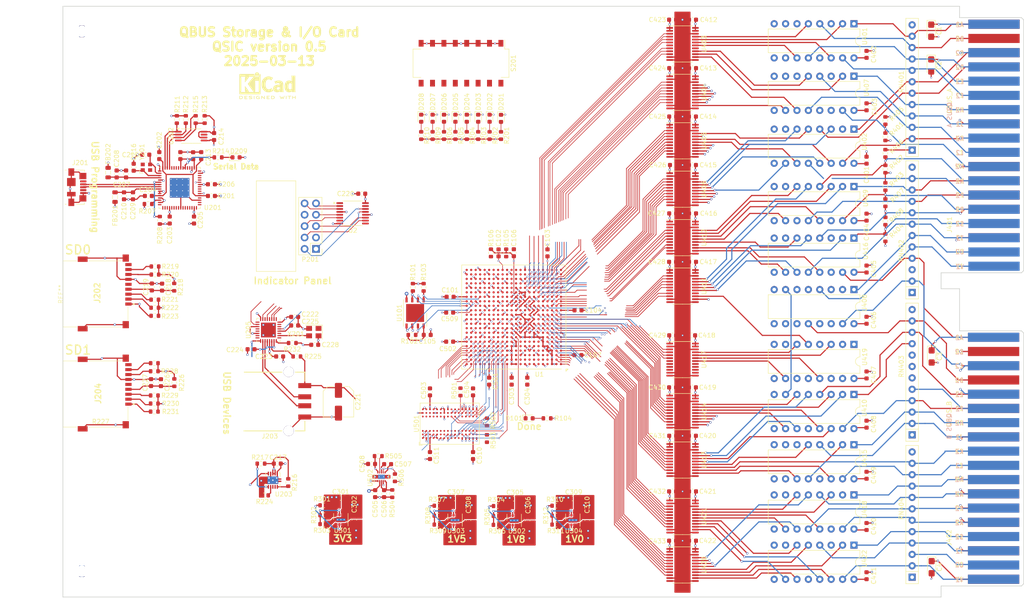
<source format=kicad_pcb>
(kicad_pcb (version 20241229) (generator "pcbnew") (generator_version "9.0")
  (title_block (title "QSIC - QBUS Storage & I/O Card") (date "2025-03-13") (rev "0.5") (company "Vintage Computer Engineering"))
  (layers (0 "F.Cu" signal) (4 "In1.Cu" power "GND.Cu") (6 "In2.Cu" signal) (8 "In3.Cu" signal) (10 "In4.Cu" power "Pwr.Cu") (2 "B.Cu" signal) (13 "F.Paste" user) (15 "B.Paste" user) (5 "F.SilkS" user "F.Silkscreen") (7 "B.SilkS" user "B.Silkscreen") (1 "F.Mask" user) (3 "B.Mask" user) (25 "Edge.Cuts" user))
  (net 0 "")
  (net 1 "GND")
  (net 2 "/5V0")
  (net 3 "/3V3")
  (net 4 "/QBUS/BREF")
  (net 5 "/QBUS/BHALT")
  (net 6 "/QBUS/BDMR")
  (net 7 "/QBUS/BDAL17")
  (net 8 "/QBUS/BDAL16")
  (net 9 "/QBUS/BIRQ6")
  (net 10 "/QBUS/BIRQ5")
  (net 11 "/QBUS/BDAL0")
  (net 12 "/QBUS/BDAL1")
  (net 13 "/QBUS/BIAKO")
  (net 14 "/QBUS/BBS7")
  (net 15 "/QBUS/BDMGI")
  (net 16 "/QBUS/BDMGO")
  (net 17 "/QBUS/BINIT")
  (net 18 "/QBUS/BDOUT")
  (net 19 "/QBUS/BRPLY")
  (net 20 "/QBUS/BDIN")
  (net 21 "/QBUS/BSYNC")
  (net 22 "/QBUS/BWTBT")
  (net 23 "/QBUS/BIRQ4")
  (net 24 "/QBUS/BIAKI")
  (net 25 "/QBUS/BEVNT")
  (net 26 "/QBUS/BIRQ7")
  (net 27 "/QBUS/BSACK")
  (net 28 "/QBUS/BDAL21")
  (net 29 "/QBUS/BDAL20")
  (net 30 "/QBUS/BDAL19")
  (net 31 "/QBUS/BDAL18")
  (net 32 "/QBUS/BPOK")
  (net 33 "/QBUS/BDCOK")
  (net 34 "/QBUS/BDAL14")
  (net 35 "/QBUS/BDAL15")
  (net 36 "/QBUS/BDAL9")
  (net 37 "/QBUS/BDAL10")
  (net 38 "/QBUS/BDAL11")
  (net 39 "/QBUS/BDAL12")
  (net 40 "/QBUS/BDAL13")
  (net 41 "/QBUS/BDAL2")
  (net 42 "/QBUS/BDAL3")
  (net 43 "/QBUS/BDAL4")
  (net 44 "/QBUS/BDAL5")
  (net 45 "/QBUS/BDAL6")
  (net 46 "/QBUS/BDAL7")
  (net 47 "/QBUS/BDAL8")
  (net 48 "Net-(U201-VREGOUT)")
  (net 49 "Net-(U201-VPHY)")
  (net 50 "Net-(U201-VPLL)")
  (net 51 "Net-(U201-OSCI)")
  (net 52 "Net-(U201-OSCO)")
  (net 53 "Net-(J202-VDD)")
  (net 54 "Net-(J203-VBUS)")
  (net 55 "Net-(U205-ID)")
  (net 56 "Net-(U205-VDD18)")
  (net 57 "Net-(J204-VDD)")
  (net 58 "Net-(U502-VTT)")
  (net 59 "Net-(D101-A)")
  (net 60 "Net-(D201-A)")
  (net 61 "Net-(D202-A)")
  (net 62 "Net-(D203-A)")
  (net 63 "Net-(D204-A)")
  (net 64 "Net-(D205-A)")
  (net 65 "Net-(D206-A)")
  (net 66 "Net-(D207-A)")
  (net 67 "Net-(D208-A)")
  (net 68 "Net-(D209-K)")
  (net 71 "Net-(J203-D-)")
  (net 72 "Net-(J203-D+)")
  (net 73 "Net-(U101-~{W}{slash}DQ2)")
  (net 74 "Net-(U101-~{HOLD}{slash}DQ3)")
  (net 75 "Net-(U101-~{S})")
  (net 76 "Net-(U201-~{RESET})")
  (net 77 "Net-(U201-REF)")
  (net 78 "Net-(U201-EECS)")
  (net 79 "Net-(U201-EECLK)")
  (net 80 "Net-(U202-DO)")
  (net 81 "Net-(U201-BCBUS3)")
  (net 82 "Net-(U201-EEDATA)")
  (net 83 "Net-(U203-~{FAULT1})")
  (net 84 "Net-(U203-~{FAULT2})")
  (net 85 "Net-(U203-ILM)")
  (net 86 "Net-(U205-VBUS)")
  (net 87 "Net-(U205-RBIAS)")
  (net 88 "Net-(U301-PG)")
  (net 89 "Net-(U301-FB)")
  (net 90 "Net-(U302-PG)")
  (net 91 "Net-(U302-FB)")
  (net 92 "Net-(U303-PG)")
  (net 93 "Net-(U303-FB)")
  (net 94 "Net-(U304-PG)")
  (net 95 "Net-(U304-FB)")
  (net 96 "Net-(U501B-ZQ)")
  (net 97 "Net-(U502-S5)")
  (net 98 "Net-(U502-S3)")
  (net 99 "Net-(U101-DQ1)")
  (net 100 "Net-(U101-DQ0)")
  (net 101 "/Memory/VREF15")
  (net 102 "/Memory/CK")
  (net 103 "/Memory/CK#")
  (net 104 "/Memory/RESET#")
  (net 105 "/Memory/A8")
  (net 106 "/Memory/A13")
  (net 107 "/Memory/A6")
  (net 108 "/Memory/A11")
  (net 109 "/Memory/A9")
  (net 110 "/Memory/A7")
  (net 111 "/Memory/A4")
  (net 112 "/Memory/A1")
  (net 113 "/Memory/A2")
  (net 114 "/Memory/A5")
  (net 115 "/Memory/BA1")
  (net 116 "/Memory/A12")
  (net 117 "/Memory/A0")
  (net 118 "/Memory/A3")
  (net 119 "/Memory/BA2")
  (net 120 "/Memory/BA0")
  (net 121 "/Memory/A10")
  (net 122 "/Memory/WE#")
  (net 123 "/Memory/CKE")
  (net 124 "/Memory/CAS#")
  (net 125 "/Memory/ODT")
  (net 126 "/Memory/RAS#")
  (net 127 "/Memory/DQL5")
  (net 128 "/Memory/DQL7")
  (net 129 "/Memory/DQL4")
  (net 130 "/Memory/DQSL#")
  (net 131 "/Memory/DQL6")
  (net 132 "/Memory/DQL3")
  (net 133 "/Memory/DQL1")
  (net 134 "/Memory/DQSL")
  (net 135 "/Memory/DQL2")
  (net 136 "/Memory/DML")
  (net 137 "/Memory/DQL0")
  (net 138 "/Memory/DQU0")
  (net 139 "/Memory/DMU")
  (net 140 "/Memory/DQU2")
  (net 141 "/Memory/DQSU")
  (net 142 "/Memory/DQU1")
  (net 143 "/Memory/DQU3")
  (net 144 "/Memory/DQU6")
  (net 145 "/Memory/DQSU#")
  (net 146 "/Memory/DQU4")
  (net 147 "/Memory/DQU7")
  (net 148 "/Memory/DQU5")
  (net 149 "/1V8")
  (net 150 "/1V0")
  (net 151 "/1V5")
  (net 152 "/LED_0")
  (net 153 "/LED_1")
  (net 154 "/LED_2")
  (net 155 "/LED_3")
  (net 156 "/LED_4")
  (net 157 "/LED_5")
  (net 158 "/LED_6")
  (net 159 "/LED_7")
  (net 160 "/TIRQ4")
  (net 161 "/TDIN")
  (net 162 "/TSYNC")
  (net 163 "/TDOUT")
  (net 164 "/TRPLY")
  (net 165 "/TIRQ5")
  (net 166 "/TIRQ6")
  (net 167 "/RIRQ4")
  (net 168 "/RIAKI")
  (net 169 "/RDIN")
  (net 170 "/RSYNC")
  (net 171 "/RDOUT")
  (net 172 "/RRPLY")
  (net 173 "/RIRQ5")
  (net 174 "/RIRQ6")
  (net 175 "/TINIT")
  (net 176 "/TDMGO")
  (net 177 "/TREF")
  (net 178 "/TDMR")
  (net 179 "/TIAKO")
  (net 180 "/RINIT")
  (net 181 "/RDCOK")
  (net 182 "/RREF")
  (net 183 "/RHALT")
  (net 184 "/RDMR")
  (net 185 "/RDMGI")
  (net 186 "/REVNT")
  (net 187 "/RIRQ7")
  (net 188 "/RPOK")
  (net 189 "/RSACK")
  (net 190 "/TIRQ7")
  (net 191 "/TSACK")
  (net 192 "/IO/D+")
  (net 193 "/IO/D-")
  (net 194 "/PROG_B")
  (net 195 "/~{RI}")
  (net 196 "/~{DCD}")
  (net 197 "/~{DSR}")
  (net 198 "/~{DTR}")
  (net 199 "/~{CTS}")
  (net 200 "/~{RTS}")
  (net 201 "/RXD")
  (net 202 "/TXD")
  (net 203 "/TMS")
  (net 204 "/TDO")
  (net 205 "/TDI")
  (net 206 "/TCK")
  (net 228 "Net-(U203-EN2)")
  (net 234 "Net-(U205-XI{slash}REFCLK)")
  (net 236 "Net-(U401-in3)")
  (net 237 "Net-(U401-out3)")
  (net 238 "Net-(U401-in4)")
  (net 239 "Net-(U401-out4)")
  (net 240 "Net-(U401-out2)")
  (net 241 "Net-(U401-in2)")
  (net 242 "Net-(U401-out1)")
  (net 243 "Net-(U401-in1)")
  (net 244 "Net-(U402-in3)")
  (net 245 "Net-(U402-out3)")
  (net 246 "Net-(U402-in4)")
  (net 247 "Net-(U402-out4)")
  (net 248 "Net-(U402-out2)")
  (net 249 "Net-(U402-in2)")
  (net 250 "Net-(U402-out1)")
  (net 251 "Net-(U402-in1)")
  (net 253 "Net-(U403-B7)")
  (net 254 "Net-(U403-B6)")
  (net 255 "Net-(U403-B5)")
  (net 257 "Net-(U404-B7)")
  (net 258 "Net-(U404-B6)")
  (net 259 "Net-(U404-B5)")
  (net 260 "Net-(U404-B4)")
  (net 261 "Net-(U405-B7)")
  (net 262 "Net-(U405-B6)")
  (net 263 "Net-(U405-B5)")
  (net 264 "Net-(U405-B4)")
  (net 265 "Net-(U406-B7)")
  (net 266 "Net-(U406-B6)")
  (net 267 "Net-(U406-B5)")
  (net 268 "Net-(U406-B4)")
  (net 269 "Net-(U409-in3)")
  (net 270 "Net-(U409-out3)")
  (net 271 "Net-(U409-in4)")
  (net 272 "Net-(U409-out4)")
  (net 273 "Net-(U409-out2)")
  (net 274 "Net-(U409-out1)")
  (net 275 "Net-(U410-in3)")
  (net 276 "Net-(U410-out3)")
  (net 277 "Net-(U410-in4)")
  (net 278 "Net-(U410-out4)")
  (net 279 "Net-(U410-out2)")
  (net 280 "Net-(U410-in2)")
  (net 281 "Net-(U410-out1)")
  (net 282 "Net-(U410-in1)")
  (net 283 "Net-(U411-B7)")
  (net 284 "Net-(U411-B6)")
  (net 285 "Net-(U411-B4)")
  (net 286 "Net-(U411-B3)")
  (net 287 "Net-(U411-B2)")
  (net 290 "Net-(U412-B7)")
  (net 291 "Net-(U412-B6)")
  (net 293 "Net-(U412-B4)")
  (net 294 "Net-(U413-B7)")
  (net 295 "Net-(U413-B6)")
  (net 296 "Net-(U413-B5)")
  (net 297 "Net-(U413-B4)")
  (net 298 "Net-(U414-B7)")
  (net 299 "Net-(U414-B6)")
  (net 300 "Net-(U414-B5)")
  (net 301 "Net-(U414-B4)")
  (net 311 "Net-(U417-B3)")
  (net 312 "Net-(U417-B2)")
  (net 313 "Net-(U417-B1)")
  (net 314 "Net-(U417-B0)")
  (net 315 "Net-(U418-in3)")
  (net 316 "Net-(U418-out3)")
  (net 317 "Net-(U418-in4)")
  (net 318 "Net-(U418-out4)")
  (net 319 "Net-(U418-out2)")
  (net 320 "Net-(U418-in2)")
  (net 321 "Net-(U418-out1)")
  (net 322 "Net-(U418-in1)")
  (net 323 "Net-(U420-B7)")
  (net 324 "Net-(U420-B6)")
  (net 325 "Net-(U420-B5)")
  (net 326 "Net-(U420-B4)")
  (net 327 "Net-(U421-B7)")
  (net 328 "Net-(U421-B6)")
  (net 329 "Net-(U421-B5)")
  (net 332 "Net-(U421-B4)")
  (net 340 "/TDAL18")
  (net 341 "/TDAL1")
  (net 342 "/TDAL17")
  (net 343 "/TDAL0")
  (net 344 "/TDAL19")
  (net 345 "/TDAL16")
  (net 346 "/TBS7")
  (net 347 "/TWTBT")
  (net 348 "/RDAL19")
  (net 349 "/RDAL18")
  (net 350 "/RDAL1")
  (net 351 "/RDAL17")
  (net 352 "/RBS7")
  (net 353 "/RWTBT")
  (net 354 "/RDAL16")
  (net 355 "/RDAL0")
  (net 358 "/TDAL6")
  (net 359 "/TDAL7")
  (net 360 "/TDAL5")
  (net 361 "/TDAL3")
  (net 362 "/TDAL4")
  (net 363 "/TDAL21")
  (net 364 "/TDAL2")
  (net 365 "/TDAL20")
  (net 366 "/RDAL3")
  (net 367 "/RDAL21")
  (net 368 "/RDAL20")
  (net 369 "/RDAL4")
  (net 370 "/RDAL5")
  (net 371 "/RDAL6")
  (net 372 "/RDAL2")
  (net 373 "/RDAL7")
  (net 374 "/TDAL12")
  (net 375 "/TDAL13")
  (net 376 "/TDAL11")
  (net 377 "/TDAL8")
  (net 378 "/TDAL9")
  (net 379 "/TDAL14")
  (net 380 "/TDAL10")
  (net 381 "/TDAL15")
  (net 382 "/RDAL14")
  (net 383 "/RDAL9")
  (net 384 "/RDAL11")
  (net 385 "/RDAL15")
  (net 386 "/RDAL12")
  (net 387 "/RDAL10")
  (net 388 "/RDAL8")
  (net 389 "/RDAL13")
  (net 390 "/sd0_dat3")
  (net 391 "/sd0_cmd")
  (net 392 "/sd0_det")
  (net 394 "/sd0_dat2")
  (net 395 "/sd0_dat0")
  (net 396 "/sd0_clk")
  (net 397 "/sd0_dat1")
  (net 398 "/sd1_clk")
  (net 400 "/sd1_dat2")
  (net 401 "/sd1_dat0")
  (net 402 "/sd1_det")
  (net 403 "/sd1_cmd")
  (net 405 "/sd1_dat3")
  (net 407 "/sd1_dat1")
  (net 408 "/SW_4")
  (net 409 "/SW_2")
  (net 411 "/SW_7")
  (net 414 "/SW_1")
  (net 416 "/SW_6")
  (net 418 "/IO/IPdata_N")
  (net 419 "/SW_0")
  (net 420 "/SW_5")
  (net 421 "/IO/IPlatch_N")
  (net 423 "/IO/IPclk_N")
  (net 424 "/SW_3")
  (net 425 "/IO/IPdata_P")
  (net 426 "/usb0_d3")
  (net 430 "/usb0_d4")
  (net 431 "/ip_latch")
  (net 432 "/IO/IPblank_P")
  (net 435 "/IO/IPclk_P")
  (net 437 "/IO/IPblank_N")
  (net 438 "/IO/IPlatch_P")
  (net 440 "/usp0_stp")
  (net 442 "/usb0_clk60")
  (net 443 "/usb0_d7")
  (net 444 "/usb0_dir")
  (net 447 "/usb0_d0")
  (net 448 "/ip_clk")
  (net 452 "/usb0_d6")
  (net 453 "/ip_blank")
  (net 454 "/ip_data")
  (net 458 "/usb0_d1")
  (net 459 "/usb0_d2")
  (net 461 "/usb0_reset")
  (net 463 "/usb0_nxt")
  (net 464 "/usb0_d5")
  (net 478 "Net-(D101-K)")
  (net 479 "Net-(U1F-INIT_B_0)")
  (net 480 "Net-(U101-C)")
  (net 554 "unconnected-(U1C-IO_L23N_T3_34-PadY7)")
  (net 555 "unconnected-(U1C-IO_L24P_T3_34-PadW9)")
  (net 557 "unconnected-(U1C-IO_L23P_T3_34-PadY8)")
  (net 558 "unconnected-(U1C-IO_L21N_T3_DQS_34-PadV8)")
  (net 559 "unconnected-(U1C-IO_L21P_T3_DQS_34-PadV9)")
  (net 560 "unconnected-(U1C-IO_L19N_T3_VREF_34-PadW7)")
  (net 561 "unconnected-(U1C-IO_L19P_T3_34-PadV7)")
  (net 562 "unconnected-(U1C-IO_L18P_T2_34-PadY6)")
  (net 565 "unconnected-(U1C-IO_25_34-PadU7)")
  (net 567 "unconnected-(U1C-IO_L24N_T3_34-PadY9)")
  (net 568 "unconnected-(U1C-IO_L15P_T2_DQS_34-PadW6)")
  (net 569 "unconnected-(U1C-IO_L20P_T3_34-PadAB7)")
  (net 570 "unconnected-(U1C-IO_L22N_T3_34-PadAB8)")
  (net 571 "unconnected-(U1C-IO_L16N_T2_34-PadV5)")
  (footprint "Capacitor_SMD:C_0603_1608Metric" (layer "F.Cu") (at 94.937175 135.07682)
    (property "Reference" "C301")
    (property "Value" "22µF")
  )
  (footprint "Resistor_SMD:R_0603_1608Metric" (layer "F.Cu") (at 91.160001 138.9 180)
    (property "Reference" "R302")
    (property "Value" "511k 1%")
  )
  (footprint "Resistor_SMD:R_0603_1608Metric" (layer "F.Cu") (at 91.160001 136.7 180)
    (property "Reference" "R301")
    (property "Value" "499k 1%")
  )
  (footprint "Package_LGA:Texas_SIL0008D_MicroSiP-8-1EP_2.8x3mm_P0.65mm_EP1.1x1.9mm_ThermalVias" (layer "F.Cu") (at 94.96 139.9 90)
    (property "Reference" "U301")
    (property "Value" "TPS82085")
  )
  (footprint "Resistor_SMD:R_0603_1608Metric" (layer "F.Cu") (at 91.160001 140.9)
    (property "Reference" "R303")
    (property "Value" "162k 1%")
  )
  (footprint "Capacitor_SMD:C_0603_1608Metric" (layer "F.Cu") (at 80.798895 127.400606)
    (property "Reference" "C217")
    (property "Value" "100nF")
  )
  (footprint "Capacitor_SMD:C_Elec_6.3x7.7" (layer "F.Cu") (at 94.43 113.6 -90)
    (property "Reference" "C221")
    (property "Value" "150µF 10V")
  )
  (footprint "Resistor_SMD:R_0603_1608Metric" (layer "F.Cu") (at 83.239 131.613105 -90)
    (property "Reference" "R216")
    (property "Value" "100k")
  )
  (footprint "Resistor_SMD:R_0603_1608Metric" (layer "F.Cu") (at 77.156395 127.400605 180)
    (property "Reference" "R217")
    (property "Value" "100k")
  )
  (footprint "Resistor_SMD:R_0603_1608Metric" (layer "F.Cu") (at 77.953895 134.479999 180)
    (property "Reference" "R224")
    (property "Value" "56.2k 1%")
  )
  (footprint "Package_SON:VSON-10-1EP_3x3mm_P0.5mm_EP1.65x2.4mm_ThermalVias" (layer "F.Cu") (at 79.81 131.1 -90)
    (property "Reference" "U203")
    (property "Value" "TPS2561")
  )
  (footprint "Imports:TF15X15" (layer "F.Cu") (at 40.677793 89.334291 -90)
    (property "Reference" "J202")
    (property "Value" "TF-15x15" (hide yes))
  )
  (footprint "Symbol:KiCad-Logo2_5mm_SilkScreen" (layer "F.Cu") (at 78.62 43.1)
    (property "Reference" "LOGO101" (hide yes))
    (property "Value" "KiCad Logo" (hide yes))
  )
  (footprint "DEC:DEC_Edge_Fingers_single_height" (layer "F.Cu") (at 234.324 98.2 -90)
    (property "Reference" "J402")
    (property "Value" "QBUS_B")
  )
  (footprint "DEC:DEC_Edge_Fingers_single_height" (layer "F.Cu") (at 234.42 28.384 -90)
    (property "Reference" "J401")
    (property "Value" "QBUS_A")
  )
  (footprint "Capacitor_SMD:C_0603_1608Metric" (layer "F.Cu") (at 212.11 59.725 90)
    (property "Reference" "C401")
    (property "Value" "100nF")
  )
  (footprint "Capacitor_SMD:C_0603_1608Metric" (layer "F.Cu") (at 173.335 28.4 180)
    (property "Reference" "C412")
    (property "Value" "100nF")
  )
  (footprint "Capacitor_SMD:C_0603_1608Metric" (layer "F.Cu") (at 212.11 36.125 90)
    (property "Reference" "C402")
    (property "Value" "100nF")
  )
  (footprint "Capacitor_SMD:C_0603_1608Metric" (layer "F.Cu") (at 173.335 39.2 180)
    (property "Reference" "C413")
    (property "Value" "100nF")
  )
  (footprint "Capacitor_SMD:C_0603_1608Metric" (layer "F.Cu") (at 212.11 47.825 90)
    (property "Reference" "C403")
    (property "Value" "100nF")
  )
  (footprint "Capacitor_SMD:C_0603_1608Metric" (layer "F.Cu") (at 173.315 50 180)
    (property "Reference" "C414")
    (property "Value" "100nF")
  )
  (footprint "Capacitor_SMD:C_0603_1608Metric" (layer "F.Cu") (at 212.11 72.425 90)
    (property "Reference" "C404")
    (property "Value" "100nF")
  )
  (footprint "Capacitor_SMD:C_0603_1608Metric" (layer "F.Cu") (at 173.315 60.8 180)
    (property "Reference" "C415")
    (property "Value" "100nF")
  )
  (footprint "Capacitor_SMD:C_0603_1608Metric" (layer "F.Cu") (at 169.085 60.8)
    (property "Reference" "C426")
    (property "Value" "100nF")
  )
  (footprint "Capacitor_SMD:C_0603_1608Metric" (layer "F.Cu") (at 212.11 84 90)
    (property "Reference" "C405")
    (property "Value" "100nF")
  )
  (footprint "Capacitor_SMD:C_0603_1608Metric" (layer "F.Cu") (at 173.335 71.6 180)
    (property "Reference" "C416")
    (property "Value" "100nF")
  )
  (footprint "Capacitor_SMD:C_0603_1608Metric" (layer "F.Cu") (at 168.91 71.6)
    (property "Reference" "C427")
    (property "Value" "100nF")
  )
  (footprint "Capacitor_SMD:C_0603_1608Metric" (layer "F.Cu") (at 212.11 95.425 90)
    (property "Reference" "C406")
    (property "Value" "100nF")
  )
  (footprint "Capacitor_SMD:C_0603_1608Metric" (layer "F.Cu") (at 168.885 82.4)
    (property "Reference" "C428")
    (property "Value" "100nF")
  )
  (footprint "Capacitor_SMD:C_0603_1608Metric" (layer "F.Cu") (at 212.11 141.425 90)
    (property "Reference" "C410")
    (property "Value" "100nF")
  )
  (footprint "Resistor_SMD:R_0603_1608Metric" (layer "F.Cu") (at 216.31 54.5 90)
    (property "Reference" "R401")
    (property "Value" "330")
  )
  (footprint "Resistor_SMD:R_0603_1608Metric" (layer "F.Cu") (at 216.31 50.9 90)
    (property "Reference" "R405")
    (property "Value" "680")
  )
  (footprint "Resistor_SMD:R_0603_1608Metric" (layer "F.Cu") (at 216.31 61.7 90)
    (property "Reference" "R402")
    (property "Value" "330")
  )
  (footprint "Resistor_SMD:R_0603_1608Metric" (layer "F.Cu") (at 216.31 58.2 90)
    (property "Reference" "R406")
    (property "Value" "680")
  )
  (footprint "Resistor_SMD:R_0603_1608Metric" (layer "F.Cu") (at 216.31 65.6 -90)
    (property "Reference" "R403")
    (property "Value" "330")
  )
  (footprint "Resistor_SMD:R_0603_1608Metric" (layer "F.Cu") (at 216.31 69.2 -90)
    (property "Reference" "R407")
    (property "Value" "680")
  )
  (footprint "Resistor_SMD:R_0603_1608Metric" (layer "F.Cu") (at 216.31 77 90)
    (property "Reference" "R404")
    (property "Value" "330")
  )
  (footprint "Package_DIP:DIP-16_W7.62mm" (layer "F.Cu") (at 209.31 29.3 -90)
    (property "Reference" "U401")
    (property "Value" "DS8641-LR")
  )
  (footprint "Package_DIP:DIP-16_W7.62mm" (layer "F.Cu") (at 209.31 41 -90)
    (property "Reference" "U407")
    (property "Value" "DS8641-LR")
  )
  (footprint "Package_DIP:DIP-16_W7.62mm" (layer "F.Cu") (at 209.31 65.6 -90)
    (property "Reference" "U409")
    (property "Value" "DS8641-LR")
  )
  (footprint "Package_DIP:DIP-16_W7.62mm" (layer "F.Cu") (at 209.31 77.1 -90)
    (property "Reference" "U416")
    (property "Value" "DS8641-LR")
  )
  (footprint "Package_SO:TSSOP-24_4.4x7.8mm_P0.65mm" (layer "F.Cu") (at 171.11 77)
    (property "Reference" "U412")
    (property "Value" "74LVC8T245")
  )
  (footprint "Capacitor_SMD:C_0603_1608Metric" (layer "F.Cu") (at 119.31 90.2 180)
    (property "Reference" "C101")
    (property "Value" "22µF")
  )
  (footprint "Capacitor_SMD:C_0603_1608Metric" (layer "F.Cu") (at 130.11 80.4 -90)
    (property "Reference" "C102")
    (property "Value" "22µF")
  )
  (footprint "Capacitor_SMD:C_0603_1608Metric" (layer "F.Cu") (at 147.81 93.2 180)
    (property "Reference" "C104")
    (property "Value" "22µF")
  )
  (footprint "Capacitor_SMD:C_0603_1608Metric" (layer "F.Cu") (at 114.21 98.7 180)
    (property "Reference" "C105")
    (property "Value" "100nF")
  )
  (footprint "Capacitor_SMD:C_0603_1608Metric" (layer "F.Cu") (at 66.12 67.7)
    (property "Reference" "C201")
    (property "Value" "100nF")
  )
  (footprint "Capacitor_SMD:C_0603_1608Metric" (layer "F.Cu") (at 54.5 58.7 90)
    (property "Reference" "C202")
    (property "Value" "100nF")
  )
  (footprint "Capacitor_SMD:C_0603_1608Metric" (layer "F.Cu") (at 56.82 73.075 -90)
    (property "Reference" "C203")
    (property "Value" "100nF")
  )
  (footprint "Capacitor_SMD:C_0603_1608Metric" (layer "F.Cu") (at 52.065 67.7 180)
    (property "Reference" "C204")
    (property "Value" "100nF")
  )
  (footprint "Capacitor_SMD:C_0603_1608Metric" (layer "F.Cu") (at 62.24 73.075 -90)
    (property "Reference" "C205")
    (property "Value" "100nF")
  )
  (footprint "Capacitor_SMD:C_0603_1608Metric" (layer "F.Cu") (at 66.12 65.1)
    (property "Reference" "C206")
    (property "Value" "100nF")
  )
  (footprint "Capacitor_SMD:C_0603_1608Metric" (layer "F.Cu") (at 47.1 62.8 90)
    (property "Reference" "C207")
    (property "Value" "100nF")
  )
  (footprint "Capacitor_SMD:C_0603_1608Metric" (layer "F.Cu") (at 45 62.8 90)
    (property "Reference" "C208")
    (property "Value" "4.7µF 6.3V")
  )
  (footprint "Capacitor_SMD:C_0603_1608Metric" (layer "F.Cu") (at 48.64 67.675 -90)
    (property "Reference" "C209")
    (property "Value" "100nF")
  )
  (footprint "Capacitor_SMD:C_0603_1608Metric" (layer "F.Cu") (at 59.2 58.7 90)
    (property "Reference" "C211" (hide yes))
    (property "Value" "100nF")
  )
  (footprint "Capacitor_SMD:C_0603_1608Metric" (layer "F.Cu") (at 62.04 58.725 90)
    (property "Reference" "C212" (hide yes))
    (property "Value" "100nF")
  )
  (footprint "Capacitor_SMD:C_0603_1608Metric" (layer "F.Cu") (at 66.71 54.45 90)
    (property "Reference" "C214")
    (property "Value" "100nF")
  )
  (footprint "Capacitor_SMD:C_0603_1608Metric" (layer "F.Cu") (at 51.5 58.5)
    (property "Reference" "C215")
    (property "Value" "8pF")
  )
  (footprint "Capacitor_SMD:C_0603_1608Metric" (layer "F.Cu") (at 48.8 61.3 -90)
    (property "Reference" "C216")
    (property "Value" "8pF")
  )
  (footprint "Capacitor_SMD:C_0603_1608Metric" (layer "F.Cu") (at 128.01 109 -90)
    (property "Reference" "C501")
    (property "Value" "22µF")
  )
  (footprint "Capacitor_SMD:C_0603_1608Metric" (layer "F.Cu") (at 105.385 127.525 180)
    (property "Reference" "C507")
    (property "Value" "220nF")
  )
  (footprint "Capacitor_SMD:C_0603_1608Metric" (layer "F.Cu") (at 101.81 127.475 180)
    (property "Reference" "C508")
    (property "Value" "100nF")
  )
  (footprint "LED_SMD:LED_0603_1608Metric" (layer "F.Cu") (at 136.92 117.3)
    (property "Reference" "D101")
    (property "Value" "green")
  )
  (footprint "LED_SMD:LED_0603_1608Metric" (layer "F.Cu") (at 71.6075 59.1)
    (property "Reference" "D209")
    (property "Value" "green")
  )
  (footprint "Inductor_SMD:L_0805_2012Metric" (layer "F.Cu") (at 44.64 67.9625 -90)
    (property "Reference" "FB201")
    (property "Value" "220Ω @ 100MHz 50mΩ")
  )
  (footprint "Inductor_SMD:L_0805_2012Metric" (layer "F.Cu") (at 43.1 62.5 90)
    (property "Reference" "FB202")
    (property "Value" "220Ω @ 100MHz 50mΩ")
  )
  (footprint "Connector_USB:USB_Micro-B_Molex_47346-0001" (layer "F.Cu") (at 36.1 65.75 -90)
    (property "Reference" "J201")
    (property "Value" "USB_microB")
  )
  (footprint "Resistor_SMD:R_0603_1608Metric" (layer "F.Cu") (at 111.01 88.075 -90)
    (property "Reference" "R101")
    (property "Value" "4.7k")
  )
  (footprint "Resistor_SMD:R_0603_1608Metric" (layer "F.Cu") (at 110.81 98.7)
    (property "Reference" "R102")
    (property "Value" "4.7k")
  )
  (footprint "Resistor_SMD:R_0603_1608Metric" (layer "F.Cu") (at 113.41 88.075 -90)
    (property "Reference" "R103")
    (property "Value" "2.4k")
  )
  (footprint "Resistor_SMD:R_0603_1608Metric" (layer "F.Cu") (at 140.92 117.3 180)
    (property "Reference" "R104")
    (property "Value" "330")
  )
  (footprint "Resistor_SMD:R_0603_1608Metric" (layer "F.Cu") (at 131.81 80.4 -90)
    (property "Reference" "R105")
    (property "Value" "4.7k")
  )
  (footprint "Resistor_SMD:R_0603_1608Metric" (layer "F.Cu") (at 52.015 69.5 180)
    (property "Reference" "R207")
    (property "Value" "1k")
  )
  (footprint "Resistor_SMD:R_0603_1608Metric" (layer "F.Cu") (at 54.62 73.125 -90)
    (property "Reference" "R208")
    (property "Value" "12k 1%")
  )
  (footprint "Resistor_SMD:R_0603_1608Metric" (layer "F.Cu") (at 60.41 50.65 -90)
    (property "Reference" "R212")
    (property "Value" "10k")
  )
  (footprint "Resistor_SMD:R_0603_1608Metric" (layer "F.Cu") (at 67.595 59.1 180)
    (property "Reference" "R214")
    (property "Value" "330")
  )
  (footprint "Resistor_SMD:R_0603_1608Metric" (layer "F.Cu") (at 62.61 50.65 -90)
    (property "Reference" "R215")
    (property "Value" "2.2k")
  )
  (footprint "Resistor_SMD:R_0603_1608Metric" (layer "F.Cu") (at 121.62 111.4 90)
    (property "Reference" "R501")
    (property "Value" "240")
  )
  (footprint "Resistor_SMD:R_0603_1608Metric" (layer "F.Cu") (at 127.52 118.1 -90)
    (property "Reference" "R502")
    (property "Value" "89 1%")
  )
  (footprint "Resistor_SMD:R_0603_1608Metric" (layer "F.Cu") (at 127.52 121.8 -90)
    (property "Reference" "R503")
    (property "Value" "47k")
  )
  (footprint "Resistor_SMD:R_0603_1608Metric" (layer "F.Cu") (at 103.3 125.725 180)
    (property "Reference" "R505")
    (property "Value" "10k")
  )
  (footprint "Resistor_SMD:R_0603_1608Metric" (layer "F.Cu") (at 107.01 130.55 -90)
    (property "Reference" "R506")
    (property "Value" "10k")
  )
  (footprint "Package_DFN_QFN:DFN-8-1EP_6x5mm_P1.27mm_EP4x4mm" (layer "F.Cu") (at 111.51 93.8 -90)
    (property "Reference" "U101")
    (property "Value" "MT25Q")
  )
  (footprint "Package_SO:TSSOP-8_4.4x3mm_P0.65mm" (layer "F.Cu") (at 61.61 54.35)
    (property "Reference" "U202")
    (property "Value" "93LC46BT-I/ST")
  )
  (footprint "Crystal:Crystal_SMD_Abracon_ABM10-4Pin_2.5x2.0mm" (layer "F.Cu") (at 51.64 61.3 90)
    (property "Reference" "Y201")
    (property "Value" "12 MHz")
  )
  (footprint "Capacitor_SMD:C_0603_1608Metric" (layer "F.Cu") (at 46.64 67.675 -90)
    (property "Reference" "C210")
    (property "Value" "4.7µF 6.3V")
  )
  (footprint "Resistor_SMD:R_0603_1608Metric" (layer "F.Cu") (at 58.41 50.65 -90)
    (property "Reference" "R211")
    (property "Value" "10k")
  )
  (footprint "myMods:WSON-10-1EP_2x2mm_P0.4mm_EP0.9x1.5mm_ThermalVias" (layer "F.Cu") (at 104.01 130.325 90)
    (property "Reference" "U502")
    (property "Value" "TPS51206")
  )
  (footprint "Resistor_SMD:R_0603_1608Metric" (layer "F.Cu") (at 106.41 134.1 90)
    (property "Reference" "R504")
    (property "Value" "10k")
  )
  (footprint "Capacitor_SMD:C_0603_1608Metric" (layer "F.Cu") (at 141.01 80.4 90)
    (property "Reference" "C103")
    (property "Value" "22µF")
  )
  (footprint "Capacitor_SMD:C_0603_1608Metric" (layer "F.Cu") (at 133.51 80.365958 -90)
    (property "Reference" "C106")
    (property "Value" "22µF")
  )
  (footprint "Capacitor_SMD:C_0603_1608Metric" (layer "F.Cu") (at 63.84 58.7 90)
    (property "Reference" "C213")
    (property "Value" "3.3µF 6.3V")
  )
  (footprint "Resistor_SMD:R_0603_1608Metric" (layer "F.Cu") (at 128.41 80.4 -90)
    (property "Reference" "R106")
    (property "Value" "4.7k")
  )
  (footprint "Capacitor_SMD:C_0603_1608Metric" (layer "F.Cu") (at 212.11 107.625 90)
    (property "Reference" "C407")
    (property "Value" "100nF")
  )
  (footprint "Capacitor_SMD:C_0603_1608Metric" (layer "F.Cu") (at 212.11 118.6 90)
    (property "Reference" "C408")
    (property "Value" "100nF")
  )
  (footprint "Capacitor_SMD:C_0603_1608Metric" (layer "F.Cu") (at 212.11 130 90)
    (property "Reference" "C409")
    (property "Value" "100nF")
  )
  (footprint "Capacitor_SMD:C_0603_1608Metric" (layer "F.Cu") (at 212.11 152.4 90)
    (property "Reference" "C411")
    (property "Value" "100nF")
  )
  (footprint "Capacitor_SMD:C_0603_1608Metric" (layer "F.Cu") (at 173.135 98.8 180)
    (property "Reference" "C418")
    (property "Value" "100nF")
  )
  (footprint "Capacitor_SMD:C_0603_1608Metric" (layer "F.Cu") (at 173.31 110.4 180)
    (property "Reference" "C419")
    (property "Value" "100nF")
  )
  (footprint "Capacitor_SMD:C_0603_1608Metric" (layer "F.Cu") (at 173.31 121.2 180)
    (property "Reference" "C420")
    (property "Value" "100nF")
  )
  (footprint "Capacitor_SMD:C_0603_1608Metric" (layer "F.Cu") (at 168.885 28.4)
    (property "Reference" "C423")
    (property "Value" "100nF")
  )
  (footprint "Capacitor_SMD:C_0603_1608Metric" (layer "F.Cu") (at 168.91 39.2)
    (property "Reference" "C424")
    (property "Value" "100nF")
  )
  (footprint "Capacitor_SMD:C_0603_1608Metric" (layer "F.Cu") (at 168.91 50)
    (property "Reference" "C425")
    (property "Value" "100nF")
  )
  (footprint "Capacitor_SMD:C_0603_1608Metric" (layer "F.Cu") (at 168.91 98.8)
    (property "Reference" "C429")
    (property "Value" "100nF")
  )
  (footprint "Capacitor_SMD:C_0603_1608Metric" (layer "F.Cu") (at 168.885 110.4)
    (property "Reference" "C430")
    (property "Value" "100nF")
  )
  (footprint "Capacitor_SMD:C_0603_1608Metric" (layer "F.Cu") (at 168.91 121.2)
    (property "Reference" "C431")
    (property "Value" "100nF")
  )
  (footprint "Package_DIP:DIP-16_W7.62mm" (layer "F.Cu") (at 209.31 52.8 -90)
    (property "Reference" "U402")
    (property "Value" "DS8641-LR")
  )
  (footprint "Package_SO:TSSOP-24_4.4x7.8mm_P0.65mm" (layer "F.Cu") (at 171.11 55.4)
    (property "Reference" "U405")
    (property "Value" "74LVC8T245")
  )
  (footprint "Package_SO:TSSOP-24_4.4x7.8mm_P0.65mm" (layer "F.Cu") (at 171.11 66.2)
    (property "Reference" "U406")
    (property "Value" "74LVC8T245")
  )
  (footprint "Package_SO:TSSOP-24_4.4x7.8mm_P0.65mm" (layer "F.Cu") (at 171.11 33.8)
    (property "Reference" "U403")
    (property "Value" "74LVC8T245")
  )
  (footprint "Package_SO:TSSOP-24_4.4x7.8mm_P0.65mm" (layer "F.Cu") (at 171.11 44.6)
    (property "Reference" "U404")
    (property "Value" "74LVC8T245")
  )
  (footprint "Package_DIP:DIP-16_W7.62mm" (layer "F.Cu") (at 209.31 88.58 -90)
    (property "Reference" "U408")
    (property "Value" "DS8641-LR")
  )
  (footprint "Package_DIP:DIP-16_W7.62mm" (layer "F.Cu") (at 209.31 111.98 -90)
    (property "Reference" "U410")
    (property "Value" "DS8641-LR")
  )
  (footprint "Package_SO:TSSOP-24_4.4x7.8mm_P0.65mm" (layer "F.Cu") (at 171.11 87.8)
    (property "Reference" "U411")
    (property "Value" "74LVC8T245")
  )
  (footprint "Package_SO:TSSOP-24_4.4x7.8mm_P0.65mm" (layer "F.Cu") (at 171.11 126.6)
    (property "Reference" "U413")
    (property "Value" "74LVC8T245")
  )
  (footprint "Package_SO:TSSOP-24_4.4x7.8mm_P0.65mm" (layer "F.Cu") (at 171.11 115.8)
    (property "Reference" "U414")
    (property "Value" "74LVC8T245")
  )
  (footprint "Package_DIP:DIP-16_W7.62mm" (layer "F.Cu") (at 209.31 123.18 -90)
    (property "Reference" "U415")
    (property "Value" "DS8641-LR")
  )
  (footprint "Package_DIP:DIP-16_W7.62mm" (layer "F.Cu") (at 209.31 100.8 -90)
    (property "Reference" "U419")
    (property "Value" "DS8641-LR")
  )
  (footprint "Package_SO:TSSOP-24_4.4x7.8mm_P0.65mm" (layer "F.Cu") (at 171.11 104.2)
    (property "Reference" "U417")
    (property "Value" "74LVC8T245")
  )
  (footprint "Package_DIP:DIP-16_W7.62mm" (layer "F.Cu") (at 209.31 134.38 -90)
    (property "Reference" "U418")
    (property "Value" "DS8641-LR")
  )
  (footprint "Package_DIP:DIP-16_W7.62mm" (layer "F.Cu") (at 209.31 145.58 -90)
    (property "Reference" "U422")
    (property "Value" "DS8641-LR")
  )
  (footprint "Capacitor_SMD:C_0603_1608Metric" (layer "F.Cu") (at 173.335 82.4 180)
    (property "Reference" "C417")
    (property "Value" "100nF")
  )
  (footprint "Capacitor_SMD:C_0603_1608Metric" (layer "F.Cu") (at 119.21 100.2 180)
    (property "Reference" "C502")
    (property "Value" "22µF")
  )
  (footprint "Capacitor_SMD:C_0603_1608Metric" (layer "F.Cu") (at 114.82 111.4 90)
    (property "Reference" "C503")
    (property "Value" "10µF")
  )
  (footprint "Capacitor_SMD:C_0603_1608Metric" (layer "F.Cu") (at 124.42 111.4 90)
    (property "Reference" "C504")
    (property "Value" "10µF")
  )
  (footprint "Capacitor_SMD:C_0603_1608Metric" (layer "F.Cu") (at 102.61 134.1 -90)
    (property "Reference" "C505")
    (property "Value" "10µF 10V")
  )
  (footprint "Capacitor_SMD:C_0603_1608Metric" (layer "F.Cu") (at 104.61 134.1 -90)
    (property "Reference" "C506")
    (property "Value" "10µF 10V")
  )
  (footprint "Package_BGA:BGA-96_9.0x13.0mm_Layout2x3x16_P0.8mm" (layer "F.Cu") (at 119.22 118.5 90)
    (property "Reference" "U501")
    (property "Value" "MT41J128M16JT-125")
  )
  (footprint "Resistor_THT:R_Array_SIP12" (layer "F.Cu") (at 222.27 120.98 90)
    (property "Reference" "RN403")
    (property "Value" "330/680")
  )
  (footprint "Resistor_THT:R_Array_SIP12" (layer "F.Cu") (at 222.27 152.73 90)
    (property "Reference" "RN404")
    (property "Value" "330/680")
  )
  (footprint "Resistor_THT:R_Array_SIP12" (layer "F.Cu") (at 222.27 57.48 90)
    (property "Reference" "RN401")
    (property "Value" "330/680")
  )
  (footprint "Resistor_THT:R_Array_SIP12" (layer "F.Cu") (at 222.27 89.23 90)
    (property "Reference" "RN402")
    (property "Value" "330/680")
  )
  (footprint "Capacitor_SMD:C_0603_1608Metric" (layer "F.Cu") (at 133.02 109 -90)
    (property "Reference" "C303")
    (property "Value" "10µF 10V")
  )
  (footprint "Capacitor_SMD:C_0603_1608Metric" (layer "F.Cu") (at 136.51 109 -90)
    (property "Reference" "C304")
    (property "Value" "10µF 10V")
  )
  (footprint "Capacitor_SMD:C_0603_1608Metric" (layer "F.Cu") (at 133.537174 135.23932)
    (property "Reference" "C305")
    (property "Value" "22µF")
  )
  (footprint "Capacitor_SMD:C_0603_1608Metric" (layer "F.Cu") (at 136.585 140.0625 90)
    (property "Reference" "C306")
    (property "Value" "10µF 10V")
  )
  (footprint "Capacitor_SMD:C_0603_1608Metric" (layer "F.Cu") (at 120.387174 135.17682)
    (property "Reference" "C307")
    (property "Value" "22µF")
  )
  (footprint "Capacitor_SMD:C_0603_1608Metric" (layer "F.Cu") (at 123.41 140 90)
    (property "Reference" "C308")
    (property "Value" "10µF 10V")
  )
  (footprint "Capacitor_SMD:C_0603_1608Metric" (layer "F.Cu") (at 146.637174 135.17682)
    (property "Reference" "C309")
    (property "Value" "22µF")
  )
  (footprint "Capacitor_SMD:C_0603_1608Metric" (layer "F.Cu") (at 149.86 140 90)
    (property "Reference" "C310")
    (property "Value" "10µF 10V")
  )
  (footprint "Resistor_SMD:R_0603_1608Metric" (layer "F.Cu") (at 129.81 136.8625 180)
    (property "Reference" "R304")
    (property "Value" "499k 1%")
  )
  (footprint "Resistor_SMD:R_0603_1608Metric" (layer "F.Cu") (at 129.785 139.0625 180)
    (property "Reference" "R305")
    (property "Value" "200k 1%")
  )
  (footprint "Resistor_SMD:R_0603_1608Metric" (layer "F.Cu") (at 129.785 141.0625)
    (property "Reference" "R306")
    (property "Value" "162k 1%")
  )
  (footprint "Resistor_SMD:R_0603_1608Metric" (layer "F.Cu") (at 116.61 136.8 180)
    (property "Reference" "R307")
    (property "Value" "499k 1%")
  )
  (footprint "Resistor_SMD:R_0603_1608Metric" (layer "F.Cu") (at 116.61 139 180)
    (property "Reference" "R308")
    (property "Value" "143k 1%")
  )
  (footprint "Resistor_SMD:R_0603_1608Metric" (layer "F.Cu") (at 116.61 141)
    (property "Reference" "R309")
    (property "Value" "162k 1%")
  )
  (footprint "Resistor_SMD:R_0603_1608Metric" (layer "F.Cu") (at 142.86 136.8 180)
    (property "Reference" "R310")
    (property "Value" "499k 1%")
  )
  (footprint "Resistor_SMD:R_0603_1608Metric" (layer "F.Cu") (at 142.86 139 180)
    (property "Reference" "R311")
    (property "Value" "40.2 1%")
  )
  (footprint "Resistor_SMD:R_0603_1608Metric" (layer "F.Cu") (at 142.86 141)
    (property "Reference" "R312")
    (property "Value" "162k 1%")
  )
  (footprint "Package_LGA:Texas_SIL0008D_MicroSiP-8-1EP_2.8x3mm_P0.65mm_EP1.1x1.9mm_ThermalVias" (layer "F.Cu") (at 133.585 140.0625 90)
    (property "Reference" "U302")
    (property "Value" "TPS82085")
  )
  (footprint "Package_LGA:Texas_SIL0008D_MicroSiP-8-1EP_2.8x3mm_P0.65mm_EP1.1x1.9mm_ThermalVias" (layer "F.Cu") (at 120.41 140 90)
    (property "Reference" "U303")
    (property "Value" "TPS82085")
  )
  (footprint "Package_LGA:Texas_SIL0008D_MicroSiP-8-1EP_2.8x3mm_P0.65mm_EP1.1x1.9mm_ThermalVias" (layer "F.Cu") (at 146.66 140 90)
    (property "Reference" "U304")
    (property "Value" "TPS82085")
  )
  (footprint "Resistor_SMD:R_0603_1608Metric" (layer "F.Cu") (at 216.31 73.3 90)
    (property "Reference" "R408")
    (property "Value" "680")
  )
  (footprint "Capacitor_SMD:C_0603_1608Metric" (layer "F.Cu") (at 97.960001 139.9 90)
    (property "Reference" "C302")
    (property "Value" "10µF 10V")
  )
  (footprint "Capacitor_SMD:C_0603_1608Metric" (layer "F.Cu") (at 168.885 133.6)
    (property "Reference" "C432")
    (property "Value" "100nF")
  )
  (footprint "Capacitor_SMD:C_0603_1608Metric" (layer "F.Cu") (at 168.885 144.6)
    (property "Reference" "C433")
    (property "Value" "100nF")
  )
  (footprint "Capacitor_SMD:C_0603_1608Metric" (layer "F.Cu") (at 173.335 133.6 180)
    (property "Reference" "C421")
    (property "Value" "100nF")
  )
  (footprint "Capacitor_SMD:C_0603_1608Metric" (layer "F.Cu") (at 173.335 144.6 180)
    (property "Reference" "C422")
    (property "Value" "100nF")
  )
  (footprint "Package_SO:TSSOP-24_4.4x7.8mm_P0.65mm" (layer "F.Cu") (at 171.11 150)
    (property "Reference" "U420")
    (property "Value" "74LVC8T245")
  )
  (footprint "Package_SO:TSSOP-24_4.4x7.8mm_P0.65mm" (layer "F.Cu") (at 171.11 139.2)
    (property "Reference" "U421")
    (property "Value" "74LVC8T245")
  )
  (footprint "LED_SMD:LED_0603_1608Metric" (layer "F.Cu") (at 117.95 50.363999 -90)
    (property "Reference" "D206")
    (property "Value" "green")
  )
  (footprint "Button_Switch_SMD:SW_DIP_SPSTx08_Slide_Omron_A6S-810x_W8.9mm_P2.54mm" (layer "F.Cu") (at 121.74 38.1 -90)
    (property "Reference" "S201")
    (property "Value" "DIP Switch x8")
  )
  (footprint "LED_SMD:LED_0603_1608Metric" (layer "F.Cu") (at 115.409999 50.363996 -90)
    (property "Reference" "D207")
    (property "Value" "green")
  )
  (footprint "Resistor_SMD:R_0603_1608Metric" (layer "F.Cu") (at 128.11 54.225 90)
    (property "Reference" "R202")
    (property "Value" "330")
  )
  (footprint "Resistor_SMD:R_0603_1608Metric" (layer "F.Cu") (at 130.650001 54.225001 90)
    (property "Reference" "R201")
    (property "Value" "330")
  )
  (footprint "Resistor_SMD:R_0603_1608Metric" (layer "F.Cu") (at 123.03 54.225 90)
    (property "Reference" "R204")
    (property "Value" "330")
  )
  (footprint "LED_SMD:LED_0603_1608Metric" (layer "F.Cu") (at 123.03 50.363999 -90)
    (property "Reference" "D204")
    (property "Value" "green")
  )
  (footprint "Resistor_SMD:R_0603_1608Metric" (layer "F.Cu") (at 120.49 54.225001 90)
    (property "Reference" "R205")
    (property "Value" "330")
  )
  (footprint "LED_SMD:LED_0603_1608Metric" (layer "F.Cu") (at 112.869999 50.363999 -90)
    (property "Reference" "D208")
    (property "Value" "green")
  )
  (footprint "LED_SMD:LED_0603_1608Metric" (layer "F.Cu") (at 130.649998 50.389499 -90)
    (property "Reference" "D201")
    (property "Value" "green")
  )
  (footprint "LED_SMD:LED_0603_1608Metric" (layer "F.Cu") (at 120.49 50.364 -90)
    (property "Reference" "D205")
    (property "Value" "green")
  )
  (footprint "LED_SMD:LED_0603_1608Metric" (layer "F.Cu") (at 128.11 50.363998 -90)
    (property "Reference" "D202")
    (property "Value" "green")
  )
  (footprint "Resistor_SMD:R_0603_1608Metric" (layer "F.Cu") (at 117.95 54.225 90)
    (property "Reference" "R206")
    (property "Value" "330")
  )
  (footprint "Resistor_SMD:R_0603_1608Metric" (layer "F.Cu") (at 112.87 54.225 90)
    (property "Reference" "R210")
    (property "Value" "330")
  )
  (footprint "Resistor_SMD:R_0603_1608Metric" (layer "F.Cu") (at 115.41 54.225 90)
    (property "Reference" "R209")
    (property "Value" "330")
  )
  (footprint "Resistor_SMD:R_0603_1608Metric" (layer "F.Cu") (at 125.57 54.225 90)
    (property "Reference" "R203")
    (property "Value" "330")
  )
  (footprint "LED_SMD:LED_0603_1608Metric" (layer "F.Cu") (at 125.569999 50.363996 -90)
    (property "Reference" "D203")
    (property "Value" "green")
  )
  (footprint "Package_DFN_QFN:QFN-64-1EP_9x9mm_P0.5mm_EP4.35x4.35mm_ThermalVias" (layer "F.Cu") (at 59.04 65.9)
    (property "Reference" "U201")
    (property "Value" "FT2232HQ")
  )
  (footprint "myMods:Amphenol_87583_USB_A" (layer "F.Cu") (at 83.34 113.5 -90)
    (property "Reference" "J203")
    (property "Value" "USB_A")
  )
  (footprint "Capacitor_SMD:C_0603_1608Metric" (layer "F.Cu") (at 81.3275 103.5)
    (property "Reference" "C223")
    (property "Value" "100nF")
  )
  (footprint "Package_DFN_QFN:QFN-32-1EP_5x5mm_P0.5mm_EP3.3x3.3mm" (layer "F.Cu") (at 78.82 97.604 -90)
    (property "Reference" "U205")
    (property "Value" "USB3340")
  )
  (footprint "Capacitor_SMD:C_0603_1608Metric" (layer "F.Cu") (at 84.669 96.588)
    (property "Reference" "C225")
    (property "Value" "1µF")
  )
  (footprint "Capacitor_SMD:C_0603_1608Metric" (layer "F.Cu") (at 84.669 94.683)
    (property "Reference" "C222")
    (property "Value" "100nF")
  )
  (footprint "Oscillator:Oscillator_SMD_Abracon_ASE-4Pin_3.2x2.5mm" (layer "F.Cu") (at 88.94 98.075 180)
    (property "Reference" "X201")
    (property "Value" "ASE-24.000MHz")
  )
  (footprint "Capacitor_SMD:C_0603_1608Metric" (layer "F.Cu") (at 89.14 100.9 180)
    (property "Reference" "C228")
    (property "Value" "10nF")
  )
  (footprint "Resistor_SMD:R_0603_1608Metric" (layer "F.Cu") (at 84.14 100.5)
    (property "Reference" "R232")
    (property "Value" "8.06k 1%")
  )
  (footprint "Capacitor_SMD:C_0603_1608Metric" (layer "F.Cu") (at 74.9525 101.9 180)
    (property "Reference" "C224")
    (property "Value" "1µF")
  )
  (footprint "Resistor_SMD:R_0603_1608Metric" (layer "F.Cu") (at 85.152499 103.5)
    (property "Reference" "R225")
    (property "Value" "20k")
  )
  (footprint "Capacitor_SMD:C_0603_1608Metric" (layer "F.Cu") (at 99.62 67.2)
    (property "Reference" "C220")
    (property "Value" "100nF")
  )
  (footprint "myMods:Box_Header_2x05_P2.54mm" (layer "F.Cu") (at 89.425 79.515 180)
    (property "Reference" "P201")
    (property "Value" "02x05 Right Angle Shrouded" (hide yes))
  )
  (footprint "Resistor_SMD:R_0603_1608Metric" (layer "F.Cu") (at 53.395 105 180)
    (property "Reference" "R227")
    (property "Value" "50k")
  )
  (footprint "Imports:TF15X15" (layer "F.Cu") (at 40.677793 111.659291 -90)
    (property "Reference" "J204")
    (property "Value" "TF-15x15" (hide yes))
  )
  (footprint "Resistor_SMD:R_0603_1608Metric" (layer "F.Cu") (at 53.395 114 180)
    (property "Reference" "R230")
    (property "Value" "50k")
  )
  (footprint "Capacitor_SMD:C_0603_1608Metric" (layer "F.Cu") (at 52.67 109.325 90)
    (property "Reference" "C227")
    (property "Value" "100nF")
  )
  (footprint "Resistor_SMD:R_0603_1608Metric" (layer "F.Cu") (at 53.395 112.2 180)
    (property "Reference" "R229")
    (property "Value" "50k")
  )
  (footprint "Resistor_SMD:R_0603_1608Metric" (layer "F.Cu") (at 53.395 106.8 180)
    (property "Reference" "R228")
    (property "Value" "50k")
  )
  (footprint "Capacitor_SMD:C_0603_1608Metric" (layer "F.Cu") (at 54.869 109.3485 90)
    (property "Reference" "C226")
    (property "Value" "22µF")
  )
  (footprint "Resistor_SMD:R_0603_1608Metric" (layer "F.Cu") (at 57.852793 109.334291 90)
    (property "Reference" "R226")
    (property "Value" "4.7")
  )
  (footprint "Resistor_SMD:R_0603_1608Metric" (layer "F.Cu") (at 53.395 115.8 180)
    (property "Reference" "R231")
    (property "Value" "50k")
  )
  (footprint "Resistor_SMD:R_0603_1608Metric" (layer "F.Cu") (at 53.552793 83.434291 180)
    (property "Reference" "R219")
    (property "Value" "50k")
  )
  (footprint "Capacitor_SMD:C_0603_1608Metric" (layer "F.Cu") (at 52.836793 88.003791 90)
    (property "Reference" "C219")
    (property "Value" "100nF")
  )
  (footprint "Resistor_SMD:R_0603_1608Metric" (layer "F.Cu") (at 53.502793 92.634291 180)
    (property "Reference" "R222")
    (property "Value" "50k")
  )
  (footprint "Resistor_SMD:R_0603_1608Metric" (layer "F.Cu") (at 53.552793 85.234291 180)
    (property "Reference" "R220")
    (property "Value" "50k")
  )
  (footprint "Resistor_SMD:R_0603_1608Metric" (layer "F.Cu") (at 57.827793 88.034291 90)
    (property "Reference" "R218")
    (property "Value" "4.7")
  )
  (footprint "Capacitor_SMD:C_0603_1608Metric" (layer "F.Cu") (at 55.127793 88.034291 90)
    (property "Reference" "C218")
    (property "Value" "22µF")
  )
  (footprint "Resistor_SMD:R_0603_1608Metric" (layer "F.Cu") (at 53.502793 90.834291 180)
    (property "Reference" "R221")
    (property "Value" "50k")
  )
  (footprint "Resistor_SMD:R_0603_1608Metric" (layer "F.Cu") (at 53.502793 94.434291 180)
    (property "Reference" "R223")
    (property "Value" "50k")
  )
  (footprint "Resistor_SMD:R_0603_1608Metric" (layer "F.Cu") (at 64.61 50.65 -90)
    (property "Reference" "R213")
    (property "Value" "10k")
  )
  (footprint "Capacitor_SMD:C_0603_1608Metric" (layer "F.Cu") (at 124.42 125.6 -90)
    (property "Reference" "C510")
    (property "Value" "10µF")
  )
  (footprint "Package_SO:TSSOP-16_4.4x5mm_P0.65mm" (layer "F.Cu") (at 97.5825 71.575)
    (property "Reference" "U2")
    (property "Value" "AM26LV31EIPWR")
  )
  (footprint "Capacitor_SMD:C_0603_1608Metric" (layer "F.Cu") (at 119.21 93.7 180)
    (property "Reference" "C509")
    (property "Value" "22µF")
  )
  (footprint "DEC:DEChandle QSIC" (layer "F.Cu") (at 33.05575 91.2 90)
    (property "Reference" "REF**")
    (property "Value" "Untitled")
  )
  (footprint "Capacitor_Tantalum_SMD:CP_EIA-3216-18_Kemet-A" (layer "F.Cu") (at 226.52 38.6 -90)
    (property "Reference" "C2")
    (property "Value" "10 uF 16V")
  )
  (footprint "Capacitor_Tantalum_SMD:CP_EIA-3216-18_Kemet-A" (layer "F.Cu") (at 226.62 103.5 -90)
    (property "Reference" "C3")
    (property "Value" "10 uF 16V")
  )
  (footprint "Capacitor_Tantalum_SMD:CP_EIA-3216-18_Kemet-A" (layer "F.Cu") (at 226.62 150.5 -90)
    (property "Reference" "C4")
    (property "Value" "10 uF 16V")
  )
  (footprint "Package_BGA:Xilinx_FGG484" (layer "F.Cu") (at 133.51 94.7 180)
    (property "Reference" "U1")
    (property "Value" "XC7A75T-2FGG484")
  )
  (footprint "Capacitor_SMD:C_0603_1608Metric" (layer "F.Cu") (at 114.82 125.6 -90)
    (property "Reference" "C511")
    (property "Value" "10µF")
  )
  (footprint "Capacitor_Tantalum_SMD:CP_EIA-3216-18_Kemet-A" (layer "F.Cu") (at 226.52 30.85 -90)
    (property "Reference" "C1")
    (property "Value" "10 uF 16V")
  )
  (footprint "Capacitor_SMD:C_0603_1608Metric" (layer "F.Cu") (at 147.785 103.2 180)
    (property "Reference" "C107")
    (property "Value" "22µF")
  )
  (gr_line (start 33.02 25.4) (end 232.8418 25.4) (stroke (width 0.15)) (layer "Edge.Cuts"))
  (gr_line (start 232.8418 97.79) (end 246.634 97.79) (stroke (width 0.15)) (layer "Edge.Cuts"))
  (gr_line (start 247.142 98.298) (end 246.634 97.79) (stroke (width 0.15)) (layer "Edge.Cuts"))
  (gr_line (start 247.142 154.178) (end 246.634 154.686) (stroke (width 0.15)) (layer "Edge.Cuts"))
  (gr_line (start 247.142 84.328) (end 246.634 84.836) (stroke (width 0.15)) (layer "Edge.Cuts"))
  (gr_line (start 246.634 27.94) (end 247.142 28.448) (stroke (width 0.15)) (layer "Edge.Cuts"))
  (gr_line (start 247.142 28.448) (end 247.142 84.328) (stroke (width 0.15)) (layer "Edge.Cuts"))
  (gr_line (start 232.8418 27.94) (end 246.634 27.94) (stroke (width 0.15)) (layer "Edge.Cuts"))
  (gr_line (start 246.634 154.686) (end 228.727 154.686) (stroke (width 0.15)) (layer "Edge.Cuts"))
  (gr_line (start 232.8418 25.4) (end 232.8418 27.94) (stroke (width 0.15)) (layer "Edge.Cuts"))
  (gr_line (start 228.727 88.392) (end 232.8418 88.392) (stroke (width 0.15)) (layer "Edge.Cuts"))
  (gr_line (start 247.142 98.298) (end 247.142 154.178) (stroke (width 0.15)) (layer "Edge.Cuts"))
  (gr_line (start 228.727 157.1498) (end 228.727 154.686) (stroke (width 0.15)) (layer "Edge.Cuts"))
  (gr_line (start 228.727 157.1498) (end 33.02 157.1498) (stroke (width 0.15)) (layer "Edge.Cuts"))
  (gr_line (start 246.634 84.836) (end 228.727 84.836) (stroke (width 0.15)) (layer "Edge.Cuts"))
  (gr_line (start 228.727 84.836) (end 228.727 88.392) (stroke (width 0.15)) (layer "Edge.Cuts"))
  (gr_line (start 33.02 157.1498) (end 33.02 25.4) (stroke (width 0.15)) (layer "Edge.Cuts"))
  (gr_line (start 232.8418 88.392) (end 232.8418 97.79) (stroke (width 0.15)) (layer "Edge.Cuts"))
  (gr_text "3V3" (at 95.360001 144.1 0) (layer "F.SilkS") (effects (font (size 1.5 1.5) (thickness 0.3))))
  (gr_text "1V0" (at 147.06 144.2 0) (layer "F.SilkS") (effects (font (size 1.5 1.5) (thickness 0.3))))
  (gr_text "QBUS Storage & I/O Card\nQSIC version ${REVISION}\n${ISSUE_DATE}" (at 79.02 34.4 0) (layer "F.SilkS") (effects (font (size 2 2) (thickness 0.5) (bold yes))))
  (gr_text "1V5" (at 120.81 144.2 0) (layer "F.SilkS") (effects (font (size 1.5 1.5) (thickness 0.3))))
  (gr_text "1V8" (at 133.985 144.2625 0) (layer "F.SilkS") (effects (font (size 1.5 1.5) (thickness 0.3))))
  (gr_text "QBUS B" (at 230.53 119.075 90) (layer "B.SilkS") (effects (font (size 1 1)) (justify mirror)))
  (gr_text "QBUS A" (at 230.62 49.6 90) (layer "B.SilkS") (effects (font (size 1 1)) (justify mirror)))
  (segment (start 116.42 116.1) (end 116.02 116.1) (width 0.25) (layer "F.Cu") (net 1))
  (segment (start 119.62 120.9) (end 119.22 121.3) (width 0.25) (layer "F.Cu") (net 1))
  (segment (start 113.22 115.3) (end 113.62 114.9) (width 0.25) (layer "F.Cu") (net 1))
  (segment (start 114.02 115.3) (end 113.62 114.9) (width 0.25) (layer "F.Cu") (net 1))
  (segment (start 125.22 115.3) (end 125.22 114.7) (width 0.25) (layer "F.Cu") (net 1))
  (segment (start 104.01 129.375) (end 104.010001 128.525) (width 0.25) (layer "F.Cu") (net 1))
  (segment (start 125.22 121.7) (end 125.22 122.3) (width 0.25) (layer "F.Cu") (net 1))
  (segment (start 116.02 116.1) (end 115.62 116.1) (width 0.25) (layer "F.Cu") (net 1))
  (segment (start 123.62 115.3) (end 123.62 114.7) (width 0.25) (layer "F.Cu") (net 1))
  (segment (start 122.02 115.3) (end 122.02 114.7) (width 0.25) (layer "F.Cu") (net 1))
  (segment (start 85.4565 94.683) (end 85.4565 96.588) (width 0.254) (layer "F.Cu") (net 1))
  (segment (start 85.812 96.588) (end 86.574 97.35) (width 0.254) (layer "F.Cu") (net 1))
  (segment (start 85.4565 96.588) (end 85.812 96.588) (width 0.254) (layer "F.Cu") (net 1))
  (segment (start 55.127793 87.259291) (end 53.974779 87.259291) (width 0.254) (layer "F.Cu") (net 1))
  (segment (start 52.836793 87.216291) (end 53.931779 87.216291) (width 0.254) (layer "F.Cu") (net 1))
  (segment (start 53.931779 87.216291) (end 53.949793 87.234305) (width 0.254) (layer "F.Cu") (net 1))
  (segment (start 53.974779 87.259291) (end 53.949793 87.234305) (width 0.254) (layer "F.Cu") (net 1))
  (segment (start 173.9725 31.525) (end 172.365 31.525) (width 0.254) (layer "F.Cu") (net 1))
  (segment (start 37.677793 81.559291) (end 37.427793 81.809291) (width 0.254) (layer "F.Cu") (net 1))
  (segment (start 63.49 68.65) (end 61.79 68.65) (width 0.254) (layer "F.Cu") (net 1))
  (segment (start 233.661 146.841) (end 233.02 146.2) (width 0.254) (layer "F.Cu") (net 1))
  (segment (start 122.02 121.7) (end 122.01 121.71) (width 0.25) (layer "F.Cu") (net 1))
  (segment (start 168.2475 36.725) (end 169.565 36.725) (width 0.254) (layer "F.Cu") (net 1))
  (segment (start 118.535 90.2) (end 117.51 90.2) (width 0.254) (layer "F.Cu") (net 1))
  (segment (start 140.01 105.2) (end 140.51 105.7) (width 0.254) (layer "F.Cu") (net 1))
  (segment (start 37.427793 97.309291) (end 38.327793 96.409291) (width 0.254) (layer "F.Cu") (net 1))
  (segment (start 45.152793 107.834291) (end 45.952793 108.634291) (width 0.254) (layer "F.Cu") (net 1))
  (segment (start 82.115 103.5) (end 82.115 104.675) (width 0.254) (layer "F.Cu") (net 1))
  (segment (start 216.31 57.375) (end 216.385 57.45) (width 0.254) (layer "F.Cu") (net 1))
  (segment (start 134.01 98.2) (end 133.51 97.7) (width 0.254) (layer "F.Cu") (net 1))
  (segment (start 136.51 97.7) (end 137.01 97.2) (width 0.254) (layer "F.Cu") (net 1))
  (segment (start 54.59 61.07) (end 54.22 60.7) (width 0.254) (layer "F.Cu") (net 1))
  (segment (start 133.01 104.7) (end 133.01 105.2) (width 0.254) (layer "F.Cu") (net 1))
  (segment (start 54.59 69.15) (end 55.170004 69.15) (width 0.254) (layer "F.Cu") (net 1))
  (segment (start 143.01 105.2) (end 142.51 105.2) (width 0.254) (layer "F.Cu") (net 1))
  (segment (start 59.04 65.9) (end 61.79 68.65) (width 0.254) (layer "F.Cu") (net 1))
  (segment (start 222.24 57.45) (end 222.27 57.48) (width 0.254) (layer "F.Cu") (net 1))
  (segment (start 53.752793 108.534291) (end 53.484211 108.534291) (width 0.254) (layer "F.Cu") (net 1))
  (segment (start 168.2475 153.575) (end 169.665 153.575) (width 0.254) (layer "F.Cu") (net 1))
  (segment (start 172.715 153.575) (end 172.69 153.6) (width 0.254) (layer "F.Cu") (net 1))
  (segment (start 116.02 121.3) (end 116.42 120.9) (width 0.25) (layer "F.Cu") (net 1))
  (segment (start 74.165 103.075) (end 74.14 103.1) (width 0.254) (layer "F.Cu") (net 1))
  (segment (start 79.31 130.26) (end 78.95 130.62) (width 0.254) (layer "F.Cu") (net 1))
  (segment (start 100.445 71.9) (end 101.7575 71.9) (width 0.254) (layer "F.Cu") (net 1))
  (segment (start 124.42 127.4) (end 124.42 126.375) (width 0.254) (layer "F.Cu") (net 1))
  (segment (start 168.2475 107.775) (end 169.515 107.775) (width 0.254) (layer "F.Cu") (net 1))
  (segment (start 133.01 102.2) (end 133.01 101.2) (width 0.254) (layer "F.Cu") (net 1))
  (segment (start 81.586396 128.385604) (end 81.586395 127.400605) (width 0.254) (layer "F.Cu") (net 1))
  (segment (start 137.01 87.2) (end 137.51 86.7) (width 0.254) (layer "F.Cu") (net 1))
  (segment (start 51.752793 108.634291) (end 51.837084 108.55) (width 0.254) (layer "F.Cu") (net 1))
  (segment (start 136.01 84.2) (end 136.01 83.5) (width 0.254) (layer "F.Cu") (net 1))
  (segment (start 213.36 140.65) (end 213.41 140.6) (width 0.254) (layer "F.Cu") (net 1))
  (segment (start 144.01 88.2) (end 144.11 88.2) (width 0.1524) (layer "F.Cu") (net 1))
  (segment (start 173.9725 142.775) (end 172.515 142.775) (width 0.254) (layer "F.Cu") (net 1))
  (segment (start 104.010001 128.124999) (end 104.61 127.525) (width 0.25) (layer "F.Cu") (net 1))
  (segment (start 240.42 146.841) (end 233.661 146.841) (width 0.254) (layer "F.Cu") (net 1))
  (segment (start 114.985 98.7) (end 114.985 97.525) (width 0.254) (layer "F.Cu") (net 1))
  (segment (start 139.01 103.2) (end 138.51 102.7) (width 0.254) (layer "F.Cu") (net 1))
  (segment (start 212.11 94.55) (end 213.259998 94.55) (width 0.254) (layer "F.Cu") (net 1))
  (segment (start 173.9725 53.125) (end 172.565 53.125) (width 0.254) (layer "F.Cu") (net 1))
  (segment (start 135.01 91.2) (end 134.51 91.7) (width 0.254) (layer "F.Cu") (net 1))
  (segment (start 54.59 64.15) (end 55.27 64.15) (width 0.254) (layer "F.Cu") (net 1))
  (segment (start 168.2475 112.875) (end 169.565 112.875) (width 0.254) (layer "F.Cu") (net 1))
  (segment (start 172.51 113.5) (end 172.535 113.525) (width 0.254) (layer "F.Cu") (net 1))
  (segment (start 114.82 126.375) (end 113.845 126.375) (width 0.254) (layer "F.Cu") (net 1))
  (segment (start 144.21 98.2) (end 144.71 98.7) (width 0.254) (layer "F.Cu") (net 1))
  (segment (start 80.81 130.48) (end 80.67 130.62) (width 0.254) (layer "F.Cu") (net 1))
  (segment (start 168.2475 90.725) (end 169.615 90.725) (width 0.254) (layer "F.Cu") (net 1))
  (segment (start 36.5875 69.125) (end 37.475 68.2375) (width 0.254) (layer "F.Cu") (net 1))
  (segment (start 168.2475 63.275) (end 169.615 63.275) (width 0.254) (layer "F.Cu") (net 1))
  (segment (start 53.468502 108.55) (end 52.67 108.55) (width 0.254) (layer "F.Cu") (net 1))
  (segment (start 168.2475 142.775) (end 169.665 142.775) (width 0.254) (layer "F.Cu") (net 1))
  (segment (start 116.42 121.7) (end 116.02 121.3) (width 0.25) (layer "F.Cu") (net 1))
  (segment (start 34.64 66.12) (end 34.64 67.04) (width 0.254) (layer "F.Cu") (net 1))
  (segment (start 54.59 68.15) (end 55.069996 68.15) (width 0.254) (layer "F.Cu") (net 1))
  (segment (start 121.77 33.7) (end 129.31 33.7) (width 0.254) (layer "F.Cu") (net 1))
  (segment (start 168.2475 58.975) (end 169.665 58.975) (width 0.254) (layer "F.Cu") (net 1))
  (segment (start 128.01 90.2) (end 127.51 89.7) (width 0.254) (layer "F.Cu") (net 1))
  (segment (start 136.01 95.2) (end 135.01 94.2) (width 0.254) (layer "F.Cu") (net 1))
  (segment (start 134.01 98.2) (end 135.01 99.2) (width 0.254) (layer "F.Cu") (net 1))
  (segment (start 233.579 121.441) (end 233.02 122) (width 0.254) (layer "F.Cu") (net 1))
  (segment (start 54.59 66.65) (end 55.37 66.65) (width 0.254) (layer "F.Cu") (net 1))
  (segment (start 136.01 98.2) (end 136.51 97.7) (width 0.254) (layer "F.Cu") (net 1))
  (segment (start 136.01 96.2) (end 135.51 96.7) (width 0.254) (layer "F.Cu") (net 1))
  (segment (start 173.9725 69.775) (end 172.515 69.775) (width 0.254) (layer "F.Cu") (net 1))
  (segment (start 140.01 101.2) (end 140.51 101.7) (width 0.254) (layer "F.Cu") (net 1))
  (segment (start 53.752793 108.534291) (end 53.792002 108.5735) (width 0.254) (layer "F.Cu") (net 1))
  (segment (start 173.9725 74.725) (end 172.565 74.725) (width 0.254) (layer "F.Cu") (net 1))
  (segment (start 66.66 55.275) (end 66.685 55.25) (width 0.254) (layer "F.Cu") (net 1))
  (segment (start 217.31 50.05) (end 216.435 50.05) (width 0.254) (layer "F.Cu") (net 1))
  (segment (start 168.2475 91.375) (end 169.665 91.375) (width 0.254) (layer "F.Cu") (net 1))
  (segment (start 86.41 117) (end 86.92 117) (width 0.254) (layer "F.Cu") (net 1))
  (segment (start 55.77 73.95) (end 56.72 73.95) (width 0.254) (layer "F.Cu") (net 1))
  (segment (start 240.516 77.025) (end 232.642624 77.025) (width 0.254) (layer "F.Cu") (net 1))
  (segment (start 86.54 100.9) (end 88.3525 100.9) (width 0.254) (layer "F.Cu") (net 1))
  (segment (start 173.9725 85.525) (end 172.565 85.525) (width 0.254) (layer "F.Cu") (net 1))
  (segment (start 47.027793 81.559291) (end 45.077793 81.559291) (width 0.254) (layer "F.Cu") (net 1))
  (segment (start 140.01 96.2) (end 140.51 96.7) (width 0.254) (layer "F.Cu") (net 1))
  (segment (start 133.51 90.7) (end 134.01 90.2) (width 0.254) (layer "F.Cu") (net 1))
  (segment (start 233.070006 61.15) (end 233.020006 61.1) (width 0.254) (layer "F.Cu") (net 1))
  (segment (start 135.51 89.7) (end 135.01 89.2) (width 0.254) (layer "F.Cu") (net 1))
  (segment (start 149.51 103.2) (end 148.56 103.2) (width 0.254) (layer "F.Cu") (net 1))
  (segment (start 34.9 62.375) (end 34.9 64.6) (width 0.254) (layer "F.Cu") (net 1))
  (segment (start 117.62425 114.90425) (end 117.62425 114.89575) (width 0.25) (layer "F.Cu") (net 1))
  (segment (start 48.8 60.525) (end 48.8 59.4) (width 0.254) (layer "F.Cu") (net 1))
  (segment (start 47.57 68.45) (end 46.64 68.45) (width 0.254) (layer "F.Cu") (net 1))
  (segment (start 60.845 57.925) (end 63.84 57.925) (width 0.254) (layer "F.Cu") (net 1))
  (segment (start 123.01 95.2) (end 122.91 95.2) (width 0.254) (layer "F.Cu") (net 1))
  (segment (start 45.077793 81.559291) (end 37.677793 81.559291) (width 0.254) (layer "F.Cu") (net 1))
  (segment (start 45.077793 85.609291) (end 45.077793 81.559291) (width 0.254) (layer "F.Cu") (net 1))
  (segment (start 141.01 102.2) (end 141.01 101.2) (width 0.254) (layer "F.Cu") (net 1))
  (segment (start 114.985 97.525) (end 115.01 97.5) (width 0.254) (layer "F.Cu") (net 1))
  (segment (start 149.71 93.2) (end 148.585 93.2) (width 0.254) (layer "F.Cu") (net 1))
  (segment (start 240.42 121.441) (end 233.579 121.441) (width 0.254) (layer "F.Cu") (net 1))
  (segment (start 169.565 112.875) (end 169.69 113) (width 0.254) (layer "F.Cu") (net 1))
  (segment (start 168.2475 136.275) (end 169.365 136.275) (width 0.254) (layer "F.Cu") (net 1))
  (segment (start 212.11 35.35) (end 213.66 35.35) (width 0.254) (layer "F.Cu") (net 1))
  (segment (start 168.2475 80.575) (end 169.665 80.575) (width 0.254) (layer "F.Cu") (net 1))
  (segment (start 136.01 101.2) (end 136.51 101.7) (width 0.254) (layer "F.Cu") (net 1))
  (segment (start 173.9725 91.375) (end 172.515 91.375) (width 0.254) (layer "F.Cu") (net 1))
  (segment (start 55.37 66.65) (end 55.42 66.7) (width 0.254) (layer "F.Cu") (net 1))
  (segment (start 41.977793 103.909291) (end 42.002793 103.884291) (width 0.254) (layer "F.Cu") (net 1))
  (segment (start 59.29 70.35) (end 59.29 66.15) (width 0.254) (layer "F.Cu") (net 1))
  (segment (start 233.743 51.625) (end 232.918 50.8) (width 0.254) (layer "F.Cu") (net 1))
  (segment (start 41.727793 103.909291) (end 41.502793 104.134291) (width 0.254) (layer "F.Cu") (net 1))
  (segment (start 136.51 92.7) (end 136.01 92.2) (width 0.254) (layer "F.Cu") (net 1))
  (segment (start 54.4 56.8) (end 54.5 56.9) (width 0.254) (layer "F.Cu") (net 1))
  (segment (start 168.2475 130.175) (end 169.665 130.175) (width 0.254) (layer "F.Cu") (net 1))
  (segment (start 136.01 95.2) (end 136.01 96.2) (width 0.254) (layer "F.Cu") (net 1))
  (segment (start 54.5 56.9) (end 54.5 57.925) (width 0.254) (layer "F.Cu") (net 1))
  (segment (start 173.9725 124.325) (end 172.565 124.325) (width 0.254) (layer "F.Cu") (net 1))
  (segment (start 132.51 102.2) (end 133.01 102.2) (width 0.254) (layer "F.Cu") (net 1))
  (segment (start 118.02 115.3) (end 118.02 116.1) (width 0.25) (layer "F.Cu") (net 1))
  (segment (start 173.9725 119.375) (end 172.515 119.375) (width 0.254) (layer "F.Cu") (net 1))
  (segment (start 173.9725 113.525) (end 172.535 113.525) (width 0.254) (layer "F.Cu") (net 1))
  (segment (start 37.56 68.1525) (end 37.475 68.2375) (width 0.254) (layer "F.Cu") (net 1))
  (segment (start 36.5875 62.375) (end 37.475 63.2625) (width 0.254) (layer "F.Cu") (net 1))
  (segment (start 113.62 120.5) (end 114.02 120.1) (width 0.25) (layer "F.Cu") (net 1))
  (segment (start 63.49 62.65) (end 64.07 62.65) (width 0.254) (layer "F.Cu") (net 1))
  (segment (start 134.01 94.2) (end 135.01 94.2) (width 0.254) (layer "F.Cu") (net 1))
  (segment (start 86.92 117) (end 92.93 117) (width 0.254) (layer "F.Cu") (net 1))
  (segment (start 240.42 130.966) (end 233.586 130.966) (width 0.254) (layer "F.Cu") (net 1))
  (segment (start 137.01 95.2) (end 136.01 95.2) (width 0.254) (layer "F.Cu") (net 1))
  (segment (start 213.265 151.625) (end 213.29 151.6) (width 0.254) (layer "F.Cu") (net 1))
  (segment (start 87.815 97.35) (end 87.89 97.275) (width 0.254) (layer "F.Cu") (net 1))
  (segment (start 123.62 121.7) (end 123.61 121.71) (width 0.25) (layer "F.Cu") (net 1))
  (segment (start 212.11 106.85) (end 213.14 106.85) (width 0.254) (layer "F.Cu") (net 1))
  (segment (start 54.59 67.15) (end 54.59 66.65) (width 0.254) (layer "F.Cu") (net 1))
  (segment (start 142.01 103.7) (end 142.01 102.2) (width 0.254) (layer "F.Cu") (net 1))
  (segment (start 48.64 68.45) (end 49.47 68.45) (width 0.254) (layer "F.Cu") (net 1))
  (segment (start 232.642624 77.025) (end 232.134614 77.53301) (width 0.254) (layer "F.Cu") (net 1))
  (segment (start 117.22 115.3) (end 117.62425 114.89575) (width 0.25) (layer "F.Cu") (net 1))
  (segment (start 59.2 57.925) (end 60.845 57.925) (width 0.254) (layer "F.Cu") (net 1))
  (segment (start 114.11 33.7) (end 121.77 33.7) (width 0.254) (layer "F.Cu") (net 1))
  (segment (start 104.41 132.121) (end 104.464 132.175) (width 0.254) (layer "F.Cu") (net 1))
  (segment (start 136.01 99.2) (end 136.01 98.2) (width 0.254) (layer "F.Cu") (net 1))
  (segment (start 34.64 64.86) (end 34.64 66.12) (width 0.254) (layer "F.Cu") (net 1))
  (segment (start 133.51 101.2) (end 134.01 101.2) (width 0.254) (layer "F.Cu") (net 1))
  (segment (start 49.7 58.5) (end 48.8 59.4) (width 0.254) (layer "F.Cu") (net 1))
  (segment (start 227.97 104.85) (end 228.02 104.9) (width 0.254) (layer "F.Cu") (net 1))
  (segment (start 133.01 102.7) (end 133.01 104.7) (width 0.254) (layer "F.Cu") (net 1))
  (segment (start 102.61 134.875) (end 104.61 134.875) (width 0.254) (layer "F.Cu") (net 1))
  (segment (start 142.01 102.2) (end 141.01 102.2) (width 0.254) (layer "F.Cu") (net 1))
  (segment (start 216.31 71.1) (end 216.31 70.025) (width 0.254) (layer "F.Cu") (net 1))
  (segment (start 168.2475 69.125) (end 169.615 69.125) (width 0.254) (layer "F.Cu") (net 1))
  (segment (start 137.51 101.7) (end 138.01 101.2) (width 0.254) (layer "F.Cu") (net 1))
  (segment (start 129.01 103.2) (end 128.51 103.7) (width 0.254) (layer "F.Cu") (net 1))
  (segment (start 144.11 88.2) (end 144.61 87.7) (width 0.254) (layer "F.Cu") (net 1))
  (segment (start 133.51 97.7) (end 133.01 97.2) (width 0.254) (layer "F.Cu") (net 1))
  (segment (start 173.9725 101.925) (end 172.565 101.925) (width 0.254) (layer "F.Cu") (net 1))
  (segment (start 56.72 73.95) (end 56.82 73.85) (width 0.254) (layer "F.Cu") (net 1))
  (segment (start 168.2475 37.375) (end 169.665 37.375) (width 0.254) (layer "F.Cu") (net 1))
  (segment (start 213.14 106.85) (end 213.29 107) (width 0.254) (layer "F.Cu") (net 1))
  (segment (start 86.14 100.5) (end 86.54 100.9) (width 0.254) (layer "F.Cu") (net 1))
  (segment (start 49.47 68.45) (end 50.22 67.7) (width 0.254) (layer "F.Cu") (net 1))
  (segment (start 129.31 33.7) (end 130.63 33.7) (width 0.254) (layer "F.Cu") (net 1))
  (segment (start 55.27 64.15) (end 55.42 64.3) (width 0.254) (layer "F.Cu") (net 1))
  (segment (start 130.01 96.2) (end 130.51 95.7) (width 0.254) (layer "F.Cu") (net 1))
  (segment (start 101.035 127.475) (end 100.06 127.475) (width 0.254) (layer "F.Cu") (net 1))
  (segment (start 226.52 32.2) (end 228.12 32.2) (width 0.254) (layer "F.Cu") (net 1))
  (segment (start 54.59 62.15) (end 54.59 61.07) (width 0.254) (layer "F.Cu") (net 1))
  (segment (start 168.2475 107.125) (end 169.615 107.125) (width 0.254) (layer "F.Cu") (net 1))
  (segment (start 212.11 58.95) (end 212.11 57.8) (width 0.254) (layer "F.Cu") (net 1))
  (segment (start 144.01 98.2) (end 144.21 98.2) (width 0.254) (layer "F.Cu") (net 1))
  (segment (start 138.01 90.2) (end 138.51 90.7) (width 0.254) (layer "F.Cu") (net 1))
  (segment (start 168.2475 74.075) (end 169.615 74.075) (width 0.254) (layer "F.Cu") (net 1))
  (segment (start 104.61 134.875) (end 106.36 134.875) (width 0.254) (layer "F.Cu") (net 1))
  (segment (start 61.79 62.13) (end 61.62 62.3) (width 0.254) (layer "F.Cu") (net 1))
  (segment (start 135.51 96.7) (end 135.01 97.2) (width 0.254) (layer "F.Cu") (net 1))
  (segment (start 173.9725 42.325) (end 172.565 42.325) (width 0.254) (layer "F.Cu") (net 1))
  (segment (start 133.01 85.2) (end 132.51 84.7) (width 0.254) (layer "F.Cu") (net 1))
  (segment (start 34.64 66.12) (end 34.62 66.1) (width 0.254) (layer "F.Cu") (net 1))
  (segment (start 212.11 117.825) (end 213.265 117.825) (width 0.254) (layer "F.Cu") (net 1))
  (segment (start 66.66 56.36) (end 66.66 55.275) (width 0.254) (layer "F.Cu") (net 1))
  (segment (start 212.11 47.05) (end 213.36 47.05) (width 0.254) (layer "F.Cu") (net 1))
  (segment (start 64.07 62.65) (end 64.42 62.3) (width 0.254) (layer "F.Cu") (net 1))
  (segment (start 55.77 73.95) (end 55.82 73.9) (width 0.254) (layer "F.Cu") (net 1))
  (segment (start 216.385 57.45) (end 222.24 57.45) (width 0.254) (layer "F.Cu") (net 1))
  (segment (start 136.01 105.2) (end 136.51 105.7) (width 0.254) (layer "F.Cu") (net 1))
  (segment (start 169.365 136.275) (end 169.49 136.4) (width 0.254) (layer "F.Cu") (net 1))
  (segment (start 173.9725 37.375) (end 172.315 37.375) (width 0.254) (layer "F.Cu") (net 1))
  (segment (start 116.02 121.3) (end 115.62 121.7) (width 0.25) (layer "F.Cu") (net 1))
  (segment (start 139.01 93.2) (end 138.01 94.2) (width 0.254) (layer "F.Cu") (net 1))
  (segment (start 123.61 121.71) (end 123.61 122.3) (width 0.25) (layer "F.Cu") (net 1))
  (segment (start 80.9 130.85) (end 80.67 130.62) (width 0.254) (layer "F.Cu") (net 1))
  (segment (start 136.01 92.2) (end 136.51 91.7) (width 0.254) (layer "F.Cu") (net 1))
  (segment (start 122.91 95.2) (end 122.51 95.6) (width 0.254) (layer "F.Cu") (net 1))
  (segment (start 121.62 120.5) (end 121.22 120.9) (width 0.254) (layer "F.Cu") (net 1))
  (segment (start 45.152793 103.884291) (end 45.152793 107.834291) (width 0.254) (layer "F.Cu") (net 1))
  (segment (start 125.01 91.2) (end 125.51 91.7) (width 0.254) (layer "F.Cu") (net 1))
  (segment (start 136.51 91.7) (end 137.01 91.2) (width 0.1524) (layer "F.Cu") (net 1))
  (segment (start 136.01 90.2) (end 135.51 89.7) (width 0.254) (layer "F.Cu") (net 1))
  (segment (start 134.51 96.7) (end 134.01 96.2) (width 0.254) (layer "F.Cu") (net 1))
  (segment (start 50.725 58.5) (end 49.7 58.5) (width 0.254) (layer "F.Cu") (net 1))
  (segment (start 128.01 100.2) (end 128.51 99.7) (width 0.254) (layer "F.Cu") (net 1))
  (segment (start 118.435 93.7) (end 117.51 93.7) (width 0.1524) (layer "F.Cu") (net 1))
  (segment (start 240.516 61.15) (end 233.070006 61.15) (width 0.254) (layer "F.Cu") (net 1))
  (segment (start 138.51 92.7) (end 139.01 93.2) (width 0.254) (layer "F.Cu") (net 1))
  (segment (start 168.2475 129.525) (end 169.615 129.525) (width 0.254) (layer "F.Cu") (net 1))
  (segment (start 100.06 127.475) (end 100.01 127.525) (width 0.254) (layer "F.Cu") (net 1))
  (segment (start 142.01 105.2) (end 142.01 103.7) (width 0.254) (layer "F.Cu") (net 1))
  (segment (start 216.435 50.05) (end 216.41 50.075) (width 0.254) (layer "F.Cu") (net 1))
  (segment (start 41.727793 103.909291) (end 41.977793 103.909291) (width 0.254) (layer "F.Cu") (net 1))
  (segment (start 137.51 99.2) (end 135.51 99.2) (width 0.254) (layer "F.Cu") (net 1))
  (segment (start 172.535 63.925) (end 172.51 63.9) (width 0.254) (layer "F.Cu") (net 1))
  (segment (start 226.62 151.85) (end 226.62 153) (width 0.254) (layer "F.Cu") (net 1))
  (segment (start 143.01 85.2) (end 143.51 84.7) (width 0.254) (layer "F.Cu") (net 1))
  (segment (start 138.01 98.2) (end 138.01 99.2) (width 0.254) (layer "F.Cu") (net 1))
  (segment (start 173.9725 107.775) (end 172.515 107.775) (width 0.254) (layer "F.Cu") (net 1))
  (segment (start 168.2475 48.175) (end 169.515 48.175) (width 0.254) (layer "F.Cu") (net 1))
  (segment (start 47.627793 86.309291) (end 45.777793 86.309291) (width 0.254) (layer "F.Cu") (net 1))
  (segment (start 140.01 101.2) (end 140.01 99.2) (width 0.254) (layer "F.Cu") (net 1))
  (segment (start 49.177793 86.309291) (end 50.097293 87.228791) (width 0.254) (layer "F.Cu") (net 1))
  (segment (start 173.9725 136.925) (end 172.535 136.925) (width 0.254) (layer "F.Cu") (net 1))
  (segment (start 118.435 100.2) (end 117.51 100.2) (width 0.254) (layer "F.Cu") (net 1))
  (segment (start 131.01 89.2) (end 130.51 88.7) (width 0.254) (layer "F.Cu") (net 1))
  (segment (start 133.01 102.2) (end 133.01 102.7) (width 0.254) (layer "F.Cu") (net 1))
  (segment (start 65.685 55.35) (end 65.81 55.225) (width 0.254) (layer "F.Cu") (net 1))
  (segment (start 142.51 105.2) (end 142.01 105.2) (width 0.254) (layer "F.Cu") (net 1))
  (segment (start 168.2475 152.925) (end 169.615 152.925) (width 0.254) (layer "F.Cu") (net 1))
  (segment (start 38.77 67.05) (end 38.82 67.1) (width 0.254) (layer "F.Cu") (net 1))
  (segment (start 61.27 73.85) (end 61.22 73.9) (width 0.254) (layer "F.Cu") (net 1))
  (segment (start 138.01 96.2) (end 138.51 96.7) (width 0.254) (layer "F.Cu") (net 1))
  (segment (start 45.777793 86.309291) (end 45.077793 85.609291) (width 0.254) (layer "F.Cu") (net 1))
  (segment (start 138.51 98.7) (end 138.01 98.2) (width 0.254) (layer "F.Cu") (net 1))
  (segment (start 226.62 104.85) (end 227.97 104.85) (width 0.254) (layer "F.Cu") (net 1))
  (segment (start 173.9725 153.575) (end 172.715 153.575) (width 0.254) (layer "F.Cu") (net 1))
  (segment (start 106.36 134.875) (end 106.41 134.925) (width 0.254) (layer "F.Cu") (net 1))
  (segment (start 226.62 153) (end 226.52 153.1) (width 0.254) (layer "F.Cu") (net 1))
  (segment (start 46.025 62.025) (end 47.1 62.025) (width 0.254) (layer "F.Cu") (net 1))
  (segment (start 135.01 97.2) (end 134.51 96.7) (width 0.254) (layer "F.Cu") (net 1))
  (segment (start 50.097293 87.228791) (end 52.836793 87.228791) (width 0.254) (layer "F.Cu") (net 1))
  (segment (start 134.01 105.2) (end 133.01 105.2) (width 0.254) (layer "F.Cu") (net 1))
  (segment (start 134.01 90.2) (end 134.51 90.7) (width 0.254) (layer "F.Cu") (net 1))
  (segment (start 68.1755 65.1) (end 68.22 65.1445) (width 0.254) (layer "F.Cu") (net 1))
  (segment (start 142.01 92.2) (end 142.51 91.7) (width 0.254) (layer "F.Cu") (net 1))
  (segment (start 168.2475 101.275) (end 169.565 101.275) (width 0.254) (layer "F.Cu") (net 1))
  (segment (start 173.9725 147.725) (end 172.765 147.725) (width 0.254) (layer "F.Cu") (net 1))
  (segment (start 80.900001 131.35) (end 80.67 131.580001) (width 0.254) (layer "F.Cu") (net 1))
  (segment (start 47.027793 118.734291) (end 38.327793 118.734291) (width 0.254) (layer "F.Cu") (net 1))
  (segment (start 140.01 99.2) (end 137.51 99.2) (width 0.254) (layer "F.Cu") (net 1))
  (segment (start 125.01 101.2) (end 124.51 101.7) (width 0.254) (layer "F.Cu") (net 1))
  (segment (start 104.41 131.275) (end 104.41 132.121) (width 0.254) (layer "F.Cu") (net 1))
  (segment (start 212.11 129.225) (end 213.465 129.225) (width 0.254) (layer "F.Cu") (net 1))
  (segment (start 80.81 129.161999) (end 81.586396 128.385604) (width 0.254) (layer "F.Cu") (net 1))
  (segment (start 109.61 90.895) (end 109.605 90.9) (width 0.254) (layer "F.Cu") (net 1))
  (segment (start 47.57 68.45) (end 47.62 68.5) (width 0.254) (layer "F.Cu") (net 1))
  (segment (start 104.010001 128.525) (end 104.010001 128.124999) (width 0.25) (layer "F.Cu") (net 1))
  (segment (start 53.792002 108.5735) (end 54.869 108.5735) (width 0.254) (layer "F.Cu") (net 1))
  (segment (start 136.01 96.2) (end 136.51 95.7) (width 0.254) (layer "F.Cu") (net 1))
  (segment (start 45.952793 108.634291) (end 51.752793 108.634291) (width 0.254) (layer "F.Cu") (net 1))
  (segment (start 38.327793 118.734291) (end 37.427793 119.634291) (width 0.254) (layer "F.Cu") (net 1))
  (segment (start 141.01 89.2) (end 141.51 88.7) (width 0.254) (layer "F.Cu") (net 1))
  (segment (start 101.7575 71.9) (end 101.7825 71.875) (width 0.254) (layer "F.Cu") (net 1))
  (segment (start 141.01 101.2) (end 140.01 101.2) (width 0.254) (layer "F.Cu") (net 1))
  (segment (start 173.9725 48.175) (end 172.315 48.175) (width 0.254) (layer "F.Cu") (net 1))
  (segment (start 240.516 51.625) (end 233.743 51.625) (width 0.254) (layer "F.Cu") (net 1))
  (segment (start 54.62 73.95) (end 55.77 73.95) (width 0.254) (layer "F.Cu") (net 1))
  (segment (start 168.2475 58.325) (end 169.615 58.325) (width 0.254) (layer "F.Cu") (net 1))
  (segment (start 226.52 39.95) (end 226.52 41.3) (width 0.254) (layer "F.Cu") (net 1))
  (segment (start 134.51 90.7) (end 135.01 91.2) (width 0.254) (layer "F.Cu") (net 1))
  (segment (start 128.01 110.79) (end 128.02 110.8) (width 0.254) (layer "F.Cu") (net 1))
  (segment (start 114.02 122.4) (end 114.02 121.7) (width 0.25) (layer "F.Cu") (net 1))
  (segment (start 123.01 105.2) (end 122.51 105.7) (width 0.254) (layer "F.Cu") (net 1))
  (segment (start 216.41 50.075) (end 216.31 50.075) (width 0.254) (layer "F.Cu") (net 1))
  (segment (start 81.586395 127.400605) (end 82.556395 127.400605) (width 0.254) (layer "F.Cu") (net 1))
  (segment (start 173.9725 80.575) (end 172.715 80.575) (width 0.254) (layer "F.Cu") (net 1))
  (segment (start 132.51 91.7) (end 133.51 90.7) (width 0.254) (layer "F.Cu") (net 1))
  (segment (start 81.36 131.35) (end 80.900001 131.35) (width 0.254) (layer "F.Cu") (net 1))
  (segment (start 136.51 101.7) (end 137.01 102.2) (width 0.254) (layer "F.Cu") (net 1))
  (segment (start 141.51 102.7) (end 142.01 103.2) (width 0.254) (layer "F.Cu") (net 1))
  (segment (start 66.895 65.1) (end 68.1755 65.1) (width 0.254) (layer "F.Cu") (net 1))
  (segment (start 83.34 120.07) (end 86.41 117) (width 0.254) (layer "F.Cu") (net 1))
  (segment (start 124.01 88.2) (end 123.51 87.7) (width 0.254) (layer "F.Cu") (net 1))
  (segment (start 84.9275 100.5) (end 86.14 100.5) (width 0.254) (layer "F.Cu") (net 1))
  (segment (start 133.51 99.7) (end 133.01 99.2) (width 0.254) (layer "F.Cu") (net 1))
  (segment (start 37.56 67.05) (end 38.77 67.05) (width 0.254) (layer "F.Cu") (net 1))
  (segment (start 128.01 109.775) (end 128.01 110.79) (width 0.254) (layer "F.Cu") (net 1))
  (segment (start 127.01 97.2) (end 127.51 96.7) (width 0.254) (layer "F.Cu") (net 1))
  (segment (start 136.01 90.2) (end 136.01 89.2) (width 0.254) (layer "F.Cu") (net 1))
  (segment (start 216.31 71.1) (end 216.31 72.475) (width 0.254) (layer "F.Cu") (net 1))
  (segment (start 126.01 84.2) (end 125.51 83.7) (width 0.254) (layer "F.Cu") (net 1))
  (segment (start 141.01 101.2) (end 141.56 101.75) (width 0.254) (layer "F.Cu") (net 1))
  (segment (start 113.845 126.375) (end 113.82 126.4) (width 0.254) (layer "F.Cu") (net 1))
  (segment (start 135.01 89.2) (end 134.51 89.7) (width 0.254) (layer "F.Cu") (net 1))
  (segment (start 34.9 62.375) (end 36.5875 62.375) (width 0.254) (layer "F.Cu") (net 1))
  (segment (start 38.327793 96.409291) (end 47.027793 96.409291) (width 0.254) (layer "F.Cu") (net 1))
  (segment (start 60.845 57.925) (end 60.82 57.9) (width 0.254) (layer "F.Cu") (net 1))
  (segment (start 80.81 129.624999) (end 80.81 130.48) (width 0.254) (layer "F.Cu") (net 1))
  (segment (start 168.2475 69.775) (end 169.465 69.775) (width 0.254) (layer "F.Cu") (net 1))
  (segment (start 141.01 79.625) (end 141.01 78.6) (width 0.1524) (layer "F.Cu") (net 1))
  (segment (start 133.01 101.2) (end 133.51 101.2) (width 0.254) (layer "F.Cu") (net 1))
  (segment (start 168.2475 118.725) (end 169.615 118.725) (width 0.254) (layer "F.Cu") (net 1))
  (segment (start 140.01 86.2) (end 140.51 85.7) (width 0.254) (layer "F.Cu") (net 1))
  (segment (start 41.502793 104.134291) (end 37.427793 104.134291) (width 0.254) (layer "F.Cu") (net 1))
  (segment (start 168.2475 119.375) (end 169.865 119.375) (width 0.254) (layer "F.Cu") (net 1))
  (segment (start 117.62 122.1) (end 118.02 121.7) (width 0.25) (layer "F.Cu") (net 1))
  (segment (start 212.11 140.65) (end 213.36 140.65) (width 0.254) (layer "F.Cu") (net 1))
  (segment (start 213.36 47.05) (end 213.41 47) (width 0.254) (layer "F.Cu") (net 1))
  (segment (start 34.9 67.3) (end 34.9 69.125) (width 0.254) (layer "F.Cu") (net 1))
  (segment (start 62.24 73.85) (end 61.27 73.85) (width 0.254) (layer "F.Cu") (net 1))
  (segment (start 213.66 35.35) (end 213.71 35.3) (width 0.254) (layer "F.Cu") (net 1))
  (segment (start 74.165 101.9) (end 74.165 103.075) (width 0.254) (layer "F.Cu") (net 1))
  (segment (start 81.36 130.85) (end 80.9 130.85) (width 0.254) (layer "F.Cu") (net 1))
  (segment (start 134.01 101.2) (end 134.01 100.2) (width 0.254) (layer "F.Cu") (net 1))
  (segment (start 94.6555 73.9) (end 94.6875 73.868) (width 0.254) (layer "F.Cu") (net 1))
  (segment (start 173.9725 58.975) (end 172.515 58.975) (width 0.254) (layer "F.Cu") (net 1))
  (segment (start 66.91 55.225) (end 66.71 55.225) (width 0.254) (layer "F.Cu") (net 1))
  (segment (start 34.9 64.6) (end 34.64 64.86) (width 0.254) (layer "F.Cu") (net 1))
  (segment (start 94.23 117) (end 94.43 117.2) (width 0.254) (layer "F.Cu") (net 1))
  (segment (start 168.2475 142.125) (end 169.615 142.125) (width 0.254) (layer "F.Cu") (net 1))
  (segment (start 213.259998 94.55) (end 213.309998 94.6) (width 0.254) (layer "F.Cu") (net 1))
  (segment (start 172.765 147.725) (end 172.69 147.8) (width 0.254) (layer "F.Cu") (net 1))
  (segment (start 86.574 97.35) (end 87.815 97.35) (width 0.254) (layer "F.Cu") (net 1))
  (segment (start 213.260002 83.15) (end 213.31 83.100002) (width 0.254) (layer "F.Cu") (net 1))
  (segment (start 135.01 94.2) (end 135.51 93.7) (width 0.254) (layer "F.Cu") (net 1))
  (segment (start 37.56 67.05) (end 37.56 68.1525) (width 0.254) (layer "F.Cu") (net 1))
  (segment (start 34.9 69.125) (end 36.5875 69.125) (width 0.254) (layer "F.Cu") (net 1))
  (segment (start 97.72 67.2) (end 98.845 67.2) (width 0.254) (layer "F.Cu") (net 1))
  (segment (start 137.01 102.2) (end 137.51 101.7) (width 0.254) (layer "F.Cu") (net 1))
  (segment (start 173.9725 63.925) (end 172.535 63.925) (width 0.254) (layer "F.Cu") (net 1))
  (segment (start 126.01 104.2) (end 125.51 104.7) (width 0.254) (layer "F.Cu") (net 1))
  (segment (start 212.11 71.65) (end 213.16 71.65) (width 0.254) (layer "F.Cu") (net 1))
  (segment (start 134.51 91.7) (end 134.01 92.2) (width 0.254) (layer "F.Cu") (net 1))
  (segment (start 66.935 55.25) (end 66.91 55.225) (width 0.254) (layer "F.Cu") (net 1))
  (segment (start 168.2475 79.925) (end 169.615 79.925) (width 0.254) (layer "F.Cu") (net 1))
  (segment (start 135.01 103.2) (end 135.51 102.7) (width 0.254) (layer "F.Cu") (net 1))
  (segment (start 213.16 71.65) (end 213.21 71.7) (width 0.254) (layer "F.Cu") (net 1))
  (segment (start 141.56 101.75) (end 142.01 102.2) (width 0.254) (layer "F.Cu") (net 1))
  (segment (start 51.837084 108.55) (end 52.67 108.55) (width 0.254) (layer "F.Cu") (net 1))
  (segment (start 233.586 130.966) (end 233.02 130.4) (width 0.254) (layer "F.Cu") (net 1))
  (segment (start 168.2475 47.525) (end 169.565 47.525) (width 0.254) (layer "F.Cu") (net 1))
  (segment (start 123.01 85.2) (end 122.51 84.7) (width 0.254) (layer "F.Cu") (net 1))
  (segment (start 131.01 99.2) (end 131.51 98.7) (width 0.254) (layer "F.Cu") (net 1))
  (segment (start 132.01 102.2) (end 132.51 102.2) (width 0.254) (layer "F.Cu") (net 1))
  (segment (start 65.81 55.225) (end 66.71 55.225) (width 0.254) (layer "F.Cu") (net 1))
  (segment (start 136.01 89.2) (end 135.01 89.2) (width 0.254) (layer "F.Cu") (net 1))
  (segment (start 112.85 33.7) (end 114.11 33.7) (width 0.254) (layer "F.Cu") (net 1))
  (segment (start 34.64 67.04) (end 34.9 67.3) (width 0.254) (layer "F.Cu") (net 1))
  (segment (start 134.01 88.2) (end 134.51 88.7) (width 0.254) (layer "F.Cu") (net 1))
  (segment (start 92.93 117) (end 94.23 117) (width 0.254) (layer "F.Cu") (net 1))
  (segment (start 213.465 129.225) (end 213.49 129.2) (width 0.254) (layer "F.Cu") (net 1))
  (segment (start 168.2475 41.675) (end 169.565 41.675) (width 0.254) (layer "F.Cu") (net 1))
  (segment (start 129.01 93.2) (end 129.51 92.7) (width 0.254) (layer "F.Cu") (net 1))
  (segment (start 109.61 89.5) (end 109.61 90.895) (width 0.254) (layer "F.Cu") (net 1))
  (segment (start 138.01 105.2) (end 138.51 105.7) (width 0.254) (layer "F.Cu") (net 1))
  (segment (start 66.895 67.7) (end 68.22 67.7) (width 0.254) (layer "F.Cu") (net 1))
  (segment (start 46.025 62.025) (end 45 62.025) (width 0.254) (layer "F.Cu") (net 1))
  (segment (start 135.51 99.2) (end 135.01 99.2) (width 0.254) (layer "F.Cu") (net 1))
  (segment (start 213.265 117.825) (end 213.29 117.8) (width 0.254) (layer "F.Cu") (net 1))
  (segment (start 118.02 115.3) (end 117.62425 114.90425) (width 0.25) (layer "F.Cu") (net 1))
  (segment (start 124.01 98.2) (end 124.51 97.7) (width 0.254) (layer "F.Cu") (net 1))
  (segment (start 130.01 86.2) (end 129.51 85.7) (width 0.254) (layer "F.Cu") (net 1))
  (segment (start 55.069996 68.15) (end 55.62 68.700004) (width 0.254) (layer "F.Cu") (net 1))
  (segment (start 122.01 121.71) (end 122.01 122.3) (width 0.25) (layer "F.Cu") (net 1))
  (segment (start 134.51 89.7) (end 134.01 90.2) (width 0.254) (layer "F.Cu") (net 1))
  (segment (start 140.01 100.2) (end 139.51 99.7) (width 0.254) (layer "F.Cu") (net 1))
  (segment (start 80.81 129.625) (end 80.81 129.161999) (width 0.254) (layer "F.Cu") (net 1))
  (segment (start 82.115 104.675) (end 82.14 104.7) (width 0.254) (layer "F.Cu") (net 1))
  (segment (start 64.4975 55.35) (end 65.685 55.35) (width 0.254) (layer "F.Cu") (net 1))
  (segment (start 173.9725 130.175) (end 172.515 130.175) (width 0.254) (layer "F.Cu") (net 1))
  (segment (start 212.11 83.15) (end 213.260002 83.15) (width 0.254) (layer "F.Cu") (net 1))
  (segment (start 127.01 87.2) (end 126.51 86.7) (width 0.254) (layer "F.Cu") (net 1))
  (segment (start 134.51 88.7) (end 135.01 89.2) (width 0.254) (layer "F.Cu") (net 1))
  (segment (start 139.51 99.7) (end 138.51 98.7) (width 0.254) (layer "F.Cu") (net 1))
  (segment (start 42.002793 103.884291) (end 47.027793 103.884291) (width 0.254) (layer "F.Cu") (net 1))
  (segment (start 93.22 73.9) (end 94.6555 73.9) (width 0.254) (layer "F.Cu") (net 1))
  (segment (start 132.01 92.2) (end 132.51 91.7) (width 0.254) (layer "F.Cu") (net 1))
  (segment (start 61.79 61.45) (end 61.79 62.13) (width 0.254) (layer "F.Cu") (net 1))
  (segment (start 126.01 94.2) (end 126.51 93.7) (width 0.254) (layer "F.Cu") (net 1))
  (segment (start 172.535 136.925) (end 172.51 136.9) (width 0.254) (layer "F.Cu") (net 1))
  (segment (start 48.64 68.45) (end 47.57 68.45) (width 0.254) (layer "F.Cu") (net 1))
  (segment (start 212.11 151.625) (end 213.265 151.625) (width 0.254) (layer "F.Cu") (net 1))
  (segment (start 119.62 116.1) (end 120.02425 115.69575) (width 0.25) (layer "F.Cu") (net 1))
  (segment (start 79.31 129.625) (end 79.31 130.26) (width 0.254) (layer "F.Cu") (net 1))
  (segment (start 137.01 93.2) (end 136.51 92.7) (width 0.254) (layer "F.Cu") (net 1))
  (segment (start 49.177793 86.309291) (end 47.627793 86.309291) (width 0.254) (layer "F.Cu") (net 1))
  (segment (start 121.77 33.7) (end 121.74 33.73) (width 0.254) (layer "F.Cu") (net 1))
  (segment (start 53.484211 108.534291) (end 53.468502 108.55) (width 0.254) (layer "F.Cu") (net 1))
  (segment (start 136.51 95.7) (end 137.01 95.2) (width 0.254) (layer "F.Cu") (net 1))
  (segment (start 50.22 67.7) (end 51.29 67.7) (width 0.254) (layer "F.Cu") (net 1))
  (segment (start 140.51 101.7) (end 141.51 102.7) (width 0.254) (layer "F.Cu") (net 1))
  (segment (start 143.01 95.2) (end 143.51 95.7) (width 0.254) (layer "F.Cu") (net 1))
  (segment (start 138.01 92.2) (end 138.51 92.7) (width 0.254) (layer "F.Cu") (net 1))
  (segment (start 134.01 100.2) (end 133.51 99.7) (width 0.254) (layer "F.Cu") (net 1))
  (segment (start 64.4725 55.325) (end 64.4975 55.35) (width 0.254) (layer "F.Cu") (net 1))
  (segment (start 55.170004 69.15) (end 55.62 68.700004) (width 0.254) (layer "F.Cu") (net 1))
  (via (at 116.02 121.3) (size 0.4) (drill 0.25) (layers "F.Cu" "B.Cu") (net 1))
  (via (at 120.02425 115.69575) (size 0.4) (drill 0.25) (layers "F.Cu" "B.Cu") (net 1))
  (via (at 119.22 121.3) (size 0.4) (drill 0.25) (layers "F.Cu" "B.Cu") (net 1))
  (via (at 117.62 122.1) (size 0.4) (drill 0.25) (layers "F.Cu" "B.Cu") (net 1))
  (via (at 123.61 122.3) (size 0.4) (drill 0.25) (layers "F.Cu" "B.Cu") (net 1))
  (via (at 113.62 120.5) (size 0.4) (drill 0.25) (layers "F.Cu" "B.Cu") (net 1))
  (via (at 114.02 122.4) (size 0.4) (drill 0.25) (layers "F.Cu" "B.Cu") (net 1))
  (via (at 125.22 114.7) (size 0.4) (drill 0.25) (layers "F.Cu" "B.Cu") (net 1))
  (via (at 123.62 114.7) (size 0.4) (drill 0.25) (layers "F.Cu" "B.Cu") (net 1))
  (via (at 122.02 114.7) (size 0.4) (drill 0.25) (layers "F.Cu" "B.Cu") (net 1))
  (via (at 116.02 116.1) (size 0.4) (drill 0.25) (layers "F.Cu" "B.Cu") (net 1))
  (via (at 122.01 122.3) (size 0.4) (drill 0.25) (layers "F.Cu" "B.Cu") (net 1))
  (via (at 117.62425 114.89575) (size 0.4) (drill 0.25) (layers "F.Cu" "B.Cu") (net 1))
  (via (at 104.010001 128.525) (size 0.4) (drill 0.25) (layers "F.Cu" "B.Cu") (net 1))
  (via (at 125.22 122.3) (size 0.4) (drill 0.25) (layers "F.Cu" "B.Cu") (net 1))
  (via (at 113.62 114.9) (size 0.4) (drill 0.25) (layers "F.Cu" "B.Cu") (net 1))
  (via (at 136.049 136.7285) (size 0.508) (drill 0.3048) (layers "F.Cu" "B.Cu") (net 1))
  (via (at 137.319 136.7285) (size 0.508) (drill 0.3048) (layers "F.Cu" "B.Cu") (net 1))
  (via (at 79.97 98.747) (size 0.508) (drill 0.3048) (layers "F.Cu" "B.Cu") (net 1))
  (via (at 77.684 98.747) (size 0.508) (drill 0.3048) (layers "F.Cu" "B.Cu") (net 1))
  (via (at 79.97 96.461) (size 0.508) (drill 0.3048) (layers "F.Cu" "B.Cu") (net 1))
  (via (at 77.684 96.461) (size 0.508) (drill 0.3048) (layers "F.Cu" "B.Cu") (net 1))
  (via (at 86.574 97.35) (size 0.508) (drill 0.3048) (layers "F.Cu" "B.Cu") (net 1))
  (via (at 97.72 67.2) (size 0.508) (drill 0.3048) (layers "F.Cu" "B.Cu") (net 1))
  (via (at 93.22 73.9) (size 0.508) (drill 0.3048) (layers "F.Cu" "B.Cu") (net 1))
  (via (at 53.752793 108.534291) (size 0.508) (drill 0.3048) (layers "F.Cu" "B.Cu") (net 1))
  (via (at 53.949793 87.234305) (size 0.508) (drill 0.3048) (layers "F.Cu" "B.Cu") (net 1))
  (via (at 128.51 103.7) (size 0.4) (drill 0.25) (layers "F.Cu" "B.Cu") (net 1))
  (via (at 130.51 95.7) (size 0.4) (drill 0.25) (layers "F.Cu" "B.Cu") (net 1))
  (via (at 126.51 93.7) (size 0.4) (drill 0.25) (layers "F.Cu" "B.Cu") (net 1))
  (via (at 54.22 60.7) (size 0.508) (drill 0.3048) (layers "F.Cu" "B.Cu") (net 1))
  (via (at 92.93 117) (size 0.508) (drill 0.3048) (layers "F.Cu" "B.Cu") (net 1))
  (via (at 137.51 99.2) (size 0.4) (drill 0.25) (layers "F.Cu" "B.Cu") (net 1))
  (via (at 124.42 127.4) (size 0.4) (drill 0.25) (layers "F.Cu" "B.Cu") (net 1))
  (via (at 128.02 110.8) (size 0.4) (drill 0.25) (layers "F.Cu" "B.Cu") (net 1))
  (via (at 233.02 106.6) (size 0.508) (drill 0.3048) (layers "F.Cu" "B.Cu") (net 1))
  (via (at 122.874 136.666) (size 0.508) (drill 0.3048) (layers "F.Cu" "B.Cu") (net 1))
  (via (at 134.51 96.7) (size 0.4) (drill 0.25) (layers "F.Cu" "B.Cu") (net 1))
  (via (at 122.51 95.6) (size 0.4) (drill 0.25) (layers "F.Cu" "B.Cu") (net 1))
  (via (at 101.7825 71.875) (size 0.508) (drill 0.3048) (layers "F.Cu" "B.Cu") (net 1))
  (via (at 125.51 91.7) (size 0.4) (drill 0.25) (layers "F.Cu" "B.Cu") (net 1))
  (via (at 143.51 95.7) (size 0.4) (drill 0.25) (layers "F.Cu" "B.Cu") (net 1))
  (via (at 42.377793 81.559291) (size 0.508) (drill 0.3048) (layers "F.Cu" "B.Cu") (net 1))
  (via (at 149.71 93.2) (size 0.4) (drill 0.25) (layers "F.Cu" "B.Cu") (net 1))
  (via (at 47.62 68.5) (size 0.508) (drill 0.3048) (layers "F.Cu" "B.Cu") (net 1))
  (via (at 171.11 133.6) (size 0.4) (drill 0.25) (layers "F.Cu" "B.Cu") (net 1))
  (via (at 171.09 28.4) (size 0.508) (drill 0.3048) (layers "F.Cu" "B.Cu") (net 1))
  (via (at 213.309998 94.6) (size 0.508) (drill 0.3048) (layers "F.Cu" "B.Cu") (net 1))
  (via (at 133.51 101.2) (size 0.4) (drill 0.25) (layers "F.Cu" "B.Cu") (net 1))
  (via (at 97.424001 136.566) (size 0.508) (drill 0.3048) (layers "F.Cu" "B.Cu") (net 1))
  (via (at 133.51 99.7) (size 0.4) (drill 0.25) (layers "F.Cu" "B.Cu") (net 1))
  (via (at 68.22 65.1445) (size 0.508) (drill 0.3048) (layers "F.Cu" "B.Cu") (net 1))
  (via (at 55.42 66.7) (size 0.508) (drill 0.3048) (layers "F.Cu" "B.Cu") (net 1))
  (via (at 127.51 96.7) (size 0.4) (drill 0.25) (layers "F.Cu" "B.Cu") (net 1))
  (via (at 137.51 101.7) (size 0.4) (drill 0.25) (layers "F.Cu" "B.Cu") (net 1))
  (via (at 124.144 136.666) (size 0.508) (drill 0.3048) (layers "F.Cu" "B.Cu") (net 1))
  (via (at 226.52 153.1) (size 0.4) (drill 0.25) (layers "F.Cu" "B.Cu") (net 1))
  (via (at 41.727793 103.909291) (size 0.508) (drill 0.3048) (layers "F.Cu" "B.Cu") (net 1))
  (via (at 233.020006 61.1) (size 0.508) (drill 0.3048) (layers "F.Cu" "B.Cu") (net 1))
  (via (at 125.51 104.7) (size 0.4) (drill 0.25) (layers "F.Cu" "B.Cu") (net 1))
  (via (at 138.51 90.7) (size 0.508) (drill 0.3048) (layers "F.Cu" "B.Cu") (net 1))
  (via (at 124.51 97.7) (size 0.4) (drill 0.25) (layers "F.Cu" "B.Cu") (net 1))
  (via (at 171.11 121.2) (size 0.4) (drill 0.25) (layers "F.Cu" "B.Cu") (net 1))
  (via (at 44.577793 96.409291) (size 0.508) (drill 0.3048) (layers "F.Cu" "B.Cu") (net 1))
  (via (at 233.02 35.8) (size 0.508) (drill 0.3048) (layers "F.Cu" "B.Cu") (net 1))
  (via (at 233.02 122) (size 0.508) (drill 0.3048) (layers "F.Cu" "B.Cu") (net 1))
  (via (at 105.41 130.325) (size 0.4) (drill 0.25) (layers "F.Cu" "B.Cu") (net 1))
  (via (at 117.51 93.7) (size 0.4) (drill 0.25) (layers "F.Cu" "B.Cu") (net 1))
  (via (at 142.01 103.7) (size 0.4) (drill 0.25) (layers "F.Cu" "B.Cu") (net 1))
  (via (at 136.51 92.7) (size 0.4) (drill 0.25) (layers "F.Cu" "B.Cu") (net 1))
  (via (at 141.51 88.7) (size 0.4) (drill 0.25) (layers "F.Cu" "B.Cu") (net 1))
  (via (at 133.51 97.7) (size 0.4) (drill 0.25) (layers "F.Cu" "B.Cu") (net 1))
  (via (at 54.4 56.8) (size 0.508) (drill 0.3048) (layers "F.Cu" "B.Cu") (net 1))
  (via (at 61.62 62.3) (size 0.508) (drill 0.3048) (layers "F.Cu" "B.Cu") (net 1))
  (via (at 137.51 86.7) (size 0.4) (drill 0.25) (layers "F.Cu" "B.Cu") (net 1))
  (via (at 132.51 84.7) (size 0.4) (drill 0.25) (layers "F.Cu" "B.Cu") (net 1))
  (via (at 48.877793 108.634291) (size 0.508) (drill 0.3048) (layers "F.Cu" "B.Cu") (net 1))
  (via (at 171.11 60.8) (size 0.4) (drill 0.25) (layers "F.Cu" "B.Cu") (net 1))
  (via (at 171.11 98.8) (size 0.4) (drill 0.25) (layers "F.Cu" "B.Cu") (net 1))
  (via (at 127.51 89.7) (size 0.4) (drill 0.25) (layers "F.Cu" "B.Cu") (net 1))
  (via (at 136.51 91.7) (size 0.4) (drill 0.25) (layers "F.Cu" "B.Cu") (net 1))
  (via (at 49.177793 86.309291) (size 0.508) (drill 0.3048) (layers "F.Cu" "B.Cu") (net 1))
  (via (at 122.51 105.7) (size 0.4) (drill 0.25) (layers "F.Cu" "B.Cu") (net 1))
  (via (at 64.42 62.3) (size 0.508) (drill 0.3048) (layers "F.Cu" "B.Cu") (net 1))
  (via (at 233.02 146.2) (size 0.508) (drill 0.3048) (layers "F.Cu" "B.Cu") (net 1))
  (via (at 213.29 117.8) (size 0.508) (drill 0.3048) (layers "F.Cu" "B.Cu") (net 1))
  (via (at 74.14 103.1) (size 0.508) (drill 0.3048) (layers "F.Cu" "B.Cu") (net 1))
  (via (at 138.51 105.7) (size 0.4) (drill 0.25) (layers "F.Cu" "B.Cu") (net 1))
  (via (at 135.51 96.7) (size 0.4) (drill 0.25) (layers "F.Cu" "B.Cu") (net 1))
  (via (at 171.11 71.6) (size 0.4) (drill 0.25) (layers "F.Cu" "B.Cu") (net 1))
  (via (at 216.31 71.1) (size 0.508) (drill 0.3048) (layers "F.Cu" "B.Cu") (net 1))
  (via (at 213.29 151.6) (size 0.508) (drill 0.3048) (layers "F.Cu" "B.Cu") (net 1))
  (via (at 134.51 91.7) (size 0.4) (drill 0.25) (layers "F.Cu" "B.Cu") (net 1))
  (via (at 136.01 83.5) (size 0.4) (drill 0.25) (layers "F.Cu" "B.Cu") (net 1))
  (via (at 228.02 104.9) (size 0.4) (drill 0.25) (layers "F.Cu" "B.Cu") (net 1))
  (via (at 129.51 92.7) (size 0.4) (drill 0.25) (layers "F.Cu" "B.Cu") (net 1))
  (via (at 213.49 129.2) (size 0.508) (drill 0.3048) (layers "F.Cu" "B.Cu") (net 1))
  (via (at 212.11 57.8) (size 0.508) (drill 0.3048) (layers "F.Cu" "B.Cu") (net 1))
  (via (at 117.51 90.2) (size 0.4) (drill 0.25) (layers "F.Cu" "B.Cu") (net 1))
  (via (at 138.51 98.7) (size 0.4) (drill 0.25) (layers "F.Cu" "B.Cu") (net 1))
  (via (at 133.01 102.7) (size 0.4) (drill 0.25) (layers "F.Cu" "B.Cu") (net 1))
  (via (at 86.54 100.9) (size 0.508) (drill 0.3048) (layers "F.Cu" "B.Cu") (net 1))
  (via (at 82.556395 127.400605) (size 0.508) (drill 0.3048) (layers "F.Cu" "B.Cu") (net 1))
  (via (at 129.31 33.7) (size 0.4) (drill 0.25) (layers "F.Cu" "B.Cu") (net 1))
  (via (at 121.74 33.73) (size 0.508) (drill 0.3048) (layers "F.Cu" "B.Cu") (net 1))
  (via (at 135.51 99.2) (size 0.4) (drill 0.25) (layers "F.Cu" "B.Cu") (net 1))
  (via (at 143.51 84.7) (size 0.4) (drill 0.25) (layers "F.Cu" "B.Cu") (net 1))
  (via (at 138.51 102.7) (size 0.4) (drill 0.25) (layers "F.Cu" "B.Cu") (net 1))
  (via (at 44.777793 118.759291) (size 0.508) (drill 0.3048) (layers "F.Cu" "B.Cu") (net 1))
  (via (at 61.22 73.9) (size 0.508) (drill 0.3048) (layers "F.Cu" "B.Cu") (net 1))
  (via (at 128.51 99.7) (size 0.4) (drill 0.25) (layers "F.Cu" "B.Cu") (net 1))
  (via (at 135.51 93.7) (size 0.4) (drill 0.25) (layers "F.Cu" "B.Cu") (net 1))
  (via (at 139.51 99.7) (size 0.4) (drill 0.25) (layers "F.Cu" "B.Cu") (net 1))
  (via (at 144.61 87.7) (size 0.4) (drill 0.25) (layers "F.Cu" "B.Cu") (net 1))
  (via (at 124.51 101.7) (size 0.4) (drill 0.25) (layers "F.Cu" "B.Cu") (net 1))
  (via (at 60.82 57.9) (size 0.508) (drill 0.3048) (layers "F.Cu" "B.Cu") (net 1))
  (via (at 125.51 83.7) (size 0.4) (drill 0.25) (layers "F.Cu" "B.Cu") (net 1))
  (via (at 213.71 35.3) (size 0.508) (drill 0.3048) (layers "F.Cu" "B.Cu") (net 1))
  (via (at 232.918 50.8) (size 0.508) (drill 0.3048) (layers "F.Cu" "B.Cu") (net 1))
  (via (at 213.41 47) (size 0.508) (drill 0.3048) (layers "F.Cu" "B.Cu") (net 1))
  (via (at 136.51 95.7) (size 0.4) (drill 0.25) (layers "F.Cu" "B.Cu") (net 1))
  (via (at 136.51 105.7) (size 0.4) (drill 0.25) (layers "F.Cu" "B.Cu") (net 1))
  (via (at 138.51 92.7) (size 0.4) (drill 0.25) (layers "F.Cu" "B.Cu") (net 1))
  (via (at 171.11 82.4) (size 0.4) (drill 0.25) (layers "F.Cu" "B.Cu") (net 1))
  (via (at 134.51 89.7) (size 0.4) (drill 0.25) (layers "F.Cu" "B.Cu") (net 1))
  (via (at 82.14 104.7) (size 0.508) (drill 0.3048) (layers "F.Cu" "B.Cu") (net 1))
  (via (at 130.51 88.7) (size 0.4) (drill 0.25) (layers "F.Cu" "B.Cu") (net 1))
  (via (at 141.01 78.6) (size 0.4) (drill 0.25) (layers "F.Cu" "B.Cu") (net 1))
  (via (at 117.51 100.2) (size 0.4) (drill 0.25) (layers "F.Cu" "B.Cu") (net 1))
  (via (at 34.62 66.1) (size 0.508) (drill 0.3048) (layers "F.Cu" "B.Cu") (net 1))
  (via (at 142.51 91.7) (size 0.4) (drill 0.25) (layers "F.Cu" "B.Cu") (net 1))
  (via (at 136.51 97.7) (size 0.4) (drill 0.25) (layers "F.Cu" "B.Cu") (net 1))
  (via (at 213.29 107) (size 0.508) (drill 0.3048) (layers "F.Cu" "B.Cu") (net 1))
  (via (at 213.41 140.6) (size 0.508) (drill 0.3048) (layers "F.Cu" "B.Cu") (net 1))
  (via (at 121.62 120.5) (size 0.4) (drill 0.25) (layers "F.Cu" "B.Cu") (net 1))
  (via (at 132.51 91.7) (size 0.4) (drill 0.25) (layers "F.Cu" "B.Cu") (net 1))
  (via (at 171.11 50) (size 0.4) (drill 0.25) (layers "F.Cu" "B.Cu") (net 1))
  (via (at 55.82 73.9) (size 0.508) (drill 0.3048) (layers "F.Cu" "B.Cu") (net 1))
  (via (at 141.51 102.7) (size 0.4) (drill 0.25) (layers "F.Cu" "B.Cu") (net 1))
  (via (at 140.51 96.7) (size 0.4) (drill 0.25) (layers "F.Cu" "B.Cu") (net 1))
  (via (at 135.51 89.7) (size 0.4) (drill 0.25) (layers "F.Cu" "B.Cu") (net 1))
  (via (at 233.02 130.4) (size 0.508) (drill 0.3048) (layers "F.Cu" "B.Cu") (net 1))
  (via (at 100.01 127.525) (size 0.4) (drill 0.25) (layers "F.Cu" "B.Cu") (net 1))
  (via (at 102.61 130.325) (size 0.4) (drill 0.25) (layers "F.Cu" "B.Cu") (net 1))
  (via (at 104.464 132.175) (size 0.4) (drill 0.25) (layers "F.Cu" "B.Cu") (net 1))
  (via (at 114.11 33.7) (size 0.4) (drill 0.25) (layers "F.Cu" "B.Cu") (net 1))
  (via (at 109.61 89.5) (size 0.8) (drill 0.4) (layers "F.Cu" "B.Cu") (net 1))
  (via (at 136.51 101.7) (size 0.4) (drill 0.25) (layers "F.Cu" "B.Cu") (net 1))
  (via (at 138.51 96.7) (size 0.4) (drill 0.25) (layers "F.Cu" "B.Cu") (net 1))
  (via (at 48.8 59.4) (size 0.508) (drill 0.3048) (layers "F.Cu" "B.Cu") (net 1))
  (via (at 38.82 67.1) (size 0.508) (drill 0.3048) (layers "F.Cu" "B.Cu") (net 1))
  (via (at 126.51 86.7) (size 0.4) (drill 0.25) (layers "F.Cu" "B.Cu") (net 1))
  (via (at 226.52 41.3) (size 0.4) (drill 0.25) (layers "F.Cu" "B.Cu") (net 1))
  (via (at 217.31 50.05) (size 0.508) (drill 0.3048) (layers "F.Cu" "B.Cu") (net 1))
  (via (at 132.51 102.2) (size 0.4) (drill 0.25) (layers "F.Cu" "B.Cu") (net 1))
  (via (at 142.51 105.2) (size 0.4) (drill 0.25) (layers "F.Cu" "B.Cu") (net 1))
  (via (at 171.11 110.4) (size 0.4) (drill 0.25) (layers "F.Cu" "B.Cu") (net 1))
  (via (at 113.82 126.4) (size 0.4) (drill 0.25) (layers "F.Cu" "B.Cu") (net 1))
  (via (at 141.56 101.75) (size 0.4) (drill 0.25) (layers "F.Cu" "B.Cu") (net 1))
  (via (at 149.51 103.2) (size 0.4) (drill 0.25) (layers "F.Cu" "B.Cu") (net 1))
  (via (at 134.51 90.7) (size 0.4) (drill 0.25) (layers "F.Cu" "B.Cu") (net 1))
  (via (at 133.51 90.7) (size 0.4) (drill 0.25) (layers "F.Cu" "B.Cu") (net 1))
  (via (at 55.62 68.700004) (size 0.508) (drill 0.3048) (layers "F.Cu" "B.Cu") (net 1))
  (via (at 171.11 39.2) (size 0.4) (drill 0.25) (layers "F.Cu" "B.Cu") (net 1))
  (via (at 55.42 64.3) (size 0.508) (drill 0.3048) (layers "F.Cu" "B.Cu") (net 1))
  (via (at 140.51 101.7) (size 0.4) (drill 0.25) (layers "F.Cu" "B.Cu") (net 1))
  (via (at 123.51 87.7) (size 0.4) (drill 0.25) (layers "F.Cu" "B.Cu") (net 1))
  (via (at 232.134614 77.53301) (size 0.508) (drill 0.3048) (layers "F.Cu" "B.Cu") (net 1))
  (via (at 129.51 85.7) (size 0.4) (drill 0.25) (layers "F.Cu" "B.Cu") (net 1))
  (via (at 68.22 67.7) (size 0.508) (drill 0.3048) (layers "F.Cu" "B.Cu") (net 1))
  (via (at 228.12 32.2) (size 0.4) (drill 0.25) (layers "F.Cu" "B.Cu") (net 1))
  (via (at 131.51 98.7) (size 0.4) (drill 0.25) (layers "F.Cu" "B.Cu") (net 1))
  (via (at 134.51 88.7) (size 0.4) (drill 0.25) (layers "F.Cu" "B.Cu") (net 1))
  (via (at 98.694001 136.566) (size 0.508) (drill 0.3048) (layers "F.Cu" "B.Cu") (net 1))
  (via (at 149.124 136.666) (size 0.508) (drill 0.3048) (layers "F.Cu" "B.Cu") (net 1))
  (via (at 213.21 71.7) (size 0.508) (drill 0.3048) (layers "F.Cu" "B.Cu") (net 1))
  (via (at 77.217396 131.230605) (size 0.508) (drill 0.3048) (layers "F.Cu" "B.Cu") (net 1))
  (via (at 150.394 136.666) (size 0.508) (drill 0.3048) (layers "F.Cu" "B.Cu") (net 1))
  (via (at 103.61 134.925) (size 0.508) (drill 0.3048) (layers "F.Cu" "B.Cu") (net 1))
  (via (at 133.01 104.7) (size 0.4) (drill 0.25) (layers "F.Cu" "B.Cu") (net 1))
  (via (at 213.31 83.100002) (size 0.508) (drill 0.3048) (layers "F.Cu" "B.Cu") (net 1))
  (via (at 144.71 98.7) (size 0.508) (drill 0.3048) (layers "F.Cu" "B.Cu") (net 1))
  (via (at 140.51 85.7) (size 0.4) (drill 0.25) (layers "F.Cu" "B.Cu") (net 1))
  (via (at 66.66 56.36) (size 0.4) (drill 0.25) (layers "F.Cu" "B.Cu") (net 1))
  (via (at 115.01 97.5) (size 0.508) (drill 0.3048) (layers "F.Cu" "B.Cu") (net 1))
  (via (at 135.51 102.7) (size 0.4) (drill 0.25) (layers "F.Cu" "B.Cu") (net 1))
  (via (at 171.11 144.6) (size 0.4) (drill 0.25) (layers "F.Cu" "B.Cu") (net 1))
  (via (at 140.51 105.7) (size 0.4) (drill 0.25) (layers "F.Cu" "B.Cu") (net 1))
  (via (at 49.7 58.5) (size 0.508) (drill 0.3048) (layers "F.Cu" "B.Cu") (net 1))
  (via (at 46.025 62.025) (size 0.508) (drill 0.3048) (layers "F.Cu" "B.Cu") (net 1))
  (via (at 122.51 84.7) (size 0.4) (drill 0.25) (layers "F.Cu" "B.Cu") (net 1))
  (segment (start 195.29 89.8) (end 194.07 88.58) (width 0.254) (layer "B.Cu") (net 1))
  (segment (start 240.42 105.566) (end 234.054 105.566) (width 0.254) (layer "B.Cu") (net 1))
  (segment (start 194.07 111.98) (end 195.29 110.76) (width 0.254) (layer "B.Cu") (net 1))
  (segment (start 195.29 110.76) (end 195.29 89.8) (width 0.254) (layer "B.Cu") (net 1))
  (segment (start 233.07 35.75) (end 233.02 35.8) (width 0.254) (layer "B.Cu") (net 1))
  (segment (start 234.054 105.566) (end 233.02 106.6) (width 0.254) (layer "B.Cu") (net 1))
  (segment (start 240.516 35.75) (end 233.07 35.75) (width 0.254) (layer "B.Cu") (net 1))
  (segment (start 173.9725 29.3175) (end 173.9725 28.5375) (width 0.254) (layer "F.Cu") (net 2))
  (segment (start 173.9725 40.3175) (end 173.9725 39.3375) (width 0.254) (layer "F.Cu") (net 2))
  (segment (start 173.9725 51.1175) (end 173.9725 50.1175) (width 0.254) (layer "F.Cu") (net 2))
  (segment (start 173.9725 61.9175) (end 173.9725 60.9175) (width 0.254) (layer "F.Cu") (net 2))
  (segment (start 173.9725 72.7175) (end 173.9725 71.7375) (width 0.254) (layer "F.Cu") (net 2))
  (segment (start 173.9725 83.5175) (end 173.9725 82.5375) (width 0.254) (layer "F.Cu") (net 2))
  (segment (start 173.9725 99.9175) (end 173.9725 98.8625) (width 0.254) (layer "F.Cu") (net 2))
  (segment (start 173.9725 111.5175) (end 173.9725 110.5125) (width 0.254) (layer "F.Cu") (net 2))
  (segment (start 173.9725 122.3175) (end 173.9725 121.3125) (width 0.254) (layer "F.Cu") (net 2))
  (segment (start 173.9725 134.7175) (end 173.9725 133.7375) (width 0.254) (layer "F.Cu") (net 2))
  (segment (start 173.9725 145.7175) (end 173.9725 144.7375) (width 0.254) (layer "F.Cu") (net 2))
  (segment (start 80.31 129.624999) (end 80.31 128.854204) (width 0.254) (layer "F.Cu") (net 2))
  (segment (start 173.9725 51.825) (end 173.9725 51.1175) (width 0.254) (layer "F.Cu") (net 2))
  (segment (start 226.62 102.15) (end 226.62 101) (width 0.254) (layer "F.Cu") (net 2))
  (segment (start 212.11 108.4) (end 209.33 108.4) (width 0.254) (layer "F.Cu") (net 2))
  (segment (start 217.41 55.35) (end 216.435 55.35) (width 0.254) (layer "F.Cu") (net 2))
  (segment (start 212.11 142.2) (end 209.51 142.2) (width 0.254) (layer "F.Cu") (net 2))
  (segment (start 227.97 149.15) (end 228.02 149.1) (width 0.254) (layer "F.Cu") (net 2))
  (segment (start 173.9725 28.5375) (end 174.11 28.4) (width 0.254) (layer "F.Cu") (net 2))
  (segment (start 173.9725 30.225) (end 173.9725 29.3175) (width 0.254) (layer "F.Cu") (net 2))
  (segment (start 212.09 73.22) (end 212.11 73.2) (width 0.254) (layer "F.Cu") (net 2))
  (segment (start 173.9725 112.225) (end 173.9725 111.5175) (width 0.254) (layer "F.Cu") (net 2))
  (segment (start 173.9725 110.5125) (end 174.085 110.4) (width 0.254) (layer "F.Cu") (net 2))
  (segment (start 209.31 153.2) (end 212.085 153.2) (width 0.254) (layer "F.Cu") (net 2))
  (segment (start 82.556395 126.000605) (end 80.556396 126.000605) (width 0.254) (layer "F.Cu") (net 2))
  (segment (start 228.02 149.1) (end 232.111 153.191) (width 0.254) (layer "F.Cu") (net 2))
  (segment (start 79.81 129.625) (end 79.81 128.847006) (width 0.254) (layer "F.Cu") (net 2))
  (segment (start 173.9725 82.5375) (end 174.11 82.4) (width 0.254) (layer "F.Cu") (net 2))
  (segment (start 173.9725 73.425) (end 173.9725 72.7175) (width 0.254) (layer "F.Cu") (net 2))
  (segment (start 209.535 119.375) (end 209.31 119.6) (width 0.254) (layer "F.Cu") (net 2))
  (segment (start 228.07 37.25) (end 228.22 37.4) (width 0.254) (layer "F.Cu") (net 2))
  (segment (start 216.31 78.8) (end 216.31 77.825) (width 0.254) (layer "F.Cu") (net 2))
  (segment (start 228.22 29.4) (end 226.62 29.4) (width 0.254) (layer "F.Cu") (net 2))
  (segment (start 216.239872 64.704872) (end 216.239872 64.675) (width 0.254) (layer "F.Cu") (net 2))
  (segment (start 173.9725 63.275) (end 173.9725 62.625) (width 0.254) (layer "F.Cu") (net 2))
  (segment (start 173.9725 98.8625) (end 173.91 98.8) (width 0.254) (layer "F.Cu") (net 2))
  (segment (start 212.085 153.2) (end 212.11 153.175) (width 0.254) (layer "F.Cu") (net 2))
  (segment (start 80.011395 127.400606) (end 77.943896 127.400606) (width 0.254) (layer "F.Cu") (net 2))
  (segment (start 209.31 48.62) (end 212.09 48.62) (width 0.254) (layer "F.Cu") (net 2))
  (segment (start 173.9725 84.225) (end 173.9725 83.5175) (width 0.254) (layer "F.Cu") (net 2))
  (segment (start 209.31 73.22) (end 212.09 73.22) (width 0.254) (layer "F.Cu") (net 2))
  (segment (start 173.9725 135.625) (end 173.9725 134.7175) (width 0.254) (layer "F.Cu") (net 2))
  (segment (start 83.239 126.68321) (end 82.556395 126.000605) (width 0.254) (layer "F.Cu") (net 2))
  (segment (start 173.9725 74.075) (end 173.9725 73.425) (width 0.254) (layer "F.Cu") (net 2))
  (segment (start 80.011395 126.545605) (end 80.011395 128.555599) (width 0.254) (layer "F.Cu") (net 2))
  (segment (start 173.9725 123.675) (end 173.9725 123.025) (width 0.254) (layer "F.Cu") (net 2))
  (segment (start 209.33 36.9) (end 209.31 36.92) (width 0.254) (layer "F.Cu") (net 2))
  (segment (start 212.09 48.62) (end 212.11 48.6) (width 0.254) (layer "F.Cu") (net 2))
  (segment (start 173.9725 41.025) (end 173.9725 40.3175) (width 0.254) (layer "F.Cu") (net 2))
  (segment (start 226.62 101) (end 227.42 100.2) (width 0.254) (layer "F.Cu") (net 2))
  (segment (start 173.9725 84.875) (end 173.9725 84.225) (width 0.254) (layer "F.Cu") (net 2))
  (segment (start 79.81 128.847006) (end 80.056401 128.600605) (width 0.254) (layer "F.Cu") (net 2))
  (segment (start 209.335 130.775) (end 209.31 130.8) (width 0.254) (layer "F.Cu") (net 2))
  (segment (start 173.9725 71.7375) (end 174.11 71.6) (width 0.254) (layer "F.Cu") (net 2))
  (segment (start 173.9725 30.875) (end 173.9725 30.225) (width 0.254) (layer "F.Cu") (net 2))
  (segment (start 216.335 62.55) (end 216.31 62.525) (width 0.254) (layer "F.Cu") (net 2))
  (segment (start 173.9725 121.3125) (end 174.085 121.2) (width 0.254) (layer "F.Cu") (net 2))
  (segment (start 173.9725 101.275) (end 173.9725 100.625) (width 0.254) (layer "F.Cu") (net 2))
  (segment (start 209.33 108.4) (end 209.31 108.42) (width 0.254) (layer "F.Cu") (net 2))
  (segment (start 217.41 62.55) (end 216.335 62.55) (width 0.254) (layer "F.Cu") (net 2))
  (segment (start 173.9725 123.025) (end 173.9725 122.3175) (width 0.254) (layer "F.Cu") (net 2))
  (segment (start 216.219744 62.525) (end 216.31 62.525) (width 0.254) (layer "F.Cu") (net 2))
  (segment (start 209.51 142.2) (end 209.31 142) (width 0.254) (layer "F.Cu") (net 2))
  (segment (start 173.9725 60.9175) (end 174.09 60.8) (width 0.254) (layer "F.Cu") (net 2))
  (segment (start 212.11 119.375) (end 209.535 119.375) (width 0.254) (layer "F.Cu") (net 2))
  (segment (start 216.435 55.35) (end 216.41 55.325) (width 0.254) (layer "F.Cu") (net 2))
  (segment (start 226.62 149.15) (end 227.97 149.15) (width 0.254) (layer "F.Cu") (net 2))
  (segment (start 209.39 60.5) (end 209.31 60.42) (width 0.254) (layer "F.Cu") (net 2))
  (segment (start 212.11 36.9) (end 209.33 36.9) (width 0.254) (layer "F.Cu") (net 2))
  (segment (start 216.31 64.775) (end 216.239872 64.704872) (width 0.254) (layer "F.Cu") (net 2))
  (segment (start 173.9725 100.625) (end 173.9725 99.9175) (width 0.254) (layer "F.Cu") (net 2))
  (segment (start 226.52 37.25) (end 228.07 37.25) (width 0.254) (layer "F.Cu") (net 2))
  (segment (start 216.41 55.325) (end 216.31 55.325) (width 0.254) (layer "F.Cu") (net 2))
  (segment (start 216.31 64.604872) (end 216.31 62.615256) (width 0.254) (layer "F.Cu") (net 2))
  (segment (start 80.556396 126.000605) (end 80.011395 126.545605) (width 0.254) (layer "F.Cu") (net 2))
  (segment (start 173.9725 133.7375) (end 174.11 133.6) (width 0.254) (layer "F.Cu") (net 2))
  (segment (start 173.9725 50.1175) (end 174.09 50) (width 0.254) (layer "F.Cu") (net 2))
  (segment (start 80.31 128.854204) (end 80.056401 128.600605) (width 0.254) (layer "F.Cu") (net 2))
  (segment (start 212.11 130.775) (end 209.335 130.775) (width 0.254) (layer "F.Cu") (net 2))
  (segment (start 212.11 60.5) (end 209.39 60.5) (width 0.254) (layer "F.Cu") (net 2))
  (segment (start 173.9725 52.475) (end 173.9725 51.825) (width 0.254) (layer "F.Cu") (net 2))
  (segment (start 209.33 84.7) (end 209.31 84.72) (width 0.254) (layer "F.Cu") (net 2))
  (segment (start 80.011395 128.555599) (end 80.056401 128.600605) (width 0.254) (layer "F.Cu") (net 2))
  (segment (start 173.9725 39.3375) (end 174.11 39.2) (width 0.254) (layer "F.Cu") (net 2))
  (segment (start 216.31 62.615256) (end 216.219744 62.525) (width 0.254) (layer "F.Cu") (net 2))
  (segment (start 173.9725 41.675) (end 173.9725 41.025) (width 0.254) (layer "F.Cu") (net 2))
  (segment (start 173.9725 136.275) (end 173.9725 135.625) (width 0.254) (layer "F.Cu") (net 2))
  (segment (start 226.62 29.4) (end 226.52 29.5) (width 0.254) (layer "F.Cu") (net 2))
  (segment (start 173.9725 147.075) (end 173.9725 146.425) (width 0.254) (layer "F.Cu") (net 2))
  (segment (start 212.11 96.2) (end 209.31 96.2) (width 0.254) (layer "F.Cu") (net 2))
  (segment (start 232.111 153.191) (end 240.42 153.191) (width 0.254) (layer "F.Cu") (net 2))
  (segment (start 173.9725 62.625) (end 173.9725 61.9175) (width 0.254) (layer "F.Cu") (net 2))
  (segment (start 83.239 130.825605) (end 83.239 126.68321) (width 0.254) (layer "F.Cu") (net 2))
  (segment (start 212.11 84.7) (end 209.33 84.7) (width 0.254) (layer "F.Cu") (net 2))
  (segment (start 173.9725 144.7375) (end 174.11 144.6) (width 0.254) (layer "F.Cu") (net 2))
  (segment (start 216.239872 64.675) (end 216.31 64.604872) (width 0.254) (layer "F.Cu") (net 2))
  (segment (start 173.9725 146.425) (end 173.9725 145.7175) (width 0.254) (layer "F.Cu") (net 2))
  (segment (start 79.81 129.625) (end 80.31 129.624999) (width 0.254) (layer "F.Cu") (net 2))
  (segment (start 173.9725 112.875) (end 173.9725 112.225) (width 0.254) (layer "F.Cu") (net 2))
  (via (at 136.985 144.0625) (size 0.508) (drill 0.3048) (layers "F.Cu" "B.Cu") (net 2))
  (via (at 132.585 144.0625) (size 0.508) (drill 0.3048) (layers "F.Cu" "B.Cu") (net 2))
  (via (at 98.360001 142.300001) (size 0.508) (drill 0.3048) (layers "F.Cu" "B.Cu") (net 2))
  (via (at 136.985 142.4625) (size 0.508) (drill 0.3048) (layers "F.Cu" "B.Cu") (net 2))
  (via (at 150.06 142.4) (size 0.508) (drill 0.3048) (layers "F.Cu" "B.Cu") (net 2))
  (via (at 123.81 142.4) (size 0.508) (drill 0.3048) (layers "F.Cu" "B.Cu") (net 2))
  (via (at 173.9725 61.9175) (size 0.508) (drill 0.3048) (layers "F.Cu" "B.Cu") (net 2))
  (via (at 150.06 144) (size 0.508) (drill 0.3048) (layers "F.Cu" "B.Cu") (net 2))
  (via (at 217.41 55.35) (size 0.508) (drill 0.3048) (layers "F.Cu" "B.Cu") (net 2))
  (via (at 216.31 78.8) (size 0.508) (drill 0.3048) (layers "F.Cu" "B.Cu") (net 2))
  (via (at 228.22 29.4) (size 0.508) (drill 0.3048) (layers "F.Cu" "B.Cu") (net 2))
  (via (at 227.42 100.2) (size 0.508) (drill 0.3048) (layers "F.Cu" "B.Cu") (net 2))
  (via (at 173.9725 29.3175) (size 0.508) (drill 0.3048) (layers "F.Cu" "B.Cu") (net 2))
  (via (at 123.81 144) (size 0.508) (drill 0.3048) (layers "F.Cu" "B.Cu") (net 2))
  (via (at 228.02 149.1) (size 0.508) (drill 0.3048) (layers "F.Cu" "B.Cu") (net 2))
  (via (at 173.9725 99.9175) (size 0.508) (drill 0.3048) (layers "F.Cu" "B.Cu") (net 2))
  (via (at 173.9725 145.7175) (size 0.508) (drill 0.3048) (layers "F.Cu" "B.Cu") (net 2))
  (via (at 173.9725 72.7175) (size 0.508) (drill 0.3048) (layers "F.Cu" "B.Cu") (net 2))
  (via (at 80.056401 128.600605) (size 0.508) (drill 0.3048) (layers "F.Cu" "B.Cu") (net 2))
  (via (at 228.22 37.4) (size 0.508) (drill 0.3048) (layers "F.Cu" "B.Cu") (net 2))
  (via (at 145.66 144) (size 0.508) (drill 0.3048) (layers "F.Cu" "B.Cu") (net 2))
  (via (at 217.41 62.55) (size 0.508) (drill 0.3048) (layers "F.Cu" "B.Cu") (net 2))
  (via (at 173.9725 40.3175) (size 0.508) (drill 0.3048) (layers "F.Cu" "B.Cu") (net 2))
  (via (at 173.9725 134.7175) (size 0.508) (drill 0.3048) (layers "F.Cu" "B.Cu") (net 2))
  (via (at 173.9725 83.5175) (size 0.508) (drill 0.3048) (layers "F.Cu" "B.Cu") (net 2))
  (via (at 98.360001 143.899999) (size 0.508) (drill 0.3048) (layers "F.Cu" "B.Cu") (net 2))
  (via (at 119.41 144) (size 0.508) (drill 0.3048) (layers "F.Cu" "B.Cu") (net 2))
  (via (at 173.9725 122.3175) (size 0.508) (drill 0.3048) (layers "F.Cu" "B.Cu") (net 2))
  (via (at 93.960001 143.9) (size 0.508) (drill 0.3048) (layers "F.Cu" "B.Cu") (net 2))
  (via (at 173.9725 51.1175) (size 0.508) (drill 0.3048) (layers "F.Cu" "B.Cu") (net 2))
  (via (at 173.9725 111.5175) (size 0.508) (drill 0.3048) (layers "F.Cu" "B.Cu") (net 2))
  (segment (start 231.57 37.4) (end 233.095 38.925) (width 0.254) (layer "B.Cu") (net 2))
  (segment (start 228.22 29.4) (end 240.516 29.4) (width 0.254) (layer "B.Cu") (net 2))
  (segment (start 228.22 37.4) (end 231.57 37.4) (width 0.254) (layer "B.Cu") (net 2))
  (segment (start 228.404 99.216) (end 240.42 99.216) (width 0.254) (layer "B.Cu") (net 2))
  (segment (start 227.42 100.2) (end 228.404 99.216) (width 0.254) (layer "B.Cu") (net 2))
  (segment (start 233.095 38.925) (end 240.516 38.925) (width 0.254) (layer "B.Cu") (net 2))
  (segment (start 113.445 55.012502) (end 114.11 55.012502) (width 0.254) (layer "F.Cu") (net 3))
  (segment (start 112.869999 55.0125) (end 113.445 55.012502) (width 0.254) (layer "F.Cu") (net 3))
  (segment (start 168.2475 29.4425) (end 168.2475 28.5375) (width 0.254) (layer "F.Cu") (net 3))
  (segment (start 168.2475 40.2425) (end 168.2475 39.3125) (width 0.254) (layer "F.Cu") (net 3))
  (segment (start 168.2475 51.0425) (end 168.2475 50.1125) (width 0.254) (layer "F.Cu") (net 3))
  (segment (start 168.2475 61.8425) (end 168.2475 60.8625) (width 0.254) (layer "F.Cu") (net 3))
  (segment (start 168.2475 72.6425) (end 168.2475 71.7125) (width 0.254) (layer "F.Cu") (net 3))
  (segment (start 168.2475 83.4425) (end 168.2475 82.5375) (width 0.254) (layer "F.Cu") (net 3))
  (segment (start 168.2475 99.8425) (end 168.2475 98.9125) (width 0.254) (layer "F.Cu") (net 3))
  (segment (start 168.2475 111.4425) (end 168.2475 110.5375) (width 0.254) (layer "F.Cu") (net 3))
  (segment (start 168.2475 122.2425) (end 168.2475 121.3125) (width 0.254) (layer "F.Cu") (net 3))
  (segment (start 168.2475 134.6425) (end 168.2475 133.7375) (width 0.254) (layer "F.Cu") (net 3))
  (segment (start 168.2475 145.6425) (end 168.2475 144.7375) (width 0.254) (layer "F.Cu") (net 3))
  (segment (start 75.283 98.354) (end 75.271 98.366) (width 0.254) (layer "F.Cu") (net 3))
  (segment (start 74.763 98.21721) (end 74.763 97.096) (width 0.254) (layer "F.Cu") (net 3))
  (segment (start 76.3825 98.354) (end 75.283 98.354) (width 0.254) (layer "F.Cu") (net 3))
  (segment (start 75.271 98.366) (end 74.91179 98.366) (width 0.254) (layer "F.Cu") (net 3))
  (segment (start 77.07 94.704) (end 76.287 93.921) (width 0.254) (layer "F.Cu") (net 3))
  (segment (start 81.847 95.854) (end 82.637 95.064) (width 0.254) (layer "F.Cu") (net 3))
  (segment (start 81.2575 95.854) (end 81.847 95.854) (width 0.254) (layer "F.Cu") (net 3))
  (segment (start 83.018 94.683) (end 83.8815 94.683) (width 0.254) (layer "F.Cu") (net 3))
  (segment (start 82.637 95.064) (end 83.018 94.683) (width 0.254) (layer "F.Cu") (net 3))
  (segment (start 74.763 97.096) (end 75.005 96.854) (width 0.254) (layer "F.Cu") (net 3))
  (segment (start 74.91179 98.366) (end 74.763 98.21721) (width 0.254) (layer "F.Cu") (net 3))
  (segment (start 75.005 96.854) (end 76.382499 96.854) (width 0.254) (layer "F.Cu") (net 3))
  (segment (start 77.07 95.1665) (end 77.07 94.704) (width 0.254) (layer "F.Cu") (net 3))
  (segment (start 89.9275 99.9125) (end 89.9275 98.9625) (width 0.254) (layer "F.Cu") (net 3))
  (segment (start 135.01 86.2) (end 135.51 86.7) (width 0.254) (layer "F.Cu") (net 3))
  (segment (start 64.4725 54.675) (end 63.575 54.675) (width 0.254) (layer "F.Cu") (net 3))
  (segment (start 51.19 70.47) (end 51.22 70.5) (width 0.254) (layer "F.Cu") (net 3))
  (segment (start 139.51 87.7) (end 139.01 88.2) (width 0.254) (layer "F.Cu") (net 3))
  (segment (start 168.2475 28.5375) (end 168.11 28.4) (width 0.254) (layer "F.Cu") (net 3))
  (segment (start 43.1 60.3) (end 43.1 61.4375) (width 0.254) (layer "F.Cu") (net 3))
  (segment (start 56.79 72.27) (end 56.82 72.3) (width 0.254) (layer "F.Cu") (net 3))
  (segment (start 168.2475 50.1125) (end 168.135 50) (width 0.254) (layer "F.Cu") (net 3))
  (segment (start 168.2475 147.075) (end 168.2475 146.425) (width 0.254) (layer "F.Cu") (net 3))
  (segment (start 168.2475 39.3125) (end 168.135 39.2) (width 0.254) (layer "F.Cu") (net 3))
  (segment (start 119.985 93.7) (end 121.01 93.7) (width 0.1524) (layer "F.Cu") (net 3))
  (segment (start 103.61 132.325) (end 102.61 133.325) (width 0.25) (layer "F.Cu") (net 3))
  (segment (start 168.2475 146.425) (end 168.2475 145.6425) (width 0.254) (layer "F.Cu") (net 3))
  (segment (start 63.49 65.15) (end 65.295 65.15) (width 0.254) (layer "F.Cu") (net 3))
  (segment (start 114.11 55.012502) (end 129.41 55.012502) (width 0.254) (layer "F.Cu") (net 3))
  (segment (start 168.2475 73.425) (end 168.2475 72.6425) (width 0.254) (layer "F.Cu") (net 3))
  (segment (start 168.2475 30.225) (end 168.2475 29.4425) (width 0.254) (layer "F.Cu") (net 3))
  (segment (start 112.83 99.9) (end 110.43 99.9) (width 0.254) (layer "F.Cu") (net 3))
  (segment (start 59.29 59.805) (end 59.2 59.715) (width 0.254) (layer "F.Cu") (net 3))
  (segment (start 107.01 131.375) (end 108.16 131.375) (width 0.1524) (layer "F.Cu") (net 3))
  (segment (start 112.26 87.25) (end 112.21 87.3) (width 0.254) (layer "F.Cu") (net 3))
  (segment (start 123.03 55.0125) (end 121.859319 55.0125) (width 0.254) (layer "F.Cu") (net 3))
  (segment (start 131.81 79.575) (end 131.81 80.4) (width 0.254) (layer "F.Cu") (net 3))
  (segment (start 140.01 91.2) (end 140.51 90.7) (width 0.254) (layer "F.Cu") (net 3))
  (segment (start 121.859319 55.0125) (end 121.859317 55.012502) (width 0.254) (layer "F.Cu") (net 3))
  (segment (start 168.2475 144.7375) (end 168.11 144.6) (width 0.254) (layer "F.Cu") (net 3))
  (segment (start 79.07 100.0415) (end 79.07 102.37) (width 0.254) (layer "F.Cu") (net 3))
  (segment (start 44.64 70.08) (end 44.62 70.1) (width 0.254) (layer "F.Cu") (net 3))
  (segment (start 59.29 61.45) (end 59.29 59.805) (width 0.254) (layer "F.Cu") (net 3))
  (segment (start 121.01 90.2) (end 123.01 90.2) (width 0.254) (layer "F.Cu") (net 3))
  (segment (start 131.81 80.4) (end 132.769042 80.4) (width 0.254) (layer "F.Cu") (net 3))
  (segment (start 100.42 67.275) (end 100.395 67.25) (width 0.254) (layer "F.Cu") (net 3))
  (segment (start 54.327793 94.434291) (end 54.327793 90.834291) (width 0.254) (layer "F.Cu") (net 3))
  (segment (start 103.61 131.275) (end 103.61 132.325) (width 0.25) (layer "F.Cu") (net 3))
  (segment (start 130.11 82.2) (end 130.11 81.175) (width 0.127) (layer "F.Cu") (net 3))
  (segment (start 56.79 70.35) (end 56.79 71.33) (width 0.254) (layer "F.Cu") (net 3))
  (segment (start 57.162084 106.8) (end 57.852793 107.490709) (width 0.254) (layer "F.Cu") (net 3))
  (segment (start 102.475 125.725) (end 102.585 125.835) (width 0.25) (layer "F.Cu") (net 3))
  (segment (start 56.79 71.33) (end 56.79 72.27) (width 0.254) (layer "F.Cu") (net 3))
  (segment (start 168.2475 112.225) (end 168.2475 111.4425) (width 0.254) (layer "F.Cu") (net 3))
  (segment (start 120.085 90.2) (end 121.01 90.2) (width 0.254) (layer "F.Cu") (net 3))
  (segment (start 62.015 59.475) (end 62.04 59.5) (width 0.254) (layer "F.Cu") (net 3))
  (segment (start 89.9275 100.9) (end 89.9275 99.9125) (width 0.254) (layer "F.Cu") (net 3))
  (segment (start 139.01 98.2) (end 138.51 97.7) (width 0.254) (layer "F.Cu") (net 3))
  (segment (start 96.1825 71.268) (end 96.1645 71.25) (width 0.254) (layer "F.Cu") (net 3))
  (segment (start 100.395 67.25) (end 100.395 67.2) (width 0.254) (layer "F.Cu") (net 3))
  (segment (start 126.01 99.2) (end 126.51 98.7) (width 0.254) (layer "F.Cu") (net 3))
  (segment (start 113.435 99.295) (end 112.83 99.9) (width 0.254) (layer "F.Cu") (net 3))
  (segment (start 145.56 93.2) (end 147.035 93.2) (width 0.254) (layer "F.Cu") (net 3))
  (segment (start 62.29 61.45) (end 62.29 59.75) (width 0.254) (layer "F.Cu") (net 3))
  (segment (start 62.29 59.75) (end 62.04 59.5) (width 0.254) (layer "F.Cu") (net 3))
  (segment (start 55.968502 106.8) (end 54.22 106.8) (width 0.254) (layer "F.Cu") (net 3))
  (segment (start 58.41 49.825) (end 57.235 49.825) (width 0.254) (layer "F.Cu") (net 3))
  (segment (start 96.1645 71.25) (end 94.7055 71.25) (width 0.254) (layer "F.Cu") (net 3))
  (segment (start 66.71 50.85) (end 66.71 52.35) (width 0.254) (layer "F.Cu") (net 3))
  (segment (start 64.61 49.825) (end 65.685 49.825) (width 0.254) (layer "F.Cu") (net 3))
  (segment (start 146.01 103.2) (end 147.01 103.2) (width 0.254) (layer "F.Cu") (net 3))
  (segment (start 131.01 94.2) (end 131.51 93.7) (width 0.254) (layer "F.Cu") (net 3))
  (segment (start 103.21 129.375001) (end 103.21 129.125) (width 0.25) (layer "F.Cu") (net 3))
  (segment (start 72.395 59.1) (end 73.62 59.1) (width 0.254) (layer "F.Cu") (net 3))
  (segment (start 54.254291 114.034291) (end 54.22 114) (width 0.254) (layer "F.Cu") (net 3))
  (segment (start 143.01 90.2) (end 143.51 89.7) (width 0.254) (layer "F.Cu") (net 3))
  (segment (start 168.2475 84.225) (end 168.2475 83.4425) (width 0.254) (layer "F.Cu") (net 3))
  (segment (start 60.845 59.475) (end 60.82 59.5) (width 0.254) (layer "F.Cu") (net 3))
  (segment (start 79.07 102.37) (end 79.061998 102.378002) (width 0.254) (layer "F.Cu") (net 3))
  (segment (start 123.51 93.7) (end 124.01 93.2) (width 0.1524) (layer "F.Cu") (net 3))
  (segment (start 145.56 93.2) (end 144.01 93.2) (width 0.254) (layer "F.Cu") (net 3))
  (segment (start 131.01 83.1) (end 131.01 84.2) (width 0.127) (layer "F.Cu") (net 3))
  (segment (start 62.29 71.37) (end 62.29 72.25) (width 0.254) (layer "F.Cu") (net 3))
  (segment (start 66.71 52.35) (end 66.71 53.675) (width 0.254) (layer "F.Cu") (net 3))
  (segment (start 168.2475 60.8625) (end 168.31 60.8) (width 0.254) (layer "F.Cu") (net 3))
  (segment (start 60.845 59.475) (end 62.015 59.475) (width 0.254) (layer "F.Cu") (net 3))
  (segment (start 111.01 87.25) (end 112.16 87.25) (width 0.254) (layer "F.Cu") (net 3))
  (segment (start 133.037003 100.2) (end 133.51 100.672997) (width 0.254) (layer "F.Cu") (net 3))
  (segment (start 168.2475 30.875) (end 168.2475 30.225) (width 0.254) (layer "F.Cu") (net 3))
  (segment (start 134.01 89.2) (end 133.51 89.7) (width 0.254) (layer "F.Cu") (net 3))
  (segment (start 168.2475 62.625) (end 168.2475 61.8425) (width 0.254) (layer "F.Cu") (net 3))
  (segment (start 65.7725 53.375) (end 66.0725 53.675) (width 0.254) (layer "F.Cu") (net 3))
  (segment (start 168.2475 100.625) (end 168.2475 99.8425) (width 0.254) (layer "F.Cu") (net 3))
  (segment (start 132.769042 80.4) (end 133.51 81.140958) (width 0.254) (layer "F.Cu") (net 3))
  (segment (start 132.01 87.2) (end 131.51 86.7) (width 0.254) (layer "F.Cu") (net 3))
  (segment (start 79.74 103.5) (end 79.061998 102.821998) (width 0.254) (layer "F.Cu") (net 3))
  (segment (start 56.79 71.33) (end 56.82 71.3) (width 0.254) (layer "F.Cu") (net 3))
  (segment (start 133.51 89.7) (end 133.01 90.2) (width 0.254) (layer "F.Cu") (net 3))
  (segment (start 79.061998 102.821998) (end 79.061998 102.378002) (width 0.254) (layer "F.Cu") (net 3))
  (segment (start 100.445 68.575) (end 100.445 69.3) (width 0.254) (layer "F.Cu") (net 3))
  (segment (start 168.2475 123.025) (end 168.2475 122.2425) (width 0.254) (layer "F.Cu") (net 3))
  (segment (start 125.01 96.2) (end 125.51 95.7) (width 0.254) (layer "F.Cu") (net 3))
  (segment (start 63.31 54.41) (end 63.31 53.61) (width 0.254) (layer "F.Cu") (net 3))
  (segment (start 130.11 81.175) (end 130.11 80.4) (width 0.127) (layer "F.Cu") (net 3))
  (segment (start 57.827793 86.234291) (end 56.827793 85.234291) (width 0.254) (layer "F.Cu") (net 3))
  (segment (start 110.43 99.9) (end 109.985 99.455) (width 0.254) (layer "F.Cu") (net 3))
  (segment (start 121.01 93.7) (end 123.51 93.7) (width 0.1524) (layer "F.Cu") (net 3))
  (segment (start 102.585 128.5) (end 102.61 128.525) (width 0.25) (layer "F.Cu") (net 3))
  (segment (start 63.545 53.375) (end 64.4725 53.375) (width 0.254) (layer "F.Cu") (net 3))
  (segment (start 129.01 88.2) (end 128.51 87.7) (width 0.254) (layer "F.Cu") (net 3))
  (segment (start 168.2475 123.675) (end 168.2475 123.025) (width 0.254) (layer "F.Cu") (net 3))
  (segment (start 168.2475 84.875) (end 168.2475 84.225) (width 0.254) (layer "F.Cu") (net 3))
  (segment (start 129.41 55.012502) (end 130.65 55.012502) (width 0.254) (layer "F.Cu") (net 3))
  (segment (start 54.22 115.8) (end 54.22 112.2) (width 0.254) (layer "F.Cu") (net 3))
  (segment (start 133.51 82.2) (end 133.51 89.7) (width 0.1524) (layer "F.Cu") (net 3))
  (segment (start 80.54 103.5) (end 79.74 103.5) (width 0.254) (layer "F.Cu") (net 3))
  (segment (start 113.41 87.25) (end 112.26 87.25) (width 0.254) (layer "F.Cu") (net 3))
  (segment (start 56.827793 85.234291) (end 54.377793 85.234291) (width 0.254) (layer "F.Cu") (net 3))
  (segment (start 130.01 91.2) (end 130.51 91.7) (width 0.254) (layer "F.Cu") (net 3))
  (segment (start 57.827793 86.234291) (end 57.827793 87.209291) (width 0.254) (layer "F.Cu") (net 3))
  (segment (start 55.352793 114.034291) (end 54.254291 114.034291) (width 0.254) (layer "F.Cu") (net 3))
  (segment (start 140.983874 82.2) (end 140.983874 82.3) (width 0.1524) (layer "F.Cu") (net 3))
  (segment (start 133.51 81.140958) (end 133.51 82.2) (width 0.1524) (layer "F.Cu") (net 3))
  (segment (start 168.2475 98.9125) (end 168.135 98.8) (width 0.254) (layer "F.Cu") (net 3))
  (segment (start 101.41 133.325) (end 101.237554 133.497446) (width 0.25) (layer "F.Cu") (net 3))
  (segment (start 129.01 98.2) (end 129.51 97.7) (width 0.254) (layer "F.Cu") (net 3))
  (segment (start 100.42 68.4) (end 100.42 67.275) (width 0.254) (layer "F.Cu") (net 3))
  (segment (start 126.01 89.2) (end 125.51 88.7) (width 0.254) (layer "F.Cu") (net 3))
  (segment (start 54.377793 85.234291) (end 54.377793 83.434291) (width 0.254) (layer "F.Cu") (net 3))
  (segment (start 133.01 100.2) (end 133.037003 100.2) (width 0.254) (layer "F.Cu") (net 3))
  (segment (start 54.22 105) (end 54.22 106.8) (width 0.254) (layer "F.Cu") (net 3))
  (segment (start 125.01 86.2) (end 124.51 85.7) (width 0.254) (layer "F.Cu") (net 3))
  (segment (start 113.415 96.7) (end 113.415 98.68) (width 0.254) (layer "F.Cu") (net 3))
  (segment (start 140.983874 81.401126) (end 141.01 81.375) (width 0.1524) (layer "F.Cu") (net 3))
  (segment (start 65.295 65.15) (end 65.345 65.1) (width 0.254) (layer "F.Cu") (net 3))
  (segment (start 132.01 97.2) (end 131.51 97.7) (width 0.254) (layer "F.Cu") (net 3))
  (segment (start 102.61 133.325) (end 101.41 133.325) (width 0.25) (layer "F.Cu") (net 3))
  (segment (start 168.2475 51.825) (end 168.2475 51.0425) (width 0.254) (layer "F.Cu") (net 3))
  (segment (start 102.585 125.835) (end 102.585 128.5) (width 0.25) (layer "F.Cu") (net 3))
  (segment (start 141.01 82.326126) (end 141.01 84.2) (width 0.1524) (layer "F.Cu") (net 3))
  (segment (start 128.01 95.2) (end 128.51 95.7) (width 0.254) (layer "F.Cu") (net 3))
  (segment (start 51.19 69.5) (end 51.19 70.47) (width 0.254) (layer "F.Cu") (net 3))
  (segment (start 57.852793 107.490709) (end 57.852793 108.509291) (width 0.254) (layer "F.Cu") (net 3))
  (segment (start 62.29 70.35) (end 62.29 71.37) (width 0.254) (layer "F.Cu") (net 3))
  (segment (start 140.983874 82.3) (end 141.01 82.326126) (width 0.1524) (layer "F.Cu") (net 3))
  (segment (start 168.2475 135.625) (end 168.2475 134.6425) (width 0.254) (layer "F.Cu") (net 3))
  (segment (start 168.2475 110.5375) (end 168.11 110.4) (width 0.254) (layer "F.Cu") (net 3))
  (segment (start 142.01 87.2) (end 142.51 86.7) (width 0.254) (layer "F.Cu") (net 3))
  (segment (start 130.11 80.4) (end 131.81 80.4) (width 0.254) (layer "F.Cu") (net 3))
  (segment (start 89.9275 98.9625) (end 89.99 98.9) (width 0.254) (layer "F.Cu") (net 3))
  (segment (start 62.29 72.25) (end 62.24 72.3) (width 0.254) (layer "F.Cu") (net 3))
  (segment (start 103.21 129.125) (end 102.61 128.525) (width 0.25) (layer "F.Cu") (net 3))
  (segment (start 64.4725 53.375) (end 65.7725 53.375) (width 0.254) (layer "F.Cu") (net 3))
  (segment (start 108.16 131.375) (end 108.21 131.325) (width 0.1524) (layer "F.Cu") (net 3))
  (segment (start 44.64 69.025) (end 44.64 70.08) (width 0.254) (layer "F.Cu") (net 3))
  (segment (start 60.41 49.825) (end 58.41 49.825) (width 0.254) (layer "F.Cu") (net 3))
  (segment (start 138.01 85.2) (end 138.51 84.7) (width 0.254) (layer "F.Cu") (net 3))
  (segment (start 168.2475 82.5375) (end 168.11 82.4) (width 0.254) (layer "F.Cu") (net 3))
  (segment (start 100.42 68.4) (end 100.42 68.55) (width 0.254) (layer "F.Cu") (net 3))
  (segment (start 137.01 89.2) (end 136.51 88.7) (width 0.254) (layer "F.Cu") (net 3))
  (segment (start 54.327793 92.634291) (end 55.302793 92.634291) (width 0.254) (layer "F.Cu") (net 3))
  (segment (start 100.42 68.55) (end 100.445 68.575) (width 0.254) (layer "F.Cu") (net 3))
  (segment (start 141.745 117.3) (end 142.62 117.3) (width 0.152) (layer "F.Cu") (net 3))
  (segment (start 59.2 59.475) (end 60.845 59.475) (width 0.254) (layer "F.Cu") (net 3))
  (segment (start 130.11 82.2) (end 131.01 83.1) (width 0.127) (layer "F.Cu") (net 3))
  (segment (start 127.01 92.2) (end 127.51 92.7) (width 0.254) (layer "F.Cu") (net 3))
  (segment (start 168.2475 121.3125) (end 168.135 121.2) (width 0.254) (layer "F.Cu") (net 3))
  (segment (start 168.2475 133.7375) (end 168.11 133.6) (width 0.254) (layer "F.Cu") (net 3))
  (segment (start 62.29 71.37) (end 62.22 71.3) (width 0.254) (layer "F.Cu") (net 3))
  (segment (start 55.968502 106.8) (end 57.162084 106.8) (width 0.254) (layer "F.Cu") (net 3))
  (segment (start 57.235 49.825) (end 57.21 49.85) (width 0.254) (layer "F.Cu") (net 3))
  (segment (start 168.2475 71.7125) (end 168.135 71.6) (width 0.254) (layer "F.Cu") (net 3))
  (segment (start 66.0725 53.675) (end 66.71 53.675) (width 0.254) (layer "F.Cu") (net 3))
  (segment (start 128.01 85.2) (end 127.51 84.7) (width 0.254) (layer "F.Cu") (net 3))
  (segment (start 168.2475 41.025) (end 168.2475 40.2425) (width 0.254) (layer "F.Cu") (net 3))
  (segment (start 59.2 59.715) (end 59.2 59.475) (width 0.254) (layer "F.Cu") (net 3))
  (segment (start 142.01 97.2) (end 142.51 97.7) (width 0.254) (layer "F.Cu") (net 3))
  (segment (start 141.01 94.2) (end 141.51 94.7) (width 0.254) (layer "F.Cu") (net 3))
  (segment (start 63.31 53.61) (end 63.545 53.375) (width 0.254) (layer "F.Cu") (net 3))
  (segment (start 63.575 54.675) (end 63.31 54.41) (width 0.254) (layer "F.Cu") (net 3))
  (segment (start 109.985 99.455) (end 109.985 98.7) (width 0.254) (layer "F.Cu") (net 3))
  (segment (start 128.41 79.575) (end 129.235 80.4) (width 0.254) (layer "F.Cu") (net 3))
  (segment (start 141.01 81.375) (end 141.01 81.175) (width 0.1524) (layer "F.Cu") (net 3))
  (segment (start 129.235 80.4) (end 130.11 80.4) (width 0.254) (layer "F.Cu") (net 3))
  (segment (start 112.16 87.25) (end 112.21 87.3) (width 0.254) (layer "F.Cu") (net 3))
  (segment (start 140.983874 82.2) (end 140.983874 81.401126) (width 0.1524) (layer "F.Cu") (net 3))
  (segment (start 94.7055 71.25) (end 94.6875 71.268) (width 0.254) (layer "F.Cu") (net 3))
  (segment (start 144.01 103.2) (end 146.01 103.2) (width 0.254) (layer "F.Cu") (net 3))
  (segment (start 113.415 98.68) (end 113.435 98.7) (width 0.254) (layer "F.Cu") (net 3))
  (segment (start 143.01 100.2) (end 143.51 100.7) (width 0.254) (layer "F.Cu") (net 3))
  (segment (start 113.435 98.7) (end 113.435 99.295) (width 0.254) (layer "F.Cu") (net 3))
  (segment (start 65.685 49.825) (end 66.71 50.85) (width 0.254) (layer "F.Cu") (net 3))
  (segment (start 168.2475 52.475) (end 168.2475 51.825) (width 0.254) (layer "F.Cu") (net 3))
  (via (at 92.960001 134.9) (size 0.508) (drill 0.3048) (layers "F.Cu" "B.Cu") (net 3))
  (via (at 76.287 93.921) (size 0.508) (drill 0.3048) (layers "F.Cu" "B.Cu") (net 3))
  (via (at 75.271 98.366) (size 0.508) (drill 0.3048) (layers "F.Cu" "B.Cu") (net 3))
  (via (at 82.637 95.064) (size 0.508) (drill 0.3048) (layers "F.Cu" "B.Cu") (net 3))
  (via (at 100.42 68.4) (size 0.508) (drill 0.3048) (layers "F.Cu" "B.Cu") (net 3))
  (via (at 96.1825 71.268) (size 0.508) (drill 0.3048) (layers "F.Cu" "B.Cu") (net 3))
  (via (at 121.859317 55.012502) (size 0.508) (drill 0.3048) (layers "F.Cu" "B.Cu") (net 3))
  (via (at 135.51 86.7) (size 0.4) (drill 0.25) (layers "F.Cu" "B.Cu") (net 3))
  (via (at 138.51 97.7) (size 0.4) (drill 0.25) (layers "F.Cu" "B.Cu") (net 3))
  (via (at 121.01 93.7) (size 0.4) (drill 0.25) (layers "F.Cu" "B.Cu") (net 3))
  (via (at 55.968502 106.8) (size 0.508) (drill 0.3048) (layers "F.Cu" "B.Cu") (net 3))
  (via (at 168.2475 134.6425) (size 0.508) (drill 0.3048) (layers "F.Cu" "B.Cu") (net 3))
  (via (at 64.42 65.1445) (size 0.508) (drill 0.3048) (layers "F.Cu" "B.Cu") (net 3))
  (via (at 124.51 85.7) (size 0.4) (drill 0.25) (layers "F.Cu" "B.Cu") (net 3))
  (via (at 56.82 71.3) (size 0.508) (drill 0.3048) (layers "F.Cu" "B.Cu") (net 3))
  (via (at 140.51 90.7) (size 0.4) (drill 0.25) (layers "F.Cu" "B.Cu") (net 3))
  (via (at 142.51 97.7) (size 0.4) (drill 0.25) (layers "F.Cu" "B.Cu") (net 3))
  (via (at 121.01 90.2) (size 0.4) (drill 0.25) (layers "F.Cu" "B.Cu") (net 3))
  (via (at 128.51 87.7) (size 0.4) (drill 0.25) (layers "F.Cu" "B.Cu") (net 3))
  (via (at 143.51 100.7) (size 0.4) (drill 0.25) (layers "F.Cu" "B.Cu") (net 3))
  (via (at 62.22 71.3) (size 0.508) (drill 0.3048) (layers "F.Cu" "B.Cu") (net 3))
  (via (at 168.2475 99.8425) (size 0.508) (drill 0.3048) (layers "F.Cu" "B.Cu") (net 3))
  (via (at 89.9275 99.9125) (size 0.508) (drill 0.3048) (layers "F.Cu" "B.Cu") (net 3))
  (via (at 168.2475 29.4425) (size 0.508) (drill 0.3048) (layers "F.Cu" "B.Cu") (net 3))
  (via (at 142.62 117.3) (size 0.4) (drill 0.25) (layers "F.Cu" "B.Cu") (net 3))
  (via (at 168.2475 72.6425) (size 0.508) (drill 0.3048) (layers "F.Cu" "B.Cu") (net 3))
  (via (at 112.83 99.9) (size 0.508) (drill 0.3048) (layers "F.Cu" "B.Cu") (net 3))
  (via (at 112.21 87.3) (size 0.508) (drill 0.3048) (layers "F.Cu" "B.Cu") (net 3))
  (via (at 145.56 93.2) (size 0.4) (drill 0.25) (layers "F.Cu" "B.Cu") (net 3))
  (via (at 168.2475 40.2425) (size 0.508) (drill 0.3048) (layers "F.Cu" "B.Cu") (net 3))
  (via (at 55.302793 92.634291) (size 0.508) (drill 0.3048) (layers "F.Cu" "B.Cu") (net 3))
  (via (at 127.51 92.7) (size 0.4) (drill 0.25) (layers "F.Cu" "B.Cu") (net 3))
  (via (at 168.2475 122.2425) (size 0.508) (drill 0.3048) (layers "F.Cu" "B.Cu") (net 3))
  (via (at 127.51 84.7) (size 0.4) (drill 0.25) (layers "F.Cu" "B.Cu") (net 3))
  (via (at 133.51 82.2) (size 0.4) (drill 0.25) (layers "F.Cu" "B.Cu") (net 3))
  (via (at 141.51 94.7) (size 0.4) (drill 0.25) (layers "F.Cu" "B.Cu") (net 3))
  (via (at 108.21 131.325) (size 0.508) (drill 0.3048) (layers "F.Cu" "B.Cu") (net 3))
  (via (at 139.51 87.7) (size 0.4) (drill 0.25) (layers "F.Cu" "B.Cu") (net 3))
  (via (at 138.51 84.7) (size 0.4) (drill 0.25) (layers "F.Cu" "B.Cu") (net 3))
  (via (at 168.2475 145.6425) (size 0.508) (drill 0.3048) (layers "F.Cu" "B.Cu") (net 3))
  (via (at 131.51 86.7) (size 0.4) (drill 0.25) (layers "F.Cu" "B.Cu") (net 3))
  (via (at 143.51 89.7) (size 0.4) (drill 0.25) (layers "F.Cu" "B.Cu") (net 3))
  (via (at 133.51 100.672997) (size 0.4) (drill 0.25) (layers "F.Cu" "B.Cu") (net 3))
  (via (at 133.51 89.7) (size 0.4) (drill 0.25) (layers "F.Cu" "B.Cu") (net 3))
  (via (at 146.01 103.2) (size 0.4) (drill 0.25) (layers "F.Cu" "B.Cu") (net 3))
  (via (at 102.61 128.525) (size 0.4) (drill 0.25) (layers "F.Cu" "B.Cu") (net 3))
  (via (at 129.51 97.7) (size 0.4) (drill 0.25) (layers "F.Cu" "B.Cu") (net 3))
  (via (at 168.2475 51.0425) (size 0.508) (drill 0.3048) (layers "F.Cu" "B.Cu") (net 3))
  (via (at 44.62 70.1) (size 0.508) (drill 0.3048) (layers "F.Cu" "B.Cu") (net 3))
  (via (at 66.71 52.35) (size 0.508) (drill 0.3048) (layers "F.Cu" "B.Cu") (net 3))
  (via (at 101.237554 133.497446) (size 0.8) (drill 0.4) (layers "F.Cu" "B.Cu") (net 3))
  (via (at 91.960002 134.9) (size 0.508) (drill 0.3048) (layers "F.Cu" "B.Cu") (net 3))
  (via (at 79.061998 102.378002) (size 0.508) (drill 0.3048) (layers "F.Cu" "B.Cu") (net 3))
  (via (at 55.352793 114.034291) (size 0.508) (drill 0.3048) (layers "F.Cu" "B.Cu") (net 3))
  (via (at 57.827793 86.234291) (size 0.508) (drill 0.3048) (layers "F.Cu" "B.Cu") (net 3))
  (via (at 129.41 55.012502) (size 0.4) (drill 0.25) (layers "F.Cu" "B.Cu") (net 3))
  (via (at 130.51 91.7) (size 0.4) (drill 0.25) (layers "F.Cu" "B.Cu") (net 3))
  (via (at 130.11 82.2) (size 0.4) (drill 0.25) (layers "F.Cu" "B.Cu") (net 3))
  (via (at 131.51 93.7) (size 0.4) (drill 0.25) (layers "F.Cu" "B.Cu") (net 3))
  (via (at 60.82 59.5) (size 0.508) (drill 0.3048) (layers "F.Cu" "B.Cu") (net 3))
  (via (at 126.51 98.7) (size 0.4) (drill 0.25) (layers "F.Cu" "B.Cu") (net 3))
  (via (at 125.51 95.7) (size 0.4) (drill 0.25) (layers "F.Cu" "B.Cu") (net 3))
  (via (at 51.22 70.5) (size 0.508) (drill 0.3048) (layers "F.Cu" "B.Cu") (net 3))
  (via (at 136.51 88.7) (size 0.4) (drill 0.25) (layers "F.Cu" "B.Cu") (net 3))
  (via (at 125.51 88.7) (size 0.4) (drill 0.25) (layers "F.Cu" "B.Cu") (net 3))
  (via (at 142.51 86.7) (size 0.4) (drill 0.25) (layers "F.Cu" "B.Cu") (net 3))
  (via (at 128.51 95.7) (size 0.4) (drill 0.25) (layers "F.Cu" "B.Cu") (net 3))
  (via (at 73.62 59.1) (size 0.508) (drill 0.3048) (layers "F.Cu" "B.Cu") (net 3))
  (via (at 43.1 60.3) (size 0.508) (drill 0.3048) (layers "F.Cu" "B.Cu") (net 3))
  (via (at 131.51 97.7) (size 0.4) (drill 0.25) (layers "F.Cu" "B.Cu") (net 3))
  (via (at 57.21 49.85) (size 0.508) (drill 0.3048) (layers "F.Cu" "B.Cu") (net 3))
  (via (at 93.960001 134.9) (size 0.508) (drill 0.3048) (layers "F.Cu" "B.Cu") (net 3))
  (via (at 168.2475 61.8425) (size 0.508) (drill 0.3048) (layers "F.Cu" "B.Cu") (net 3))
  (via (at 114.11 55.012502) (size 0.4) (drill 0.25) (layers "F.Cu" "B.Cu") (net 3))
  (via (at 168.2475 111.4425) (size 0.508) (drill 0.3048) (layers "F.Cu" "B.Cu") (net 3))
  (via (at 168.2475 83.4425) (size 0.508) (drill 0.3048) (layers "F.Cu" "B.Cu") (net 3))
  (via (at 140.983874 82.2) (size 0.4) (drill 0.25) (layers "F.Cu" "B.Cu") (net 3))
  (segment (start 240.516 70.675) (end 233.945 70.675) (width 0.254) (layer "F.Cu") (net 4))
  (segment (start 233.945 70.675) (end 233.02 71.6) (width 0.254) (layer "F.Cu") (net 4))
  (via (at 233.02 71.6) (size 0.508) (drill 0.3048) (layers "F.Cu" "B.Cu") (net 4))
  (segment (start 212.91 75.3) (end 203.51 75.3) (width 0.254) (layer "B.Cu") (net 4))
  (segment (start 216.76 71.45) (end 212.91 75.3) (width 0.254) (layer "B.Cu") (net 4))
  (segment (start 233.02 71.6) (end 232.87 71.45) (width 0.254) (layer "B.Cu") (net 4))
  (segment (start 232.87 71.45) (end 216.76 71.45) (width 0.254) (layer "B.Cu") (net 4))
  (segment (start 203.49 75.3) (end 201.69 77.1) (width 0.254) (layer "B.Cu") (net 4))
  (segment (start 224.375 68.91) (end 222.27 68.91) (width 0.254) (layer "F.Cu") (net 5))
  (segment (start 240.516 67.5) (end 225.785 67.5) (width 0.254) (layer "F.Cu") (net 5))
  (segment (start 225.785 67.5) (end 224.375 68.91) (width 0.254) (layer "F.Cu") (net 5))
  (segment (start 201.07 71.3) (end 199.15 73.22) (width 0.254) (layer "B.Cu") (net 5))
  (segment (start 204.41 71.3) (end 201.07 71.3) (width 0.254) (layer "B.Cu") (net 5))
  (segment (start 222.27 68.91) (end 206.8 68.91) (width 0.254) (layer "B.Cu") (net 5))
  (segment (start 206.8 68.91) (end 204.41 71.3) (width 0.254) (layer "B.Cu") (net 5))
  (segment (start 228.295 64.325) (end 226.385 64.325) (width 0.254) (layer "F.Cu") (net 6))
  (segment (start 240.516 64.325) (end 228.295 64.325) (width 0.254) (layer "F.Cu") (net 6))
  (segment (start 226.385 64.325) (end 224.34 66.37) (width 0.254) (layer "F.Cu") (net 6))
  (segment (start 224.34 66.37) (end 222.27 66.37) (width 0.254) (layer "F.Cu") (net 6))
  (segment (start 209.31 65.6) (end 220.31 65.6) (width 0.254) (layer "B.Cu") (net 6))
  (segment (start 221.08 66.37) (end 222.27 66.37) (width 0.254) (layer "B.Cu") (net 6))
  (segment (start 220.31 65.6) (end 221.08 66.37) (width 0.254) (layer "B.Cu") (net 6))
  (segment (start 210.31 54.6) (end 203.49 54.6) (width 0.254) (layer "F.Cu") (net 7))
  (segment (start 228.24 44.78) (end 220.13 44.78) (width 0.254) (layer "F.Cu") (net 7))
  (segment (start 240.516 38.925) (end 234.095 38.925) (width 0.254) (layer "F.Cu") (net 7))
  (segment (start 220.13 44.78) (end 210.31 54.6) (width 0.254) (layer "F.Cu") (net 7))
  (segment (start 234.095 38.925) (end 228.24 44.78) (width 0.254) (layer "F.Cu") (net 7))
  (segment (start 203.49 54.6) (end 201.69 52.8) (width 0.254) (layer "F.Cu") (net 7))
  (segment (start 221.07 42.24) (end 210.51 52.8) (width 0.254) (layer "F.Cu") (net 8))
  (segment (start 228.057 42.24) (end 221.07 42.24) (width 0.254) (layer "F.Cu") (net 8))
  (segment (start 228.1085 42.1885) (end 228.057 42.24) (width 0.254) (layer "F.Cu") (net 8))
  (segment (start 210.51 52.8) (end 209.31 52.8) (width 0.254) (layer "F.Cu") (net 8))
  (segment (start 234.547 35.75) (end 228.057 42.24) (width 0.254) (layer "F.Cu") (net 8))
  (segment (start 240.516 35.75) (end 234.547 35.75) (width 0.254) (layer "F.Cu") (net 8))
  (segment (start 230.845 32.575) (end 240.516 32.575) (width 0.254) (layer "F.Cu") (net 9))
  (segment (start 228.8 34.62) (end 230.845 32.575) (width 0.254) (layer "F.Cu") (net 9))
  (segment (start 222.27 34.62) (end 228.8 34.62) (width 0.254) (layer "F.Cu") (net 9))
  (segment (start 204.91 32.575) (end 220.225 32.575) (width 0.254) (layer "B.Cu") (net 9))
  (segment (start 201.69 29.3) (end 204.965 32.575) (width 0.254) (layer "B.Cu") (net 9))
  (segment (start 220.225 32.575) (end 222.27 34.62) (width 0.254) (layer "B.Cu") (net 9))
  (segment (start 229.72 30.8) (end 223.55 30.8) (width 0.254) (layer "F.Cu") (net 10))
  (segment (start 223.55 30.8) (end 222.27 32.08) (width 0.254) (layer "F.Cu") (net 10))
  (segment (start 222.27 32.08) (end 220.79 32.08) (width 0.254) (layer "F.Cu") (net 10))
  (segment (start 220.79 32.08) (end 218.01 29.3) (width 0.254) (layer "F.Cu") (net 10))
  (segment (start 231.12 29.4) (end 229.72 30.8) (width 0.254) (layer "F.Cu") (net 10))
  (segment (start 240.516 29.4) (end 231.12 29.4) (width 0.254) (layer "F.Cu") (net 10))
  (segment (start 218.01 29.3) (end 209.31 29.3) (width 0.254) (layer "F.Cu") (net 10))
  (segment (start 240.516 80.2) (end 230.02 80.2) (width 0.254) (layer "B.Cu") (net 11))
  (segment (start 230.02 80.2) (end 226.35 76.53) (width 0.254) (layer "B.Cu") (net 11))
  (segment (start 210.31 88.58) (end 222.27 76.62) (width 0.254) (layer "B.Cu") (net 11))
  (segment (start 226.35 76.53) (end 222.27 76.53) (width 0.254) (layer "B.Cu") (net 11))
  (segment (start 209.31 88.58) (end 210.31 88.58) (width 0.254) (layer "B.Cu") (net 11))
  (segment (start 222.27 76.62) (end 222.27 76.53) (width 0.254) (layer "B.Cu") (net 11))
  (segment (start 230.995 83.375) (end 226.69 79.07) (width 0.254) (layer "B.Cu") (net 12))
  (segment (start 203.71 90.6) (end 201.69 88.58) (width 0.254) (layer "B.Cu") (net 12))
  (segment (start 240.516 83.375) (end 230.995 83.375) (width 0.254) (layer "B.Cu") (net 12))
  (segment (start 210.74 90.6) (end 203.71 90.6) (width 0.254) (layer "B.Cu") (net 12))
  (segment (start 226.69 79.07) (end 222.27 79.07) (width 0.254) (layer "B.Cu") (net 12))
  (segment (start 222.27 79.07) (end 210.74 90.6) (width 0.254) (layer "B.Cu") (net 12))
  (segment (start 215.91 60.875) (end 215.885 60.9) (width 0.254) (layer "F.Cu") (net 13))
  (segment (start 215.51 60.9) (end 213.41 63) (width 0.254) (layer "F.Cu") (net 13))
  (segment (start 213.41 63) (end 204.29 63) (width 0.254) (layer "F.Cu") (net 13))
  (segment (start 215.885 60.9) (end 215.51 60.9) (width 0.254) (layer "F.Cu") (net 13))
  (segment (start 216.289872 60.854872) (end 216.31 60.875) (width 0.254) (layer "F.Cu") (net 13))
  (segment (start 216.31 59.9) (end 216.289872 59.920128) (width 0.254) (layer "F.Cu") (net 13))
  (segment (start 216.31 60.875) (end 215.91 60.875) (width 0.254) (layer "F.Cu") (net 13))
  (segment (start 216.31 59.9) (end 216.31 59.025) (width 0.254) (layer "F.Cu") (net 13))
  (segment (start 204.29 63) (end 201.69 65.6) (width 0.254) (layer "F.Cu") (net 13))
  (segment (start 216.289872 59.920128) (end 216.289872 60.854872) (width 0.254) (layer "F.Cu") (net 13))
  (via (at 216.31 59.9) (size 0.508) (drill 0.3048) (layers "F.Cu" "B.Cu") (net 13))
  (segment (start 216.81 59.4) (end 228.82 59.4) (width 0.254) (layer "B.Cu") (net 13))
  (segment (start 216.31 59.9) (end 216.81 59.4) (width 0.254) (layer "B.Cu") (net 13))
  (segment (start 228.82 59.4) (end 233.745 64.325) (width 0.254) (layer "B.Cu") (net 13))
  (segment (start 233.745 64.325) (end 240.516 64.325) (width 0.254) (layer "B.Cu") (net 13))
  (segment (start 229.82 63.8) (end 233.52 67.5) (width 0.254) (layer "B.Cu") (net 14))
  (segment (start 204.44 63.8) (end 229.82 63.8) (width 0.254) (layer "B.Cu") (net 14))
  (segment (start 199.15 60.42) (end 202.53 63.8) (width 0.254) (layer "B.Cu") (net 14))
  (segment (start 233.52 67.5) (end 240.516 67.5) (width 0.254) (layer "B.Cu") (net 14))
  (segment (start 216.31 67.4) (end 212.59 67.4) (width 0.254) (layer "F.Cu") (net 15))
  (segment (start 212.59 67.4) (end 206.77 73.22) (width 0.254) (layer "F.Cu") (net 15))
  (segment (start 216.31 68.375) (end 216.31 66.425) (width 0.254) (layer "F.Cu") (net 15))
  (via (at 216.31 67.4) (size 0.508) (drill 0.3048) (layers "F.Cu" "B.Cu") (net 15))
  (segment (start 216.31 67.4) (end 216.51 67.6) (width 0.254) (layer "B.Cu") (net 15))
  (segment (start 228.82 67.6) (end 231.895 70.675) (width 0.254) (layer "B.Cu") (net 15))
  (segment (start 231.895 70.675) (end 240.516 70.675) (width 0.254) (layer "B.Cu") (net 15))
  (segment (start 216.51 67.6) (end 228.82 67.6) (width 0.254) (layer "B.Cu") (net 15))
  (segment (start 209.31 77.1) (end 210.21 76.2) (width 0.254) (layer "F.Cu") (net 16))
  (segment (start 216.285 76.2) (end 216.31 76.175) (width 0.254) (layer "F.Cu") (net 16))
  (segment (start 216.31 75.1) (end 216.31 76.175) (width 0.254) (layer "F.Cu") (net 16))
  (segment (start 216.31 75.1) (end 216.31 74.125) (width 0.254) (layer "F.Cu") (net 16))
  (segment (start 210.21 76.2) (end 216.285 76.2) (width 0.254) (layer "F.Cu") (net 16))
  (via (at 216.31 75.1) (size 0.508) (drill 0.3048) (layers "F.Cu" "B.Cu") (net 16))
  (segment (start 227.82 72.8) (end 228.87 73.85) (width 0.254) (layer "B.Cu") (net 16))
  (segment (start 216.31 75.1) (end 218.61 72.8) (width 0.254) (layer "B.Cu") (net 16))
  (segment (start 218.61 72.8) (end 227.82 72.8) (width 0.254) (layer "B.Cu") (net 16))
  (segment (start 228.87 73.85) (end 240.516 73.85) (width 0.254) (layer "B.Cu") (net 16))
  (segment (start 218.72 73.99) (end 211.11 81.6) (width 0.254) (layer "B.Cu") (net 17))
  (segment (start 202.27 81.6) (end 199.15 84.72) (width 0.254) (layer "B.Cu") (net 17))
  (segment (start 211.11 81.6) (end 202.27 81.6) (width 0.254) (layer "B.Cu") (net 17))
  (segment (start 226.41 73.99) (end 218.72 73.99) (width 0.254) (layer "B.Cu") (net 17))
  (segment (start 240.516 77.025) (end 229.445 77.025) (width 0.254) (layer "B.Cu") (net 17))
  (segment (start 229.445 77.025) (end 226.41 73.99) (width 0.254) (layer "B.Cu") (net 17))
  (segment (start 221.07 37.16) (end 218.31 34.4) (width 0.254) (layer "B.Cu") (net 18))
  (segment (start 201.67 34.4) (end 199.15 36.92) (width 0.254) (layer "B.Cu") (net 18))
  (segment (start 226.98 37.16) (end 221.07 37.16) (width 0.254) (layer "B.Cu") (net 18))
  (segment (start 231.92 42.1) (end 226.98 37.16) (width 0.254) (layer "B.Cu") (net 18))
  (segment (start 240.516 42.1) (end 231.92 42.1) (width 0.254) (layer "B.Cu") (net 18))
  (segment (start 218.31 34.4) (end 201.71 34.4) (width 0.254) (layer "B.Cu") (net 18))
  (segment (start 227.39 39.37) (end 209.22 39.37) (width 0.254) (layer "B.Cu") (net 19))
  (segment (start 209.22 39.37) (end 206.77 36.92) (width 0.254) (layer "B.Cu") (net 19))
  (segment (start 240.516 45.275) (end 233.295 45.275) (width 0.254) (layer "B.Cu") (net 19))
  (segment (start 233.295 45.275) (end 227.39 39.37) (width 0.254) (layer "B.Cu") (net 19))
  (segment (start 220.83 47.32) (end 214.51 41) (width 0.254) (layer "B.Cu") (net 20))
  (segment (start 229.84 47.32) (end 222.74 47.32) (width 0.254) (layer "B.Cu") (net 20))
  (segment (start 240.516 48.45) (end 230.97 48.45) (width 0.254) (layer "B.Cu") (net 20))
  (segment (start 214.51 41) (end 209.31 41) (width 0.254) (layer "B.Cu") (net 20))
  (segment (start 222.27 47.32) (end 220.83 47.32) (width 0.254) (layer "B.Cu") (net 20))
  (segment (start 230.97 48.45) (end 229.84 47.32) (width 0.254) (layer "B.Cu") (net 20))
  (segment (start 215.21 44.4) (end 205.09 44.4) (width 0.254) (layer "B.Cu") (net 21))
  (segment (start 240.516 51.625) (end 230.845 51.625) (width 0.254) (layer "B.Cu") (net 21))
  (segment (start 220.67 49.86) (end 215.21 44.4) (width 0.254) (layer "B.Cu") (net 21))
  (segment (start 205.09 44.4) (end 201.69 41) (width 0.254) (layer "B.Cu") (net 21))
  (segment (start 230.845 51.625) (end 229.08 49.86) (width 0.254) (layer "B.Cu") (net 21))
  (segment (start 229.08 49.86) (end 222.58 49.86) (width 0.254) (layer "B.Cu") (net 21))
  (segment (start 222.27 49.86) (end 220.67 49.86) (width 0.254) (layer "B.Cu") (net 21))
  (segment (start 219.51 56.4) (end 210.79 56.4) (width 0.254) (layer "F.Cu") (net 22))
  (segment (start 233.02 54.8) (end 232.88 54.94) (width 0.254) (layer "F.Cu") (net 22))
  (segment (start 210.79 56.4) (end 206.77 60.42) (width 0.254) (layer "F.Cu") (net 22))
  (segment (start 222.27 54.94) (end 220.97 54.94) (width 0.254) (layer "F.Cu") (net 22))
  (segment (start 232.88 54.94) (end 222.88 54.94) (width 0.254) (layer "F.Cu") (net 22))
  (segment (start 220.97 54.94) (end 219.51 56.4) (width 0.254) (layer "F.Cu") (net 22))
  (via (at 233.02 54.8) (size 0.508) (drill 0.3048) (layers "F.Cu" "B.Cu") (net 22))
  (segment (start 233.02 54.8) (end 240.516 54.8) (width 0.254) (layer "B.Cu") (net 22))
  (segment (start 222.27 52.4) (end 221.21 52.4) (width 0.254) (layer "B.Cu") (net 23))
  (segment (start 234.295 57.975) (end 228.72 52.4) (width 0.254) (layer "B.Cu") (net 23))
  (segment (start 221.21 52.4) (end 214.51 45.7) (width 0.254) (layer "B.Cu") (net 23))
  (segment (start 202.07 45.7) (end 199.15 48.62) (width 0.254) (layer "B.Cu") (net 23))
  (segment (start 240.516 57.975) (end 234.295 57.975) (width 0.254) (layer "B.Cu") (net 23))
  (segment (start 228.72 52.4) (end 223.12 52.4) (width 0.254) (layer "B.Cu") (net 23))
  (segment (start 214.51 45.7) (end 202.07 45.7) (width 0.254) (layer "B.Cu") (net 23))
  (segment (start 216.31 52.7) (end 216.31 51.725) (width 0.254) (layer "F.Cu") (net 24))
  (segment (start 216.31 52.7) (end 216.31 53.675) (width 0.254) (layer "F.Cu") (net 24))
  (via (at 216.31 52.7) (size 0.508) (drill 0.3048) (layers "F.Cu" "B.Cu") (net 24))
  (segment (start 219.81 56.2) (end 229.22 56.2) (width 0.254) (layer "B.Cu") (net 24))
  (segment (start 208.95 50.8) (end 206.77 48.62) (width 0.254) (layer "B.Cu") (net 24))
  (segment (start 229.22 56.2) (end 234.17 61.15) (width 0.254) (layer "B.Cu") (net 24))
  (segment (start 234.17 61.15) (end 240.516 61.15) (width 0.254) (layer "B.Cu") (net 24))
  (segment (start 216.31 52.7) (end 214.41 50.8) (width 0.254) (layer "B.Cu") (net 24))
  (segment (start 214.41 50.8) (end 208.95 50.8) (width 0.254) (layer "B.Cu") (net 24))
  (segment (start 216.31 52.7) (end 219.81 56.2) (width 0.254) (layer "B.Cu") (net 24))
  (segment (start 234.011 140.491) (end 233.12 139.6) (width 0.254) (layer "F.Cu") (net 25))
  (segment (start 240.42 140.491) (end 234.011 140.491) (width 0.254) (layer "F.Cu") (net 25))
  (via (at 233.12 139.6) (size 0.508) (drill 0.3048) (layers "F.Cu" "B.Cu") (net 25))
  (segment (start 240.42 137.316) (end 233.636 137.316) (width 0.254) (layer "F.Cu") (net 26))
  (segment (start 233.636 137.316) (end 233.02 136.7) (width 0.254) (layer "F.Cu") (net 26))
  (via (at 233.02 136.7) (size 0.508) (drill 0.3048) (layers "F.Cu" "B.Cu") (net 26))
  (segment (start 240.42 134.141) (end 233.961 134.141) (width 0.254) (layer "F.Cu") (net 27))
  (segment (start 233.961 134.141) (end 233.02 133.2) (width 0.254) (layer "F.Cu") (net 27))
  (via (at 233.02 133.2) (size 0.508) (drill 0.3048) (layers "F.Cu" "B.Cu") (net 27))
  (segment (start 222.27 113.36) (end 224.67 113.36) (width 0.254) (layer "F.Cu") (net 28))
  (segment (start 226.401 115.091) (end 240.42 115.091) (width 0.254) (layer "F.Cu") (net 28))
  (segment (start 224.67 113.36) (end 226.401 115.091) (width 0.254) (layer "F.Cu") (net 28))
  (segment (start 218.75 113.36) (end 215.91 116.2) (width 0.254) (layer "B.Cu") (net 28))
  (segment (start 215.91 116.2) (end 210.17 116.2) (width 0.254) (layer "B.Cu") (net 28))
  (segment (start 222.27 113.36) (end 218.75 113.36) (width 0.254) (layer "B.Cu") (net 28))
  (segment (start 210.17 116.2) (end 206.77 119.6) (width 0.254) (layer "B.Cu") (net 28))
  (segment (start 212.89 110.2) (end 203.47 110.2) (width 0.254) (layer "F.Cu") (net 29))
  (segment (start 215.11 103.2) (end 215.11 107.98) (width 0.254) (layer "F.Cu") (net 29))
  (segment (start 224.62 98.91) (end 224.62 105.6) (width 0.254) (layer "F.Cu") (net 29))
  (segment (start 222.27 98.12) (end 223.83 98.12) (width 0.254) (layer "F.Cu") (net 29))
  (segment (start 222.27 98.12) (end 220.19 98.12) (width 0.254) (layer "F.Cu") (net 29))
  (segment (start 215.11 107.98) (end 212.89 110.2) (width 0.254) (layer "F.Cu") (net 29))
  (segment (start 224.62 105.6) (end 230.936 111.916) (width 0.254) (layer "F.Cu") (net 29))
  (segment (start 223.83 98.12) (end 224.62 98.91) (width 0.254) (layer "F.Cu") (net 29))
  (segment (start 230.936 111.916) (end 240.42 111.916) (width 0.254) (layer "F.Cu") (net 29))
  (segment (start 220.19 98.12) (end 215.11 103.2) (width 0.254) (layer "F.Cu") (net 29))
  (segment (start 203.47 110.2) (end 201.69 111.98) (width 0.254) (layer "F.Cu") (net 29))
  (segment (start 229.92 100.6) (end 229.92 106.1) (width 0.254) (layer "F.Cu") (net 30))
  (segment (start 229.92 106.1) (end 232.561 108.741) (width 0.254) (layer "F.Cu") (net 30))
  (segment (start 224.9 95.58) (end 229.92 100.6) (width 0.254) (layer "F.Cu") (net 30))
  (segment (start 223.12 95.58) (end 224.9 95.58) (width 0.254) (layer "F.Cu") (net 30))
  (segment (start 222.27 95.58) (end 223.49 95.58) (width 0.254) (layer "F.Cu") (net 30))
  (segment (start 232.561 108.741) (end 240.42 108.741) (width 0.254) (layer "F.Cu") (net 30))
  (segment (start 222.27 95.58) (end 219.53 95.58) (width 0.254) (layer "F.Cu") (net 30))
  (segment (start 201.15 98.2) (end 199.15 96.2) (width 0.254) (layer "F.Cu") (net 30))
  (segment (start 216.91 98.2) (end 201.15 98.2) (width 0.254) (layer "F.Cu") (net 30))
  (segment (start 219.53 95.58) (end 216.91 98.2) (width 0.254) (layer "F.Cu") (net 30))
  (segment (start 240.42 105.566) (end 233.386 105.566) (width 0.254) (layer "F.Cu") (net 31))
  (segment (start 233.386 105.566) (end 233.02 105.2) (width 0.254) (layer "F.Cu") (net 31))
  (via (at 233.02 105.2) (size 0.508) (drill 0.3048) (layers "F.Cu" "B.Cu") (net 31))
  (segment (start 220.02 86.69) (end 213.51 93.2) (width 0.254) (layer "B.Cu") (net 31))
  (segment (start 231.12 105.2) (end 224.91 98.99) (width 0.254) (layer "B.Cu") (net 31))
  (segment (start 222.27 86.69) (end 220.02 86.69) (width 0.254) (layer "B.Cu") (net 31))
  (segment (start 209.77 93.2) (end 206.77 96.2) (width 0.254) (layer "B.Cu") (net 31))
  (segment (start 224.91 98.99) (end 224.91 87.8) (width 0.254) (layer "B.Cu") (net 31))
  (segment (start 213.51 93.2) (end 209.77 93.2) (width 0.254) (layer "B.Cu") (net 31))
  (segment (start 223.8 86.69) (end 222.27 86.69) (width 0.254) (layer "B.Cu") (net 31))
  (segment (start 224.91 87.8) (end 223.8 86.69) (width 0.254) (layer "B.Cu") (net 31))
  (segment (start 233.02 105.2) (end 231.12 105.2) (width 0.254) (layer "B.Cu") (net 31))
  (segment (start 240.42 102.391) (end 233.011 102.391) (width 0.254) (layer "F.Cu") (net 32))
  (via (at 233.011 102.391) (size 0.508) (drill 0.3048) (layers "F.Cu" "B.Cu") (net 32))
  (segment (start 220.5 81.61) (end 222.27 81.61) (width 0.254) (layer "F.Cu") (net 33))
  (segment (start 222.27 81.61) (end 223.92 81.61) (width 0.254) (layer "F.Cu") (net 33))
  (segment (start 208.55 86.5) (end 215.61 86.5) (width 0.254) (layer "F.Cu") (net 33))
  (segment (start 224.91 92.69) (end 231.436 99.216) (width 0.254) (layer "F.Cu") (net 33))
  (segment (start 215.61 86.5) (end 220.5 81.61) (width 0.254) (layer "F.Cu") (net 33))
  (segment (start 224.91 82.6) (end 224.91 92.69) (width 0.254) (layer "F.Cu") (net 33))
  (segment (start 206.77 84.72) (end 208.55 86.5) (width 0.254) (layer "F.Cu") (net 33))
  (segment (start 231.436 99.216) (end 240.42 99.216) (width 0.254) (layer "F.Cu") (net 33))
  (segment (start 223.92 81.61) (end 224.91 82.6) (width 0.254) (layer "F.Cu") (net 33))
  (segment (start 240.42 150.016) (end 240.304 149.9) (width 0.254) (layer "B.Cu") (net 34))
  (segment (start 232.22 149.9) (end 229.97 147.65) (width 0.254) (layer "B.Cu") (net 34))
  (segment (start 229.97 147.65) (end 222.27 147.65) (width 0.254) (layer "B.Cu") (net 34))
  (segment (start 240.304 149.9) (end 232.22 149.9) (width 0.254) (layer "B.Cu") (net 34))
  (segment (start 222.27 150.19) (end 224.3 150.19) (width 0.254) (layer "B.Cu") (net 35))
  (segment (start 226.21 150.19) (end 229.211 153.191) (width 0.254) (layer "B.Cu") (net 35))
  (segment (start 224.3 150.19) (end 226.21 150.19) (width 0.254) (layer "B.Cu") (net 35))
  (segment (start 222.27 150.19) (end 209.78 150.19) (width 0.254) (layer "B.Cu") (net 35))
  (segment (start 209.78 150.19) (end 206.77 153.2) (width 0.254) (layer "B.Cu") (net 35))
  (segment (start 229.211 153.191) (end 240.42 153.191) (width 0.254) (layer "B.Cu") (net 35))
  (segment (start 229.07 134.95) (end 222.27 134.95) (width 0.254) (layer "B.Cu") (net 36))
  (segment (start 218.21 136.4) (end 203.71 136.4) (width 0.254) (layer "B.Cu") (net 36))
  (segment (start 203.71 136.4) (end 201.69 134.38) (width 0.254) (layer "B.Cu") (net 36))
  (segment (start 229.879 134.141) (end 229.07 134.95) (width 0.254) (layer "B.Cu") (net 36))
  (segment (start 219.66 134.95) (end 218.21 136.4) (width 0.254) (layer "B.Cu") (net 36))
  (segment (start 240.42 134.141) (end 229.879 134.141) (width 0.254) (layer "B.Cu") (net 36))
  (segment (start 222.27 134.95) (end 219.66 134.95) (width 0.254) (layer "B.Cu") (net 36))
  (segment (start 203.66 137.49) (end 199.15 142) (width 0.254) (layer "B.Cu") (net 37))
  (segment (start 222.36 137.4) (end 222.27 137.49) (width 0.254) (layer "B.Cu") (net 37))
  (segment (start 240.42 137.316) (end 240.336 137.4) (width 0.254) (layer "B.Cu") (net 37))
  (segment (start 222.22 137.49) (end 203.66 137.49) (width 0.254) (layer "B.Cu") (net 37))
  (segment (start 240.336 137.4) (end 222.36 137.4) (width 0.254) (layer "B.Cu") (net 37))
  (segment (start 222.31 137.4) (end 222.22 137.49) (width 0.254) (layer "B.Cu") (net 37))
  (segment (start 221.64 139.4) (end 209.37 139.4) (width 0.254) (layer "B.Cu") (net 38))
  (segment (start 209.37 139.4) (end 206.77 142) (width 0.254) (layer "B.Cu") (net 38))
  (segment (start 222.24 140) (end 221.64 139.4) (width 0.254) (layer "B.Cu") (net 38))
  (segment (start 222.731 140.491) (end 222.27 140.03) (width 0.254) (layer "B.Cu") (net 38))
  (segment (start 240.42 140.491) (end 222.731 140.491) (width 0.254) (layer "B.Cu") (net 38))
  (segment (start 240.42 143.666) (end 230.686 143.666) (width 0.254) (layer "B.Cu") (net 39))
  (segment (start 229.59 142.57) (end 222.27 142.57) (width 0.254) (layer "B.Cu") (net 39))
  (segment (start 214.53 145.58) (end 217.54 142.57) (width 0.254) (layer "B.Cu") (net 39))
  (segment (start 217.54 142.57) (end 222.27 142.57) (width 0.254) (layer "B.Cu") (net 39))
  (segment (start 209.31 145.58) (end 214.53 145.58) (width 0.254) (layer "B.Cu") (net 39))
  (segment (start 230.686 143.666) (end 229.59 142.57) (width 0.254) (layer "B.Cu") (net 39))
  (segment (start 222.27 145.11) (end 217.2 145.11) (width 0.254) (layer "B.Cu") (net 40))
  (segment (start 213.91 148.4) (end 204.51 148.4) (width 0.254) (layer "B.Cu") (net 40))
  (segment (start 204.51 148.4) (end 201.69 145.58) (width 0.254) (layer "B.Cu") (net 40))
  (segment (start 231.761 146.841) (end 230.03 145.11) (width 0.254) (layer "B.Cu") (net 40))
  (segment (start 240.42 146.841) (end 231.761 146.841) (width 0.254) (layer "B.Cu") (net 40))
  (segment (start 230.03 145.11) (end 222.27 145.11) (width 0.254) (layer "B.Cu") (net 40))
  (segment (start 217.2 145.11) (end 213.91 148.4) (width 0.254) (layer "B.Cu") (net 40))
  (segment (start 222.27 100.66) (end 220.05 100.66) (width 0.254) (layer "F.Cu") (net 41))
  (segment (start 216.51 107.98) (end 212.51 111.98) (width 0.254) (layer "F.Cu") (net 41))
  (segment (start 216.51 104.2) (end 216.51 107.98) (width 0.254) (layer "F.Cu") (net 41))
  (segment (start 220.05 100.66) (end 216.51 104.2) (width 0.254) (layer "F.Cu") (net 41))
  (segment (start 212.51 111.98) (end 209.31 111.98) (width 0.254) (layer "F.Cu") (net 41))
  (via (at 233.02 110.8) (size 0.508) (drill 0.3048) (layers "F.Cu" "B.Cu") (net 41))
  (segment (start 233.02 110.8) (end 234.02 111.8) (width 0.254) (layer "B.Cu") (net 41))
  (segment (start 234.02 111.8) (end 240.304 111.8) (width 0.254) (layer "B.Cu") (net 41))
  (segment (start 240.304 111.8) (end 240.42 111.916) (width 0.254) (layer "B.Cu") (net 41))
  (segment (start 233.311 115.091) (end 229.04 110.82) (width 0.254) (layer "B.Cu") (net 42))
  (segment (start 229.04 110.82) (end 222.27 110.82) (width 0.254) (layer "B.Cu") (net 42))
  (segment (start 240.42 115.091) (end 233.311 115.091) (width 0.254) (layer "B.Cu") (net 42))
  (segment (start 220.61 115.9) (end 213.33 123.18) (width 0.254) (layer "B.Cu") (net 43))
  (segment (start 213.33 123.18) (end 209.31 123.18) (width 0.254) (layer "B.Cu") (net 43))
  (segment (start 227.12 115.9) (end 222.27 115.9) (width 0.254) (layer "B.Cu") (net 43))
  (segment (start 222.27 115.9) (end 220.61 115.9) (width 0.254) (layer "B.Cu") (net 43))
  (segment (start 240.42 118.266) (end 229.486 118.266) (width 0.254) (layer "B.Cu") (net 43))
  (segment (start 229.486 118.266) (end 227.12 115.9) (width 0.254) (layer "B.Cu") (net 43))
  (segment (start 204.11 125.6) (end 201.69 123.18) (width 0.254) (layer "B.Cu") (net 44))
  (segment (start 230.061 121.441) (end 227.06 118.44) (width 0.254) (layer "B.Cu") (net 44))
  (segment (start 225.15 118.44) (end 222.27 118.44) (width 0.254) (layer "B.Cu") (net 44))
  (segment (start 222.27 118.44) (end 220.58 118.44) (width 0.254) (layer "B.Cu") (net 44))
  (segment (start 240.42 121.441) (end 230.061 121.441) (width 0.254) (layer "B.Cu") (net 44))
  (segment (start 227.06 118.44) (end 225.15 118.44) (width 0.254) (layer "B.Cu") (net 44))
  (segment (start 220.58 118.44) (end 213.42 125.6) (width 0.254) (layer "B.Cu") (net 44))
  (segment (start 213.42 125.6) (end 204.11 125.6) (width 0.254) (layer "B.Cu") (net 44))
  (segment (start 227.09 127.33) (end 222.27 127.33) (width 0.254) (layer "B.Cu") (net 45))
  (segment (start 222.27 127.33) (end 221.94 127) (width 0.254) (layer "B.Cu") (net 45))
  (segment (start 229.604 124.816) (end 227.09 127.33) (width 0.254) (layer "B.Cu") (net 45))
  (segment (start 202.95 127) (end 199.15 130.8) (width 0.254) (layer "B.Cu") (net 45))
  (segment (start 240.42 124.616) (end 229.604 124.616) (width 0.254) (layer "B.Cu") (net 45))
  (segment (start 229.604 124.616) (end 229.604 124.816) (width 0.254) (layer "B.Cu") (net 45))
  (segment (start 221.94 127) (end 202.95 127) (width 0.254) (layer "B.Cu") (net 45))
  (segment (start 222.27 129.87) (end 228.75 129.87) (width 0.254) (layer "B.Cu") (net 46))
  (segment (start 230.829 127.791) (end 240.42 127.791) (width 0.254) (layer "B.Cu") (net 46))
  (segment (start 218.31 128) (end 209.57 128) (width 0.254) (layer "B.Cu") (net 46))
  (segment (start 228.75 129.87) (end 230.829 127.791) (width 0.254) (layer "B.Cu") (net 46))
  (segment (start 218.31 128) (end 220.18 129.87) (width 0.254) (layer "B.Cu") (net 46))
  (segment (start 209.57 128) (end 206.77 130.8) (width 0.254) (layer "B.Cu") (net 46))
  (segment (start 220.18 129.87) (end 222.27 129.87) (width 0.254) (layer "B.Cu") (net 46))
  (segment (start 219 132.41) (end 217.03 134.38) (width 0.254) (layer "B.Cu") (net 47))
  (segment (start 230.254 130.966) (end 228.81 132.41) (width 0.254) (layer "B.Cu") (net 47))
  (segment (start 240.42 130.966) (end 230.254 130.966) (width 0.254) (layer "B.Cu") (net 47))
  (segment (start 222.27 132.41) (end 219 132.41) (width 0.254) (layer "B.Cu") (net 47))
  (segment (start 217.03 134.38) (end 209.31 134.38) (width 0.254) (layer "B.Cu") (net 47))
  (segment (start 228.81 132.41) (end 222.27 132.41) (width 0.254) (layer "B.Cu") (net 47))
  (segment (start 55.29 62.15) (end 56.04 62.9) (width 0.254) (layer "F.Cu") (net 48))
  (segment (start 62.79 60.93) (end 63.84 59.88) (width 0.254) (layer "F.Cu") (net 48))
  (segment (start 63.84 59.88) (end 63.84 59.475) (width 0.254) (layer "F.Cu") (net 48))
  (segment (start 55.29 61.45) (end 55.29 62.15) (width 0.254) (layer "F.Cu") (net 48))
  (segment (start 63.49 67.65) (end 65.295 67.65) (width 0.254) (layer "F.Cu") (net 48))
  (segment (start 62.04 62.9) (end 56.04 62.9) (width 0.254) (layer "F.Cu") (net 48))
  (segment (start 55.29 61.45) (end 55.29 60.125) (width 0.254) (layer "F.Cu") (net 48))
  (segment (start 55.29 60.125) (end 54.64 59.475) (width 0.254) (layer "F.Cu") (net 48))
  (segment (start 55.29 67.65) (end 54.59 67.65) (width 0.254) (layer "F.Cu") (net 48))
  (segment (start 62.02 62.92) (end 62.02 67.1) (width 0.254) (layer "F.Cu") (net 48))
  (segment (start 54.64 59.475) (end 54.5 59.475) (width 0.254) (layer "F.Cu") (net 48))
  (segment (start 56.04 66.9) (end 55.29 67.65) (width 0.254) (layer "F.Cu") (net 48))
  (segment (start 62.57 67.65) (end 63.49 67.65) (width 0.254) (layer "F.Cu") (net 48))
  (segment (start 56.04 62.9) (end 56.04 66.9) (width 0.254) (layer "F.Cu") (net 48))
  (segment (start 62.79 61.45) (end 62.79 62.15) (width 0.254) (layer "F.Cu") (net 48))
  (segment (start 62.02 62.92) (end 62.79 62.15) (width 0.254) (layer "F.Cu") (net 48))
  (segment (start 54.59 67.65) (end 52.89 67.65) (width 0.254) (layer "F.Cu") (net 48))
  (segment (start 65.295 67.65) (end 65.345 67.7) (width 0.254) (layer "F.Cu") (net 48))
  (segment (start 62.02 67.1) (end 62.57 67.65) (width 0.254) (layer "F.Cu") (net 48))
  (segment (start 62.79 61.45) (end 62.79 60.93) (width 0.254) (layer "F.Cu") (net 48))
  (segment (start 52.89 67.65) (end 52.84 67.7) (width 0.254) (layer "F.Cu") (net 48))
  (segment (start 47.025 63.5) (end 45.075 63.5) (width 0.254) (layer "F.Cu") (net 49))
  (segment (start 47.1 63.575) (end 47.025 63.5) (width 0.254) (layer "F.Cu") (net 49))
  (segment (start 45.075 63.5) (end 45 63.575) (width 0.254) (layer "F.Cu") (net 49))
  (segment (start 43.1625 63.5) (end 43.1 63.5625) (width 0.254) (layer "F.Cu") (net 49))
  (segment (start 54.59 63.65) (end 47.175 63.65) (width 0.254) (layer "F.Cu") (net 49))
  (segment (start 47.175 63.65) (end 47.1 63.575) (width 0.254) (layer "F.Cu") (net 49))
  (segment (start 44.925 63.5) (end 43.1625 63.5) (width 0.254) (layer "F.Cu") (net 49))
  (segment (start 45 63.575) (end 44.925 63.5) (width 0.254) (layer "F.Cu") (net 49))
  (segment (start 49.39 66.15) (end 48.64 66.9) (width 0.254) (layer "F.Cu") (net 50))
  (segment (start 54.59 66.15) (end 49.39 66.15) (width 0.254) (layer "F.Cu") (net 50))
  (segment (start 46.64 66.9) (end 44.64 66.9) (width 0.254) (layer "F.Cu") (net 50))
  (segment (start 48.64 66.9) (end 46.64 66.9) (width 0.254) (layer "F.Cu") (net 50))
  (segment (start 52.995 60.675) (end 52.465 60.675) (width 0.254) (layer "F.Cu") (net 51))
  (segment (start 52.465 60.675) (end 52.465 58.9) (width 0.254) (layer "F.Cu") (net 51))
  (segment (start 53.62 61.3) (end 52.995 60.675) (width 0.254) (layer "F.Cu") (net 51))
  (segment (start 53.62 62.3) (end 53.62 61.3) (width 0.254) (layer "F.Cu") (net 51))
  (segment (start 54.59 62.65) (end 53.97 62.65) (width 0.254) (layer "F.Cu") (net 51))
  (segment (start 53.97 62.65) (end 53.62 62.3) (width 0.254) (layer "F.Cu") (net 51))
  (segment (start 52.465 58.9) (end 52.24 58.675) (width 0.254) (layer "F.Cu") (net 51))
  (segment (start 48.8 62.075) (end 50.48 62.075) (width 0.254) (layer "F.Cu") (net 52))
  (segment (start 50.63 61.925) (end 50.815 61.925) (width 0.254) (layer "F.Cu") (net 52))
  (segment (start 50.48 62.075) (end 50.63 61.925) (width 0.254) (layer "F.Cu") (net 52))
  (segment (start 52.04 63.15) (end 50.815 61.925) (width 0.254) (layer "F.Cu") (net 52))
  (segment (start 54.59 63.15) (end 52.04 63.15) (width 0.254) (layer "F.Cu") (net 52))
  (segment (start 52.836793 88.778791) (end 57.747293 88.778791) (width 0.254) (layer "F.Cu") (net 53))
  (segment (start 57.747293 88.778791) (end 57.827793 88.859291) (width 0.254) (layer "F.Cu") (net 53))
  (segment (start 52.836793 88.778791) (end 52.567293 88.509291) (width 0.254) (layer "F.Cu") (net 53))
  (segment (start 52.567293 88.509291) (end 47.627793 88.509291) (width 0.254) (layer "F.Cu") (net 53))
  (segment (start 86.92 104.480001) (end 85.939999 103.5) (width 0.254) (layer "F.Cu") (net 54))
  (segment (start 90.63 110) (end 91.0925 110.4625) (width 0.254) (layer "F.Cu") (net 54))
  (segment (start 86.92 110) (end 86.92 104.480001) (width 0.254) (layer "F.Cu") (net 54))
  (segment (start 95.6925 110.4625) (end 98.23 113) (width 0.254) (layer "F.Cu") (net 54))
  (segment (start 91.0925 110.4625) (end 95.6925 110.4625) (width 0.254) (layer "F.Cu") (net 54))
  (segment (start 86.92 110) (end 90.63 110) (width 0.254) (layer "F.Cu") (net 54))
  (segment (start 78.57 101.406001) (end 78.562 101.414) (width 0.254) (layer "F.Cu") (net 55))
  (segment (start 78.57 100.041499) (end 78.57 101.406001) (width 0.254) (layer "F.Cu") (net 55))
  (segment (start 80.07 101.433) (end 80.07 100.0415) (width 0.254) (layer "F.Cu") (net 55))
  (segment (start 80.078 101.441) (end 80.07 101.433) (width 0.254) (layer "F.Cu") (net 55))
  (segment (start 75.74 101.9) (end 76.94 101.9) (width 0.254) (layer "F.Cu") (net 55))
  (via (at 80.078 101.441) (size 0.508) (drill 0.3048) (layers "F.Cu" "B.Cu") (net 55))
  (via (at 78.562 101.414) (size 0.508) (drill 0.3048) (layers "F.Cu" "B.Cu") (net 55))
  (via (at 76.94 101.9) (size 0.508) (drill 0.3048) (layers "F.Cu" "B.Cu") (net 55))
  (segment (start 80.051 101.414) (end 80.078 101.441) (width 0.254) (layer "B.Cu") (net 55))
  (segment (start 78.562 101.414) (end 80.051 101.414) (width 0.254) (layer "B.Cu") (net 55))
  (segment (start 76.94 101.9) (end 78.076 101.9) (width 0.254) (layer "B.Cu") (net 55))
  (segment (start 78.076 101.9) (end 78.562 101.414) (width 0.254) (layer "B.Cu") (net 55))
  (segment (start 81.2575 97.854) (end 82.6155 97.854) (width 0.254) (layer "F.Cu") (net 56))
  (segment (start 82.6155 97.854) (end 83.8815 96.588) (width 0.254) (layer "F.Cu") (net 56))
  (segment (start 50.152793 110.834291) (end 50.887084 110.1) (width 0.254) (layer "F.Cu") (net 57))
  (segment (start 55.063584 110.1235) (end 55.099375 110.159291) (width 0.254) (layer "F.Cu") (net 57))
  (segment (start 54.8455 110.1) (end 54.869 110.1235) (width 0.254) (layer "F.Cu") (net 57))
  (segment (start 55.099375 110.159291) (end 57.852793 110.159291) (width 0.254) (layer "F.Cu") (net 57))
  (segment (start 47.627793 110.834291) (end 50.152793 110.834291) (width 0.254) (layer "F.Cu") (net 57))
  (segment (start 50.887084 110.1) (end 52.67 110.1) (width 0.254) (layer "F.Cu") (net 57))
  (segment (start 54.869 110.1235) (end 55.063584 110.1235) (width 0.254) (layer "F.Cu") (net 57))
  (segment (start 52.67 110.1) (end 54.8455 110.1) (width 0.254) (layer "F.Cu") (net 57))
  (segment (start 105.11 131.575) (end 105.11 133.275) (width 0.254) (layer "F.Cu") (net 58))
  (segment (start 104.01 131.275) (end 104.01 132.725) (width 0.254) (layer "F.Cu") (net 58))
  (segment (start 104.81 131.275) (end 105.11 131.575) (width 0.254) (layer "F.Cu") (net 58))
  (segment (start 105.11 133.275) (end 104.66 133.275) (width 0.254) (layer "F.Cu") (net 58))
  (segment (start 106.41 133.275) (end 105.11 133.275) (width 0.254) (layer "F.Cu") (net 58))
  (segment (start 104.01 132.725) (end 104.61 133.325) (width 0.254) (layer "F.Cu") (net 58))
  (segment (start 137.7075 117.3) (end 140.095 117.3) (width 0.1524) (layer "F.Cu") (net 59))
  (segment (start 130.649999 51.176999) (end 130.650001 51.714499) (width 0.127) (layer "F.Cu") (net 60))
  (segment (start 130.650001 51.714499) (end 130.649998 53.437501) (width 0.127) (layer "F.Cu") (net 60))
  (segment (start 128.11 53.4375) (end 128.11 51.151498) (width 0.127) (layer "F.Cu") (net 61))
  (segment (start 125.570001 51.151497) (end 125.569999 53.4375) (width 0.127) (layer "F.Cu") (net 62))
  (segment (start 123.03 53.4375) (end 123.03 51.151499) (width 0.127) (layer "F.Cu") (net 63))
  (segment (start 120.49 51.151501) (end 120.489999 53.4375) (width 0.127) (layer "F.Cu") (net 64))
  (segment (start 117.95 51.151498) (end 117.95 53.4375) (width 0.127) (layer "F.Cu") (net 65))
  (segment (start 115.409999 53.4375) (end 115.41 51.151497) (width 0.127) (layer "F.Cu") (net 66))
  (segment (start 112.869999 53.4375) (end 112.87 51.151498) (width 0.127) (layer "F.Cu") (net 67))
  (segment (start 68.42 59.1) (end 70.82 59.1) (width 0.254) (layer "F.Cu") (net 68))
  (segment (start 78.053999 100.186001) (end 78.053999 106.013999) (width 0.254) (layer "F.Cu") (net 71))
  (segment (start 78.07 100.17) (end 78.053999 100.186001) (width 0.254) (layer "F.Cu") (net 71))
  (segment (start 78.07 100.0415) (end 78.07 100.17) (width 0.254) (layer "F.Cu") (net 71))
  (segment (start 78.053999 106.013999) (end 84.54 112.5) (width 0.254) (layer "F.Cu") (net 71))
  (segment (start 84.54 112.5) (end 86.92 112.5) (width 0.254) (layer "F.Cu") (net 71))
  (segment (start 77.57 100.0415) (end 77.57 106.93) (width 0.254) (layer "F.Cu") (net 72))
  (segment (start 77.57 106.93) (end 85.14 114.5) (width 0.254) (layer "F.Cu") (net 72))
  (segment (start 85.14 114.5) (end 86.92 114.5) (width 0.254) (layer "F.Cu") (net 72))
  (segment (start 110.875 89.7) (end 110.875 90.9) (width 0.254) (layer "F.Cu") (net 73))
  (segment (start 111.01 88.9) (end 110.875 89.035) (width 0.254) (layer "F.Cu") (net 73))
  (segment (start 124.01 92.2) (end 123.51 91.7) (width 0.1524) (layer "F.Cu") (net 73))
  (segment (start 110.875 89.035) (end 110.875 89.7) (width 0.254) (layer "F.Cu") (net 73))
  (via (at 110.875 89.7) (size 0.508) (drill 0.3048) (layers "F.Cu" "B.Cu") (net 73))
  (via (at 123.51 91.7) (size 0.4) (drill 0.25) (layers "F.Cu" "B.Cu") (net 73))
  (segment (start 123.51 91.7) (end 112.875 91.7) (width 0.1524) (layer "B.Cu") (net 73))
  (segment (start 112.875 91.7) (end 110.875 89.7) (width 0.1524) (layer "B.Cu") (net 73))
  (segment (start 112.145 96.7) (end 112.145 98.19) (width 0.127) (layer "F.Cu") (net 74))
  (segment (start 124.51 91.7) (end 124.01 91.2) (width 0.1524) (layer "F.Cu") (net 74))
  (segment (start 112.145 98.19) (end 111.635 98.7) (width 0.127) (layer "F.Cu") (net 74))
  (via (at 112.145 97.7) (size 0.508) (drill 0.3048) (layers "F.Cu" "B.Cu") (net 74))
  (via (at 124.51 91.7) (size 0.4) (drill 0.25) (layers "F.Cu" "B.Cu") (net 74))
  (segment (start 112.145 97.7) (end 116.645 93.2) (width 0.1524) (layer "B.Cu") (net 74))
  (segment (start 116.645 93.2) (end 123.01 93.2) (width 0.1524) (layer "B.Cu") (net 74))
  (segment (start 123.01 93.2) (end 124.51 91.7) (width 0.1524) (layer "B.Cu") (net 74))
  (segment (start 113.41 89.9) (end 113.41 90.895) (width 0.254) (layer "F.Cu") (net 75))
  (segment (start 126.01 90.2) (end 125.51 90.7) (width 0.1524) (layer "F.Cu") (net 75))
  (segment (start 113.41 88.9) (end 113.41 89.9) (width 0.254) (layer "F.Cu") (net 75))
  (segment (start 113.41 90.895) (end 113.415 90.9) (width 0.254) (layer "F.Cu") (net 75))
  (via (at 125.51 90.7) (size 0.4) (drill 0.25) (layers "F.Cu" "B.Cu") (net 75))
  (via (at 113.41 89.9) (size 0.4) (drill 0.25) (layers "F.Cu" "B.Cu") (net 75))
  (segment (start 125.51 90.7) (end 114.21 90.7) (width 0.1524) (layer "B.Cu") (net 75))
  (segment (start 114.21 90.7) (end 113.41 89.9) (width 0.1524) (layer "B.Cu") (net 75))
  (segment (start 54.59 68.65) (end 53.69 68.65) (width 0.254) (layer "F.Cu") (net 76))
  (segment (start 53.69 68.65) (end 52.84 69.5) (width 0.254) (layer "F.Cu") (net 76))
  (segment (start 53.42 72.3) (end 54.62 72.3) (width 0.254) (layer "F.Cu") (net 77))
  (segment (start 53.42801 64.65) (end 53.42 64.64199) (width 0.254) (layer "F.Cu") (net 77))
  (segment (start 54.59 64.65) (end 53.42801 64.65) (width 0.254) (layer "F.Cu") (net 77))
  (via (at 53.42 64.64199) (size 0.508) (drill 0.3048) (layers "F.Cu" "B.Cu") (net 77))
  (via (at 53.42 72.3) (size 0.508) (drill 0.3048) (layers "F.Cu" "B.Cu") (net 77))
  (segment (start 53.42 72.3) (end 53.42 64.64199) (width 0.254) (layer "B.Cu") (net 77))
  (segment (start 55.79 54.37) (end 55.79 61.45) (width 0.254) (layer "F.Cu") (net 78))
  (segment (start 58.41 51.475) (end 58.41 53.0375) (width 0.254) (layer "F.Cu") (net 78))
  (segment (start 56.785 53.375) (end 55.79 54.37) (width 0.254) (layer "F.Cu") (net 78))
  (segment (start 58.41 53.0375) (end 58.7475 53.375) (width 0.254) (layer "F.Cu") (net 78))
  (segment (start 58.7475 53.375) (end 56.785 53.375) (width 0.254) (layer "F.Cu") (net 78))
  (segment (start 58.7475 54.025) (end 57.135 54.025) (width 0.254) (layer "F.Cu") (net 79))
  (segment (start 57.135 54.025) (end 56.3 54.86) (width 0.254) (layer "F.Cu") (net 79))
  (segment (start 56.3 54.86) (end 56.3 61.44) (width 0.254) (layer "F.Cu") (net 79))
  (segment (start 60.41 53.25) (end 60.41 51.475) (width 0.254) (layer "F.Cu") (net 79))
  (segment (start 56.3 61.44) (end 56.29 61.45) (width 0.254) (layer "F.Cu") (net 79))
  (segment (start 58.7475 54.025) (end 59.635 54.025) (width 0.254) (layer "F.Cu") (net 79))
  (segment (start 59.635 54.025) (end 60.41 53.25) (width 0.254) (layer "F.Cu") (net 79))
  (segment (start 60.07523 55.325) (end 62.61 52.79023) (width 0.254) (layer "F.Cu") (net 80))
  (segment (start 62.61 52.79023) (end 62.61 51.475) (width 0.254) (layer "F.Cu") (net 80))
  (segment (start 62.61 51.475) (end 64.61 51.475) (width 0.254) (layer "F.Cu") (net 80))
  (segment (start 58.7475 55.325) (end 60.07523 55.325) (width 0.254) (layer "F.Cu") (net 80))
  (segment (start 60.29 60.83) (end 60.82 60.3) (width 0.254) (layer "F.Cu") (net 81))
  (segment (start 59.79 61.45) (end 60.29 61.45) (width 0.254) (layer "F.Cu") (net 81))
  (segment (start 60.29 61.45) (end 60.29 60.83) (width 0.254) (layer "F.Cu") (net 81))
  (segment (start 65.62 59.1) (end 66.77 59.1) (width 0.254) (layer "F.Cu") (net 81))
  (via (at 65.62 59.1) (size 0.508) (drill 0.3048) (layers "F.Cu" "B.Cu") (net 81))
  (via (at 60.82 60.3) (size 0.508) (drill 0.3048) (layers "F.Cu" "B.Cu") (net 81))
  (segment (start 60.82 60.3) (end 62.02 59.1) (width 0.254) (layer "B.Cu") (net 81))
  (segment (start 62.02 59.1) (end 65.62 59.1) (width 0.254) (layer "B.Cu") (net 81))
  (segment (start 56.79 55.57) (end 56.79 61.45) (width 0.254) (layer "F.Cu") (net 82))
  (segment (start 58.7475 54.675) (end 57.685 54.675) (width 0.254) (layer "F.Cu") (net 82))
  (segment (start 58.7475 54.675) (end 59.885 54.675) (width 0.254) (layer "F.Cu") (net 82))
  (segment (start 61.51 50.55) (end 62.235 49.825) (width 0.254) (layer "F.Cu") (net 82))
  (segment (start 57.685 54.675) (end 56.79 55.57) (width 0.254) (layer "F.Cu") (net 82))
  (segment (start 61.51 53.05) (end 61.51 50.55) (width 0.254) (layer "F.Cu") (net 82))
  (segment (start 62.235 49.825) (end 62.61 49.825) (width 0.254) (layer "F.Cu") (net 82))
  (segment (start 59.885 54.675) (end 61.51 53.05) (width 0.254) (layer "F.Cu") (net 82))
  (segment (start 80.81 132.574999) (end 83.064606 132.574999) (width 0.254) (layer "F.Cu") (net 83))
  (segment (start 83.064606 132.574999) (end 83.239 132.400605) (width 0.254) (layer "F.Cu") (net 83))
  (segment (start 76.368895 128.588105) (end 76.356395 128.600605) (width 0.254) (layer "F.Cu") (net 84))
  (segment (start 78.81 132.574999) (end 78.286 132.574999) (width 0.254) (layer "F.Cu") (net 84))
  (segment (start 76.368895 127.400606) (end 76.368895 128.588105) (width 0.254) (layer "F.Cu") (net 84))
  (via (at 78.286 132.574999) (size 0.508) (drill 0.3048) (layers "F.Cu" "B.Cu") (net 84))
  (via (at 76.356395 128.600605) (size 0.508) (drill 0.3048) (layers "F.Cu" "B.Cu") (net 84))
  (segment (start 78.286 132.574999) (end 76.73079 132.575) (width 0.254) (layer "B.Cu") (net 84))
  (segment (start 76.356395 132.200605) (end 76.356395 128.600605) (width 0.254) (layer "B.Cu") (net 84))
  (segment (start 76.73079 132.575) (end 76.356395 132.200605) (width 0.254) (layer "B.Cu") (net 84))
  (segment (start 79.31 132.575) (end 79.31 133.911394) (width 0.254) (layer "F.Cu") (net 85))
  (segment (start 79.31 133.911394) (end 78.741395 134.479999) (width 0.254) (layer "F.Cu") (net 85))
  (segment (start 79.94 102.3) (end 83.164999 102.3) (width 0.254) (layer "F.Cu") (net 86))
  (segment (start 83.164999 102.3) (end 84.364999 103.5) (width 0.254) (layer "F.Cu") (net 86))
  (segment (start 79.57 100.0415) (end 79.57 101.93) (width 0.254) (layer "F.Cu") (net 86))
  (segment (start 79.57 101.93) (end 79.94 102.3) (width 0.254) (layer "F.Cu") (net 86))
  (segment (start 80.57 100.0415) (end 81.0285 100.5) (width 0.254) (layer "F.Cu") (net 87))
  (segment (start 81.0285 100.5) (end 83.3525 100.5) (width 0.254) (layer "F.Cu") (net 87))
  (segment (start 94.610002 140.989999) (end 94.635001 140.965) (width 0.254) (layer "F.Cu") (net 88))
  (segment (start 94.610002 141.9) (end 94.610002 140.989999) (width 0.254) (layer "F.Cu") (net 88))
  (segment (start 90.372501 136.7) (end 89.560001 136.7) (width 0.254) (layer "F.Cu") (net 88))
  (segment (start 89.560001 136.7) (end 89.360001 136.900001) (width 0.254) (layer "F.Cu") (net 88))
  (via (at 94.610002 141.9) (size 0.508) (drill 0.3048) (layers "F.Cu" "B.Cu") (net 88))
  (via (at 89.360001 136.900001) (size 0.508) (drill 0.3048) (layers "F.Cu" "B.Cu") (net 88))
  (segment (start 93.408158 141.9) (end 89.36 137.851842) (width 0.254) (layer "B.Cu") (net 88))
  (segment (start 94.610002 141.9) (end 93.408158 141.9) (width 0.254) (layer "B.Cu") (net 88))
  (segment (start 89.36 137.851842) (end 89.360001 136.900001) (width 0.254) (layer "B.Cu") (net 88))
  (segment (start 90.372501 138.9) (end 90.372501 140.900001) (width 0.254) (layer "F.Cu") (net 89))
  (segment (start 94.635001 137.925) (end 94.560001 137.85) (width 0.254) (layer "F.Cu") (net 89))
  (segment (start 94.635001 138.84) (end 94.635001 137.925) (width 0.254) (layer "F.Cu") (net 89))
  (segment (start 90.372501 138.9) (end 90.372501 137.862505) (width 0.254) (layer "F.Cu") (net 89))
  (segment (start 90.372501 137.862505) (end 90.360001 137.850004) (width 0.254) (layer "F.Cu") (net 89))
  (via (at 94.560001 137.85) (size 0.508) (drill 0.3048) (layers "F.Cu" "B.Cu") (net 89))
  (via (at 90.360001 137.850004) (size 0.508) (drill 0.3048) (layers "F.Cu" "B.Cu") (net 89))
  (segment (start 90.360006 137.85) (end 90.360001 137.850004) (width 0.254) (layer "B.Cu") (net 89))
  (segment (start 94.560001 137.85) (end 90.360006 137.85) (width 0.254) (layer "B.Cu") (net 89))
  (segment (start 133.235 141.152499) (end 133.26 141.1275) (width 0.254) (layer "F.Cu") (net 90))
  (segment (start 133.235001 142.0625) (end 133.235 141.152499) (width 0.254) (layer "F.Cu") (net 90))
  (segment (start 128.9975 136.8625) (end 128.185 136.8625) (width 0.254) (layer "F.Cu") (net 90))
  (segment (start 128.185 136.8625) (end 127.985 137.062501) (width 0.254) (layer "F.Cu") (net 90))
  (via (at 133.235001 142.0625) (size 0.508) (drill 0.3048) (layers "F.Cu" "B.Cu") (net 90))
  (via (at 127.985 137.062501) (size 0.508) (drill 0.3048) (layers "F.Cu" "B.Cu") (net 90))
  (segment (start 127.984999 138.014342) (end 127.985 137.062501) (width 0.254) (layer "B.Cu") (net 90))
  (segment (start 133.235001 142.0625) (end 132.033157 142.0625) (width 0.254) (layer "B.Cu") (net 90))
  (segment (start 132.033157 142.0625) (end 127.984999 138.014342) (width 0.254) (layer "B.Cu") (net 90))
  (segment (start 128.9975 139.0625) (end 128.9975 141.0625) (width 0.254) (layer "F.Cu") (net 91))
  (segment (start 133.26 138.0875) (end 133.185 138.0125) (width 0.254) (layer "F.Cu") (net 91))
  (segment (start 133.26 139.0025) (end 133.26 138.0875) (width 0.254) (layer "F.Cu") (net 91))
  (segment (start 128.9975 139.0625) (end 128.9975 138.025004) (width 0.254) (layer "F.Cu") (net 91))
  (segment (start 128.9975 138.025004) (end 128.985 138.012504) (width 0.254) (layer "F.Cu") (net 91))
  (via (at 133.185 138.0125) (size 0.508) (drill 0.3048) (layers "F.Cu" "B.Cu") (net 91))
  (via (at 128.985 138.012504) (size 0.508) (drill 0.3048) (layers "F.Cu" "B.Cu") (net 91))
  (segment (start 128.985005 138.0125) (end 128.985 138.012504) (width 0.254) (layer "B.Cu") (net 91))
  (segment (start 133.185 138.0125) (end 128.985005 138.0125) (width 0.254) (layer "B.Cu") (net 91))
  (segment (start 120.06 141.089999) (end 120.085 141.065) (width 0.254) (layer "F.Cu") (net 92))
  (segment (start 120.060001 142) (end 120.06 141.089999) (width 0.254) (layer "F.Cu") (net 92))
  (segment (start 115.01 136.8) (end 114.81 137.000001) (width 0.254) (layer "F.Cu") (net 92))
  (segment (start 115.8225 136.8) (end 115.01 136.8) (width 0.254) (layer "F.Cu") (net 92))
  (via (at 120.060001 142) (size 0.508) (drill 0.3048) (layers "F.Cu" "B.Cu") (net 92))
  (via (at 114.81 137.000001) (size 0.508) (drill 0.3048) (layers "F.Cu" "B.Cu") (net 92))
  (segment (start 120.060001 142) (end 118.858157 142) (width 0.254) (layer "B.Cu") (net 92))
  (segment (start 114.809999 137.951842) (end 114.81 137.000001) (width 0.254) (layer "B.Cu") (net 92))
  (segment (start 118.858157 142) (end 114.809999 137.951842) (width 0.254) (layer "B.Cu") (net 92))
  (segment (start 120.085 138.025) (end 120.01 137.95) (width 0.254) (layer "F.Cu") (net 93))
  (segment (start 120.085 138.94) (end 120.085 138.025) (width 0.254) (layer "F.Cu") (net 93))
  (segment (start 115.8225 139) (end 115.8225 137.962504) (width 0.254) (layer "F.Cu") (net 93))
  (segment (start 115.8225 139) (end 115.8225 141) (width 0.254) (layer "F.Cu") (net 93))
  (segment (start 115.8225 137.962504) (end 115.81 137.950004) (width 0.254) (layer "F.Cu") (net 93))
  (via (at 115.81 137.950004) (size 0.508) (drill 0.3048) (layers "F.Cu" "B.Cu") (net 93))
  (via (at 120.01 137.95) (size 0.508) (drill 0.3048) (layers "F.Cu" "B.Cu") (net 93))
  (segment (start 120.01 137.95) (end 115.810005 137.95) (width 0.254) (layer "B.Cu") (net 93))
  (segment (start 115.810005 137.95) (end 115.81 137.950004) (width 0.254) (layer "B.Cu") (net 93))
  (segment (start 141.26 136.8) (end 141.06 137.000001) (width 0.254) (layer "F.Cu") (net 94))
  (segment (start 146.310001 142) (end 146.31 141.089999) (width 0.254) (layer "F.Cu") (net 94))
  (segment (start 146.31 141.089999) (end 146.335 141.065) (width 0.254) (layer "F.Cu") (net 94))
  (segment (start 142.0725 136.8) (end 141.26 136.8) (width 0.254) (layer "F.Cu") (net 94))
  (via (at 146.310001 142) (size 0.508) (drill 0.3048) (layers "F.Cu" "B.Cu") (net 94))
  (via (at 141.06 137.000001) (size 0.508) (drill 0.3048) (layers "F.Cu" "B.Cu") (net 94))
  (segment (start 145.108157 142) (end 141.059999 137.951842) (width 0.254) (layer "B.Cu") (net 94))
  (segment (start 141.059999 137.951842) (end 141.06 137.000001) (width 0.254) (layer "B.Cu") (net 94))
  (segment (start 146.310001 142) (end 145.108157 142) (width 0.254) (layer "B.Cu") (net 94))
  (segment (start 142.0725 137.962504) (end 142.06 137.950004) (width 0.254) (layer "F.Cu") (net 95))
  (segment (start 142.0725 139) (end 142.0725 141) (width 0.254) (layer "F.Cu") (net 95))
  (segment (start 146.335 138.025) (end 146.26 137.95) (width 0.254) (layer "F.Cu") (net 95))
  (segment (start 142.0725 139) (end 142.0725 137.962504) (width 0.254) (layer "F.Cu") (net 95))
  (segment (start 146.335 138.94) (end 146.335 138.025) (width 0.254) (layer "F.Cu") (net 95))
  (via (at 146.26 137.95) (size 0.508) (drill 0.3048) (layers "F.Cu" "B.Cu") (net 95))
  (via (at 142.06 137.950004) (size 0.508) (drill 0.3048) (layers "F.Cu" "B.Cu") (net 95))
  (segment (start 146.26 137.95) (end 142.060005 137.95) (width 0.254) (layer "B.Cu") (net 95))
  (segment (start 142.060005 137.95) (end 142.06 137.950004) (width 0.254) (layer "B.Cu") (net 95))
  (segment (start 121.22 116.1) (end 121.610501 115.709499) (width 0.127) (layer "F.Cu") (net 96))
  (segment (start 121.610501 115.709499) (end 121.610501 112.234499) (width 0.127) (layer "F.Cu") (net 96))
  (segment (start 121.610501 112.234499) (end 121.62 112.225) (width 0.127) (layer "F.Cu") (net 96))
  (segment (start 103.61 129.375) (end 103.61 126.24) (width 0.1524) (layer "F.Cu") (net 97))
  (segment (start 103.61 126.24) (end 104.125 125.725) (width 0.1524) (layer "F.Cu") (net 97))
  (segment (start 104.41 128.725) (end 104.610001 128.525) (width 0.1524) (layer "F.Cu") (net 98))
  (segment (start 104.41 129.375) (end 104.41 128.725) (width 0.1524) (layer "F.Cu") (net 98))
  (segment (start 106.41 128.525) (end 107.01 129.125) (width 0.1524) (layer "F.Cu") (net 98))
  (segment (start 107.01 129.125) (end 107.01 129.725) (width 0.1524) (layer "F.Cu") (net 98))
  (via (at 104.610001 128.525) (size 0.4) (drill 0.25) (layers "F.Cu" "B.Cu") (net 98))
  (via (at 106.41 128.525) (size 0.4) (drill 0.25) (layers "F.Cu" "B.Cu") (net 98))
  (segment (start 104.610001 128.525) (end 106.41 128.525) (width 0.127) (layer "B.Cu") (net 98))
  (segment (start 112.14 89.97) (end 112.21 89.9) (width 0.127) (layer "F.Cu") (net 99))
  (segment (start 112.14 90.8) (end 112.14 89.97) (width 0.127) (layer "F.Cu") (net 99))
  (segment (start 121.61 91.2) (end 123.01 91.2) (width 0.127) (layer "F.Cu") (net 99))
  (via (at 121.61 91.2) (size 0.4) (drill 0.25) (layers "F.Cu" "B.Cu") (net 99))
  (via (at 112.21 89.9) (size 0.4) (drill 0.25) (layers "F.Cu" "B.Cu") (net 99))
  (segment (start 121.61 91.2) (end 113.51 91.2) (width 0.127) (layer "B.Cu") (net 99))
  (segment (start 113.51 91.2) (end 112.21 89.9) (width 0.127) (layer "B.Cu") (net 99))
  (segment (start 109.76 97.7) (end 109.605 97.545) (width 0.1524) (layer "F.Cu") (net 100))
  (segment (start 109.605 97.545) (end 109.605 96.7) (width 0.1524) (layer "F.Cu") (net 100))
  (segment (start 121.61 92.2) (end 123.01 92.2) (width 0.1524) (layer "F.Cu") (net 100))
  (via (at 121.61 92.2) (size 0.4) (drill 0.25) (layers "F.Cu" "B.Cu") (net 100))
  (via (at 109.76 97.7) (size 0.508) (drill 0.3048) (layers "F.Cu" "B.Cu") (net 100))
  (segment (start 115.26 92.2) (end 109.76 97.7) (width 0.1524) (layer "B.Cu") (net 100))
  (segment (start 121.61 92.2) (end 115.26 92.2) (width 0.1524) (layer "B.Cu") (net 100))
  (segment (start 122.4285 113.9915) (end 122.4285 115.6915) (width 0.127) (layer "F.Cu") (net 101))
  (segment (start 106.16 127.525) (end 105.41 128.275) (width 0.25) (layer "F.Cu") (net 101))
  (segment (start 130.01 102.2) (end 130.01 102.21) (width 0.127) (layer "F.Cu") (net 101))
  (segment (start 118.82 122.3) (end 118.82 121.7) (width 0.127) (layer "F.Cu") (net 101))
  (segment (start 105.41 128.774999) (end 104.809999 129.375) (width 0.25) (layer "F.Cu") (net 101))
  (segment (start 125.01 103.2) (end 125.01 103.21) (width 0.127) (layer "F.Cu") (net 101))
  (segment (start 122.4285 115.6915) (end 122.02 116.1) (width 0.127) (layer "F.Cu") (net 101))
  (segment (start 125.01 103.21) (end 124.52 103.7) (width 0.127) (layer "F.Cu") (net 101))
  (segment (start 130.01 102.21) (end 129.52 102.7) (width 0.127) (layer "F.Cu") (net 101))
  (segment (start 122.02 116.1) (end 121.62 116.5) (width 0.127) (layer "F.Cu") (net 101))
  (segment (start 105.41 128.275) (end 105.41 128.774999) (width 0.25) (layer "F.Cu") (net 101))
  (via (at 122.4285 113.9915) (size 0.4) (drill 0.25) (layers "F.Cu" "B.Cu") (net 101))
  (via (at 121.62 116.5) (size 0.4) (drill 0.25) (layers "F.Cu" "B.Cu") (net 101))
  (via (at 129.52 102.7) (size 0.4) (drill 0.25) (layers "F.Cu" "B.Cu") (net 101))
  (via (at 124.52 103.7) (size 0.4) (drill 0.25) (layers "F.Cu" "B.Cu") (net 101))
  (via (at 118.82 122.3) (size 0.4) (drill 0.25) (layers "F.Cu" "B.Cu") (net 101))
  (segment (start 126.42 102.2) (end 129.02 102.2) (width 0.127) (layer "B.Cu") (net 101))
  (segment (start 125.595 103.2) (end 126.02 102.775) (width 0.127) (layer "B.Cu") (net 101))
  (segment (start 119.6285 118.4915) (end 121.62 116.5) (width 0.127) (layer "B.Cu") (net 101))
  (segment (start 126.02 102.6) (end 126.42 102.2) (width 0.127) (layer "B.Cu") (net 101))
  (segment (start 129.02 102.2) (end 129.52 102.7) (width 0.127) (layer "B.Cu") (net 101))
  (segment (start 119.6285 121.4915) (end 119.6285 118.4915) (width 0.127) (layer "B.Cu") (net 101))
  (segment (start 124.52 103.7) (end 125.02 103.2) (width 0.127) (layer "B.Cu") (net 101))
  (segment (start 125.02 103.2) (end 125.595 103.2) (width 0.127) (layer "B.Cu") (net 101))
  (segment (start 126.02 102.775) (end 126.02 102.6) (width 0.127) (layer "B.Cu") (net 101))
  (segment (start 118.82 122.3) (end 119.6285 121.4915) (width 0.127) (layer "B.Cu") (net 101))
  (segment (start 126.91575 118.69575) (end 127.29075 118.69575) (width 0.127) (layer "F.Cu") (net 102))
  (segment (start 126.52 118.3) (end 121.02 118.3) (width 0.127) (layer "F.Cu") (net 102))
  (segment (start 131.01 103.21) (end 130.52 103.7) (width 0.127) (layer "F.Cu") (net 102))
  (segment (start 127.29075 118.69575) (end 127.52 118.925) (width 0.127) (layer "F.Cu") (net 102))
  (segment (start 126.52 118.3) (end 126.91575 118.69575) (width 0.127) (layer "F.Cu") (net 102))
  (segment (start 131.01 103.2) (end 131.01 103.21) (width 0.127) (layer "F.Cu") (net 102))
  (segment (start 121.02 118.3) (end 119.62 116.9) (width 0.127) (layer "F.Cu") (net 102))
  (via (at 126.52 118.3) (size 0.4) (drill 0.25) (layers "F.Cu" "B.Cu") (net 102))
  (via (at 130.52 103.7) (size 0.4) (drill 0.25) (layers "F.Cu" "B.Cu") (net 102))
  (segment (start 126.52 118.3) (end 127.22 118.3) (width 0.127) (layer "B.Cu") (net 102))
  (segment (start 130.02 115.5) (end 130.02 104.2) (width 0.127) (layer "B.Cu") (net 102))
  (segment (start 127.22 118.3) (end 130.02 115.5) (width 0.127) (layer "B.Cu") (net 102))
  (segment (start 130.02 104.2) (end 130.52 103.7) (width 0.127) (layer "B.Cu") (net 102))
  (segment (start 130.01 103.21) (end 129.52 103.7) (width 0.127) (layer "F.Cu") (net 103))
  (segment (start 130.01 103.2) (end 130.01 103.21) (width 0.127) (layer "F.Cu") (net 103))
  (segment (start 126.52 117.7) (end 126.32 117.9) (width 0.127) (layer "F.Cu") (net 103))
  (segment (start 126.52 117.7) (end 126.945 117.275) (width 0.127) (layer "F.Cu") (net 103))
  (segment (start 121.42 117.9) (end 120.42 116.9) (width 0.127) (layer "F.Cu") (net 103))
  (segment (start 126.945 117.275) (end 127.52 117.275) (width 0.127) (layer "F.Cu") (net 103))
  (segment (start 126.32 117.9) (end 121.42 117.9) (width 0.127) (layer "F.Cu") (net 103))
  (via (at 126.52 117.7) (size 0.4) (drill 0.25) (layers "F.Cu" "B.Cu") (net 103))
  (via (at 129.52 103.7) (size 0.4) (drill 0.25) (layers "F.Cu" "B.Cu") (net 103))
  (segment (start 129.02 115.7) (end 129.02 104.2) (width 0.127) (layer "B.Cu") (net 103))
  (segment (start 127.02 117.7) (end 129.02 115.7) (width 0.127) (layer "B.Cu") (net 103))
  (segment (start 129.02 104.2) (end 129.52 103.7) (width 0.127) (layer "B.Cu") (net 103))
  (segment (start 126.52 117.7) (end 127.02 117.7) (width 0.127) (layer "B.Cu") (net 103))
  (segment (start 125.01 100.21) (end 124.52 100.7) (width 0.127) (layer "F.Cu") (net 104))
  (segment (start 125.22 120.9) (end 127.445 120.9) (width 0.127) (layer "F.Cu") (net 104))
  (segment (start 127.445 120.9) (end 127.52 120.975) (width 0.127) (layer "F.Cu") (net 104))
  (segment (start 125.01 100.2) (end 125.01 100.21) (width 0.127) (layer "F.Cu") (net 104))
  (via (at 124.52 100.7) (size 0.4) (drill 0.25) (layers "F.Cu" "B.Cu") (net 104))
  (segment (start 125.72 116.1) (end 126.52 115.3) (width 0.127) (layer "F.Cu") (net 105))
  (segment (start 131.01 101.2) (end 131.01 101.21) (width 0.127) (layer "F.Cu") (net 105))
  (segment (start 131.01 101.21) (end 130.52 101.7) (width 0.127) (layer "F.Cu") (net 105))
  (segment (start 125.22 116.1) (end 125.72 116.1) (width 0.127) (layer "F.Cu") (net 105))
  (via (at 130.52 101.7) (size 0.4) (drill 0.25) (layers "F.Cu" "B.Cu") (net 105))
  (via (at 126.52 115.3) (size 0.4) (drill 0.25) (layers "F.Cu" "B.Cu") (net 105))
  (segment (start 132.01 100.2) (end 132.01 100.21) (width 0.127) (layer "F.Cu") (net 106))
  (segment (start 125.22 120.1) (end 131.02 120.1) (width 0.127) (layer "F.Cu") (net 106))
  (segment (start 132.01 100.21) (end 131.52 100.7) (width 0.127) (layer "F.Cu") (net 106))
  (via (at 131.52 100.7) (size 0.4) (drill 0.25) (layers "F.Cu" "B.Cu") (net 106))
  (via (at 131.02 120.1) (size 0.4) (drill 0.25) (layers "F.Cu" "B.Cu") (net 106))
  (segment (start 124.82 115.7) (end 125.42 115.7) (width 0.127) (layer "F.Cu") (net 107))
  (segment (start 129.01 102.2) (end 129.01 102.21) (width 0.127) (layer "F.Cu") (net 107))
  (segment (start 124.42 116.1) (end 124.82 115.7) (width 0.127) (layer "F.Cu") (net 107))
  (segment (start 129.01 102.21) (end 128.52 102.7) (width 0.127) (layer "F.Cu") (net 107))
  (segment (start 125.42 115.7) (end 126.62 114.5) (width 0.127) (layer "F.Cu") (net 107))
  (via (at 128.52 102.7) (size 0.4) (drill 0.25) (layers "F.Cu" "B.Cu") (net 107))
  (segment (start 127.32 106.6) (end 127.32 107.8) (width 0.127) (layer "B.Cu") (net 107))
  (segment (start 128.02 103.2) (end 128.02 105.9) (width 0.127) (layer "B.Cu") (net 107))
  (segment (start 127.32 107.2) (end 127.32 113.8) (width 0.127) (layer "B.Cu") (net 107))
  (segment (start 128.52 102.7) (end 128.02 103.2) (width 0.127) (layer "B.Cu") (net 107))
  (segment (start 127.32 113.8) (end 126.82 114.3) (width 0.127) (layer "B.Cu") (net 107))
  (segment (start 128.02 105.9) (end 127.32 106.6) (width 0.127) (layer "B.Cu") (net 107))
  (segment (start 124.42 116.9) (end 124.8285 116.4915) (width 0.127) (layer "F.Cu") (net 108))
  (segment (start 129.01 100.2) (end 129.01 100.21) (width 0.1524) (layer "F.Cu") (net 108))
  (segment (start 124.8285 116.4915) (end 125.9285 116.4915) (width 0.127) (layer "F.Cu") (net 108))
  (segment (start 125.9285 116.4915) (end 127.12 115.3) (width 0.127) (layer "F.Cu") (net 108))
  (segment (start 129.01 100.21) (end 128.52 100.7) (width 0.1524) (layer "F.Cu") (net 108))
  (segment (start 127.12 115.3) (end 127.12 114.8) (width 0.127) (layer "F.Cu") (net 108))
  (via (at 127.12 114.8) (size 0.4) (drill 0.25) (layers "F.Cu" "B.Cu") (net 108))
  (via (at 128.52 100.7) (size 0.4) (drill 0.25) (layers "F.Cu" "B.Cu") (net 108))
  (segment (start 132.01 101.21) (end 131.52 101.7) (width 0.127) (layer "F.Cu") (net 109))
  (segment (start 132.01 101.2) (end 132.01 101.21) (width 0.127) (layer "F.Cu") (net 109))
  (segment (start 124.42 120.1) (end 124.82 119.7) (width 0.127) (layer "F.Cu") (net 109))
  (via (at 131.02 119.2) (size 0.4) (drill 0.25) (layers "F.Cu" "B.Cu") (net 109))
  (via (at 131.52 101.7) (size 0.4) (drill 0.25) (layers "F.Cu" "B.Cu") (net 109))
  (via (at 124.82 119.7) (size 0.4) (drill 0.25) (layers "F.Cu" "B.Cu") (net 109))
  (segment (start 124.82 119.7) (end 130.52 119.7) (width 0.127) (layer "B.Cu") (net 109))
  (segment (start 130.52 119.7) (end 131.02 119.2) (width 0.127) (layer "B.Cu") (net 109))
  (segment (start 129.01 101.21) (end 128.52 101.7) (width 0.127) (layer "F.Cu") (net 110))
  (segment (start 129.01 101.2) (end 129.01 101.21) (width 0.127) (layer "F.Cu") (net 110))
  (segment (start 124.42 120.9) (end 124.82 120.5) (width 0.127) (layer "F.Cu") (net 110))
  (via (at 124.82 120.5) (size 0.4) (drill 0.25) (layers "F.Cu" "B.Cu") (net 110))
  (via (at 128.52 101.7) (size 0.4) (drill 0.25) (layers "F.Cu" "B.Cu") (net 110))
  (segment (start 123.62 116.1) (end 124.02 115.7) (width 0.127) (layer "F.Cu") (net 111))
  (segment (start 129.52 104.69) (end 129.52 114.8) (width 0.127) (layer "F.Cu") (net 111))
  (segment (start 130.01 104.2) (end 129.52 104.69) (width 0.127) (layer "F.Cu") (net 111))
  (via (at 129.52 114.8) (size 0.4) (drill 0.25) (layers "F.Cu" "B.Cu") (net 111))
  (via (at 124.02 115.7) (size 0.4) (drill 0.25) (layers "F.Cu" "B.Cu") (net 111))
  (segment (start 123.62 116.9) (end 124.02 116.5) (width 0.127) (layer "F.Cu") (net 112))
  (segment (start 131.52 104.69) (end 131.52 115.5) (width 0.127) (layer "F.Cu") (net 112))
  (segment (start 131.52 115.5) (end 130.52 116.5) (width 0.127) (layer "F.Cu") (net 112))
  (segment (start 132.01 104.2) (end 131.52 104.69) (width 0.127) (layer "F.Cu") (net 112))
  (via (at 124.02 116.5) (size 0.4) (drill 0.25) (layers "F.Cu" "B.Cu") (net 112))
  (via (at 130.52 116.5) (size 0.4) (drill 0.25) (layers "F.Cu" "B.Cu") (net 112))
  (segment (start 123.62 120.1) (end 124.02 119.7) (width 0.127) (layer "F.Cu") (net 113))
  (segment (start 132.01 103.21) (end 131.52 103.7) (width 0.127) (layer "F.Cu") (net 113))
  (segment (start 132.01 103.2) (end 132.01 103.21) (width 0.127) (layer "F.Cu") (net 113))
  (via (at 131.52 103.7) (size 0.4) (drill 0.25) (layers "F.Cu" "B.Cu") (net 113))
  (via (at 124.02 119.7) (size 0.4) (drill 0.25) (layers "F.Cu" "B.Cu") (net 113))
  (segment (start 131.12 104.1) (end 131.12 118.4) (width 0.127) (layer "B.Cu") (net 113))
  (segment (start 124.42 119.3) (end 124.02 119.7) (width 0.127) (layer "B.Cu") (net 113))
  (segment (start 131.12 118.4) (end 130.22 119.3) (width 0.127) (layer "B.Cu") (net 113))
  (segment (start 131.52 103.7) (end 131.12 104.1) (width 0.127) (layer "B.Cu") (net 113))
  (segment (start 130.22 119.3) (end 124.42 119.3) (width 0.127) (layer "B.Cu") (net 113))
  (segment (start 131.01 102.2) (end 131.01 102.21) (width 0.127) (layer "F.Cu") (net 114))
  (segment (start 131.01 102.21) (end 130.52 102.7) (width 0.127) (layer "F.Cu") (net 114))
  (segment (start 123.62 120.9) (end 124.02 120.5) (width 0.127) (layer "F.Cu") (net 114))
  (via (at 129.62 120.8) (size 0.4) (drill 0.25) (layers "F.Cu" "B.Cu") (net 114))
  (via (at 130.52 102.7) (size 0.4) (drill 0.25) (layers "F.Cu" "B.Cu") (net 114))
  (via (at 124.02 120.5) (size 0.4) (drill 0.25) (layers "F.Cu" "B.Cu") (net 114))
  (segment (start 129.5285 120.8915) (end 129.62 120.8) (width 0.127) (layer "B.Cu") (net 114))
  (segment (start 124.02 120.5) (end 124.4115 120.8915) (width 0.127) (layer "B.Cu") (net 114))
  (segment (start 124.4115 120.8915) (end 129.5285 120.8915) (width 0.127) (layer "B.Cu") (net 114))
  (segment (start 130.92 105.29) (end 130.92 115.2) (width 0.127) (layer "F.Cu") (net 115))
  (segment (start 122.82 116.1) (end 123.22 115.7) (width 0.127) (layer "F.Cu") (net 115))
  (segment (start 130.92 115.2) (end 130.52 115.6) (width 0.127) (layer "F.Cu") (net 115))
  (segment (start 131.01 105.2) (end 130.92 105.29) (width 0.127) (layer "F.Cu") (net 115))
  (via (at 123.22 115.7) (size 0.4) (drill 0.25) (layers "F.Cu" "B.Cu") (net 115))
  (via (at 130.52 115.6) (size 0.4) (drill 0.25) (layers "F.Cu" "B.Cu") (net 115))
  (segment (start 131.01 100.2) (end 131.01 100.21) (width 0.127) (layer "F.Cu") (net 116))
  (segment (start 131.01 100.21) (end 130.52 100.7) (width 0.127) (layer "F.Cu") (net 116))
  (segment (start 122.82 116.9) (end 123.22 116.5) (width 0.127) (layer "F.Cu") (net 116))
  (via (at 123.22 116.5) (size 0.4) (drill 0.25) (layers "F.Cu" "B.Cu") (net 116))
  (via (at 130.52 100.7) (size 0.4) (drill 0.25) (layers "F.Cu" "B.Cu") (net 116))
  (segment (start 122.82 120.1) (end 123.22 119.7) (width 0.127) (layer "F.Cu") (net 117))
  (segment (start 130.02 118) (end 129.42 118.6) (width 0.127) (layer "F.Cu") (net 117))
  (segment (start 130.02 105.21) (end 130.02 118) (width 0.127) (layer "F.Cu") (net 117))
  (segment (start 130.01 105.2) (end 130.02 105.21) (width 0.127) (layer "F.Cu") (net 117))
  (via (at 129.42 118.6) (size 0.4) (drill 0.25) (layers "F.Cu" "B.Cu") (net 117))
  (via (at 123.22 119.7) (size 0.4) (drill 0.25) (layers "F.Cu" "B.Cu") (net 117))
  (segment (start 123.22 119.7) (end 123.92 119) (width 0.127) (layer "B.Cu") (net 117))
  (segment (start 129.02 119) (end 129.42 118.6) (width 0.127) (layer "B.Cu") (net 117))
  (segment (start 123.92 119) (end 129.02 119) (width 0.127) (layer "B.Cu") (net 117))
  (segment (start 128.52 104.69) (end 128.52 105.2) (width 0.127) (layer "F.Cu") (net 118))
  (segment (start 129.01 104.2) (end 128.52 104.69) (width 0.127) (layer "F.Cu") (net 118))
  (segment (start 122.82 120.9) (end 123.22 121.3) (width 0.127) (layer "F.Cu") (net 118))
  (segment (start 128.52 105.2) (end 128.52 106.7) (width 0.127) (layer "F.Cu") (net 118))
  (via (at 123.22 121.3) (size 0.4) (drill 0.25) (layers "F.Cu" "B.Cu") (net 118))
  (via (at 128.52 106.7) (size 0.4) (drill 0.25) (layers "F.Cu" "B.Cu") (net 118))
  (segment (start 122.02 120.1) (end 122.42 119.7) (width 0.127) (layer "F.Cu") (net 119))
  (segment (start 129.01 105.2) (end 129.01 117.9) (width 0.127) (layer "F.Cu") (net 119))
  (via (at 122.42 119.7) (size 0.4) (drill 0.25) (layers "F.Cu" "B.Cu") (net 119))
  (via (at 129.02 117.9) (size 0.4) (drill 0.25) (layers "F.Cu" "B.Cu") (net 119))
  (segment (start 122.42 119.7) (end 123.4285 118.6915) (width 0.127) (layer "B.Cu") (net 119))
  (segment (start 123.4285 118.6915) (end 128.2285 118.6915) (width 0.127) (layer "B.Cu") (net 119))
  (segment (start 128.2285 118.6915) (end 129.02 117.9) (width 0.127) (layer "B.Cu") (net 119))
  (segment (start 122.02 120.9) (end 122.42 121.3) (width 0.127) (layer "F.Cu") (net 120))
  (segment (start 132.01 105.2) (end 132.01 111.11) (width 0.127) (layer "F.Cu") (net 120))
  (segment (start 132.02 119.9) (end 130.22 121.7) (width 0.127) (layer "F.Cu") (net 120))
  (segment (start 132.01 111.11) (end 132.02 111.12) (width 0.127) (layer "F.Cu") (net 120))
  (segment (start 132.02 111.12) (end 132.02 119.9) (width 0.127) (layer "F.Cu") (net 120))
  (via (at 122.42 121.3) (size 0.4) (drill 0.25) (layers "F.Cu" "B.Cu") (net 120))
  (via (at 130.22 121.7) (size 0.4) (drill 0.25) (layers "F.Cu" "B.Cu") (net 120))
  (segment (start 122.82 121.7) (end 130.22 121.7) (width 0.127) (layer "B.Cu") (net 120))
  (segment (start 122.42 121.3) (end 122.82 121.7) (width 0.127) (layer "B.Cu") (net 120))
  (segment (start 128.01 101.21) (end 127.52 101.7) (width 0.127) (layer "F.Cu") (net 121))
  (segment (start 128.01 101.2) (end 128.01 101.21) (width 0.127) (layer "F.Cu") (net 121))
  (via (at 127.52 101.7) (size 0.4) (drill 0.25) (layers "F.Cu" "B.Cu") (net 121))
  (segment (start 128.01 102.2) (end 128.01 102.21) (width 0.127) (layer "F.Cu") (net 122))
  (segment (start 128.01 102.21) (end 127.52 102.7) (width 0.127) (layer "F.Cu") (net 122))
  (via (at 127.52 102.7) (size 0.4) (drill 0.25) (layers "F.Cu" "B.Cu") (net 122))
  (segment (start 128.01 103.21) (end 127.52 103.7) (width 0.127) (layer "F.Cu") (net 123))
  (segment (start 128.01 103.2) (end 128.01 103.21) (width 0.127) (layer "F.Cu") (net 123))
  (via (at 127.52 103.7) (size 0.4) (drill 0.25) (layers "F.Cu" "B.Cu") (net 123))
  (segment (start 126.52 104.7) (end 126.52 108.7) (width 0.127) (layer "B.Cu") (net 123))
  (segment (start 127.52 103.7) (end 126.52 104.7) (width 0.127) (layer "B.Cu") (net 123))
  (segment (start 126.52 108.7) (end 126.22 109) (width 0.127) (layer "B.Cu") (net 123))
  (segment (start 127.01 104.2) (end 126.52 104.69) (width 0.127) (layer "F.Cu") (net 124))
  (segment (start 126.52 104.69) (end 126.52 106.9) (width 0.127) (layer "F.Cu") (net 124))
  (segment (start 126.52 106.9) (end 126.32 107.1) (width 0.127) (layer "F.Cu") (net 124))
  (segment (start 130.01 100.2) (end 130.01 100.21) (width 0.127) (layer "F.Cu") (net 125))
  (segment (start 120.42 121.7) (end 120.82 121.3) (width 0.127) (layer "F.Cu") (net 125))
  (segment (start 130.01 100.21) (end 129.52 100.7) (width 0.127) (layer "F.Cu") (net 125))
  (via (at 129.52 100.7) (size 0.4) (drill 0.25) (layers "F.Cu" "B.Cu") (net 125))
  (via (at 128.02 112.8) (size 0.4) (drill 0.25) (layers "F.Cu" "B.Cu") (net 125))
  (via (at 120.82 121.3) (size 0.4) (drill 0.25) (layers "F.Cu" "B.Cu") (net 125))
  (segment (start 121.22 120.1) (end 122.92 118.4) (width 0.127) (layer "B.Cu") (net 125))
  (segment (start 120.82 121.3) (end 121.22 120.9) (width 0.127) (layer "B.Cu") (net 125))
  (segment (start 128.02 114.7) (end 128.02 113.3) (width 0.127) (layer "B.Cu") (net 125))
  (segment (start 121.22 120.9) (end 121.22 120.1) (width 0.127) (layer "B.Cu") (net 125))
  (segment (start 122.92 118.4) (end 124.32 118.4) (width 0.127) (layer "B.Cu") (net 125))
  (segment (start 124.32 118.4) (end 128.02 114.7) (width 0.127) (layer "B.Cu") (net 125))
  (segment (start 128.02 113.3) (end 128.02 112.8) (width 0.127) (layer "B.Cu") (net 125))
  (segment (start 128.01 104.21) (end 127.52 104.7) (width 0.127) (layer "F.Cu") (net 126))
  (segment (start 128.01 104.2) (end 128.01 104.21) (width 0.127) (layer "F.Cu") (net 126))
  (via (at 127.52 104.7) (size 0.4) (drill 0.25) (layers "F.Cu" "B.Cu") (net 126))
  (segment (start 127.52 104.7) (end 127.02 105.2) (width 0.127) (layer "B.Cu") (net 126))
  (segment (start 127.02 107.5) (end 126.82 107.7) (width 0.127) (layer "B.Cu") (net 126))
  (segment (start 127.02 105.2) (end 127.02 107.5) (width 0.127) (layer "B.Cu") (net 126))
  (segment (start 127.01 105.2) (end 127.01 107.11) (width 0.127) (layer "F.Cu") (net 127))
  (segment (start 127.01 107.11) (end 126.72 107.4) (width 0.127) (layer "F.Cu") (net 127))
  (segment (start 126.01 100.2) (end 126.01 100.21) (width 0.127) (layer "F.Cu") (net 128))
  (segment (start 126.01 100.21) (end 125.52 100.7) (width 0.127) (layer "F.Cu") (net 128))
  (via (at 125.52 100.7) (size 0.4) (drill 0.25) (layers "F.Cu" "B.Cu") (net 128))
  (segment (start 125.01 107.71) (end 124.72 108) (width 0.127) (layer "F.Cu") (net 129))
  (segment (start 125.01 105.2) (end 125.01 107.71) (width 0.127) (layer "F.Cu") (net 129))
  (segment (start 127.01 101.21) (end 126.52 101.7) (width 0.127) (layer "F.Cu") (net 130))
  (segment (start 127.01 101.2) (end 127.01 101.21) (width 0.127) (layer "F.Cu") (net 130))
  (via (at 126.52 101.7) (size 0.4) (drill 0.25) (layers "F.Cu" "B.Cu") (net 130))
  (segment (start 126.01 107.41) (end 125.72 107.7) (width 0.127) (layer "F.Cu") (net 131))
  (segment (start 126.01 105.2) (end 126.01 107.41) (width 0.127) (layer "F.Cu") (net 131))
  (segment (start 126.01 102.21) (end 126.01 102.2) (width 0.127) (layer "F.Cu") (net 132))
  (segment (start 125.566396 102.653604) (end 126.01 102.21) (width 0.127) (layer "F.Cu") (net 132))
  (via (at 125.52 102.7) (size 0.4) (drill 0.25) (layers "F.Cu" "B.Cu") (net 132))
  (segment (start 126.01 103.2) (end 126.01 103.21) (width 0.127) (layer "F.Cu") (net 133))
  (segment (start 126.01 103.21) (end 125.52 103.7) (width 0.127) (layer "F.Cu") (net 133))
  (via (at 125.52 103.7) (size 0.4) (drill 0.25) (layers "F.Cu" "B.Cu") (net 133))
  (segment (start 125.02 108.1) (end 124.82 108.3) (width 0.127) (layer "B.Cu") (net 133))
  (segment (start 125.52 103.7) (end 125.02 104.2) (width 0.127) (layer "B.Cu") (net 133))
  (segment (start 125.02 104.2) (end 125.02 104.9) (width 0.127) (layer "B.Cu") (net 133))
  (segment (start 125.02 104.9) (end 125.02 108.1) (width 0.127) (layer "B.Cu") (net 133))
  (segment (start 126.52 100.7) (end 126.607195 100.612805) (width 0.127) (layer "F.Cu") (net 134))
  (segment (start 126.607195 100.602805) (end 127.01 100.2) (width 0.127) (layer "F.Cu") (net 134))
  (segment (start 126.607195 100.612805) (end 126.607195 100.602805) (width 0.127) (layer "F.Cu") (net 134))
  (via (at 126.52 100.7) (size 0.4) (drill 0.25) (layers "F.Cu" "B.Cu") (net 134))
  (segment (start 126.01 101.2) (end 126.01 101.21) (width 0.127) (layer "F.Cu") (net 135))
  (segment (start 126.01 101.21) (end 125.52 101.7) (width 0.127) (layer "F.Cu") (net 135))
  (via (at 125.52 101.7) (size 0.4) (drill 0.25) (layers "F.Cu" "B.Cu") (net 135))
  (segment (start 124.52 106.4) (end 121.82 109.1) (width 0.127) (layer "F.Cu") (net 136))
  (segment (start 125.01 104.2) (end 124.52 104.69) (width 0.127) (layer "F.Cu") (net 136))
  (segment (start 124.52 104.69) (end 124.52 106.4) (width 0.127) (layer "F.Cu") (net 136))
  (segment (start 121.82 109.1) (end 120.82 109.1) (width 0.127) (layer "F.Cu") (net 136))
  (segment (start 127.01 103.2) (end 127.01 103.21) (width 0.127) (layer "F.Cu") (net 137))
  (segment (start 127.01 103.21) (end 126.52 103.7) (width 0.127) (layer "F.Cu") (net 137))
  (via (at 126.52 103.7) (size 0.4) (drill 0.25) (layers "F.Cu" "B.Cu") (net 137))
  (segment (start 126.02 104.2) (end 126.02 106.2) (width 0.127) (layer "B.Cu") (net 137))
  (segment (start 126.02 107.7) (end 125.72 108) (width 0.127) (layer "B.Cu") (net 137))
  (segment (start 126.52 103.7) (end 126.02 104.2) (width 0.127) (layer "B.Cu") (net 137))
  (segment (start 126.02 106.2) (end 126.02 107.7) (width 0.127) (layer "B.Cu") (net 137))
  (segment (start 123.01 103.2) (end 121.82 103.2) (width 0.127) (layer "F.Cu") (net 138))
  (segment (start 119.22 105.8) (end 119.22 108.1) (width 0.127) (layer "F.Cu") (net 138))
  (segment (start 121.82 103.2) (end 119.22 105.8) (width 0.127) (layer "F.Cu") (net 138))
  (segment (start 125.01 102.2) (end 125.01 102.21) (width 0.127) (layer "F.Cu") (net 139))
  (segment (start 125.01 102.21) (end 124.52 102.7) (width 0.127) (layer "F.Cu") (net 139))
  (via (at 124.52 102.7) (size 0.4) (drill 0.25) (layers "F.Cu" "B.Cu") (net 139))
  (segment (start 123.01 101.2) (end 122.02 101.2) (width 0.127) (layer "F.Cu") (net 140))
  (segment (start 122.02 101.2) (end 116.72 106.5) (width 0.127) (layer "F.Cu") (net 140))
  (segment (start 116.72 106.5) (end 116.72 108.4) (width 0.127) (layer "F.Cu") (net 140))
  (segment (start 120.12 107.1) (end 120.12 107.5) (width 0.127) (layer "F.Cu") (net 141))
  (segment (start 123.52 104.69) (end 122.53 104.69) (width 0.127) (layer "F.Cu") (net 141))
  (segment (start 124.01 104.2) (end 123.52 104.69) (width 0.127) (layer "F.Cu") (net 141))
  (segment (start 122.53 104.69) (end 120.12 107.1) (width 0.127) (layer "F.Cu") (net 141))
  (segment (start 114.82 120.1) (end 114.42 120.5) (width 0.127) (layer "F.Cu") (net 142))
  (segment (start 122.12 104.2) (end 119.72 106.6) (width 0.127) (layer "F.Cu") (net 142))
  (segment (start 123.01 104.2) (end 122.12 104.2) (width 0.127) (layer "F.Cu") (net 142))
  (segment (start 119.72 106.6) (end 119.72 107.6) (width 0.127) (layer "F.Cu") (net 142))
  (via (at 114.42 120.5) (size 0.4) (drill 0.25) (layers "F.Cu" "B.Cu") (net 142))
  (segment (start 114.42 123) (end 113.02 124.4) (width 0.127) (layer "B.Cu") (net 142))
  (segment (start 114.42 120.5) (end 114.42 123) (width 0.127) (layer "B.Cu") (net 142))
  (segment (start 121.82 102.2) (end 118.42 105.6) (width 0.127) (layer "F.Cu") (net 143))
  (segment (start 123.01 102.2) (end 121.82 102.2) (width 0.127) (layer "F.Cu") (net 143))
  (segment (start 118.42 105.6) (end 118.42 108.1) (width 0.127) (layer "F.Cu") (net 143))
  (segment (start 124.01 99.2) (end 124.01 99.21) (width 0.127) (layer "F.Cu") (net 144))
  (segment (start 124.01 99.21) (end 123.52 99.7) (width 0.127) (layer "F.Cu") (net 144))
  (via (at 123.52 99.7) (size 0.4) (drill 0.25) (layers "F.Cu" "B.Cu") (net 144))
  (segment (start 120.32 108.6) (end 121.12 108.6) (width 0.127) (layer "F.Cu") (net 145))
  (segment (start 124.01 105.71) (end 124.01 105.2) (width 0.127) (layer "F.Cu") (net 145))
  (segment (start 121.12 108.6) (end 124.01 105.71) (width 0.127) (layer "F.Cu") (net 145))
  (segment (start 121.92 101.7) (end 117.32 106.3) (width 0.127) (layer "F.Cu") (net 146))
  (segment (start 123.51 101.7) (end 121.92 101.7) (width 0.127) (layer "F.Cu") (net 146))
  (segment (start 117.32 106.3) (end 117.32 108.2) (width 0.127) (layer "F.Cu") (net 146))
  (segment (start 124.01 101.2) (end 123.51 101.7) (width 0.127) (layer "F.Cu") (net 146))
  (segment (start 123.01 99.2) (end 123.01 99.21) (width 0.127) (layer "F.Cu") (net 147))
  (segment (start 123.01 99.21) (end 122.52 99.7) (width 0.127) (layer "F.Cu") (net 147))
  (via (at 122.52 99.7) (size 0.4) (drill 0.25) (layers "F.Cu" "B.Cu") (net 147))
  (segment (start 118.82 105.7) (end 118.82 107.7) (width 0.127) (layer "F.Cu") (net 148))
  (segment (start 124.01 102.2) (end 123.51 102.7) (width 0.127) (layer "F.Cu") (net 148))
  (segment (start 123.51 102.7) (end 121.82 102.7) (width 0.127) (layer "F.Cu") (net 148))
  (segment (start 121.82 102.7) (end 118.82 105.7) (width 0.127) (layer "F.Cu") (net 148))
  (segment (start 133.01 98.2) (end 133.51 98.7) (width 0.254) (layer "F.Cu") (net 149))
  (segment (start 134.01 91.2) (end 133.51 91.7) (width 0.254) (layer "F.Cu") (net 149))
  (segment (start 133.02 108.225) (end 133.02 107.2) (width 0.254) (layer "F.Cu") (net 149))
  (segment (start 133.51 91.7) (end 133.01 92.2) (width 0.254) (layer "F.Cu") (net 149))
  (segment (start 133.01 94.2) (end 133.51 94.7) (width 0.254) (layer "F.Cu") (net 149))
  (segment (start 133.02 107.2) (end 132.97 107.25) (width 0.254) (layer "F.Cu") (net 149))
  (segment (start 135.01 96.2) (end 134.51 95.7) (width 0.254) (layer "F.Cu") (net 149))
  (segment (start 133.01 96.2) (end 133.51 96.7) (width 0.254) (layer "F.Cu") (net 149))
  (via (at 130.585001 135.0625) (size 0.508) (drill 0.3048) (layers "F.Cu" "B.Cu") (net 149))
  (via (at 132.585 135.0625) (size 0.508) (drill 0.3048) (layers "F.Cu" "B.Cu") (net 149))
  (via (at 134.51 95.7) (size 0.4) (drill 0.25) (layers "F.Cu" "B.Cu") (net 149))
  (via (at 131.685 135.0625) (size 0.508) (drill 0.3048) (layers "F.Cu" "B.Cu") (net 149))
  (via (at 133.51 94.7) (size 0.4) (drill 0.25) (layers "F.Cu" "B.Cu") (net 149))
  (via (at 133.51 98.7) (size 0.4) (drill 0.25) (layers "F.Cu" "B.Cu") (net 149))
  (via (at 133.02 107.2) (size 0.4) (drill 0.25) (layers "F.Cu" "B.Cu") (net 149))
  (via (at 133.51 91.7) (size 0.4) (drill 0.25) (layers "F.Cu" "B.Cu") (net 149))
  (via (at 133.51 96.7) (size 0.4) (drill 0.25) (layers "F.Cu" "B.Cu") (net 149))
  (segment (start 138.01 95.2) (end 137.51 94.7) (width 0.254) (layer "F.Cu") (net 150))
  (segment (start 134.56 97.75) (end 134.01 97.2) (width 0.254) (layer "F.Cu") (net 150))
  (segment (start 136.51 96.7) (end 138.01 95.2) (width 0.254) (layer "F.Cu") (net 150))
  (segment (start 137.01 98.2) (end 137.51 97.7) (width 0.254) (layer "F.Cu") (net 150))
  (segment (start 138.01 93.2) (end 137.51 92.7) (width 0.254) (layer "F.Cu") (net 150))
  (segment (start 135.46 90.65) (end 136.01 91.2) (width 0.254) (layer "F.Cu") (net 150))
  (segment (start 137.51 94.7) (end 137.01 94.2) (width 0.254) (layer "F.Cu") (net 150))
  (segment (start 135.01 98.2) (end 136.51 96.7) (width 0.254) (layer "F.Cu") (net 150))
  (segment (start 138.01 97.2) (end 137.01 96.2) (width 0.254) (layer "F.Cu") (net 150))
  (segment (start 138.01 91.2) (end 137.56 90.75) (width 0.1524) (layer "F.Cu") (net 150))
  (segment (start 134.01 95.2) (end 134.51 94.7) (width 0.254) (layer "F.Cu") (net 150))
  (segment (start 136.51 107.2) (end 136.51 108.225) (width 0.254) (layer "F.Cu") (net 150))
  (segment (start 135.01 98.2) (end 134.56 97.75) (width 0.254) (layer "F.Cu") (net 150))
  (segment (start 137.51 92.7) (end 137.01 92.2) (width 0.254) (layer "F.Cu") (net 150))
  (segment (start 137.01 94.2) (end 138.01 93.2) (width 0.254) (layer "F.Cu") (net 150))
  (segment (start 137.56 90.75) (end 137.01 90.2) (width 0.1524) (layer "F.Cu") (net 150))
  (segment (start 137.01 90.2) (end 134.51 92.7) (width 0.254) (layer "F.Cu") (net 150))
  (segment (start 135.01 90.2) (end 135.46 90.65) (width 0.254) (layer "F.Cu") (net 150))
  (segment (start 137.51 97.7) (end 138.01 97.2) (width 0.254) (layer "F.Cu") (net 150))
  (segment (start 137.01 92.2) (end 138.01 91.2) (width 0.254) (layer "F.Cu") (net 150))
  (segment (start 134.51 92.7) (end 134.01 93.2) (width 0.254) (layer "F.Cu") (net 150))
  (via (at 145.66 135) (size 0.508) (drill 0.3048) (layers "F.Cu" "B.Cu") (net 150))
  (via (at 143.660001 135) (size 0.508) (drill 0.3048) (layers "F.Cu" "B.Cu") (net 150))
  (via (at 134.51 94.7) (size 0.4) (drill 0.25) (layers "F.Cu" "B.Cu") (net 150))
  (via (at 134.56 97.75) (size 0.4) (drill 0.25) (layers "F.Cu" "B.Cu") (net 150))
  (via (at 136.51 107.2) (size 0.4) (drill 0.25) (layers "F.Cu" "B.Cu") (net 150))
  (via (at 137.51 92.7) (size 0.4) (drill 0.25) (layers "F.Cu" "B.Cu") (net 150))
  (via (at 144.66 135) (size 0.508) (drill 0.3048) (layers "F.Cu" "B.Cu") (net 150))
  (via (at 134.51 92.7) (size 0.4) (drill 0.25) (layers "F.Cu" "B.Cu") (net 150))
  (via (at 137.51 94.7) (size 0.4) (drill 0.25) (layers "F.Cu" "B.Cu") (net 150))
  (via (at 137.51 97.7) (size 0.4) (drill 0.25) (layers "F.Cu" "B.Cu") (net 150))
  (via (at 135.46 90.65) (size 0.4) (drill 0.25) (layers "F.Cu" "B.Cu") (net 150))
  (via (at 136.51 96.7) (size 0.4) (drill 0.25) (layers "F.Cu" "B.Cu") (net 150))
  (via (at 137.56 90.75) (size 0.4) (drill 0.25) (layers "F.Cu" "B.Cu") (net 150))
  (segment (start 124.4325 114.6875) (end 124.42 114.7) (width 0.25) (layer "F.Cu") (net 151))
  (segment (start 124.4325 112.1) (end 124.4325 114.6875) (width 0.25) (layer "F.Cu") (net 151))
  (segment (start 118.82 115.3) (end 118.82 114.7) (width 0.25) (layer "F.Cu") (net 151))
  (segment (start 120.42 120.9) (end 120.02 121.3) (width 0.25) (layer "F.Cu") (net 151))
  (segment (start 118.82 120.9) (end 118.42 121.3) (width 0.25) (layer "F.Cu") (net 151))
  (segment (start 115.62 120.9) (end 114.82 121.7) (width 0.25) (layer "F.Cu") (net 151))
  (segment (start 114.02 120.9) (end 113.22 121.7) (width 0.25) (layer "F.Cu") (net 151))
  (segment (start 120.42 116.1) (end 120.82 115.7) (width 0.25) (layer "F.Cu") (net 151))
  (segment (start 124.42 115.3) (end 124.42 114.7) (width 0.25) (layer "F.Cu") (net 151))
  (segment (start 122.82 115.3) (end 122.82 114.7) (width 0.25) (layer "F.Cu") (net 151))
  (segment (start 118.02 116.9) (end 118.02 117.5) (width 0.25) (layer "F.Cu") (net 151))
  (segment (start 114.82 124.825) (end 114.82 121.7) (width 0.254) (layer "F.Cu") (net 151))
  (segment (start 115.62 115.3) (end 116.02 114.9) (width 0.25) (layer "F.Cu") (net 151))
  (segment (start 122.82 121.7) (end 122.81 121.71) (width 0.25) (layer "F.Cu") (net 151))
  (segment (start 130.01 101.21) (end 129.52 101.7) (width 0.254) (layer "F.Cu") (net 151))
  (segment (start 124.42 124.825) (end 124.42 122.3) (width 0.254) (layer "F.Cu") (net 151))
  (segment (start 116.82 122.1) (end 117.22 121.7) (width 0.25) (layer "F.Cu") (net 151))
  (segment (start 127.01 102.21) (end 126.52 102.7) (width 0.254) (layer "F.Cu") (net 151))
  (segment (start 121.01 100.2) (end 123.01 100.2) (width 0.254) (layer "F.Cu") (net 151))
  (segment (start 128.01 107.2) (end 128.01 108.225) (width 0.25) (layer "F.Cu") (net 151))
  (segment (start 116.42 115.3) (end 116.02 114.9) (width 0.25) (layer "F.Cu") (net 151))
  (segment (start 124.01 103.2) (end 123.51 103.7) (width 0.254) (layer "F.Cu") (net 151))
  (segment (start 127.01 102.2) (end 127.01 102.21) (width 0.254) (layer "F.Cu") (net 151))
  (segment (start 101.61 131.275) (end 103.21 131.275) (width 0.254) (layer "F.Cu") (net 151))
  (segment (start 113.22 116.1) (end 112.13 116.1) (width 0.25) (layer "F.Cu") (net 151))
  (segment (start 130.01 101.2) (end 130.01 101.21) (width 0.254) (layer "F.Cu") (net 151))
  (segment (start 119.985 100.2) (end 121.01 100.2) (width 0.254) (layer "F.Cu") (net 151))
  (segment (start 124.42 121.7) (end 124.42 122.3) (width 0.25) (layer "F.Cu") (net 151))
  (segment (start 114.82 114.7) (end 114.82 112.175) (width 0.25) (layer "F.Cu") (net 151))
  (segment (start 131.01 104.21) (end 130.52 104.7) (width 0.254) (layer "F.Cu") (net 151))
  (segment (start 131.01 104.2) (end 131.01 104.21) (width 0.254) (layer "F.Cu") (net 151))
  (segment (start 122.81 121.71) (end 122.81 122.3) (width 0.25) (layer "F.Cu") (net 151))
  (segment (start 128.01 107.2) (end 128.01 105.2) (width 0.25) (layer "F.Cu") (net 151))
  (segment (start 114.82 115.3) (end 114.82 114.7) (width 0.25) (layer "F.Cu") (net 151))
  (via (at 116.82 122.1) (size 0.4) (drill 0.25) (layers "F.Cu" "B.Cu") (net 151))
  (via (at 118.82 114.7) (size 0.4) (drill 0.25) (layers "F.Cu" "B.Cu") (net 151))
  (via (at 114.82 114.7) (size 0.4) (drill 0.25) (layers "F.Cu" "B.Cu") (net 151))
  (via (at 124.42 122.3) (size 0.4) (drill 0.25) (layers "F.Cu" "B.Cu") (net 151))
  (via (at 128.01 107.2) (size 0.4) (drill 0.25) (layers "F.Cu" "B.Cu") (net 151))
  (via (at 118.42 121.3) (size 0.4) (drill 0.25) (layers "F.Cu" "B.Cu") (net 151))
  (via (at 115.22 121.299992) (size 0.4) (drill 0.25) (layers "F.Cu" "B.Cu") (net 151))
  (via (at 113.62 121.3) (size 0.4) (drill 0.25) (layers "F.Cu" "B.Cu") (net 151))
  (via (at 120.82 115.7) (size 0.4) (drill 0.25) (layers "F.Cu" "B.Cu") (net 151))
  (via (at 124.42 114.7) (size 0.4) (drill 0.25) (layers "F.Cu" "B.Cu") (net 151))
  (via (at 122.82 114.7) (size 0.4) (drill 0.25) (layers "F.Cu" "B.Cu") (net 151))
  (via (at 118.02 117.5) (size 0.4) (drill 0.25) (layers "F.Cu" "B.Cu") (net 151))
  (via (at 112.13 116.1) (size 0.4) (drill 0.25) (layers "F.Cu" "B.Cu") (net 151))
  (via (at 122.81 122.3) (size 0.4) (drill 0.25) (layers "F.Cu" "B.Cu") (net 151))
  (via (at 120.02 121.3) (size 0.4) (drill 0.25) (layers "F.Cu" "B.Cu") (net 151))
  (via (at 118.41 135) (size 0.508) (drill 0.3048) (layers "F.Cu" "B.Cu") (net 151))
  (via (at 116.02 114.9) (size 0.4) (drill 0.25) (layers "F.Cu" "B.Cu") (net 151))
  (via (at 101.61 131.275) (size 0.508) (drill 0.3048) (layers "F.Cu" "B.Cu") (net 151))
  (via (at 121.01 100.2) (size 0.4) (drill 0.25) (layers "F.Cu" "B.Cu") (net 151))
  (via (at 129.52 101.7) (size 0.4) (drill 0.25) (layers "F.Cu" "B.Cu") (net 151))
  (via (at 126.52 102.7) (size 0.4) (drill 0.25) (layers "F.Cu" "B.Cu") (net 151))
  (via (at 123.51 103.7) (size 0.4) (drill 0.25) (layers "F.Cu" "B.Cu") (net 151))
  (via (at 130.52 104.7) (size 0.4) (drill 0.25) (layers "F.Cu" "B.Cu") (net 151))
  (via (at 117.410001 135) (size 0.508) (drill 0.3048) (layers "F.Cu" "B.Cu") (net 151))
  (via (at 119.41 135) (size 0.508) (drill 0.3048) (layers "F.Cu" "B.Cu") (net 151))
  (segment (start 131.569764 49.601999) (end 131.609289 49.562474) (width 0.127) (layer "F.Cu") (net 152))
  (segment (start 130.649998 49.601999) (end 131.569764 49.601999) (width 0.127) (layer "F.Cu") (net 152))
  (via (at 131.609289 49.562474) (size 0.4) (drill 0.25) (layers "F.Cu" "B.Cu") (net 152))
  (segment (start 128.11 49.576498) (end 129.023313 49.576498) (width 0.127) (layer "F.Cu") (net 153))
  (via (at 129.023313 49.576498) (size 0.4) (drill 0.25) (layers "F.Cu" "B.Cu") (net 153))
  (segment (start 126.595267 49.576496) (end 126.609289 49.562474) (width 0.127) (layer "F.Cu") (net 154))
  (segment (start 125.569999 49.576496) (end 126.595267 49.576496) (width 0.127) (layer "F.Cu") (net 154))
  (via (at 126.609289 49.562474) (size 0.4) (drill 0.25) (layers "F.Cu" "B.Cu") (net 154))
  (segment (start 123.995264 49.576499) (end 124.009289 49.562474) (width 0.127) (layer "F.Cu") (net 155))
  (segment (start 123.03 49.576499) (end 123.995264 49.576499) (width 0.127) (layer "F.Cu") (net 155))
  (via (at 124.009289 49.562474) (size 0.4) (drill 0.25) (layers "F.Cu" "B.Cu") (net 155))
  (segment (start 120.49 49.5765) (end 121.595263 49.5765) (width 0.127) (layer "F.Cu") (net 156))
  (segment (start 121.595263 49.5765) (end 121.609289 49.562474) (width 0.127) (layer "F.Cu") (net 156))
  (via (at 121.609289 49.562474) (size 0.4) (drill 0.25) (layers "F.Cu" "B.Cu") (net 156))
  (segment (start 117.95 49.576499) (end 118.995254 49.576499) (width 0.127) (layer "F.Cu") (net 157))
  (segment (start 118.995254 49.576499) (end 119.009289 49.562464) (width 0.127) (layer "F.Cu") (net 157))
  (via (at 119.009289 49.562464) (size 0.4) (drill 0.25) (layers "F.Cu" "B.Cu") (net 157))
  (segment (start 115.409999 49.576496) (end 116.395267 49.576496) (width 0.127) (layer "F.Cu") (net 158))
  (segment (start 116.395267 49.576496) (end 116.409289 49.562474) (width 0.127) (layer "F.Cu") (net 158))
  (via (at 116.409289 49.562474) (size 0.4) (drill 0.25) (layers "F.Cu" "B.Cu") (net 158))
  (segment (start 112.869999 49.576499) (end 113.995264 49.576499) (width 0.127) (layer "F.Cu") (net 159))
  (segment (start 113.995264 49.576499) (end 114.009289 49.562474) (width 0.127) (layer "F.Cu") (net 159))
  (via (at 114.009289 49.562474) (size 0.4) (drill 0.25) (layers "F.Cu" "B.Cu") (net 159))
  (segment (start 142.093882 60.416116) (end 142.093882 74.08388) (width 0.127) (layer "F.Cu") (net 160))
  (segment (start 166.434998 36.075) (end 142.093882 60.416116) (width 0.127) (layer "F.Cu") (net 160))
  (segment (start 141.51 83.4) (end 143.21 81.7) (width 0.1524) (layer "F.Cu") (net 160))
  (segment (start 141.51 84.7) (end 141.51 83.4) (width 0.1524) (layer "F.Cu") (net 160))
  (segment (start 143.21 81.7) (end 143.21 78) (width 0.1524) (layer "F.Cu") (net 160))
  (segment (start 141.01 85.2) (end 141.51 84.7) (width 0.1524) (layer "F.Cu") (net 160))
  (segment (start 168.2475 36.075) (end 166.434998 36.075) (width 0.127) (layer "F.Cu") (net 160))
  (segment (start 140.01 87.2) (end 140.51 86.7) (width 0.1524) (layer "F.Cu") (net 161))
  (segment (start 168.2475 35.425) (end 166.335 35.425) (width 0.127) (layer "F.Cu") (net 161))
  (segment (start 141.563551 60.196449) (end 141.563551 74.303551) (width 0.127) (layer "F.Cu") (net 161))
  (segment (start 166.335 35.425) (end 141.563551 60.196449) (width 0.127) (layer "F.Cu") (net 161))
  (via (at 140.51 86.7) (size 0.4) (drill 0.25) (layers "F.Cu" "B.Cu") (net 161))
  (segment (start 140.51 86.7) (end 141.01 86.2) (width 0.1524) (layer "B.Cu") (net 161))
  (segment (start 141.01 83.35) (end 142.81 81.55) (width 0.1524) (layer "B.Cu") (net 161))
  (segment (start 142.81 81.55) (end 142.81 78) (width 0.1524) (layer "B.Cu") (net 161))
  (segment (start 141.01 86.2) (end 141.01 83.35) (width 0.1524) (layer "B.Cu") (net 161))
  (segment (start 141.21 60.050002) (end 141.21 74.449996) (width 0.127) (layer "F.Cu") (net 162))
  (segment (start 168.2475 34.775) (end 166.485002 34.775) (width 0.127) (layer "F.Cu") (net 162))
  (segment (start 140.01 85.2) (end 140.51 84.7) (width 0.1524) (layer "F.Cu") (net 162))
  (segment (start 166.485002 34.775) (end 141.21 60.050002) (width 0.127) (layer "F.Cu") (net 162))
  (via (at 140.51 84.7) (size 0.4) (drill 0.25) (layers "F.Cu" "B.Cu") (net 162))
  (segment (start 140.01 84.2) (end 140.01 76.5) (width 0.1524) (layer "F.Cu") (net 163))
  (segment (start 166.534998 33.475) (end 140.326116 59.683882) (width 0.127) (layer "F.Cu") (net 163))
  (segment (start 140.326116 59.683882) (end 140.326116 74.816114) (width 0.127) (layer "F.Cu") (net 163))
  (segment (start 168.2475 33.475) (end 166.534998 33.475) (width 0.127) (layer "F.Cu") (net 163))
  (segment (start 166.581546 32.825) (end 139.899411 59.507135) (width 0.127) (layer "F.Cu") (net 164))
  (segment (start 139.01 85.2) (end 139.51 84.7) (width 0.1524) (layer "F.Cu") (net 164))
  (segment (start 139.899411 59.507135) (end 139.899411 74.992861) (width 0.127) (layer "F.Cu") (net 164))
  (segment (start 168.2475 32.825) (end 166.581546 32.825) (width 0.127) (layer "F.Cu") (net 164))
  (via (at 139.51 84.7) (size 0.4) (drill 0.25) (layers "F.Cu" "B.Cu") (net 164))
  (segment (start 139.619009 59.390991) (end 139.619009 75.109007) (width 0.127) (layer "F.Cu") (net 165))
  (segment (start 166.835 32.175) (end 139.619009 59.390991) (width 0.127) (layer "F.Cu") (net 165))
  (segment (start 139.01 84.2) (end 139.01 76.6) (width 0.1524) (layer "F.Cu") (net 165))
  (segment (start 168.2475 32.175) (end 166.835 32.175) (width 0.127) (layer "F.Cu") (net 165))
  (segment (start 137.01 85.2) (end 137.51 84.7) (width 0.1524) (layer "F.Cu") (net 166))
  (segment (start 168.2475 31.525) (end 166.985 31.525) (width 0.127) (layer "F.Cu") (net 166))
  (segment (start 139.265455 59.244545) (end 139.265455 75.255453) (width 0.127) (layer "F.Cu") (net 166))
  (segment (start 166.985 31.525) (end 139.265455 59.244545) (width 0.127) (layer "F.Cu") (net 166))
  (via (at 137.51 84.7) (size 0.4) (drill 0.25) (layers "F.Cu" "B.Cu") (net 166))
  (segment (start 168.2475 46.875) (end 166.135 46.875) (width 0.127) (layer "F.Cu") (net 167))
  (segment (start 148.41 79.8) (end 148.41 77.4) (width 0.1524) (layer "F.Cu") (net 167))
  (segment (start 166.135 46.875) (end 145.629415 67.380585) (width 0.127) (layer "F.Cu") (net 167))
  (segment (start 144.01 84.2) (end 148.41 79.8) (width 0.1524) (layer "F.Cu") (net 167))
  (segment (start 145.629415 67.380585) (end 145.629415 72.619415) (width 0.127) (layer "F.Cu") (net 167))
  (segment (start 166.035 46.225) (end 145.099085 67.160915) (width 0.127) (layer "F.Cu") (net 168))
  (segment (start 145.099085 67.160915) (end 145.099085 72.839085) (width 0.127) (layer "F.Cu") (net 168))
  (segment (start 143.01 84.2) (end 143.01 83.8) (width 0.1524) (layer "F.Cu") (net 168))
  (segment (start 148.01 78.8) (end 148.01 77.4) (width 0.1524) (layer "F.Cu") (net 168))
  (segment (start 143.01 83.8) (end 148.01 78.8) (width 0.1524) (layer "F.Cu") (net 168))
  (segment (start 168.2475 46.225) (end 166.035 46.225) (width 0.127) (layer "F.Cu") (net 168))
  (segment (start 165.935 45.575) (end 144.568755 66.941245) (width 0.127) (layer "F.Cu") (net 169))
  (segment (start 144.568755 66.941245) (end 144.568755 73.058755) (width 0.127) (layer "F.Cu") (net 169))
  (segment (start 168.2475 45.575) (end 165.935 45.575) (width 0.127) (layer "F.Cu") (net 169))
  (segment (start 140.01 90.2) (end 140.51 89.7) (width 0.1524) (layer "F.Cu") (net 169))
  (via (at 140.51 89.7) (size 0.4) (drill 0.25) (layers "F.Cu" "B.Cu") (net 169))
  (segment (start 144.2152 66.7948) (end 144.2152 73.205202) (width 0.127) (layer "F.Cu") (net 170))
  (segment (start 141.01 88.2) (end 141.51 87.7) (width 0.1524) (layer "F.Cu") (net 170))
  (segment (start 168.2475 44.925) (end 166.085 44.925) (width 0.127) (layer "F.Cu") (net 170))
  (segment (start 166.085 44.925) (end 144.2152 66.7948) (width 0.127) (layer "F.Cu") (net 170))
  (via (at 141.51 87.7) (size 0.4) (drill 0.25) (layers "F.Cu" "B.Cu") (net 170))
  (segment (start 143.861649 66.648353) (end 143.861649 73.351647) (width 0.127) (layer "F.Cu") (net 171))
  (segment (start 168.2475 44.275) (end 166.235002 44.275) (width 0.127) (layer "F.Cu") (net 171))
  (segment (start 142.01 86.2) (end 142.51 85.7) (width 0.1524) (layer "F.Cu") (net 171))
  (segment (start 166.235002 44.275) (end 143.861649 66.648353) (width 0.127) (layer "F.Cu") (net 171))
  (via (at 142.51 85.7) (size 0.4) (drill 0.25) (layers "F.Cu" "B.Cu") (net 171))
  (segment (start 145.21 81.5) (end 145.21 78) (width 0.1524) (layer "B.Cu") (net 171))
  (segment (start 142.51 85.7) (end 143.01 85.2) (width 0.1524) (layer "B.Cu") (net 171))
  (segment (start 143.01 83.7) (end 145.21 81.5) (width 0.1524) (layer "B.Cu") (net 171))
  (segment (start 143.01 85.2) (end 143.01 83.7) (width 0.1524) (layer "B.Cu") (net 171))
  (segment (start 142.51 84.7) (end 142.51 83.8) (width 0.1524) (layer "F.Cu") (net 172))
  (segment (start 143.508095 66.501905) (end 143.508095 73.498095) (width 0.127) (layer "F.Cu") (net 172))
  (segment (start 166.385 43.625) (end 143.508095 66.501905) (width 0.127) (layer "F.Cu") (net 172))
  (segment (start 144.71 81.6) (end 144.71 78) (width 0.1524) (layer "F.Cu") (net 172))
  (segment (start 142.51 83.8) (end 144.71 81.6) (width 0.1524) (layer "F.Cu") (net 172))
  (segment (start 168.2475 43.625) (end 166.385 43.625) (width 0.127) (layer "F.Cu") (net 172))
  (segment (start 142.01 85.2) (end 142.51 84.7) (width 0.1524) (layer "F.Cu") (net 172))
  (segment (start 166.285 42.975) (end 142.977765 66.282235) (width 0.127) (layer "F.Cu") (net 173))
  (segment (start 142.977765 66.282235) (end 142.977765 73.717765) (width 0.127) (layer "F.Cu") (net 173))
  (segment (start 168.2475 42.975) (end 166.285 42.975) (width 0.127) (layer "F.Cu") (net 173))
  (segment (start 141.01 86.2) (end 141.51 85.7) (width 0.1524) (layer "F.Cu") (net 173))
  (via (at 141.51 85.7) (size 0.4) (drill 0.25) (layers "F.Cu" "B.Cu") (net 173))
  (segment (start 144.21 81) (end 144.21 78) (width 0.1524) (layer "B.Cu") (net 173))
  (segment (start 142.01 83.2) (end 144.21 81) (width 0.1524) (layer "B.Cu") (net 173))
  (segment (start 142.01 85.2) (end 142.01 83.2) (width 0.1524) (layer "B.Cu") (net 173))
  (segment (start 141.51 85.7) (end 142.01 85.2) (width 0.1524) (layer "B.Cu") (net 173))
  (segment (start 142.624212 66.13579) (end 142.624212 73.86421) (width 0.127) (layer "F.Cu") (net 174))
  (segment (start 142.01 83.7) (end 143.71 82) (width 0.1524) (layer "F.Cu") (net 174))
  (segment (start 142.01 84.2) (end 142.01 83.7) (width 0.1524) (layer "F.Cu") (net 174))
  (segment (start 143.71 82) (end 143.71 78) (width 0.1524) (layer "F.Cu") (net 174))
  (segment (start 166.435002 42.325) (end 142.624212 66.13579) (width 0.127) (layer "F.Cu") (net 174))
  (segment (start 168.2475 42.325) (end 166.435002 42.325) (width 0.127) (layer "F.Cu") (net 174))
  (segment (start 168.2475 88.125) (end 166.385 88.125) (width 0.1524) (layer "F.Cu") (net 175))
  (segment (start 160.71 93.8) (end 158.41 93.8) (width 0.1524) (layer "F.Cu") (net 175))
  (segment (start 142.01 93.2) (end 142.51 93.7) (width 0.1524) (layer "F.Cu") (net 175))
  (segment (start 165.01 89.5) (end 160.71 93.8) (width 0.1524) (layer "F.Cu") (net 175))
  (segment (start 166.385 88.125) (end 165.01 89.5) (width 0.1524) (layer "F.Cu") (net 175))
  (via (at 154.01 93.8) (size 0.4) (drill 0.25) (layers "F.Cu" "B.Cu") (net 175))
  (via (at 142.51 93.7) (size 0.4) (drill 0.25) (layers "F.Cu" "B.Cu") (net 175))
  (segment (start 166.435 87.475) (end 160.51 93.4) (width 0.1524) (layer "F.Cu") (net 176))
  (segment (start 143.51 93.7) (end 143.01 93.2) (width 0.1524) (layer "F.Cu") (net 176))
  (segment (start 160.51 93.4) (end 158.61 93.4) (width 0.1524) (layer "F.Cu") (net 176))
  (segment (start 168.2475 87.475) (end 166.435 87.475) (width 0.1524) (layer "F.Cu") (net 176))
  (via (at 143.51 93.7) (size 0.4) (drill 0.25) (layers "F.Cu" "B.Cu") (net 176))
  (via (at 153.41 93.3) (size 0.4) (drill 0.25) (layers "F.Cu" "B.Cu") (net 176))
  (segment (start 143.51 93.7) (end 144.01 94.2) (width 0.1524) (layer "B.Cu") (net 176))
  (segment (start 144.01 94.2) (end 152.51 94.2) (width 0.1524) (layer "B.Cu") (net 176))
  (segment (start 152.51 94.2) (end 153.41 93.3) (width 0.1524) (layer "B.Cu") (net 176))
  (segment (start 160.31 93.1) (end 158.41 93.1) (width 0.1524) (layer "F.Cu") (net 177))
  (segment (start 166.585 86.825) (end 165.01 88.4) (width 0.1524) (layer "F.Cu") (net 177))
  (segment (start 168.2475 86.825) (end 166.585 86.825) (width 0.1524) (layer "F.Cu") (net 177))
  (segment (start 165.01 88.4) (end 160.31 93.1) (width 0.1524) (layer "F.Cu") (net 177))
  (segment (start 139.01 92.2) (end 139.51 92.7) (width 0.1524) (layer "F.Cu") (net 177))
  (via (at 152.61 93.1) (size 0.4) (drill 0.25) (layers "F.Cu" "B.Cu") (net 177))
  (via (at 139.51 92.7) (size 0.4) (drill 0.25) (layers "F.Cu" "B.Cu") (net 177))
  (segment (start 168.2475 86.175) (end 166.635 86.175) (width 0.1524) (layer "F.Cu") (net 178))
  (segment (start 160.11 92.7) (end 158.51 92.7) (width 0.1524) (layer "F.Cu") (net 178))
  (segment (start 140.51 92.7) (end 140.01 92.2) (width 0.1524) (layer "F.Cu") (net 178))
  (segment (start 166.635 86.175) (end 164.51 88.3) (width 0.1524) (layer "F.Cu") (net 178))
  (segment (start 164.51 88.3) (end 160.11 92.7) (width 0.1524) (layer "F.Cu") (net 178))
  (via (at 140.51 92.7) (size 0.4) (drill 0.25) (layers "F.Cu" "B.Cu") (net 178))
  (via (at 153.81 92.7) (size 0.4) (drill 0.25) (layers "F.Cu" "B.Cu") (net 178))
  (segment (start 165.61 86.7) (end 160.11 92.2) (width 0.1524) (layer "F.Cu") (net 179))
  (segment (start 168.2475 85.525) (end 166.785 85.525) (width 0.1524) (layer "F.Cu") (net 179))
  (segment (start 160.11 92.2) (end 158.61 92.2) (width 0.1524) (layer "F.Cu") (net 179))
  (segment (start 166.785 85.525) (end 165.61 86.7) (width 0.1524) (layer "F.Cu") (net 179))
  (segment (start 141.01 92.2) (end 141.51 92.7) (width 0.1524) (layer "F.Cu") (net 179))
  (via (at 141.51 92.7) (size 0.4) (drill 0.25) (layers "F.Cu" "B.Cu") (net 179))
  (segment (start 151.81 92.2) (end 153.01 92.2) (width 0.1524) (layer "B.Cu") (net 179))
  (segment (start 151.31 92.7) (end 151.81 92.2) (width 0.1524) (layer "B.Cu") (net 179))
  (segment (start 141.51 92.7) (end 151.31 92.7) (width 0.1524) (layer "B.Cu") (net 179))
  (segment (start 168.2475 79.275) (end 167.135 79.275) (width 0.1524) (layer "F.Cu") (net 180))
  (segment (start 155.31 91.1) (end 154.91 91.1) (width 0.1524) (layer "F.Cu") (net 180))
  (segment (start 165.91 80.5) (end 155.31 91.1) (width 0.1524) (layer "F.Cu") (net 180))
  (segment (start 167.135 79.275) (end 165.91 80.5) (width 0.1524) (layer "F.Cu") (net 180))
  (segment (start 144.01 92.2) (end 149.71 92.2) (width 0.1524) (layer "F.Cu") (net 180))
  (segment (start 143.51 91.7) (end 149.71 91.7) (width 0.1524) (layer "F.Cu") (net 181))
  (segment (start 143.01 92.2) (end 143.51 91.7) (width 0.1524) (layer "F.Cu") (net 181))
  (segment (start 155.413454 90.6) (end 154.91 90.6) (width 0.1524) (layer "F.Cu") (net 181))
  (segment (start 166.061727 79.951727) (end 155.413454 90.6) (width 0.1524) (layer "F.Cu") (net 181))
  (segment (start 168.2475 78.625) (end 167.388454 78.625) (width 0.1524) (layer "F.Cu") (net 181))
  (segment (start 167.388454 78.625) (end 166.061727 79.951727) (width 0.1524) (layer "F.Cu") (net 181))
  (segment (start 167.385 77.325) (end 165.21 79.5) (width 0.1524) (layer "F.Cu") (net 182))
  (segment (start 168.2475 77.325) (end 167.385 77.325) (width 0.1524) (layer "F.Cu") (net 182))
  (segment (start 144.01 91.2) (end 149.71 91.2) (width 0.1524) (layer "F.Cu") (net 182))
  (segment (start 165.21 79.5) (end 154.71 90) (width 0.1524) (layer "F.Cu") (net 182))
  (segment (start 154.71 90) (end 154.41 90) (width 0.1524) (layer "F.Cu") (net 182))
  (segment (start 167.335 76.675) (end 164.61 79.4) (width 0.1524) (layer "F.Cu") (net 183))
  (segment (start 164.61 79.4) (end 154.51 89.5) (width 0.1524) (layer "F.Cu") (net 183))
  (segment (start 143.01 91.2) (end 143.51 90.7) (width 0.1524) (layer "F.Cu") (net 183))
  (segment (start 143.51 90.7) (end 149.71 90.7) (width 0.1524) (layer "F.Cu") (net 183))
  (segment (start 154.51 89.5) (end 154.21 89.5) (width 0.1524) (layer "F.Cu") (net 183))
  (segment (start 168.2475 76.675) (end 167.335 76.675) (width 0.1524) (layer "F.Cu") (net 183))
  (segment (start 167.235 75.375) (end 165.71 76.9) (width 0.1524) (layer "F.Cu") (net 184))
  (segment (start 165.71 76.9) (end 154.11 88.5) (width 0.1524) (layer "F.Cu") (net 184))
  (segment (start 147.91 90.2) (end 148.21 89.9) (width 0.1524) (layer "F.Cu") (net 184))
  (segment (start 168.2475 75.375) (end 167.235 75.375) (width 0.1524) (layer "F.Cu") (net 184))
  (segment (start 144.01 90.2) (end 147.91 90.2) (width 0.1524) (layer "F.Cu") (net 184))
  (segment (start 148.21 89.9) (end 149.71 89.9) (width 0.1524) (layer "F.Cu") (net 184))
  (segment (start 154.11 88.5) (end 153.61 88.5) (width 0.1524) (layer "F.Cu") (net 184))
  (segment (start 168.2475 76.025) (end 167.185 76.025) (width 0.1524) (layer "F.Cu") (net 185))
  (segment (start 154.21 89) (end 153.81 89) (width 0.1524) (layer "F.Cu") (net 185))
  (segment (start 165.81 77.4) (end 154.21 89) (width 0.1524) (layer "F.Cu") (net 185))
  (segment (start 142.01 91.2) (end 142.51 90.7) (width 0.1524) (layer "F.Cu") (net 185))
  (segment (start 167.185 76.025) (end 165.81 77.4) (width 0.1524) (layer "F.Cu") (net 185))
  (via (at 142.51 90.7) (size 0.4) (drill 0.25) (layers "F.Cu" "B.Cu") (net 185))
  (segment (start 168.2475 103.875) (end 166.896351 103.875) (width 0.1524) (layer "F.Cu") (net 186))
  (segment (start 139.01 94.2) (end 139.51 94.7) (width 0.1524) (layer "F.Cu") (net 186))
  (segment (start 166.896351 103.875) (end 159.621351 96.6) (width 0.1524) (layer "F.Cu") (net 186))
  (segment (start 159.621351 96.6) (end 159.61 96.6) (width 0.1524) (layer "F.Cu") (net 186))
  (via (at 159.61 96.6) (size 0.4) (drill 0.25) (layers "F.Cu" "B.Cu") (net 186))
  (via (at 139.51 94.7) (size 0.4) (drill 0.25) (layers "F.Cu" "B.Cu") (net 186))
  (segment (start 144.01 95.2) (end 158.821351 95.2) (width 0.1524) (layer "F.Cu") (net 187))
  (segment (start 158.821351 95.2) (end 166.846351 103.225) (width 0.1524) (layer "F.Cu") (net 187))
  (segment (start 166.846351 103.225) (end 168.2475 103.225) (width 0.1524) (layer "F.Cu") (net 187))
  (segment (start 160.721351 96.5) (end 160.71 96.5) (width 0.1524) (layer "F.Cu") (net 188))
  (segment (start 166.796351 102.575) (end 160.721351 96.5) (width 0.1524) (layer "F.Cu") (net 188))
  (segment (start 168.2475 102.575) (end 166.796351 102.575) (width 0.1524) (layer "F.Cu") (net 188))
  (segment (start 142.01 94.2) (end 142.51 94.7) (width 0.1524) (layer "F.Cu") (net 188))
  (via (at 160.71 96.5) (size 0.4) (drill 0.25) (layers "F.Cu" "B.Cu") (net 188))
  (via (at 142.51 94.7) (size 0.4) (drill 0.25) (layers "F.Cu" "B.Cu") (net 188))
  (segment (start 160.71 96.5) (end 159.41 95.2) (width 0.1524) (layer "B.Cu") (net 188))
  (segment (start 159.41 95.2) (end 143.01 95.2) (width 0.1524) (layer "B.Cu") (net 188))
  (segment (start 143.01 95.2) (end 142.51 94.7) (width 0.1524) (layer "B.Cu") (net 188))
  (segment (start 140.01 94.2) (end 140.51 94.7) (width 0.1524) (layer "F.Cu") (net 189))
  (segment (start 168.2475 101.925) (end 166.746351 101.925) (width 0.1524) (layer "F.Cu") (net 189))
  (segment (start 166.746351 101.925) (end 161.5904 96.769049) (width 0.1524) (layer "F.Cu") (net 189))
  (via (at 161.5904 96.769049) (size 0.4) (drill 0.25) (layers "F.Cu" "B.Cu") (net 189))
  (via (at 140.51 94.7) (size 0.4) (drill 0.25) (layers "F.Cu" "B.Cu") (net 189))
  (segment (start 168.2475 90.075) (end 165.735 90.075) (width 0.1524) (layer "F.Cu") (net 190))
  (segment (start 161.21 94.6) (end 158.31 94.6) (width 0.1524) (layer "F.Cu") (net 190))
  (segment (start 143.51 94.7) (end 149.71 94.7) (width 0.1524) (layer "F.Cu") (net 190))
  (segment (start 143.01 94.2) (end 143.51 94.7) (width 0.1524) (layer "F.Cu") (net 190))
  (segment (start 165.735 90.075) (end 163.61 92.2) (width 0.1524) (layer "F.Cu") (net 190))
  (segment (start 163.61 92.2) (end 161.21 94.6) (width 0.1524) (layer "F.Cu") (net 190))
  (segment (start 163.61 91.5) (end 160.91 94.2) (width 0.1524) (layer "F.Cu") (net 191))
  (segment (start 165.685 89.425) (end 163.61 91.5) (width 0.1524) (layer "F.Cu") (net 191))
  (segment (start 154.177426 94.2042) (end 154.181626 94.2) (width 0.1524) (layer "F.Cu") (net 191))
  (segment (start 154.181626 94.2) (end 154.21 94.2) (width 0.1524) (layer "F.Cu") (net 191))
  (segment (start 168.2475 89.425) (end 165.685 89.425) (width 0.1524) (layer "F.Cu") (net 191))
  (segment (start 160.91 94.2) (end 158.31 94.2) (width 0.1524) (layer "F.Cu") (net 191))
  (segment (start 153.842574 94.2042) (end 154.177426 94.2042) (width 0.1524) (layer "F.Cu") (net 191))
  (segment (start 153.838374 94.2) (end 153.842574 94.2042) (width 0.1524) (layer "F.Cu") (net 191))
  (segment (start 144.01 94.2) (end 153.838374 94.2) (width 0.1524) (layer "F.Cu") (net 191))
  (segment (start 37.66 65.65) (end 37.56 65.75) (width 0.254) (layer "F.Cu") (net 192))
  (segment (start 54.59 65.65) (end 37.66 65.65) (width 0.254) (layer "F.Cu") (net 192))
  (segment (start 37.61 65.15) (end 37.56 65.1) (width 0.254) (layer "F.Cu") (net 193))
  (segment (start 54.59 65.15) (end 37.61 65.15) (width 0.254) (layer "F.Cu") (net 193))
  (segment (start 63.49 64.65) (end 62.67 64.65) (width 0.127) (layer "F.Cu") (net 198))
  (segment (start 62.67 64.65) (end 62.62 64.7) (width 0.127) (layer "F.Cu") (net 198))
  (via (at 62.62 64.7) (size 0.4) (drill 0.25) (layers "F.Cu" "B.Cu") (net 198))
  (segment (start 63.49 67.15) (end 64.37 67.15) (width 0.127) (layer "F.Cu") (net 202))
  (segment (start 64.37 67.15) (end 64.42 67.1) (width 0.127) (layer "F.Cu") (net 202))
  (via (at 64.42 67.1) (size 0.4) (drill 0.25) (layers "F.Cu" "B.Cu") (net 202))
  (segment (start 75.3985 100.0415) (end 77.07 100.0415) (width 0.254) (layer "F.Cu") (net 228))
  (segment (start 75.14 100.3) (end 75.3985 100.0415) (width 0.254) (layer "F.Cu") (net 228))
  (segment (start 77.211396 129.624999) (end 78.81 129.624999) (width 0.254) (layer "F.Cu") (net 228))
  (segment (start 74.736395 132.1) (end 77.211396 129.624999) (width 0.254) (layer "F.Cu") (net 228))
  (via (at 75.14 100.3) (size 0.508) (drill 0.3048) (layers "F.Cu" "B.Cu") (net 228))
  (via (at 74.736395 132.1) (size 0.508) (drill 0.3048) (layers "F.Cu" "B.Cu") (net 228))
  (segment (start 75.14 103.53) (end 75.14 100.3) (width 0.254) (layer "B.Cu") (net 228))
  (segment (start 87.844001 98.854001) (end 87.89 98.9) (width 0.254) (layer "F.Cu") (net 234))
  (segment (start 81.2575 98.854001) (end 87.844001 98.854001) (width 0.254) (layer "F.Cu") (net 234))
  (segment (start 203.245 32.825) (end 173.9725 32.825) (width 0.254) (layer "F.Cu") (net 236))
  (segment (start 206.77 29.3) (end 203.245 32.825) (width 0.254) (layer "F.Cu") (net 236))
  (segment (start 176.776981 43.625) (end 176.909991 43.49199) (width 0.254) (layer "F.Cu") (net 237))
  (segment (start 173.9725 43.625) (end 176.776981 43.625) (width 0.254) (layer "F.Cu") (net 237))
  (via (at 176.909991 43.49199) (size 0.508) (drill 0.3048) (layers "F.Cu" "B.Cu") (net 237))
  (segment (start 199.15 29.3) (end 196.275 32.175) (width 0.254) (layer "F.Cu") (net 238))
  (segment (start 196.275 32.175) (end 173.9725 32.175) (width 0.254) (layer "F.Cu") (net 238))
  (segment (start 173.9725 42.975) (end 176.081957 42.975) (width 0.254) (layer "F.Cu") (net 239))
  (segment (start 176.081957 42.975) (end 176.091705 42.965252) (width 0.254) (layer "F.Cu") (net 239))
  (via (at 176.091705 42.965252) (size 0.508) (drill 0.3048) (layers "F.Cu" "B.Cu") (net 239))
  (segment (start 173.9725 44.925) (end 178.185 44.925) (width 0.254) (layer "F.Cu") (net 240))
  (segment (start 178.185 44.925) (end 178.31 44.8) (width 0.254) (layer "F.Cu") (net 240))
  (via (at 178.31 44.8) (size 0.508) (drill 0.3048) (layers "F.Cu" "B.Cu") (net 240))
  (segment (start 193.815 34.125) (end 173.9725 34.125) (width 0.254) (layer "F.Cu") (net 241))
  (segment (start 196.61 36.92) (end 193.815 34.125) (width 0.254) (layer "F.Cu") (net 241))
  (segment (start 177.585 44.275) (end 177.585002 44.275002) (width 0.254) (layer "F.Cu") (net 242))
  (segment (start 173.9725 44.275) (end 177.585 44.275) (width 0.254) (layer "F.Cu") (net 242))
  (via (at 177.585002 44.275002) (size 0.508) (drill 0.3048) (layers "F.Cu" "B.Cu") (net 242))
  (segment (start 200.785 33.475) (end 173.9725 33.475) (width 0.254) (layer "F.Cu") (net 243))
  (segment (start 204.23 36.92) (end 200.785 33.475) (width 0.254) (layer "F.Cu") (net 243))
  (segment (start 175.665 54.425) (end 175.69 54.4) (width 0.254) (layer "F.Cu") (net 244))
  (segment (start 173.9725 54.425) (end 175.665 54.425) (width 0.254) (layer "F.Cu") (net 244))
  (via (at 175.69 54.4) (size 0.508) (drill 0.3048) (layers "F.Cu" "B.Cu") (net 244))
  (segment (start 176.987735 65.225) (end 177.080043 65.132692) (width 0.254) (layer "F.Cu") (net 245))
  (segment (start 173.9725 65.225) (end 176.987735 65.225) (width 0.254) (layer "F.Cu") (net 245))
  (via (at 177.080043 65.132692) (size 0.508) (drill 0.3048) (layers "F.Cu" "B.Cu") (net 245))
  (segment (start 204.23 52.8) (end 200.83 56.2) (width 0.254) (layer "B.Cu") (net 245))
  (segment (start 186.012735 56.2) (end 177.080043 65.132692) (width 0.254) (layer "B.Cu") (net 245))
  (segment (start 200.83 56.2) (end 186.012735 56.2) (width 0.254) (layer "B.Cu") (net 245))
  (segment (start 197.15 54.8) (end 199.15 52.8) (width 0.254) (layer "F.Cu") (net 246))
  (segment (start 183.91 54.8) (end 197.15 54.8) (width 0.254) (layer "F.Cu") (net 246))
  (segment (start 173.9725 53.775) (end 182.885 53.775) (width 0.254) (layer "F.Cu") (net 246))
  (segment (start 182.885 53.775) (end 183.91 54.8) (width 0.254) (layer "F.Cu") (net 246))
  (segment (start 173.9725 64.575) (end 176.465 64.575) (width 0.254) (layer "F.Cu") (net 247))
  (segment (start 176.465 64.575) (end 176.49 64.6) (width 0.254) (layer "F.Cu") (net 247))
  (via (at 176.49 64.6) (size 0.508) (drill 0.3048) (layers "F.Cu" "B.Cu") (net 247))
  (segment (start 194.01 55.4) (end 185.71 55.4) (width 0.254) (layer "B.Cu") (net 247))
  (segment (start 176.51 64.6) (end 176.49 64.6) (width 0.254) (layer "B.Cu") (net 247))
  (segment (start 185.71 55.4) (end 176.51 64.6) (width 0.254) (layer "B.Cu") (net 247))
  (segment (start 196.61 52.8) (end 194.01 55.4) (width 0.254) (layer "B.Cu") (net 247))
  (segment (start 173.9725 66.525) (end 178.185 66.525) (width 0.254) (layer "F.Cu") (net 248))
  (segment (start 178.185 66.525) (end 178.31 66.4) (width 0.254) (layer "F.Cu") (net 248))
  (via (at 178.31 66.4) (size 0.508) (drill 0.3048) (layers "F.Cu" "B.Cu") (net 248))
  (segment (start 194.07 60.42) (end 188.09 66.4) (width 0.254) (layer "B.Cu") (net 248))
  (segment (start 188.09 66.4) (end 178.31 66.4) (width 0.254) (layer "B.Cu") (net 248))
  (segment (start 196.61 60.42) (end 193.39 57.2) (width 0.254) (layer "F.Cu") (net 249))
  (segment (start 193.39 57.2) (end 183.49 57.2) (width 0.254) (layer "F.Cu") (net 249))
  (segment (start 182.015 55.725) (end 173.9725 55.725) (width 0.254) (layer "F.Cu") (net 249))
  (segment (start 183.49 57.2) (end 182.015 55.725) (width 0.254) (layer "F.Cu") (net 249))
  (segment (start 177.599989 65.875) (end 177.71 65.764989) (width 0.254) (layer "F.Cu") (net 250))
  (segment (start 173.9725 65.875) (end 177.599989 65.875) (width 0.254) (layer "F.Cu") (net 250))
  (via (at 177.71 65.764989) (size 0.508) (drill 0.3048) (layers "F.Cu" "B.Cu") (net 250))
  (segment (start 184.474989 59) (end 177.71 65.764989) (width 0.254) (layer "B.Cu") (net 250))
  (segment (start 201.69 60.42) (end 200.27 59) (width 0.254) (layer "B.Cu") (net 250))
  (segment (start 200.27 59) (end 184.474989 59) (width 0.254) (layer "B.Cu") (net 250))
  (segment (start 182.775 55.075) (end 173.9725 55.075) (width 0.254) (layer "F.Cu") (net 251))
  (segment (start 200.01 56.2) (end 183.9 56.2) (width 0.254) (layer "F.Cu") (net 251))
  (segment (start 204.23 60.42) (end 200.01 56.2) (width 0.254) (layer "F.Cu") (net 251))
  (segment (start 183.9 56.2) (end 182.775 55.075) (width 0.254) (layer "F.Cu") (net 251))
  (segment (start 186.51 45.7) (end 177.535 36.725) (width 0.254) (layer "F.Cu") (net 253))
  (segment (start 193.69 45.7) (end 186.51 45.7) (width 0.254) (layer "F.Cu") (net 253))
  (segment (start 177.535 36.725) (end 173.9725 36.725) (width 0.254) (layer "F.Cu") (net 253))
  (segment (start 196.61 48.62) (end 193.69 45.7) (width 0.254) (layer "F.Cu") (net 253))
  (segment (start 206.77 41) (end 203.77 44) (width 0.254) (layer "F.Cu") (net 254))
  (segment (start 186.61 44) (end 178.685 36.075) (width 0.254) (layer "F.Cu") (net 254))
  (segment (start 203.77 44) (end 186.61 44) (width 0.254) (layer "F.Cu") (net 254))
  (segment (start 178.685 36.075) (end 173.9725 36.075) (width 0.254) (layer "F.Cu") (net 254))
  (segment (start 179.535 35.425) (end 173.9725 35.425) (width 0.254) (layer "F.Cu") (net 255))
  (segment (start 197.15 43) (end 187.11 43) (width 0.254) (layer "F.Cu") (net 255))
  (segment (start 199.15 41) (end 197.15 43) (width 0.254) (layer "F.Cu") (net 255))
  (segment (start 187.11 43) (end 179.535 35.425) (width 0.254) (layer "F.Cu") (net 255))
  (segment (start 192.975 47.525) (end 194.07 48.62) (width 0.254) (layer "F.Cu") (net 257))
  (segment (start 173.9725 47.525) (end 192.975 47.525) (width 0.254) (layer "F.Cu") (net 257))
  (segment (start 176.434998 46.875) (end 176.509998 46.8) (width 0.254) (layer "F.Cu") (net 258))
  (segment (start 173.9725 46.875) (end 176.434998 46.875) (width 0.254) (layer "F.Cu") (net 258))
  (via (at 176.509998 46.8) (size 0.508) (drill 0.3048) (layers "F.Cu" "B.Cu") (net 258))
  (segment (start 173.9725 46.225) (end 177.074163 46.225) (width 0.254) (layer "F.Cu") (net 259))
  (segment (start 177.074163 46.225) (end 177.11 46.189163) (width 0.254) (layer "F.Cu") (net 259))
  (via (at 177.11 46.189163) (size 0.508) (drill 0.3048) (layers "F.Cu" "B.Cu") (net 259))
  (segment (start 177.601998 45.491998) (end 177.71 45.6) (width 0.254) (layer "F.Cu") (net 260))
  (segment (start 174.055502 45.491998) (end 177.601998 45.491998) (width 0.254) (layer "F.Cu") (net 260))
  (segment (start 173.9725 45.575) (end 174.055502 45.491998) (width 0.254) (layer "F.Cu") (net 260))
  (via (at 177.71 45.6) (size 0.508) (drill 0.3048) (layers "F.Cu" "B.Cu") (net 260))
  (segment (start 173.9725 58.325) (end 176.015 58.325) (width 0.254) (layer "F.Cu") (net 261))
  (segment (start 176.015 58.325) (end 176.09 58.4) (width 0.254) (layer "F.Cu") (net 261))
  (via (at 176.09 58.4) (size 0.508) (drill 0.3048) (layers "F.Cu" "B.Cu") (net 261))
  (segment (start 176.585002 57.675) (end 176.710001 57.799999) (width 0.254) (layer "F.Cu") (net 262))
  (segment (start 173.9725 57.675) (end 176.585002 57.675) (width 0.254) (layer "F.Cu") (net 262))
  (via (at 176.710001 57.799999) (size 0.508) (drill 0.3048) (layers "F.Cu" "B.Cu") (net 262))
  (segment (start 177.275252 57) (end 177.31 57.034748) (width 0.254) (layer "F.Cu") (net 263))
  (segment (start 173.9725 57.025) (end 173.9975 57) (width 0.254) (layer "F.Cu") (net 263))
  (segment (start 173.9975 57) (end 177.275252 57) (width 0.254) (layer "F.Cu") (net 263))
  (via (at 177.31 57.034748) (size 0.508) (drill 0.3048) (layers "F.Cu" "B.Cu") (net 263))
  (segment (start 173.9975 56.4) (end 177.91 56.4) (width 0.254) (layer "F.Cu") (net 264))
  (segment (start 173.9725 56.375) (end 173.9975 56.4) (width 0.254) (layer "F.Cu") (net 264))
  (via (at 177.91 56.4) (size 0.508) (drill 0.3048) (layers "F.Cu" "B.Cu") (net 264))
  (segment (start 176.815 69.125) (end 176.89 69.2) (width 0.254) (layer "F.Cu") (net 265))
  (segment (start 173.9725 69.125) (end 176.815 69.125) (width 0.254) (layer "F.Cu") (net 265))
  (via (at 176.89 69.2) (size 0.508) (drill 0.3048) (layers "F.Cu" "B.Cu") (net 265))
  (segment (start 177.435265 68.475) (end 177.51 68.400265) (width 0.254) (layer "F.Cu") (net 266))
  (segment (start 173.9725 68.475) (end 177.435265 68.475) (width 0.254) (layer "F.Cu") (net 266))
  (via (at 177.51 68.400265) (size 0.508) (drill 0.3048) (layers "F.Cu" "B.Cu") (net 266))
  (segment (start 178.112642 67.825) (end 178.12253 67.834888) (width 0.254) (layer "F.Cu") (net 267))
  (segment (start 173.9725 67.825) (end 178.112642 67.825) (width 0.254) (layer "F.Cu") (net 267))
  (via (at 178.12253 67.834888) (size 0.508) (drill 0.3048) (layers "F.Cu" "B.Cu") (net 267))
  (segment (start 178.685 67.175) (end 178.71 67.2) (width 0.254) (layer "F.Cu") (net 268))
  (segment (start 173.9725 67.175) (end 178.685 67.175) (width 0.254) (layer "F.Cu") (net 268))
  (via (at 178.71 67.2) (size 0.508) (drill 0.3048) (layers "F.Cu" "B.Cu") (net 268))
  (segment (start 173.9725 86.825) (end 177.085 86.825) (width 0.254) (layer "F.Cu") (net 269))
  (segment (start 177.085 86.825) (end 177.11 86.8) (width 0.254) (layer "F.Cu") (net 269))
  (via (at 177.11 86.8) (size 0.508) (drill 0.3048) (layers "F.Cu" "B.Cu") (net 269))
  (segment (start 182.09 81.82) (end 177.11 86.8) (width 0.254) (layer "B.Cu") (net 269))
  (segment (start 206.77 65.6) (end 202.97 69.4) (width 0.254) (layer "B.Cu") (net 269))
  (segment (start 202.97 69.4) (end 192.31 69.4) (width 0.254) (layer "B.Cu") (net 269))
  (segment (start 192.31 69.4) (end 182.09 79.62) (width 0.254) (layer "B.Cu") (net 269))
  (segment (start 182.09 79.62) (end 182.09 81.82) (width 0.254) (layer "B.Cu") (net 269))
  (segment (start 204.23 65.6) (end 200.93 68.9) (width 0.254) (layer "F.Cu") (net 270))
  (segment (start 200.93 68.9) (end 186.21 68.9) (width 0.254) (layer "F.Cu") (net 270))
  (segment (start 186.21 68.9) (end 179.085 76.025) (width 0.254) (layer "F.Cu") (net 270))
  (segment (start 179.085 76.025) (end 173.9725 76.025) (width 0.254) (layer "F.Cu") (net 270))
  (segment (start 173.9725 86.175) (end 176.465 86.175) (width 0.254) (layer "F.Cu") (net 271))
  (segment (start 176.465 86.175) (end 176.49 86.2) (width 0.254) (layer "F.Cu") (net 271))
  (via (at 176.49 86.2) (size 0.508) (drill 0.3048) (layers "F.Cu" "B.Cu") (net 271))
  (segment (start 199.15 65.6) (end 196.35 68.4) (width 0.254) (layer "B.Cu") (net 271))
  (segment (start 196.35 68.4) (end 191.89 68.4) (width 0.254) (layer "B.Cu") (net 271))
  (segment (start 176.51 86.2) (end 176.49 86.2) (width 0.254) (layer "B.Cu") (net 271))
  (segment (start 180.91 81.8) (end 176.51 86.2) (width 0.254) (layer "B.Cu") (net 271))
  (segment (start 191.89 68.4) (end 180.91 79.38) (width 0.254) (layer "B.Cu") (net 271))
  (segment (start 180.91 79.38) (end 180.91 81.8) (width 0.254) (layer "B.Cu") (net 271))
  (segment (start 194.61 67.6) (end 186.51 67.6) (width 0.254) (layer "F.Cu") (net 272))
  (segment (start 196.61 65.6) (end 194.61 67.6) (width 0.254) (layer "F.Cu") (net 272))
  (segment (start 178.735 75.375) (end 173.9725 75.375) (width 0.254) (layer "F.Cu") (net 272))
  (segment (start 186.51 67.6) (end 178.735 75.375) (width 0.254) (layer "F.Cu") (net 272))
  (segment (start 186.11 71.6) (end 180.385 77.325) (width 0.254) (layer "F.Cu") (net 273))
  (segment (start 192.45 71.6) (end 186.11 71.6) (width 0.254) (layer "F.Cu") (net 273))
  (segment (start 180.385 77.325) (end 173.9725 77.325) (width 0.254) (layer "F.Cu") (net 273))
  (segment (start 194.07 73.22) (end 192.45 71.6) (width 0.254) (layer "F.Cu") (net 273))
  (segment (start 198.57 70.1) (end 186.21 70.1) (width 0.254) (layer "F.Cu") (net 274))
  (segment (start 201.69 73.22) (end 198.57 70.1) (width 0.254) (layer "F.Cu") (net 274))
  (segment (start 179.635 76.675) (end 173.9725 76.675) (width 0.254) (layer "F.Cu") (net 274))
  (segment (start 186.21 70.1) (end 179.635 76.675) (width 0.254) (layer "F.Cu") (net 274))
  (segment (start 177.485 125.625) (end 177.51 125.6) (width 0.254) (layer "F.Cu") (net 275))
  (segment (start 173.9725 125.625) (end 177.485 125.625) (width 0.254) (layer "F.Cu") (net 275))
  (via (at 177.51 125.6) (size 0.508) (drill 0.3048) (layers "F.Cu" "B.Cu") (net 275))
  (segment (start 206.77 111.98) (end 201.95 116.8) (width 0.254) (layer "B.Cu") (net 275))
  (segment (start 189.69 116.8) (end 180.89 125.6) (width 0.254) (layer "B.Cu") (net 275))
  (segment (start 201.95 116.8) (end 189.69 116.8) (width 0.254) (layer "B.Cu") (net 275))
  (segment (start 180.89 125.6) (end 177.51 125.6) (width 0.254) (layer "B.Cu") (net 275))
  (segment (start 201.385 114.825) (end 173.9725 114.825) (width 0.254) (layer "F.Cu") (net 276))
  (segment (start 204.23 111.98) (end 201.385 114.825) (width 0.254) (layer "F.Cu") (net 276))
  (segment (start 173.9725 124.975) (end 176.265 124.975) (width 0.254) (layer "F.Cu") (net 277))
  (segment (start 176.265 124.975) (end 176.29 125) (width 0.254) (layer "F.Cu") (net 277))
  (via (at 176.29 125) (size 0.508) (drill 0.3048) (layers "F.Cu" "B.Cu") (net 277))
  (segment (start 189.29 114.8) (end 179.09 125) (width 0.254) (layer "B.Cu") (net 277))
  (segment (start 196.33 114.8) (end 189.29 114.8) (width 0.254) (layer "B.Cu") (net 277))
  (segment (start 199.15 111.98) (end 196.33 114.8) (width 0.254) (layer "B.Cu") (net 277))
  (segment (start 179.09 125) (end 176.29 125) (width 0.254) (layer "B.Cu") (net 277))
  (segment (start 196.61 111.98) (end 194.39 114.2) (width 0.254) (layer "F.Cu") (net 278))
  (segment (start 173.9975 114.2) (end 173.9725 114.175) (width 0.254) (layer "F.Cu") (net 278))
  (segment (start 194.39 114.2) (end 173.9975 114.2) (width 0.254) (layer "F.Cu") (net 278))
  (segment (start 190.595 116.125) (end 173.9725 116.125) (width 0.254) (layer "F.Cu") (net 279))
  (segment (start 194.07 119.6) (end 190.595 116.125) (width 0.254) (layer "F.Cu") (net 279))
  (segment (start 173.9725 126.925) (end 176.615 126.925) (width 0.254) (layer "F.Cu") (net 280))
  (segment (start 176.615 126.925) (end 176.69 127) (width 0.254) (layer "F.Cu") (net 280))
  (via (at 176.69 127) (size 0.508) (drill 0.3048) (layers "F.Cu" "B.Cu") (net 280))
  (segment (start 196.61 119.6) (end 195.01 118) (width 0.254) (layer "B.Cu") (net 280))
  (segment (start 195.01 118) (end 190.09 118) (width 0.254) (layer "B.Cu") (net 280))
  (segment (start 181.09 127) (end 176.69 127) (width 0.254) (layer "B.Cu") (net 280))
  (segment (start 190.09 118) (end 181.09 127) (width 0.254) (layer "B.Cu") (net 280))
  (segment (start 201.69 119.6) (end 197.565 115.475) (width 0.254) (layer "F.Cu") (net 281))
  (segment (start 197.565 115.475) (end 173.9725 115.475) (width 0.254) (layer "F.Cu") (net 281))
  (segment (start 186.11 121.4) (end 202.43 121.4) (width 0.254) (layer "F.Cu") (net 282))
  (segment (start 181.235 126.275) (end 186.11 121.4) (width 0.254) (layer "F.Cu") (net 282))
  (segment (start 173.9725 126.275) (end 181.235 126.275) (width 0.254) (layer "F.Cu") (net 282))
  (segment (start 202.43 121.4) (end 204.23 119.6) (width 0.254) (layer "F.Cu") (net 282))
  (segment (start 176.815 90.725) (end 176.89 90.8) (width 0.254) (layer "F.Cu") (net 283))
  (segment (start 173.9725 90.725) (end 176.815 90.725) (width 0.254) (layer "F.Cu") (net 283))
  (via (at 176.89 90.8) (size 0.508) (drill 0.3048) (layers "F.Cu" "B.Cu") (net 283))
  (segment (start 180.165 90.075) (end 173.9725 90.075) (width 0.254) (layer "F.Cu") (net 284))
  (segment (start 199.15 100.8) (end 197.15 98.8) (width 0.254) (layer "F.Cu") (net 284))
  (segment (start 188.89 98.8) (end 180.165 90.075) (width 0.254) (layer "F.Cu") (net 284))
  (segment (start 197.15 98.8) (end 188.89 98.8) (width 0.254) (layer "F.Cu") (net 284))
  (segment (start 173.9725 88.775) (end 178.735 88.775) (width 0.254) (layer "F.Cu") (net 285))
  (segment (start 178.735 88.775) (end 178.91 88.6) (width 0.254) (layer "F.Cu") (net 285))
  (via (at 178.91 88.6) (size 0.508) (drill 0.3048) (layers "F.Cu" "B.Cu") (net 285))
  (segment (start 185.31 82.2) (end 178.91 88.6) (width 0.254) (layer "B.Cu") (net 285))
  (segment (start 194.09 82.2) (end 185.31 82.2) (width 0.254) (layer "B.Cu") (net 285))
  (segment (start 196.61 84.72) (end 194.09 82.2) (width 0.254) (layer "B.Cu") (net 285))
  (segment (start 173.9725 88.125) (end 178.18501 88.125) (width 0.254) (layer "F.Cu") (net 286))
  (segment (start 178.18501 88.125) (end 178.31 88.00001) (width 0.254) (layer "F.Cu") (net 286))
  (via (at 178.31 88.00001) (size 0.508) (drill 0.3048) (layers "F.Cu" "B.Cu") (net 286))
  (segment (start 204.07 79.8) (end 186.51001 79.8) (width 0.254) (layer "B.Cu") (net 286))
  (segment (start 206.77 77.1) (end 204.07 79.8) (width 0.254) (layer "B.Cu") (net 286))
  (segment (start 186.51001 79.8) (end 178.31 88.00001) (width 0.254) (layer "B.Cu") (net 286))
  (segment (start 173.9725 87.475) (end 177.600831 87.475) (width 0.254) (layer "F.Cu") (net 287))
  (segment (start 177.600831 87.475) (end 177.710842 87.364989) (width 0.254) (layer "F.Cu") (net 287))
  (via (at 177.710842 87.364989) (size 0.508) (drill 0.3048) (layers "F.Cu" "B.Cu") (net 287))
  (segment (start 197.45 78.8) (end 186.275831 78.8) (width 0.254) (layer "B.Cu") (net 287))
  (segment (start 186.275831 78.8) (end 177.710842 87.364989) (width 0.254) (layer "B.Cu") (net 287))
  (segment (start 199.15 77.1) (end 197.45 78.8) (width 0.254) (layer "B.Cu") (net 287))
  (segment (start 185.685 79.925) (end 173.9725 79.925) (width 0.254) (layer "F.Cu") (net 290))
  (segment (start 192.25 82.9) (end 188.66 82.9) (width 0.254) (layer "F.Cu") (net 290))
  (segment (start 194.07 84.72) (end 192.25 82.9) (width 0.254) (layer "F.Cu") (net 290))
  (segment (start 188.66 82.9) (end 185.685 79.925) (width 0.254) (layer "F.Cu") (net 290))
  (segment (start 186.185 79.275) (end 173.9725 79.275) (width 0.254) (layer "F.Cu") (net 291))
  (segment (start 188.21 81.3) (end 186.185 79.275) (width 0.254) (layer "F.Cu") (net 291))
  (segment (start 201.69 84.72) (end 198.27 81.3) (width 0.254) (layer "F.Cu") (net 291))
  (segment (start 198.27 81.3) (end 188.21 81.3) (width 0.254) (layer "F.Cu") (net 291))
  (segment (start 196.61 77.1) (end 194.61 79.1) (width 0.254) (layer "F.Cu") (net 293))
  (segment (start 173.9975 78) (end 173.9725 77.975) (width 0.254) (layer "F.Cu") (net 293))
  (segment (start 187.31 78) (end 173.9975 78) (width 0.254) (layer "F.Cu") (net 293))
  (segment (start 188.41 79.1) (end 187.31 78) (width 0.254) (layer "F.Cu") (net 293))
  (segment (start 194.61 79.1) (end 188.41 79.1) (width 0.254) (layer "F.Cu") (net 293))
  (segment (start 184.09 129) (end 194.81 129) (width 0.254) (layer "F.Cu") (net 294))
  (segment (start 183.565 129.525) (end 184.09 129) (width 0.254) (layer "F.Cu") (net 294))
  (segment (start 173.9725 129.525) (end 183.565 129.525) (width 0.254) (layer "F.Cu") (net 294))
  (segment (start 194.81 129) (end 196.61 130.8) (width 0.254) (layer "F.Cu") (net 294))
  (segment (start 204.23 130.8) (end 201.43 128) (width 0.254) (layer "F.Cu") (net 295))
  (segment (start 183.89 128) (end 183.015 128.875) (width 0.254) (layer "F.Cu") (net 295))
  (segment (start 183.015 128.875) (end 173.9725 128.875) (width 0.254) (layer "F.Cu") (net 295))
  (segment (start 201.43 128) (end 183.89 128) (width 0.254) (layer "F.Cu") (net 295))
  (segment (start 183.89 127) (end 182.665 128.225) (width 0.254) (layer "F.Cu") (net 296))
  (segment (start 182.665 128.225) (end 173.9725 128.225) (width 0.254) (layer "F.Cu") (net 296))
  (segment (start 202.95 127) (end 183.89 127) (width 0.254) (layer "F.Cu") (net 296))
  (segment (start 206.77 123.18) (end 202.95 127) (width 0.254) (layer "F.Cu") (net 296))
  (segment (start 199.15 123.18) (end 196.33 126) (width 0.254) (layer "F.Cu") (net 297))
  (segment (start 183.69 126) (end 182.115 127.575) (width 0.254) (layer "F.Cu") (net 297))
  (segment (start 196.33 126) (end 183.69 126) (width 0.254) (layer "F.Cu") (net 297))
  (segment (start 182.115 127.575) (end 173.9725 127.575) (width 0.254) (layer "F.Cu") (net 297))
  (segment (start 176.634992 118.725) (end 176.71 118.800008) (width 0.254) (layer "F.Cu") (net 298))
  (segment (start 173.9725 118.725) (end 176.634992 118.725) (width 0.254) (layer "F.Cu") (net 298))
  (via (at 176.71 118.800008) (size 0.508) (drill 0.3048) (layers "F.Cu" "B.Cu") (net 298))
  (segment (start 173.9725 118.075) (end 177.184992 118.075) (width 0.254) (layer "F.Cu") (net 299))
  (segment (start 177.184992 118.075) (end 177.31 118.200008) (width 0.254) (layer "F.Cu") (net 299))
  (via (at 177.31 118.200008) (size 0.508) (drill 0.3048) (layers "F.Cu" "B.Cu") (net 299))
  (segment (start 173.9725 117.425) (end 177.925875 117.425) (width 0.254) (layer "F.Cu") (net 300))
  (segment (start 177.925875 117.425) (end 177.93538 117.434505) (width 0.254) (layer "F.Cu") (net 300))
  (via (at 177.93538 117.434505) (size 0.508) (drill 0.3048) (layers "F.Cu" "B.Cu") (net 300))
  (segment (start 173.9725 116.775) (end 178.685 116.775) (width 0.254) (layer "F.Cu") (net 301))
  (segment (start 178.685 116.775) (end 178.71 116.8) (width 0.254) (layer "F.Cu") (net 301))
  (via (at 178.71 116.8) (size 0.508) (drill 0.3048) (layers "F.Cu" "B.Cu") (net 301))
  (segment (start 194.07 108.42) (end 190.175 104.525) (width 0.254) (layer "F.Cu") (net 311))
  (segment (start 190.175 104.525) (end 173.9725 104.525) (width 0.254) (layer "F.Cu") (net 311))
  (segment (start 201.69 108.42) (end 197.145 103.875) (width 0.254) (layer "F.Cu") (net 312))
  (segment (start 197.145 103.875) (end 173.9725 103.875) (width 0.254) (layer "F.Cu") (net 312))
  (segment (start 201.805 103.225) (end 173.9725 103.225) (width 0.254) (layer "F.Cu") (net 313))
  (segment (start 204.23 100.8) (end 201.805 103.225) (width 0.254) (layer "F.Cu") (net 313))
  (segment (start 194.81 102.6) (end 173.9975 102.6) (width 0.254) (layer "F.Cu") (net 314))
  (segment (start 196.61 100.8) (end 194.81 102.6) (width 0.254) (layer "F.Cu") (net 314))
  (segment (start 173.9975 102.6) (end 173.9725 102.575) (width 0.254) (layer "F.Cu") (net 314))
  (segment (start 173.9725 149.025) (end 177.037749 149.025) (width 0.254) (layer "F.Cu") (net 315))
  (segment (start 177.037749 149.025) (end 177.11 148.952749) (width 0.254) (layer "F.Cu") (net 315))
  (via (at 177.11 148.952749) (size 0.508) (drill 0.3048) (layers "F.Cu" "B.Cu") (net 315))
  (segment (start 200.385 138.225) (end 174.560648 138.225) (width 0.254) (layer "F.Cu") (net 316))
  (segment (start 204.23 134.38) (end 200.385 138.225) (width 0.254) (layer "F.Cu") (net 316))
  (segment (start 174.560648 138.225) (end 173.9725 138.225) (width 0.254) (layer "F.Cu") (net 316))
  (segment (start 173.9725 148.375) (end 176.335006 148.375) (width 0.254) (layer "F.Cu") (net 317))
  (segment (start 176.335006 148.375) (end 176.51 148.200006) (width 0.254) (layer "F.Cu") (net 317))
  (via (at 176.51 148.200006) (size 0.508) (drill 0.3048) (layers "F.Cu" "B.Cu") (net 317))
  (segment (start 199.15 134.38) (end 196.93 136.6) (width 0.254) (layer "B.Cu") (net 317))
  (segment (start 196.93 136.6) (end 188.110006 136.6) (width 0.254) (layer "B.Cu") (net 317))
  (segment (start 188.110006 136.6) (end 176.51 148.200006) (width 0.254) (layer "B.Cu") (net 317))
  (segment (start 193.415 137.575) (end 173.9725 137.575) (width 0.254) (layer "F.Cu") (net 318))
  (segment (start 196.61 134.38) (end 193.415 137.575) (width 0.254) (layer "F.Cu") (net 318))
  (segment (start 194.07 142) (end 191.595 139.525) (width 0.254) (layer "F.Cu") (net 319))
  (segment (start 191.595 139.525) (end 173.9725 139.525) (width 0.254) (layer "F.Cu") (net 319))
  (segment (start 178.185 150.325) (end 178.31 150.2) (width 0.254) (layer "F.Cu") (net 320))
  (segment (start 173.9725 150.325) (end 178.185 150.325) (width 0.254) (layer "F.Cu") (net 320))
  (via (at 178.31 150.2) (size 0.508) (drill 0.3048) (layers "F.Cu" "B.Cu") (net 320))
  (segment (start 195.01 140.4) (end 188.11 140.4) (width 0.254) (layer "B.Cu") (net 320))
  (segment (start 196.61 142) (end 195.01 140.4) (width 0.254) (layer "B.Cu") (net 320))
  (segment (start 188.11 140.4) (end 178.31 150.2) (width 0.254) (layer "B.Cu") (net 320))
  (segment (start 201.69 142) (end 198.565 138.875) (width 0.254) (layer "F.Cu") (net 321))
  (segment (start 198.565 138.875) (end 173.9725 138.875) (width 0.254) (layer "F.Cu") (net 321))
  (segment (start 173.9725 149.675) (end 177.635 149.675) (width 0.254) (layer "F.Cu") (net 322))
  (segment (start 177.635 149.675) (end 177.71 149.6) (width 0.254) (layer "F.Cu") (net 322))
  (via (at 177.71 149.6) (size 0.508) (drill 0.3048) (layers "F.Cu" "B.Cu") (net 322))
  (segment (start 196.61 153.2) (end 195.21 151.8) (width 0.254) (layer "F.Cu") (net 323))
  (segment (start 188.7 151.8) (end 187.575 152.925) (width 0.254) (layer "F.Cu") (net 323))
  (segment (start 187.575 152.925) (end 173.9725 152.925) (width 0.254) (layer "F.Cu") (net 323))
  (segment (start 195.21 151.8) (end 188.7 151.8) (width 0.254) (layer "F.Cu") (net 323))
  (segment (start 188.09 151) (end 186.815 152.275) (width 0.254) (layer "F.Cu") (net 324))
  (segment (start 202.03 151) (end 188.09 151) (width 0.254) (layer "F.Cu") (net 324))
  (segment (start 204.23 153.2) (end 202.03 151) (width 0.254) (layer "F.Cu") (net 324))
  (segment (start 186.815 152.275) (end 173.9725 152.275) (width 0.254) (layer "F.Cu") (net 324))
  (segment (start 206.77 145.58) (end 202.15 150.2) (width 0.254) (layer "F.Cu") (net 325))
  (segment (start 186.065 151.625) (end 173.9725 151.625) (width 0.254) (layer "F.Cu") (net 325))
  (segment (start 202.15 150.2) (end 187.49 150.2) (width 0.254) (layer "F.Cu") (net 325))
  (segment (start 187.49 150.2) (end 186.065 151.625) (width 0.254) (layer "F.Cu") (net 325))
  (segment (start 185.335 150.975) (end 173.9725 150.975) (width 0.254) (layer "F.Cu") (net 326))
  (segment (start 195.33 149.4) (end 186.91 149.4) (width 0.254) (layer "F.Cu") (net 326))
  (segment (start 186.91 149.4) (end 185.335 150.975) (width 0.254) (layer "F.Cu") (net 326))
  (segment (start 199.15 145.58) (end 195.33 149.4) (width 0.254) (layer "F.Cu") (net 326))
  (segment (start 173.9725 142.125) (end 177.215 142.125) (width 0.254) (layer "F.Cu") (net 327))
  (segment (start 184.29 149.2) (end 184.31 149.2) (width 0.254) (layer "F.Cu") (net 327))
  (segment (start 177.215 142.125) (end 184.29 149.2) (width 0.254) (layer "F.Cu") (net 327))
  (via (at 184.31 149.2) (size 0.508) (drill 0.3048) (layers "F.Cu" "B.Cu") (net 327))
  (segment (start 194.07 153.2) (end 190.07 149.2) (width 0.254) (layer "B.Cu") (net 327))
  (segment (start 190.07 149.2) (end 184.31 149.2) (width 0.254) (layer "B.Cu") (net 327))
  (segment (start 173.9725 141.475) (end 178.185 141.475) (width 0.254) (layer "F.Cu") (net 328))
  (segment (start 178.185 141.475) (end 184.91 148.2) (width 0.254) (layer "F.Cu") (net 328))
  (via (at 184.91 148.2) (size 0.508) (drill 0.3048) (layers "F.Cu" "B.Cu") (net 328))
  (segment (start 201.69 153.2) (end 196.69 148.2) (width 0.254) (layer "B.Cu") (net 328))
  (segment (start 196.69 148.2) (end 184.91 148.2) (width 0.254) (layer "B.Cu") (net 328))
  (segment (start 185.51 147.4) (end 178.935 140.825) (width 0.254) (layer "F.Cu") (net 329))
  (segment (start 178.935 140.825) (end 173.9725 140.825) (width 0.254) (layer "F.Cu") (net 329))
  (via (at 185.51 147.4) (size 0.508) (drill 0.3048) (layers "F.Cu" "B.Cu") (net 329))
  (segment (start 194.79 147.4) (end 186.91 147.4) (width 0.254) (layer "F.Cu") (net 332))
  (segment (start 186.91 147.4) (end 179.685 140.175) (width 0.254) (layer "F.Cu") (net 332))
  (segment (start 179.685 140.175) (end 173.9725 140.175) (width 0.254) (layer "F.Cu") (net 332))
  (segment (start 196.61 145.58) (end 194.79 147.4) (width 0.254) (layer "F.Cu") (net 332))
  (segment (start 161.11 63.1) (end 161.11 70.8) (width 0.1524) (layer "F.Cu") (net 340))
  (segment (start 143.01 88.2) (end 143.51 87.7) (width 0.1524) (layer "F.Cu") (net 340))
  (segment (start 161.11 70.8) (end 151.81 80.1) (width 0.1524) (layer "F.Cu") (net 340))
  (segment (start 167.185 57.025) (end 161.11 63.1) (width 0.1524) (layer "F.Cu") (net 340))
  (segment (start 168.2475 57.025) (end 167.185 57.025) (width 0.1524) (layer "F.Cu") (net 340))
  (via (at 143.51 87.7) (size 0.4) (drill 0.25) (layers "F.Cu" "B.Cu") (net 340))
  (segment (start 167.285 55.725) (end 160.31 62.7) (width 0.1524) (layer "F.Cu") (net 341))
  (segment (start 145.41 86.7) (end 149.71 82.4) (width 0.1524) (layer "F.Cu") (net 341))
  (segment (start 143.51 86.7) (end 145.41 86.7) (width 0.1524) (layer "F.Cu") (net 341))
  (segment (start 160.31 70.2) (end 151.51 79) (width 0.1524) (layer "F.Cu") (net 341))
  (segment (start 160.31 62.7) (end 160.31 70.2) (width 0.1524) (layer "F.Cu") (net 341))
  (segment (start 143.01 87.2) (end 143.51 86.7) (width 0.1524) (layer "F.Cu") (net 341))
  (segment (start 168.2475 55.725) (end 167.285 55.725) (width 0.1524) (layer "F.Cu") (net 341))
  (segment (start 158.61 61.6) (end 158.61 69.8) (width 0.1524) (layer "F.Cu") (net 342))
  (segment (start 144.01 85.2) (end 149.21 80) (width 0.1524) (layer "F.Cu") (net 342))
  (segment (start 167.085 53.125) (end 158.61 61.6) (width 0.1524) (layer "F.Cu") (net 342))
  (segment (start 168.2475 53.125) (end 167.085 53.125) (width 0.1524) (layer "F.Cu") (net 342))
  (segment (start 158.61 69.8) (end 150.91 77.5) (width 0.1524) (layer "F.Cu") (net 342))
  (segment (start 168.2475 56.375) (end 167.235 56.375) (width 0.1524) (layer "F.Cu") (net 343))
  (segment (start 167.235 56.375) (end 160.71 62.9) (width 0.1524) (layer "F.Cu") (net 343))
  (segment (start 142.51 87.7) (end 142.01 88.2) (width 0.1524) (layer "F.Cu") (net 343))
  (segment (start 160.71 70.5) (end 151.71 79.5) (width 0.1524) (layer "F.Cu") (net 343))
  (segment (start 160.71 62.9) (end 160.71 70.5) (width 0.1524) (layer "F.Cu") (net 343))
  (via (at 142.51 87.7) (size 0.4) (drill 0.25) (layers "F.Cu" "B.Cu") (net 343))
  (segment (start 143.01 87.2) (end 145.21 87.2) (width 0.1524) (layer "B.Cu") (net 343))
  (segment (start 145.21 87.2) (end 149.91 82.5) (width 0.1524) (layer "B.Cu") (net 343))
  (segment (start 142.51 87.7) (end 143.01 87.2) (width 0.1524) (layer "B.Cu") (net 343))
  (segment (start 161.51 63.3) (end 161.51 71.3) (width 0.1524) (layer "F.Cu") (net 344))
  (segment (start 167.135 57.675) (end 161.51 63.3) (width 0.1524) (layer "F.Cu") (net 344))
  (segment (start 144.01 87.2) (end 146.51 87.2) (width 0.1524) (layer "F.Cu") (net 344))
  (segment (start 168.2475 57.675) (end 167.135 57.675) (width 0.1524) (layer "F.Cu") (net 344))
  (segment (start 161.51 71.3) (end 152.11 80.7) (width 0.1524) (layer "F.Cu") (net 344))
  (segment (start 146.51 87.2) (end 150.31 83.4) (width 0.1524) (layer "F.Cu") (net 344))
  (segment (start 144.51 85.7) (end 149.51 80.7) (width 0.1524) (layer "F.Cu") (net 345))
  (segment (start 168.2475 53.775) (end 167.135 53.775) (width 0.1524) (layer "F.Cu") (net 345))
  (segment (start 143.51 85.7) (end 144.51 85.7) (width 0.1524) (layer "F.Cu") (net 345))
  (segment (start 143.01 86.2) (end 143.51 85.7) (width 0.1524) (layer "F.Cu") (net 345))
  (segment (start 167.135 53.775) (end 159.01 61.9) (width 0.1524) (layer "F.Cu") (net 345))
  (segment (start 159.01 69.9) (end 151.01 77.9) (width 0.1524) (layer "F.Cu") (net 345))
  (segment (start 159.01 61.9) (end 159.01 69.9) (width 0.1524) (layer "F.Cu") (net 345))
  (segment (start 167.135 55.075) (end 159.81 62.4) (width 0.1524) (layer "F.Cu") (net 346))
  (segment (start 159.81 62.4) (end 159.81 70.1) (width 0.1524) (layer "F.Cu") (net 346))
  (segment (start 159.81 70.1) (end 151.31 78.6) (width 0.1524) (layer "F.Cu") (net 346))
  (segment (start 141.01 87.2) (end 141.51 86.7) (width 0.1524) (layer "F.Cu") (net 346))
  (segment (start 168.2475 55.075) (end 167.135 55.075) (width 0.1524) (layer "F.Cu") (net 346))
  (via (at 141.51 86.7) (size 0.4) (drill 0.25) (layers "F.Cu" "B.Cu") (net 346))
  (segment (start 145.31 86.2) (end 149.96 81.55) (width 0.1524) (layer "B.Cu") (net 346))
  (segment (start 141.51 86.7) (end 142.01 86.2) (width 0.1524) (layer "B.Cu") (net 346))
  (segment (start 142.01 86.2) (end 145.31 86.2) (width 0.1524) (layer "B.Cu") (net 346))
  (segment (start 168.2475 54.425) (end 167.085 54.425) (width 0.1524) (layer "F.Cu") (net 347))
  (segment (start 144.61 86.2) (end 149.61 81.2) (width 0.1524) (layer "F.Cu") (net 347))
  (segment (start 144.01 86.2) (end 144.61 86.2) (width 0.1524) (layer "F.Cu") (net 347))
  (segment (start 159.41 62.1) (end 159.41 70.1) (width 0.1524) (layer "F.Cu") (net 347))
  (segment (start 167.085 54.425) (end 159.41 62.1) (width 0.1524) (layer "F.Cu") (net 347))
  (segment (start 159.41 70.1) (end 151.31 78.2) (width 0.1524) (layer "F.Cu") (net 347))
  (segment (start 154.81 86.7) (end 153.71 86.7) (width 0.1524) (layer "F.Cu") (net 348))
  (segment (start 141.01 91.2) (end 141.51 90.7) (width 0.1524) (layer "F.Cu") (net 348))
  (segment (start 165.21 76.3) (end 154.81 86.7) (width 0.1524) (layer "F.Cu") (net 348))
  (segment (start 165.21 70.2) (end 165.21 76.3) (width 0.1524) (layer "F.Cu") (net 348))
  (segment (start 166.935 68.475) (end 165.21 70.2) (width 0.1524) (layer "F.Cu") (net 348))
  (segment (start 168.2475 68.475) (end 166.935 68.475) (width 0.1524) (layer "F.Cu") (net 348))
  (via (at 141.51 90.7) (size 0.4) (drill 0.25) (layers "F.Cu" "B.Cu") (net 348))
  (segment (start 154.61 86.3) (end 153.71 86.3) (width 0.1524) (layer "F.Cu") (net 349))
  (segment (start 164.71 70.1) (end 164.71 76.2) (width 0.1524) (layer "F.Cu") (net 349))
  (segment (start 166.985 67.825) (end 164.71 70.1) (width 0.1524) (layer "F.Cu") (net 349))
  (segment (start 164.71 76.2) (end 154.61 86.3) (width 0.1524) (layer "F.Cu") (net 349))
  (segment (start 142.01 90.2) (end 142.51 89.7) (width 0.1524) (layer "F.Cu") (net 349))
  (segment (start 168.2475 67.825) (end 166.985 67.825) (width 0.1524) (layer "F.Cu") (net 349))
  (via (at 142.51 89.7) (size 0.4) (drill 0.25) (layers "F.Cu" "B.Cu") (net 349))
  (segment (start 163.91 69.6) (end 163.91 76.1) (width 0.1524) (layer "F.Cu") (net 350))
  (segment (start 141.01 90.2) (end 141.51 89.7) (width 0.1524) (layer "F.Cu") (net 350))
  (segment (start 168.2475 66.525) (end 166.985 66.525) (width 0.1524) (layer "F.Cu") (net 350))
  (segment (start 154.71 85.3) (end 153.91 85.3) (width 0.1524) (layer "F.Cu") (net 350))
  (segment (start 166.985 66.525) (end 163.91 69.6) (width 0.1524) (layer "F.Cu") (net 350))
  (segment (start 163.91 76.1) (end 154.71 85.3) (width 0.1524) (layer "F.Cu") (net 350))
  (via (at 141.51 89.7) (size 0.4) (drill 0.25) (layers "F.Cu" "B.Cu") (net 350))
  (segment (start 168.2475 63.925) (end 166.785 63.925) (width 0.1524) (layer "F.Cu") (net 351))
  (segment (start 162.31 75.5) (end 154.51 83.3) (width 0.1524) (layer "F.Cu") (net 351))
  (segment (start 162.31 68.4) (end 162.31 75.5) (width 0.1524) (layer "F.Cu") (net 351))
  (segment (start 142.01 89.2) (end 142.51 88.7) (width 0.1524) (layer "F.Cu") (net 351))
  (segment (start 154.51 83.3) (end 154.01 83.3) (width 0.1524) (layer "F.Cu") (net 351))
  (segment (start 166.785 63.925) (end 162.31 68.4) (width 0.1524) (layer "F.Cu") (net 351))
  (via (at 142.51 88.7) (size 0.4) (drill 0.25) (layers "F.Cu" "B.Cu") (net 351))
  (segment (start 163.51 76) (end 154.71 84.8) (width 0.1524) (layer "F.Cu") (net 352))
  (segment (start 154.71 84.8) (end 153.81 84.8) (width 0.1524) (layer "F.Cu") (net 352))
  (segment (start 163.51 69.3) (end 163.51 76) (width 0.1524) (layer "F.Cu") (net 352))
  (segment (start 166.935 65.875) (end 163.51 69.3) (width 0.1524) (layer "F.Cu") (net 352))
  (segment (start 168.2475 65.875) (end 166.935 65.875) (width 0.1524) (layer "F.Cu") (net 352))
  (segment (start 139.01 90.2) (end 139.51 89.7) (width 0.1524) (layer "F.Cu") (net 352))
  (via (at 139.51 89.7) (size 0.4) (drill 0.25) (layers "F.Cu" "B.Cu") (net 352))
  (segment (start 140.01 89.2) (end 145.11 89.2) (width 0.1524) (layer "B.Cu") (net 352))
  (segment (start 139.51 89.7) (end 140.01 89.2) (width 0.1524) (layer "B.Cu") (net 352))
  (segment (start 145.11 89.2) (end 146.41 87.9) (width 0.1524) (layer "B.Cu") (net 352))
  (segment (start 146.41 87.9) (end 149.71 87.9) (width 0.1524) (layer "B.Cu") (net 352))
  (segment (start 154.51 84.3) (end 154.01 84.3) (width 0.1524) (layer "F.Cu") (net 353))
  (segment (start 143.51 88.7) (end 145.61 88.7) (width 0.1524) (layer "F.Cu") (net 353))
  (segment (start 168.2475 65.225) (end 166.785 65.225) (width 0.1524) (layer "F.Cu") (net 353))
  (segment (start 166.785 65.225) (end 163.11 68.9) (width 0.1524) (layer "F.Cu") (net 353))
  (segment (start 146.81 87.5) (end 149.71 87.5) (width 0.1524) (layer "F.Cu") (net 353))
  (segment (start 145.61 88.7) (end 146.81 87.5) (width 0.1524) (layer "F.Cu") (net 353))
  (segment (start 163.11 75.7) (end 154.51 84.3) (width 0.1524) (layer "F.Cu") (net 353))
  (segment (start 143.01 89.2) (end 143.51 88.7) (width 0.1524) (layer "F.Cu") (net 353))
  (segment (start 163.11 68.9) (end 163.11 75.7) (width 0.1524) (layer "F.Cu") (net 353))
  (segment (start 139.01 89.2) (end 139.51 88.7) (width 0.1524) (layer "F.Cu") (net 354))
  (segment (start 162.71 75.6) (end 154.51 83.8) (width 0.1524) (layer "F.Cu") (net 354))
  (segment (start 154.51 83.8) (end 153.91 83.8) (width 0.1524) (layer "F.Cu") (net 354))
  (segment (start 166.735 64.575) (end 162.71 68.6) (width 0.1524) (layer "F.Cu") (net 354))
  (segment (start 168.2475 64.575) (end 166.735 64.575) (width 0.1524) (layer "F.Cu") (net 354))
  (segment (start 162.71 68.6) (end 162.71 75.6) (width 0.1524) (layer "F.Cu") (net 354))
  (via (at 139.51 88.7) (size 0.4) (drill 0.25) (layers "F.Cu" "B.Cu") (net 354))
  (segment (start 140.01 88.2) (end 144.81 88.2) (width 0.1524) (layer "B.Cu") (net 354))
  (segment (start 145.91 87.1) (end 149.71 87.1) (width 0.1524) (layer "B.Cu") (net 354))
  (segment (start 144.81 88.2) (end 145.91 87.1) (width 0.1524) (layer "B.Cu") (net 354))
  (segment (start 139.51 88.7) (end 140.01 88.2) (width 0.1524) (layer "B.Cu") (net 354))
  (segment (start 167.035 67.175) (end 164.31 69.9) (width 0.1524) (layer "F.Cu") (net 355))
  (segment (start 154.61 85.8) (end 153.81 85.8) (width 0.1524) (layer "F.Cu") (net 355))
  (segment (start 168.2475 67.175) (end 167.035 67.175) (width 0.1524) (layer "F.Cu") (net 355))
  (segment (start 147.61 88.7) (end 149.71 88.7) (width 0.1524) (layer "F.Cu") (net 355))
  (segment (start 164.31 69.9) (end 164.31 76.1) (width 0.1524) (layer "F.Cu") (net 355))
  (segment (start 144.01 89.2) (end 147.11 89.2) (width 0.1524) (layer "F.Cu") (net 355))
  (segment (start 147.11 89.2) (end 147.61 88.7) (width 0.1524) (layer "F.Cu") (net 355))
  (segment (start 164.31 76.1) (end 154.61 85.8) (width 0.1524) (layer "F.Cu") (net 355))
  (segment (start 155.010001 102.700001) (end 155.010001 102.699999) (width 0.1524) (layer "F.Cu") (net 358))
  (segment (start 161.31 109) (end 155.010001 102.700001) (width 0.1524) (layer "F.Cu") (net 358))
  (segment (start 151.21 99.2) (end 153.21 101.2) (width 0.1524) (layer "F.Cu") (net 358))
  (segment (start 144.01 99.2) (end 151.21 99.2) (width 0.1524) (layer "F.Cu") (net 358))
  (segment (start 168.2475 128.875) (end 167.185 128.875) (width 0.1524) (layer "F.Cu") (net 358))
  (segment (start 161.31 123) (end 161.31 109) (width 0.1524) (layer "F.Cu") (net 358))
  (segment (start 167.185 128.875) (end 161.31 123) (width 0.1524) (layer "F.Cu") (net 358))
  (segment (start 161.61 108.900002) (end 155.21 102.500002) (width 0.1524) (layer "F.Cu") (net 359))
  (segment (start 167.235 128.225) (end 161.61 122.6) (width 0.1524) (layer "F.Cu") (net 359))
  (segment (start 168.2475 128.225) (end 167.235 128.225) (width 0.1524) (layer "F.Cu") (net 359))
  (segment (start 142.01 98.2) (end 142.51 98.7) (width 0.1524) (layer "F.Cu") (net 359))
  (segment (start 161.61 122.6) (end 161.61 108.900002) (width 0.1524) (layer "F.Cu") (net 359))
  (segment (start 155.21 102.500002) (end 155.21 102.5) (width 0.1524) (layer "F.Cu") (net 359))
  (via (at 142.51 98.7) (size 0.4) (drill 0.25) (layers "F.Cu" "B.Cu") (net 359))
  (via (at 152.31 99.7) (size 0.4) (drill 0.25) (layers "F.Cu" "B.Cu") (net 359))
  (segment (start 162.21 108.7) (end 155.610001 102.100001) (width 0.1524) (layer "F.Cu") (net 360))
  (segment (start 155.610001 102.100001) (end 155.610001 102.099999) (width 0.1524) (layer "F.Cu") (net 360))
  (segment (start 167.135 126.925) (end 162.21 122) (width 0.1524) (layer "F.Cu") (net 360))
  (segment (start 162.21 122) (end 162.21 108.7) (width 0.1524) (layer "F.Cu") (net 360))
  (segment (start 168.2475 126.925) (end 167.135 126.925) (width 0.1524) (layer "F.Cu") (net 360))
  (segment (start 139.01 97.2) (end 139.51 97.7) (width 0.1524) (layer "F.Cu") (net 360))
  (via (at 153.11 98.6032) (size 0.4) (drill 0.25) (layers "F.Cu" "B.Cu") (net 360))
  (via (at 139.51 97.7) (size 0.4) (drill 0.25) (layers "F.Cu" "B.Cu") (net 360))
  (segment (start 168.2475 126.275) (end 167.185 126.275) (width 0.1524) (layer "F.Cu") (net 361))
  (segment (start 167.185 126.275) (end 162.51 121.6) (width 0.1524) (layer "F.Cu") (net 361))
  (segment (start 155.860002 101.850002) (end 155.860002 101.849998) (width 0.1524) (layer "F.Cu") (net 361))
  (segment (start 140.01 97.2) (end 140.51 97.7) (width 0.1524) (layer "F.Cu") (net 361))
  (segment (start 162.51 108.5) (end 155.860002 101.850002) (width 0.1524) (layer "F.Cu") (net 361))
  (segment (start 162.51 121.6) (end 162.51 108.5) (width 0.1524) (layer "F.Cu") (net 361))
  (via (at 140.51 97.7) (size 0.4) (drill 0.25) (layers "F.Cu" "B.Cu") (net 361))
  (via (at 153.71 98.6032) (size 0.4) (drill 0.25) (layers "F.Cu" "B.Cu") (net 361))
  (segment (start 161.91 122.3) (end 161.91 108.8) (width 0.1524) (layer "F.Cu") (net 362))
  (segment (start 143.01 98.2) (end 143.51 98.7) (width 0.1524) (layer "F.Cu") (net 362))
  (segment (start 161.91 108.8) (end 155.410001 102.300001) (width 0.1524) (layer "F.Cu") (net 362))
  (segment (start 155.410001 102.300001) (end 155.410001 102.299999) (width 0.1524) (layer "F.Cu") (net 362))
  (segment (start 168.2475 127.575) (end 167.185 127.575) (width 0.1524) (layer "F.Cu") (net 362))
  (segment (start 167.185 127.575) (end 161.91 122.3) (width 0.1524) (layer "F.Cu") (net 362))
  (via (at 143.51 98.7) (size 0.4) (drill 0.25) (layers "F.Cu" "B.Cu") (net 362))
  (via (at 152.81 99.4) (size 0.4) (drill 0.25) (layers "F.Cu" "B.Cu") (net 362))
  (segment (start 152.61 99.2) (end 144.01 99.2) (width 0.1524) (layer "B.Cu") (net 362))
  (segment (start 144.01 99.2) (end 143.51 98.7) (width 0.1524) (layer "B.Cu") (net 362))
  (segment (start 152.81 99.4) (end 152.61 99.2) (width 0.1524) (layer "B.Cu") (net 362))
  (segment (start 162.81 121.3) (end 162.81 108.300002) (width 0.1524) (layer "F.Cu") (net 363))
  (segment (start 162.81 108.300002) (end 156.11 101.600002) (width 0.1524) (layer "F.Cu") (net 363))
  (segment (start 168.2475 125.625) (end 167.135 125.625) (width 0.1524) (layer "F.Cu") (net 363))
  (segment (start 141.01 97.2) (end 141.51 97.7) (width 0.1524) (layer "F.Cu") (net 363))
  (segment (start 156.11 101.600002) (end 156.11 101.6) (width 0.1524) (layer "F.Cu") (net 363))
  (segment (start 167.135 125.625) (end 162.81 121.3) (width 0.1524) (layer "F.Cu") (net 363))
  (via (at 154.21 98.2) (size 0.4) (drill 0.25) (layers "F.Cu" "B.Cu") (net 363))
  (via (at 141.51 97.7) (size 0.4) (drill 0.25) (layers "F.Cu" "B.Cu") (net 363))
  (segment (start 142.01 98.2) (end 141.51 97.7) (width 0.1524) (layer "B.Cu") (net 363))
  (segment (start 154.21 98.2) (end 142.01 98.2) (width 0.1524) (layer "B.Cu") (net 363))
  (segment (start 167.085 124.975) (end 163.11 121) (width 0.1524) (layer "F.Cu") (net 364))
  (segment (start 168.2475 124.975) (end 167.085 124.975) (width 0.1524) (layer "F.Cu") (net 364))
  (segment (start 154.31 97.7) (end 155.11 98.5) (width 0.1524) (layer "F.Cu") (net 364))
  (segment (start 163.11 108.1) (end 156.36 101.35) (width 0.1524) (layer "F.Cu") (net 364))
  (segment (start 143.51 97.7) (end 154.31 97.7) (width 0.1524) (layer "F.Cu") (net 364))
  (segment (start 143.01 97.2) (end 143.51 97.7) (width 0.1524) (layer "F.Cu") (net 364))
  (segment (start 163.11 121) (end 163.11 108.1) (width 0.1524) (layer "F.Cu") (net 364))
  (segment (start 156.560001 101.150001) (end 156.560001 101.149999) (width 0.1524) (layer "F.Cu") (net 365))
  (segment (start 163.41 108) (end 156.560001 101.150001) (width 0.1524) (layer "F.Cu") (net 365))
  (segment (start 167.135 124.325) (end 163.41 120.6) (width 0.1524) (layer "F.Cu") (net 365))
  (segment (start 168.2475 124.325) (end 167.135 124.325) (width 0.1524) (layer "F.Cu") (net 365))
  (segment (start 163.41 120.6) (end 163.41 108) (width 0.1524) (layer "F.Cu") (net 365))
  (segment (start 139.01 96.2) (end 139.51 96.7) (width 0.1524) (layer "F.Cu") (net 365))
  (via (at 154.91 97.7) (size 0.4) (drill 0.25) (layers "F.Cu" "B.Cu") (net 365))
  (via (at 139.51 96.7) (size 0.4) (drill 0.25) (layers "F.Cu" "B.Cu") (net 365))
  (segment (start 165.21 113.5) (end 165.21 104.670212) (width 0.1524) (layer "F.Cu") (net 366))
  (segment (start 140.01 95.2) (end 140.51 95.7) (width 0.1524) (layer "F.Cu") (net 366))
  (segment (start 168.2475 115.475) (end 167.185 115.475) (width 0.1524) (layer "F.Cu") (net 366))
  (segment (start 165.21 104.670212) (end 157.474894 96.935106) (width 0.1524) (layer "F.Cu") (net 366))
  (segment (start 167.185 115.475) (end 165.21 113.5) (width 0.1524) (layer "F.Cu") (net 366))
  (via (at 157.474894 96.935106) (size 0.4) (drill 0.25) (layers "F.Cu" "B.Cu") (net 366))
  (via (at 140.51 95.7) (size 0.4) (drill 0.25) (layers "F.Cu" "B.Cu") (net 366))
  (segment (start 165.51 104.4) (end 157.31 96.2) (width 0.1524) (layer "F.Cu") (net 367))
  (segment (start 167.135 114.825) (end 165.51 113.2) (width 0.1524) (layer "F.Cu") (net 367))
  (segment (start 168.2475 114.825) (end 167.135 114.825) (width 0.1524) (layer "F.Cu") (net 367))
  (segment (start 157.31 96.2) (end 144.01 96.2) (width 0.1524) (layer "F.Cu") (net 367))
  (segment (start 165.51 113.2) (end 165.51 104.4) (width 0.1524) (layer "F.Cu") (net 367))
  (segment (start 168.2475 113.525) (end 167.135 113.525) (width 0.1524) (layer "F.Cu") (net 368))
  (segment (start 167.135 113.525) (end 166.11 112.5) (width 0.1524) (layer "F.Cu") (net 368))
  (segment (start 141.01 95.2) (end 141.51 95.7) (width 0.1524) (layer "F.Cu") (net 368))
  (segment (start 166.11 112.5) (end 166.11 103.7) (width 0.1524) (layer "F.Cu") (net 368))
  (segment (start 166.11 103.7) (end 158.61 96.2) (width 0.1524) (layer "F.Cu") (net 368))
  (via (at 158.61 96.2) (size 0.4) (drill 0.25) (layers "F.Cu" "B.Cu") (net 368))
  (via (at 141.51 95.7) (size 0.4) (drill 0.25) (layers "F.Cu" "B.Cu") (net 368))
  (segment (start 164.61 105.999998) (end 158.610002 100) (width 0.1524) (layer "F.Cu") (net 369))
  (segment (start 167.185 116.775) (end 164.61 114.2) (width 0.1524) (layer "F.Cu") (net 369))
  (segment (start 168.2475 116.775) (end 167.185 116.775) (width 0.1524) (layer "F.Cu") (net 369))
  (segment (start 141.01 96.2) (end 141.51 96.7) (width 0.1524) (layer "F.Cu") (net 369))
  (segment (start 164.61 114.2) (end 164.61 105.999998) (width 0.1524) (layer "F.Cu") (net 369))
  (via (at 156.51 97.2) (size 0.4) (drill 0.25) (layers "F.Cu" "B.Cu") (net 369))
  (via (at 141.51 96.7) (size 0.4) (drill 0.25) (layers "F.Cu" "B.Cu") (net 369))
  (segment (start 164.91 105) (end 164.91 113.8) (width 0.1524) (layer "F.Cu") (net 370))
  (segment (start 143.51 96.7) (end 156.61 96.7) (width 0.1524) (layer "F.Cu") (net 370))
  (segment (start 156.61 96.7) (end 164.91 105) (width 0.1524) (layer "F.Cu") (net 370))
  (segment (start 164.91 113.8) (end 167.235 116.125) (width 0.1524) (layer "F.Cu") (net 370))
  (segment (start 167.235 116.125) (end 168.2475 116.125) (width 0.1524) (layer "F.Cu") (net 370))
  (segment (start 143.01 96.2) (end 143.51 96.7) (width 0.1524) (layer "F.Cu") (net 370))
  (segment (start 155.138374 97.2) (end 156.01 98.071626) (width 0.1524) (layer "F.Cu") (net 371))
  (segment (start 164.01 106.3) (end 158.2708 100.5608) (width 0.1524) (layer "F.Cu") (net 371))
  (segment (start 144.01 97.2) (end 155.138374 97.2) (width 0.1524) (layer "F.Cu") (net 371))
  (segment (start 168.2475 118.075) (end 167.085 118.075) (width 0.1524) (layer "F.Cu") (net 371))
  (segment (start 167.085 118.075) (end 164.01 115) (width 0.1524) (layer "F.Cu") (net 371))
  (segment (start 164.01 115) (end 164.01 106.3) (width 0.1524) (layer "F.Cu") (net 371))
  (segment (start 165.81 112.9) (end 167.085 114.175) (width 0.1524) (layer "F.Cu") (net 372))
  (segment (start 142.01 95.2) (end 142.51 95.7) (width 0.1524) (layer "F.Cu") (net 372))
  (segment (start 167.085 114.175) (end 168.2475 114.175) (width 0.1524) (layer "F.Cu") (net 372))
  (segment (start 158.71 96.9) (end 165.81 104) (width 0.1524) (layer "F.Cu") (net 372))
  (segment (start 165.81 104) (end 165.81 112.9) (width 0.1524) (layer "F.Cu") (net 372))
  (via (at 142.51 95.7) (size 0.4) (drill 0.25) (layers "F.Cu" "B.Cu") (net 372))
  (via (at 158.71 96.9) (size 0.4) (drill 0.25) (layers "F.Cu" "B.Cu") (net 372))
  (segment (start 158.01 96.2) (end 143.01 96.2) (width 0.1524) (layer "B.Cu") (net 372))
  (segment (start 158.71 96.9) (end 158.01 96.2) (width 0.1524) (layer "B.Cu") (net 372))
  (segment (start 143.01 96.2) (end 142.51 95.7) (width 0.1524) (layer "B.Cu") (net 372))
  (segment (start 142.01 96.2) (end 142.51 96.7) (width 0.1524) (layer "F.Cu") (net 373))
  (segment (start 164.31 114.5) (end 164.31 106.1) (width 0.1524) (layer "F.Cu") (net 373))
  (segment (start 167.235 117.425) (end 164.31 114.5) (width 0.1524) (layer "F.Cu") (net 373))
  (segment (start 164.31 106.1) (end 158.4904 100.2804) (width 0.1524) (layer "F.Cu") (net 373))
  (segment (start 168.2475 117.425) (end 167.235 117.425) (width 0.1524) (layer "F.Cu") (net 373))
  (via (at 142.51 96.7) (size 0.4) (drill 0.25) (layers "F.Cu" "B.Cu") (net 373))
  (via (at 156.21 97.7) (size 0.4) (drill 0.25) (layers "F.Cu" "B.Cu") (net 373))
  (segment (start 155.71 97.2) (end 143.01 97.2) (width 0.1524) (layer "B.Cu") (net 373))
  (segment (start 143.01 97.2) (end 142.51 96.7) (width 0.1524) (layer "B.Cu") (net 373))
  (segment (start 156.21 97.7) (end 155.71 97.2) (width 0.1524) (layer "B.Cu") (net 373))
  (segment (start 167.185 150.975) (end 168.2475 150.975) (width 0.1524) (layer "F.Cu") (net 374))
  (segment (start 156.51 140.3) (end 167.185 150.975) (width 0.1524) (layer "F.Cu") (net 374))
  (segment (start 156.51 116.435483) (end 156.51 140.3) (width 0.1524) (layer "F.Cu") (net 374))
  (segment (start 147.774517 107.7) (end 156.51 116.435483) (width 0.1524) (layer "F.Cu") (net 374))
  (segment (start 144.01 104.2) (end 145.81 104.2) (width 0.1524) (layer "F.Cu") (net 374))
  (segment (start 145.81 104.2) (end 146.11 104.5) (width 0.1524) (layer "F.Cu") (net 374))
  (segment (start 143.51 103.7) (end 144.11 103.7) (width 0.1524) (layer "F.Cu") (net 375))
  (segment (start 143.01 103.2) (end 143.51 103.7) (width 0.1524) (layer "F.Cu") (net 375))
  (segment (start 144.11 103.7) (end 145.91 103.7) (width 0.1524) (layer "F.Cu") (net 375))
  (segment (start 145.91 103.7) (end 146.31 104.1) (width 0.1524) (layer "F.Cu") (net 375))
  (segment (start 156.81 115.9) (end 156.81 140) (width 0.1524) (layer "F.Cu") (net 375))
  (segment (start 156.81 140) (end 167.135 150.325) (width 0.1524) (layer "F.Cu") (net 375))
  (segment (start 167.135 150.325) (end 168.2475 150.325) (width 0.1524) (layer "F.Cu") (net 375))
  (segment (start 148.21 107.3) (end 156.81 115.9) (width 0.1524) (layer "F.Cu") (net 375))
  (segment (start 142.01 101.2) (end 142.51 101.7) (width 0.1524) (layer "F.Cu") (net 376))
  (segment (start 157.41 139.4) (end 167.035 149.025) (width 0.1524) (layer "F.Cu") (net 376))
  (segment (start 151.71 107.7) (end 157.41 113.4) (width 0.1524) (layer "F.Cu") (net 376))
  (segment (start 167.035 149.025) (end 168.2475 149.025) (width 0.1524) (layer "F.Cu") (net 376))
  (segment (start 157.41 113.4) (end 157.41 139.4) (width 0.1524) (layer "F.Cu") (net 376))
  (via (at 148.71 104.4) (size 0.4) (drill 0.25) (layers "F.Cu" "B.Cu") (net 376))
  (via (at 142.51 101.7) (size 0.4) (drill 0.25) (layers "F.Cu" "B.Cu") (net 376))
  (segment (start 146.01 101.7) (end 142.51 101.7) (width 0.1524) (layer "B.Cu") (net 376))
  (segment (start 148.71 104.4) (end 146.01 101.7) (width 0.1524) (layer "B.Cu") (net 376))
  (segment (start 157.71 113.1) (end 157.71 139) (width 0.1524) (layer "F.Cu") (net 377))
  (segment (start 157.71 139) (end 167.085 148.375) (width 0.1524) (layer "F.Cu") (net 377))
  (segment (start 142.01 100.2) (end 142.51 100.7) (width 0.1524) (layer "F.Cu") (net 377))
  (segment (start 152.01 107.4) (end 157.71 113.1) (width 0.1524) (layer "F.Cu") (net 377))
  (segment (start 167.085 148.375) (end 168.2475 148.375) (width 0.1524) (layer "F.Cu") (net 377))
  (via (at 142.51 100.7) (size 0.4) (drill 0.25) (layers "F.Cu" "B.Cu") (net 377))
  (via (at 149.51 104.6) (size 0.4) (drill 0.25) (layers "F.Cu" "B.Cu") (net 377))
  (segment (start 143.01 101.2) (end 142.51 100.7) (width 0.1524) (layer "B.Cu") (net 377))
  (segment (start 149.51 104.6) (end 146.11 101.2) (width 0.1524) (layer "B.Cu") (net 377))
  (segment (start 146.11 101.2) (end 143.01 101.2) (width 0.1524) (layer "B.Cu") (net 377))
  (segment (start 158.01 138.7) (end 167.035 147.725) (width 0.1524) (layer "F.Cu") (net 378))
  (segment (start 152.31 107.1) (end 158.01 112.8) (width 0.1524) (layer "F.Cu") (net 378))
  (segment (start 167.035 147.725) (end 168.2475 147.725) (width 0.1524) (layer "F.Cu") (net 378))
  (segment (start 141.01 100.2) (end 141.51 100.7) (width 0.1524) (layer "F.Cu") (net 378))
  (segment (start 158.01 112.8) (end 158.01 138.7) (width 0.1524) (layer "F.Cu") (net 378))
  (via (at 150.31 104.8) (size 0.4) (drill 0.25) (layers "F.Cu" "B.Cu") (net 378))
  (via (at 141.51 100.7) (size 0.4) (drill 0.25) (layers "F.Cu" "B.Cu") (net 378))
  (segment (start 146.91 108.5) (end 155.91 117.5) (width 0.1524) (layer "F.Cu") (net 379))
  (segment (start 144.01 105.2) (end 145.61 105.2) (width 0.1524) (layer "F.Cu") (net 379))
  (segment (start 155.91 141) (end 167.185 152.275) (width 0.1524) (layer "F.Cu") (net 379))
  (segment (start 167.185 152.275) (end 168.2475 152.275) (width 0.1524) (layer "F.Cu") (net 379))
  (segment (start 155.91 117.5) (end 155.91 141) (width 0.1524) (layer "F.Cu") (net 379))
  (segment (start 145.61 105.2) (end 145.91 105.5) (width 0.1524) (layer "F.Cu") (net 379))
  (segment (start 167.085 149.675) (end 168.2475 149.675) (width 0.1524) (layer "F.Cu") (net 380))
  (segment (start 151.41 108) (end 157.11 113.7) (width 0.1524) (layer "F.Cu") (net 380))
  (segment (start 157.11 113.7) (end 157.11 139.7) (width 0.1524) (layer "F.Cu") (net 380))
  (segment (start 157.11 139.7) (end 167.085 149.675) (width 0.1524) (layer "F.Cu") (net 380))
  (segment (start 143.01 102.2) (end 143.51 102.7) (width 0.1524) (layer "F.Cu") (net 380))
  (via (at 148.51 104.9) (size 0.4) (drill 0.25) (layers "F.Cu" "B.Cu") (net 380))
  (via (at 143.51 102.7) (size 0.4) (drill 0.25) (layers "F.Cu" "B.Cu") (net 380))
  (segment (start 148.51 104.9) (end 146.31 102.7) (width 0.1524) (layer "B.Cu") (net 380))
  (segment (start 146.31 102.7) (end 143.51 102.7) (width 0.1524) (layer "B.Cu") (net 380))
  (segment (start 168.2475 151.625) (end 167.235 151.625) (width 0.1524) (layer "F.Cu") (net 381))
  (segment (start 145.81 104.7) (end 146.01 104.9) (width 0.1524) (layer "F.Cu") (net 381))
  (segment (start 143.51 104.7) (end 145.81 104.7) (width 0.1524) (layer "F.Cu") (net 381))
  (segment (start 156.21 117) (end 147.31 108.1) (width 0.1524) (layer "F.Cu") (net 381))
  (segment (start 167.235 151.625) (end 156.21 140.6) (width 0.1524) (layer "F.Cu") (net 381))
  (segment (start 156.21 140.6) (end 156.21 117) (width 0.1524) (layer "F.Cu") (net 381))
  (segment (start 143.01 104.2) (end 143.51 104.7) (width 0.1524) (layer "F.Cu") (net 381))
  (segment (start 144.01 102.2) (end 149.21 102.2) (width 0.1524) (layer "F.Cu") (net 382))
  (segment (start 158.71 133) (end 158.71 111.603452) (width 0.1524) (layer "F.Cu") (net 382))
  (segment (start 167.185 141.475) (end 158.71 133) (width 0.1524) (layer "F.Cu") (net 382))
  (segment (start 158.71 111.603452) (end 154.3708 107.264252) (width 0.1524) (layer "F.Cu") (net 382))
  (segment (start 168.2475 141.475) (end 167.185 141.475) (width 0.1524) (layer "F.Cu") (net 382))
  (segment (start 149.21 102.2) (end 151.01 104) (width 0.1524) (layer "F.Cu") (net 382))
  (segment (start 141.01 98.2) (end 141.51 98.7) (width 0.1524) (layer "F.Cu") (net 383))
  (segment (start 168.2475 136.925) (end 167.085 136.925) (width 0.1524) (layer "F.Cu") (net 383))
  (segment (start 160.81 130.65) (end 160.81 109.800002) (width 0.1524) (layer "F.Cu") (net 383))
  (segment (start 160.81 109.800002) (end 154.91 103.900002) (width 0.1524) (layer "F.Cu") (net 383))
  (segment (start 167.085 136.925) (end 160.81 130.65) (width 0.1524) (layer "F.Cu") (net 383))
  (via (at 151.11 99.7) (size 0.4) (drill 0.25) (layers "F.Cu" "B.Cu") (net 383))
  (via (at 141.51 98.7) (size 0.4) (drill 0.25) (layers "F.Cu" "B.Cu") (net 383))
  (segment (start 160.21 110.5) (end 154.210002 104.500002) (width 0.1524) (layer "F.Cu") (net 384))
  (segment (start 142.01 99.2) (end 142.51 99.7) (width 0.1524) (layer "F.Cu") (net 384))
  (segment (start 160.21 131.3) (end 160.21 110.5) (width 0.1524) (layer "F.Cu") (net 384))
  (segment (start 168.2475 138.225) (end 167.135 138.225) (width 0.1524) (layer "F.Cu") (net 384))
  (segment (start 167.135 138.225) (end 160.21 131.3) (width 0.1524) (layer "F.Cu") (net 384))
  (via (at 142.51 99.7) (size 0.4) (drill 0.25) (layers "F.Cu" "B.Cu") (net 384))
  (via (at 150.21 100.2) (size 0.4) (drill 0.25) (layers "F.Cu" "B.Cu") (net 384))
  (segment (start 150.21 100.2) (end 143.01 100.2) (width 0.1524) (layer "B.Cu") (net 384))
  (segment (start 143.01 100.2) (end 142.51 99.7) (width 0.1524) (layer "B.Cu") (net 384))
  (segment (start 150.61 103.101727) (end 150.611727 103.101727) (width 0.1524) (layer "F.Cu") (net 385))
  (segment (start 159.01 111.4) (end 154.6512 107.0412) (width 0.1524) (layer "F.Cu") (net 385))
  (segment (start 168.2475 140.825) (end 167.235 140.825) (width 0.1524) (layer "F.Cu") (net 385))
  (segment (start 143.51 101.7) (end 149.208273 101.7) (width 0.1524) (layer "F.Cu") (net 385))
  (segment (start 150.611727 103.101727) (end 151.31 103.8) (width 0.1524) (layer "F.Cu") (net 385))
  (segment (start 159.01 132.6) (end 159.01 111.4) (width 0.1524) (layer "F.Cu") (net 385))
  (segment (start 143.01 101.2) (end 143.51 101.7) (width 0.1524) (layer "F.Cu") (net 385))
  (segment (start 167.235 140.825) (end 159.01 132.6) (width 0.1524) (layer "F.Cu") (net 385))
  (segment (start 149.208273 101.7) (end 150.61 103.101727) (width 0.1524) (layer "F.Cu") (net 385))
  (segment (start 152.71 104.596546) (end 152.71 104.6) (width 0.1524) (layer "F.Cu") (net 386))
  (segment (start 144.01 101.2) (end 149.313454 101.2) (width 0.1524) (layer "F.Cu") (net 386))
  (segment (start 168.2475 140.175) (end 167.285 140.175) (width 0.1524) (layer "F.Cu") (net 386))
  (segment (start 159.2904 111.283854) (end 154.9316 106.925054) (width 0.1524) (layer "F.Cu") (net 386))
  (segment (start 149.313454 101.2) (end 152.71 104.596546) (width 0.1524) (layer "F.Cu") (net 386))
  (segment (start 167.285 140.175) (end 159.31 132.2) (width 0.1524) (layer "F.Cu") (net 386))
  (segment (start 159.31 111.303454) (end 159.2904 111.283854) (width 0.1524) (layer "F.Cu") (net 386))
  (segment (start 159.31 132.2) (end 159.31 111.303454) (width 0.1524) (layer "F.Cu") (net 386))
  (segment (start 144.01 100.2) (end 149.51 100.2) (width 0.1524) (layer "F.Cu") (net 387))
  (segment (start 159.91 110.8) (end 153.910002 104.800002) (width 0.1524) (layer "F.Cu") (net 387))
  (segment (start 149.51 100.2) (end 152.91 103.6) (width 0.1524) (layer "F.Cu") (net 387))
  (segment (start 167.185 138.875) (end 159.91 131.6) (width 0.1524) (layer "F.Cu") (net 387))
  (segment (start 168.2475 138.875) (end 167.185 138.875) (width 0.1524) (layer "F.Cu") (net 387))
  (segment (start 159.91 131.6) (end 159.91 110.8) (width 0.1524) (layer "F.Cu") (net 387))
  (segment (start 167.085 137.575) (end 160.51 131) (width 0.1524) (layer "F.Cu") (net 388))
  (segment (start 150.41 99.7) (end 153.01 102.3) (width 0.1524) (layer "F.Cu") (net 388))
  (segment (start 143.51 99.7) (end 150.41 99.7) (width 0.1524) (layer "F.Cu") (net 388))
  (segment (start 143.01 99.2) (end 143.51 99.7) (width 0.1524) (layer "F.Cu") (net 388))
  (segment (start 160.51 110.100002) (end 154.5904 104.180402) (width 0.1524) (layer "F.Cu") (net 388))
  (segment (start 168.2475 137.575) (end 167.085 137.575) (width 0.1524) (layer "F.Cu") (net 388))
  (segment (start 160.51 131) (end 160.51 110.100002) (width 0.1524) (layer "F.Cu") (net 388))
  (segment (start 167.235 139.525) (end 159.61 131.9) (width 0.1524) (layer "F.Cu") (net 389))
  (segment (start 159.61 111.1) (end 153.81 105.3) (width 0.1524) (layer "F.Cu") (net 389))
  (segment (start 168.2475 139.525) (end 167.235 139.525) (width 0.1524) (layer "F.Cu") (net 389))
  (segment (start 159.61 131.9) (end 159.61 111.1) (width 0.1524) (layer "F.Cu") (net 389))
  (segment (start 149.31 100.7) (end 152.01 103.4) (width 0.1524) (layer "F.Cu") (net 389))
  (segment (start 141.01 99.2) (end 141.51 99.7) (width 0.1524) (layer "F.Cu") (net 389))
  (via (at 141.51 99.7) (size 0.4) (drill 0.25) (layers "F.Cu" "B.Cu") (net 389))
  (via (at 149.31 100.7) (size 0.4) (drill 0.25) (layers "F.Cu" "B.Cu") (net 389))
  (segment (start 50.752793 90.709291) (end 52.677793 92.634291) (width 0.254) (layer "F.Cu") (net 390))
  (segment (start 47.627793 90.709291) (end 50.752793 90.709291) (width 0.254) (layer "F.Cu") (net 390))
  (segment (start 50.502793 89.609291) (end 51.727793 90.834291) (width 0.254) (layer "F.Cu") (net 391))
  (segment (start 47.627793 89.609291) (end 50.502793 89.609291) (width 0.254) (layer "F.Cu") (net 391))
  (segment (start 51.727793 90.834291) (end 52.677793 90.834291) (width 0.254) (layer "F.Cu") (net 391))
  (segment (start 52.102793 94.434291) (end 52.677793 94.434291) (width 0.254) (layer "F.Cu") (net 394))
  (segment (start 50.077793 92.409291) (end 52.102793 94.434291) (width 0.254) (layer "F.Cu") (net 394))
  (segment (start 50.077793 91.809291) (end 50.077793 92.409291) (width 0.254) (layer "F.Cu") (net 394))
  (segment (start 50.077793 91.809291) (end 47.627793 91.809291) (width 0.254) (layer "F.Cu") (net 394))
  (via (at 50.077793 91.809291) (size 0.508) (drill 0.3048) (layers "F.Cu" "B.Cu") (net 394))
  (segment (start 49.752793 85.209291) (end 49.777793 85.234291) (width 0.254) (layer "F.Cu") (net 395))
  (segment (start 49.777793 85.234291) (end 52.727793 85.234291) (width 0.254) (layer "F.Cu") (net 395))
  (segment (start 47.627793 85.209291) (end 49.752793 85.209291) (width 0.254) (layer "F.Cu") (net 395))
  (segment (start 51.577793 83.434291) (end 52.727793 83.434291) (width 0.254) (layer "F.Cu") (net 397))
  (segment (start 50.902793 84.109291) (end 51.577793 83.434291) (width 0.254) (layer "F.Cu") (net 397))
  (segment (start 47.627793 84.109291) (end 50.902793 84.109291) (width 0.254) (layer "F.Cu") (net 397))
  (segment (start 49.477793 114.134291) (end 47.627793 114.134291) (width 0.254) (layer "F.Cu") (net 400))
  (segment (start 51.143502 115.8) (end 49.477793 114.134291) (width 0.254) (layer "F.Cu") (net 400))
  (segment (start 52.57 115.8) (end 51.143502 115.8) (width 0.254) (layer "F.Cu") (net 400))
  (segment (start 52.57 106.8) (end 50.887084 106.8) (width 0.254) (layer "F.Cu") (net 401))
  (segment (start 50.152793 107.534291) (end 47.627793 107.534291) (width 0.254) (layer "F.Cu") (net 401))
  (segment (start 50.887084 106.8) (end 50.152793 107.534291) (width 0.254) (layer "F.Cu") (net 401))
  (segment (start 52.57 112.2) (end 50.543502 112.2) (width 0.254) (layer "F.Cu") (net 403))
  (segment (start 50.277793 111.934291) (end 47.627793 111.934291) (width 0.254) (layer "F.Cu") (net 403))
  (segment (start 50.543502 112.2) (end 50.277793 111.934291) (width 0.254) (layer "F.Cu") (net 403))
  (segment (start 51.395144 114.251642) (end 52.318358 114.251642) (width 0.254) (layer "F.Cu") (net 405))
  (segment (start 50.177793 113.034291) (end 51.395144 114.251642) (width 0.254) (layer "F.Cu") (net 405))
  (segment (start 47.627793 113.034291) (end 50.177793 113.034291) (width 0.254) (layer "F.Cu") (net 405))
  (segment (start 52.318358 114.251642) (end 52.57 114) (width 0.254) (layer "F.Cu") (net 405))
  (segment (start 47.627793 106.434291) (end 49.702793 106.434291) (width 0.254) (layer "F.Cu") (net 407))
  (segment (start 49.702793 106.434291) (end 51.137084 105) (width 0.254) (layer "F.Cu") (net 407))
  (segment (start 51.137084 105) (end 52.57 105) (width 0.254) (layer "F.Cu") (net 407))
  (segment (start 99.17 71.25) (end 100.445 71.25) (width 0.1524) (layer "F.Cu") (net 418))
  (segment (start 98.92 71.5) (end 99.17 71.25) (width 0.1524) (layer "F.Cu") (net 418))
  (via (at 98.92 71.5) (size 0.4) (drill 0.25) (layers "F.Cu" "B.Cu") (net 418))
  (segment (start 88.37 81) (end 90.62 81) (width 0.1524) (layer "B.Cu") (net 418))
  (segment (start 86.885 79.515) (end 88.37 81) (width 0.1524) (layer "B.Cu") (net 418))
  (segment (start 90.62 81) (end 98.92 72.7) (width 0.1524) (layer "B.Cu") (net 418))
  (segment (start 98.92 72.7) (end 98.92 71.5) (width 0.1524) (layer "B.Cu") (net 418))
  (segment (start 96.885 74.435) (end 98.77 72.55) (width 0.1524) (layer "F.Cu") (net 421))
  (segment (start 89.425 74.435) (end 96.885 74.435) (width 0.1524) (layer "F.Cu") (net 421))
  (segment (start 98.77 72.55) (end 100.445 72.55) (width 0.1524) (layer "F.Cu") (net 421))
  (segment (start 88.13 70.6) (end 94.72 70.6) (width 0.1524) (layer "F.Cu") (net 423))
  (segment (start 86.885 69.355) (end 88.13 70.6) (width 0.1524) (layer "F.Cu") (net 423))
  (segment (start 98.92 70.6) (end 100.445 70.6) (width 0.1524) (layer "F.Cu") (net 425))
  (via (at 98.92 70.6) (size 0.4) (drill 0.25) (layers "F.Cu" "B.Cu") (net 425))
  (segment (start 98.34 70.6) (end 98.92 70.6) (width 0.1524) (layer "B.Cu") (net 425))
  (segment (start 89.425 79.515) (end 98.34 70.6) (width 0.1524) (layer "B.Cu") (net 425))
  (segment (start 77.57 94.24) (end 80.06 91.75) (width 0.1524) (layer "F.Cu") (net 430))
  (segment (start 77.57 95.1665) (end 77.57 94.24) (width 0.1524) (layer "F.Cu") (net 430))
  (segment (start 94.72 72.55) (end 91.37 72.55) (width 0.1524) (layer "F.Cu") (net 432))
  (segment (start 90.72 73.2) (end 88.12 73.2) (width 0.1524) (layer "F.Cu") (net 432))
  (segment (start 91.37 72.55) (end 90.72 73.2) (width 0.1524) (layer "F.Cu") (net 432))
  (segment (start 88.12 73.2) (end 86.885 74.435) (width 0.1524) (layer "F.Cu") (net 432))
  (segment (start 89.425 69.355) (end 90.02 69.95) (width 0.1524) (layer "F.Cu") (net 435))
  (segment (start 90.02 69.95) (end 94.72 69.95) (width 0.1524) (layer "F.Cu") (net 435))
  (segment (start 89.425 71.895) (end 94.715 71.895) (width 0.1524) (layer "F.Cu") (net 437))
  (segment (start 94.715 71.895) (end 94.72 71.9) (width 0.1524) (layer "F.Cu") (net 437))
  (segment (start 88.16 75.7) (end 96.52 75.7) (width 0.1524) (layer "F.Cu") (net 438))
  (segment (start 96.52 75.7) (end 99.02 73.2) (width 0.1524) (layer "F.Cu") (net 438))
  (segment (start 99.02 73.2) (end 100.445 73.2) (width 0.1524) (layer "F.Cu") (net 438))
  (segment (start 86.885 76.975) (end 88.16 75.7) (width 0.1524) (layer "F.Cu") (net 438))
  (segment (start 81.2575 97.353999) (end 82.286 97.354) (width 0.1524) (layer "F.Cu") (net 440))
  (segment (start 82.286 97.354) (end 82.34 97.3) (width 0.1524) (layer "F.Cu") (net 440))
  (via (at 82.34 97.3) (size 0.4) (drill 0.25) (layers "F.Cu" "B.Cu") (net 440))
  (segment (start 86.14 93.5) (end 82.34 97.3) (width 0.1524) (layer "B.Cu") (net 440))
  (segment (start 81.305159 92.504841) (end 81.305317 92.504999) (width 0.1524) (layer "F.Cu") (net 447))
  (segment (start 79.57 95.1665) (end 79.57 94.24) (width 0.1524) (layer "F.Cu") (net 447))
  (segment (start 79.57 94.24) (end 81.305159 92.504841) (width 0.1524) (layer "F.Cu") (net 447))
  (segment (start 76.3825 96.354) (end 75.594 96.354) (width 0.1524) (layer "F.Cu") (net 452))
  (segment (start 74.94 95.7) (end 74.94 93.5) (width 0.1524) (layer "F.Cu") (net 452))
  (segment (start 74.94 93.5) (end 77.19 91.25) (width 0.1524) (layer "F.Cu") (net 452))
  (segment (start 75.594 96.354) (end 74.94 95.7) (width 0.1524) (layer "F.Cu") (net 452))
  (segment (start 78.57 94.24) (end 80.06 92.75) (width 0.1524) (layer "F.Cu") (net 459))
  (segment (start 78.57 95.1665) (end 78.57 94.24) (width 0.1524) (layer "F.Cu") (net 459))
  (segment (start 80.06 92.75) (end 80.56 92.25) (width 0.1524) (layer "F.Cu") (net 459))
  (segment (start 80.07 95.1665) (end 80.07 94.24) (width 0.1524) (layer "F.Cu") (net 463))
  (segment (start 81.55 92.76) (end 81.81 92.76) (width 0.1524) (layer "F.Cu") (net 463))
  (segment (start 81.81 92.76) (end 81.550001 92.76) (width 0.1524) (layer "F.Cu") (net 463))
  (segment (start 81.06 93.250001) (end 81.059999 93.250001) (width 0.1524) (layer "F.Cu") (net 463))
  (segment (start 80.07 94.24) (end 81.55 92.76) (width 0.1524) (layer "F.Cu") (net 463))
  (segment (start 81.550001 92.76) (end 81.06 93.250001) (width 0.1524) (layer "F.Cu") (net 463))
  (segment (start 136.1325 116.1) (end 136.1325 117.3) (width 0.127) (layer "F.Cu") (net 478))
  (segment (start 134.51 114.4775) (end 136.1325 116.1) (width 0.127) (layer "F.Cu") (net 478))
  (segment (start 134.01 99.2) (end 134.51 99.7) (width 0.127) (layer "F.Cu") (net 478))
  (segment (start 134.51 99.7) (end 134.51 114.4775) (width 0.127) (layer "F.Cu") (net 478))
  (segment (start 132.51 95.7) (end 133.01 95.2) (width 0.127) (layer "F.Cu") (net 480))
  (segment (start 111.01 97.7) (end 110.875 97.565) (width 0.127) (layer "F.Cu") (net 480))
  (segment (start 110.875 97.565) (end 110.875 96.7) (width 0.127) (layer "F.Cu") (net 480))
  (via (at 111.01 97.7) (size 0.508) (drill 0.3048) (layers "F.Cu" "B.Cu") (net 480))
  (via (at 132.51 95.7) (size 0.4) (drill 0.25) (layers "F.Cu" "B.Cu") (net 480))
  (segment (start 138.01 86.2) (end 138.51 85.7) (width 0.1524) (layer "F.Cu") (net 554))
  (via (at 138.51 85.7) (size 0.4) (drill 0.25) (layers "F.Cu" "B.Cu") (net 554))
  (segment (start 136.01 87.2) (end 136.51 86.7) (width 0.127) (layer "F.Cu") (net 555))
  (via (at 136.51 86.7) (size 0.4) (drill 0.25) (layers "F.Cu" "B.Cu") (net 555))
  (segment (start 137.01 86.2) (end 137.51 85.7) (width 0.1524) (layer "F.Cu") (net 557))
  (via (at 137.51 85.7) (size 0.4) (drill 0.25) (layers "F.Cu" "B.Cu") (net 557))
  (segment (start 137.51 87.7) (end 137.01 88.2) (width 0.1524) (layer "F.Cu") (net 558))
  (via (at 137.51 87.7) (size 0.4) (drill 0.25) (layers "F.Cu" "B.Cu") (net 558))
  (segment (start 138.01 87.2) (end 138.01 82.6) (width 0.1524) (layer "B.Cu") (net 558))
  (segment (start 138.01 82.6) (end 138.11 82.5) (width 0.1524) (layer "B.Cu") (net 558))
  (segment (start 137.51 87.7) (end 138.01 87.2) (width 0.1524) (layer "B.Cu") (net 558))
  (segment (start 136.01 88.2) (end 136.51 87.7) (width 0.127) (layer "F.Cu") (net 559))
  (via (at 136.51 87.7) (size 0.4) (drill 0.25) (layers "F.Cu" "B.Cu") (net 559))
  (segment (start 137.01 86.4) (end 137.01 82.9) (width 0.1524) (layer "B.Cu") (net 559))
  (segment (start 137.01 87.2) (end 137.01 86.4) (width 0.1524) (layer "B.Cu") (net 559))
  (segment (start 137.01 82.9) (end 137.31 82.6) (width 0.1524) (layer "B.Cu") (net 559))
  (segment (start 136.51 87.7) (end 137.01 87.2) (width 0.1524) (layer "B.Cu") (net 559))
  (segment (start 138.01 87.2) (end 138.51 86.7) (width 0.1524) (layer "F.Cu") (net 560))
  (via (at 138.51 86.7) (size 0.4) (drill 0.25) (layers "F.Cu" "B.Cu") (net 560))
  (segment (start 138.01 88.2) (end 138.51 87.7) (width 0.1524) (layer "F.Cu") (net 561))
  (via (at 138.51 87.7) (size 0.4) (drill 0.25) (layers "F.Cu" "B.Cu") (net 561))
  (segment (start 139.01 84.5) (end 139.01 82.8) (width 0.1524) (layer "B.Cu") (net 561))
  (segment (start 138.51 87.7) (end 139.01 87.2) (width 0.1524) (layer "B.Cu") (net 561))
  (segment (start 139.01 87.2) (end 139.01 84.5) (width 0.1524) (layer "B.Cu") (net 561))
  (segment (start 139.01 82.8) (end 139.21 82.6) (width 0.1524) (layer "B.Cu") (net 561))
  (segment (start 139.01 86.2) (end 139.51 85.7) (width 0.1524) (layer "F.Cu") (net 562))
  (via (at 139.51 85.7) (size 0.4) (drill 0.25) (layers "F.Cu" "B.Cu") (net 562))
  (segment (start 138.01 89.2) (end 138.51 88.7) (width 0.1524) (layer "F.Cu") (net 565))
  (via (at 138.51 88.7) (size 0.4) (drill 0.25) (layers "F.Cu" "B.Cu") (net 565))
  (segment (start 136.01 86.2) (end 136.51 85.7) (width 0.127) (layer "F.Cu") (net 567))
  (via (at 136.51 85.7) (size 0.4) (drill 0.25) (layers "F.Cu" "B.Cu") (net 567))
  (segment (start 139.01 87.2) (end 139.51 86.7) (width 0.1524) (layer "F.Cu") (net 568))
  (via (at 139.51 86.7) (size 0.4) (drill 0.25) (layers "F.Cu" "B.Cu") (net 568))
  (segment (start 140.01 84.7) (end 140.01 82.8) (width 0.1524) (layer "B.Cu") (net 568))
  (segment (start 139.51 86.7) (end 140.01 86.2) (width 0.1524) (layer "B.Cu") (net 568))
  (segment (start 140.01 86.2) (end 140.01 84.7) (width 0.1524) (layer "B.Cu") (net 568))
  (segment (start 140.01 82.8) (end 140.11 82.7) (width 0.1524) (layer "B.Cu") (net 568))
  (segment (start 138.01 84.2) (end 138.01 76.7) (width 0.1524) (layer "F.Cu") (net 569))
  (segment (start 137.01 84.2) (end 137.01 76.6) (width 0.1524) (layer "F.Cu") (net 570))
  (segment (start 140.01 88.2) (end 140.51 87.7) (width 0.1524) (layer "F.Cu") (net 571))
  (via (at 140.51 87.7) (size 0.4) (drill 0.25) (layers "F.Cu" "B.Cu") (net 571))
  (zone (net 1) (net_name "GND") (layer "F.Cu") (connect_pads yes (clearance 0.1524)) (min_thickness 0.254) (fill yes (thermal_gap 0.508) (thermal_bridge_width 0.508))
    (polygon (pts (xy 78.921 130.289) (xy 78.921 131.94) (xy 77.905 131.94) (xy 77.905 134.988) (xy 76.709395 134.988) (xy 76.709395 130.288999)))
  )
  (zone (net 1) (net_name "GND") (layer "F.Cu") (connect_pads yes (clearance 0.2)) (min_thickness 0.254) (fill yes (thermal_gap 0.508) (thermal_bridge_width 0.508))
    (polygon (pts (xy 172.89 156.2) (xy 169.29 156.2) (xy 169.29 26.6) (xy 172.89 26.6)))
  )
  (zone (net 150) (net_name "/1V0") (layer "F.Cu") (priority 1) (connect_pads thru_hole_only (clearance 0.2)) (min_thickness 0.254) (fill yes (thermal_gap 0.508) (thermal_bridge_width 0.508))
    (polygon (pts (xy 142.86 134.4) (xy 142.86 140) (xy 144.26 140) (xy 144.86 139.4) (xy 146.66 139.399999) (xy 146.659999 134.4)))
  )
  (zone (net 1) (net_name "GND") (layer "F.Cu") (connect_pads yes (clearance 0.2)) (min_thickness 0.254) (fill yes (thermal_gap 0.508) (thermal_bridge_width 0.508))
    (polygon (pts (xy 142.86 142) (xy 142.86 140) (xy 144.26 140) (xy 144.859999 139.399999) (xy 146.659999 139.4) (xy 146.659999 134.4) (xy 151.46 134.399999) (xy 151.46 139.999999) (xy 148.859999 140) (xy 148.26 140.6) (xy 145.46 140.6) (xy 144.06 142)))
  )
  (zone (net 2) (net_name "/5V0") (layer "F.Cu") (priority 1) (connect_pads yes (clearance 0.2)) (min_thickness 0.254) (fill yes (thermal_gap 0.508) (thermal_bridge_width 0.508))
    (polygon (pts (xy 144.06 145.6) (xy 144.06 142) (xy 145.46 140.6) (xy 148.26 140.6) (xy 148.859999 140) (xy 151.46 139.999999) (xy 151.46 145.599999)))
  )
  (zone (net 151) (net_name "/1V5") (layer "F.Cu") (priority 1) (connect_pads thru_hole_only (clearance 0.2)) (min_thickness 0.254) (fill yes (thermal_gap 0.508) (thermal_bridge_width 0.508))
    (polygon (pts (xy 116.61 134.4) (xy 116.61 140) (xy 118.01 140) (xy 118.61 139.4) (xy 120.41 139.399999) (xy 120.409999 134.4)))
  )
  (zone (net 1) (net_name "GND") (layer "F.Cu") (connect_pads yes (clearance 0.2)) (min_thickness 0.254) (fill yes (thermal_gap 0.508) (thermal_bridge_width 0.508))
    (polygon (pts (xy 116.61 142) (xy 116.61 140) (xy 118.01 140) (xy 118.609999 139.399999) (xy 120.409999 139.4) (xy 120.409999 134.4) (xy 125.21 134.399999) (xy 125.21 139.999999) (xy 122.609999 140) (xy 122.01 140.6) (xy 119.21 140.6) (xy 117.81 142)))
  )
  (zone (net 2) (net_name "/5V0") (layer "F.Cu") (priority 1) (connect_pads yes (clearance 0.2)) (min_thickness 0.254) (fill yes (thermal_gap 0.508) (thermal_bridge_width 0.508))
    (polygon (pts (xy 117.81 145.6) (xy 117.81 142) (xy 119.21 140.6) (xy 122.01 140.6) (xy 122.609999 140) (xy 125.21 139.999999) (xy 125.21 145.599999)))
  )
  (zone (net 149) (net_name "/1V8") (layer "F.Cu") (priority 1) (connect_pads thru_hole_only (clearance 0.2)) (min_thickness 0.254) (fill yes (thermal_gap 0.508) (thermal_bridge_width 0.508))
    (polygon (pts (xy 129.785 134.4625) (xy 129.785 140.0625) (xy 131.185 140.0625) (xy 131.785 139.4625) (xy 133.585 139.462499) (xy 133.584999 134.4625)))
  )
  (zone (net 1) (net_name "GND") (layer "F.Cu") (connect_pads yes (clearance 0.2)) (min_thickness 0.254) (fill yes (thermal_gap 0.508) (thermal_bridge_width 0.508))
    (polygon (pts (xy 129.785 142.0625) (xy 129.785 140.0625) (xy 131.185 140.0625) (xy 131.784999 139.462499) (xy 133.584999 139.4625) (xy 133.584999 134.4625) (xy 138.385 134.462499) (xy 138.385 140.062499) (xy 135.784999 140.0625) (xy 135.185 140.6625) (xy 132.385 140.6625) (xy 130.985 142.0625)))
  )
  (zone (net 2) (net_name "/5V0") (layer "F.Cu") (priority 1) (connect_pads yes (clearance 0.2)) (min_thickness 0.254) (fill yes (thermal_gap 0.508) (thermal_bridge_width 0.508))
    (polygon (pts (xy 130.985 145.6625) (xy 130.985 142.0625) (xy 132.385 140.6625) (xy 135.185 140.6625) (xy 135.784999 140.0625) (xy 138.385 140.062499) (xy 138.385 145.662499)))
  )
  (zone (net 1) (net_name "GND") (layer "F.Cu") (connect_pads yes (clearance 0.2)) (min_thickness 0.254) (fill yes (thermal_gap 0.508) (thermal_bridge_width 0.508))
    (polygon (pts (xy 91.160001 141.9) (xy 91.160001 139.9) (xy 92.560001 139.9) (xy 93.16 139.3) (xy 94.96 139.3) (xy 94.96 134.3) (xy 99.760001 134.299999) (xy 99.760001 139.899999) (xy 97.16 139.9) (xy 96.560001 140.5) (xy 93.760001 140.5) (xy 92.360001 141.9)))
  )
  (zone (net 3) (net_name "/3V3") (layer "F.Cu") (priority 1) (connect_pads thru_hole_only (clearance 0.2)) (min_thickness 0.254) (fill yes (thermal_gap 0.508) (thermal_bridge_width 0.508))
    (polygon (pts (xy 91.160001 134.3) (xy 91.160001 139.9) (xy 92.560001 139.9) (xy 93.160001 139.3) (xy 94.960001 139.3) (xy 94.96 134.3)))
  )
  (zone (net 2) (net_name "/5V0") (layer "F.Cu") (priority 1) (connect_pads yes (clearance 0.2)) (min_thickness 0.254) (fill yes (thermal_gap 0.508) (thermal_bridge_width 0.508))
    (polygon (pts (xy 92.360001 145.5) (xy 92.360001 141.9) (xy 93.760001 140.5) (xy 96.560001 140.5) (xy 97.16 139.9) (xy 99.760001 139.899999) (xy 99.760001 145.499999)))
  )
  (zone (net 1) (net_name "GND") (layer "F.Cu") (connect_pads yes (clearance 0.11)) (min_thickness 0.254) (fill yes (thermal_gap 0.508) (thermal_bridge_width 0.508))
    (polygon (pts (xy 102.01 129.925) (xy 106.01 129.925) (xy 106.01 130.725) (xy 102.01 130.725)))
  )
)
</source>
